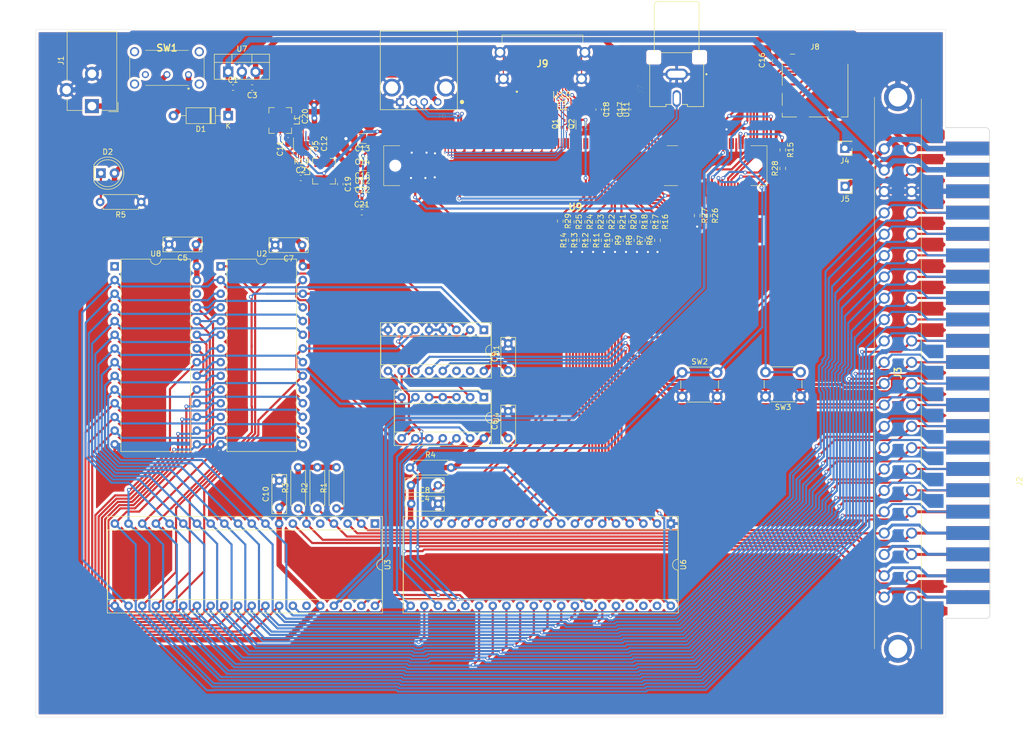
<source format=kicad_pcb>
(kicad_pcb (version 20171130) (host pcbnew "(5.1.9-0-10_14)")
  (layers (0 F.Cu signal) (31 B.Cu signal) (34 B.Paste user) (35 F.Paste user) (36 B.SilkS user) (37 F.SilkS user) (38 B.Mask user) (39 F.Mask user) (44 Edge.Cuts user))
  (net 0 "")
  (net 1 /CB2)
  (net 2 +5V)
  (net 3 GND)
  (net 4 +3V3)
  (net 5 +12V)
  (net 6 +1V8)
  (net 7 +5VA)
  (net 8 "Net-(D1-Pad2)")
  (net 9 "Net-(D2-Pad1)")
  (net 10 /RaspberryPi/USB_D-)
  (net 11 /RaspberryPi/USB_D+)
  (net 12 /RaspberryPi/TVDAC)
  (net 13 /RaspberryPi/SDX_D2)
  (net 14 /RaspberryPi/SDX_D1)
  (net 15 /RaspberryPi/SDX_D3)
  (net 16 /RaspberryPi/SDX_CMD)
  (net 17 /RaspberryPi/SDX_CLK)
  (net 18 /RaspberryPi/SDX_D0)
  (net 19 /RaspberryPi/HDMI_D2_P)
  (net 20 /RaspberryPi/HDMI_D2_N)
  (net 21 /RaspberryPi/HDMI_D1_P)
  (net 22 /RaspberryPi/HDMI_D1_N)
  (net 23 /RaspberryPi/HDMI_D0_P)
  (net 24 /RaspberryPi/HDMI_D0_N)
  (net 25 /RaspberryPi/HDMI_CLK_P)
  (net 26 /RaspberryPi/HDMI_CLK_N)
  (net 27 /RaspberryPi/HDMI_SCL)
  (net 28 /RaspberryPi/HDMI_SDA)
  (net 29 /RF)
  (net 30 /PHI2O)
  (net 31 /RESET)
  (net 32 /SYNC)
  (net 33 /NMI)
  (net 34 /VMA)
  (net 35 /IQR)
  (net 36 /PHI1O)
  (net 37 /RDY)
  (net 38 /D7)
  (net 39 /D6)
  (net 40 /D5)
  (net 41 /D4)
  (net 42 /D3)
  (net 43 /D2)
  (net 44 /D1)
  (net 45 /D0)
  (net 46 /RW)
  (net 47 /DMA)
  (net 48 /$A000)
  (net 49 /$B000)
  (net 50 /PHI2)
  (net 51 /A15)
  (net 52 /A14)
  (net 53 /A13)
  (net 54 /A12)
  (net 55 /A11)
  (net 56 /A10)
  (net 57 /A9)
  (net 58 /A8)
  (net 59 /A7)
  (net 60 /A6)
  (net 61 /A5)
  (net 62 /A4)
  (net 63 /A3)
  (net 64 /A2)
  (net 65 /A1)
  (net 66 /A0)
  (net 67 /$C000)
  (net 68 -12V)
  (net 69 /RaspberryPi/HDMI_CEC)
  (net 70 /RaspberryPi/HDMI_HPD_N)
  (net 71 /DA)
  (net 72 /PB6)
  (net 73 /PB5)
  (net 74 /PB4)
  (net 75 /PB3)
  (net 76 /PB2)
  (net 77 /PB1)
  (net 78 /PB0)
  (net 79 "Net-(R16-Pad1)")
  (net 80 "Net-(R17-Pad1)")
  (net 81 "Net-(R18-Pad1)")
  (net 82 "Net-(R20-Pad1)")
  (net 83 "Net-(R21-Pad1)")
  (net 84 "Net-(R22-Pad1)")
  (net 85 "Net-(R23-Pad1)")
  (net 86 "Net-(R24-Pad1)")
  (net 87 "Net-(R25-Pad1)")
  (net 88 /RaspberryPi/CLEAR)
  (net 89 /STROBE)
  (net 90 /RDA)
  (net 91 /PA6)
  (net 92 /PA5)
  (net 93 /PA4)
  (net 94 /PA3)
  (net 95 /PA2)
  (net 96 /$D000)
  (net 97 /PA1)
  (net 98 /PA0)
  (net 99 +2V5)
  (net 100 /$E000)
  (net 101 /$F000)
  (net 102 /WE)
  (net 103 "Net-(J1-Pad1)")
  (net 104 "Net-(J9-Pad13)")
  (net 105 "Net-(J9-Pad19)")
  (net 106 "Net-(U4-Pad13)")
  (net 107 "Net-(U4-Pad3)")
  (net 108 "Net-(U4-Pad6)")
  (net 109 "Net-(R15-Pad1)")
  (net 110 "Net-(C2-Pad2)")
  (net 111 "Net-(L1-Pad1)")
  (net 112 "Net-(L2-Pad1)")
  (module 1717254-4:17172544 (layer F.Cu) (at 181.864 51.435)
    (fp_text reference U9 (at 0 7.675) (layer F.SilkS) (effects (font (size 1.27 1.27) (thickness 0.254))))
    (fp_text value RaspberryPi-CM3+L hide)
    (pad 1 smd rect (at 31.65 -4.1) (size 0.35 2) (layers F.Cu F.Paste F.Mask) (net 3 GND))
    (pad 2 smd rect (at 31.35 4.1) (size 0.35 2) (layers F.Cu F.Paste F.Mask))
    (pad 3 smd rect (at 31.05 -4.1) (size 0.35 2) (layers F.Cu F.Paste F.Mask) (net 109 "Net-(R15-Pad1)"))
    (pad 4 smd rect (at 30.75 4.1) (size 0.35 2) (layers F.Cu F.Paste F.Mask) (net 4 +3V3))
    (pad 5 smd rect (at 30.45 -4.1) (size 0.35 2) (layers F.Cu F.Paste F.Mask) (net 88 /RaspberryPi/CLEAR))
    (pad 6 smd rect (at 30.15 4.1) (size 0.35 2) (layers F.Cu F.Paste F.Mask) (net 4 +3V3))
    (pad 7 smd rect (at 29.85 -4.1) (size 0.35 2) (layers F.Cu F.Paste F.Mask) (net 3 GND))
    (pad 8 smd rect (at 29.55 4.1) (size 0.35 2) (layers F.Cu F.Paste F.Mask) (net 3 GND))
    (pad 9 smd rect (at 29.25 -4.1) (size 0.35 2) (layers F.Cu F.Paste F.Mask))
    (pad 10 smd rect (at 28.95 4.1) (size 0.35 2) (layers F.Cu F.Paste F.Mask) (net 17 /RaspberryPi/SDX_CLK))
    (pad 11 smd rect (at 28.65 -4.1) (size 0.35 2) (layers F.Cu F.Paste F.Mask))
    (pad 12 smd rect (at 28.35 4.1) (size 0.35 2) (layers F.Cu F.Paste F.Mask) (net 16 /RaspberryPi/SDX_CMD))
    (pad 13 smd rect (at 28.05 -4.1) (size 0.35 2) (layers F.Cu F.Paste F.Mask) (net 3 GND))
    (pad 14 smd rect (at 27.75 4.1) (size 0.35 2) (layers F.Cu F.Paste F.Mask) (net 3 GND))
    (pad 15 smd rect (at 27.45 -4.1) (size 0.35 2) (layers F.Cu F.Paste F.Mask) (net 50 /PHI2))
    (pad 16 smd rect (at 27.15 4.1) (size 0.35 2) (layers F.Cu F.Paste F.Mask) (net 18 /RaspberryPi/SDX_D0))
    (pad 17 smd rect (at 26.85 -4.1) (size 0.35 2) (layers F.Cu F.Paste F.Mask))
    (pad 18 smd rect (at 26.55 4.1) (size 0.35 2) (layers F.Cu F.Paste F.Mask) (net 14 /RaspberryPi/SDX_D1))
    (pad 19 smd rect (at 26.25 -4.1) (size 0.35 2) (layers F.Cu F.Paste F.Mask) (net 3 GND))
    (pad 20 smd rect (at 25.95 4.1) (size 0.35 2) (layers F.Cu F.Paste F.Mask) (net 3 GND))
    (pad 21 smd rect (at 25.65 -4.1) (size 0.35 2) (layers F.Cu F.Paste F.Mask))
    (pad 22 smd rect (at 25.35 4.1) (size 0.35 2) (layers F.Cu F.Paste F.Mask) (net 13 /RaspberryPi/SDX_D2))
    (pad 23 smd rect (at 25.05 -4.1) (size 0.35 2) (layers F.Cu F.Paste F.Mask))
    (pad 24 smd rect (at 24.75 4.1) (size 0.35 2) (layers F.Cu F.Paste F.Mask) (net 15 /RaspberryPi/SDX_D3))
    (pad 25 smd rect (at 24.45 -4.1) (size 0.35 2) (layers F.Cu F.Paste F.Mask) (net 3 GND))
    (pad 26 smd rect (at 24.15 4.1) (size 0.35 2) (layers F.Cu F.Paste F.Mask) (net 3 GND))
    (pad 27 smd rect (at 23.85 -4.1) (size 0.35 2) (layers F.Cu F.Paste F.Mask))
    (pad 28 smd rect (at 23.55 4.1) (size 0.35 2) (layers F.Cu F.Paste F.Mask) (net 89 /STROBE))
    (pad 29 smd rect (at 23.25 -4.1) (size 0.35 2) (layers F.Cu F.Paste F.Mask))
    (pad 30 smd rect (at 22.95 4.1) (size 0.35 2) (layers F.Cu F.Paste F.Mask) (net 98 /PA0))
    (pad 31 smd rect (at 22.65 -4.1) (size 0.35 2) (layers F.Cu F.Paste F.Mask) (net 3 GND))
    (pad 32 smd rect (at 22.35 4.1) (size 0.35 2) (layers F.Cu F.Paste F.Mask) (net 3 GND))
    (pad 33 smd rect (at 22.05 -4.1) (size 0.35 2) (layers F.Cu F.Paste F.Mask))
    (pad 34 smd rect (at 21.75 4.1) (size 0.35 2) (layers F.Cu F.Paste F.Mask) (net 97 /PA1))
    (pad 35 smd rect (at 21.45 -4.1) (size 0.35 2) (layers F.Cu F.Paste F.Mask))
    (pad 36 smd rect (at 21.15 4.1) (size 0.35 2) (layers F.Cu F.Paste F.Mask) (net 95 /PA2))
    (pad 37 smd rect (at 20.85 -4.1) (size 0.35 2) (layers F.Cu F.Paste F.Mask) (net 3 GND))
    (pad 38 smd rect (at 20.55 4.1) (size 0.35 2) (layers F.Cu F.Paste F.Mask) (net 3 GND))
    (pad 39 smd rect (at 20.25 -4.1) (size 0.35 2) (layers F.Cu F.Paste F.Mask) (net 4 +3V3))
    (pad 40 smd rect (at 19.95 4.1) (size 0.35 2) (layers F.Cu F.Paste F.Mask) (net 4 +3V3))
    (pad 41 smd rect (at 16.05 -4.1) (size 0.35 2) (layers F.Cu F.Paste F.Mask) (net 4 +3V3))
    (pad 42 smd rect (at 15.75 4.1) (size 0.35 2) (layers F.Cu F.Paste F.Mask) (net 4 +3V3))
    (pad 43 smd rect (at 15.45 -4.1) (size 0.35 2) (layers F.Cu F.Paste F.Mask) (net 3 GND))
    (pad 44 smd rect (at 15.15 4.1) (size 0.35 2) (layers F.Cu F.Paste F.Mask) (net 3 GND))
    (pad 45 smd rect (at 14.85 -4.1) (size 0.35 2) (layers F.Cu F.Paste F.Mask))
    (pad 46 smd rect (at 14.55 4.1) (size 0.35 2) (layers F.Cu F.Paste F.Mask) (net 94 /PA3))
    (pad 47 smd rect (at 14.25 -4.1) (size 0.35 2) (layers F.Cu F.Paste F.Mask))
    (pad 48 smd rect (at 13.95 4.1) (size 0.35 2) (layers F.Cu F.Paste F.Mask) (net 93 /PA4))
    (pad 49 smd rect (at 13.65 -4.1) (size 0.35 2) (layers F.Cu F.Paste F.Mask) (net 3 GND))
    (pad 50 smd rect (at 13.35 4.1) (size 0.35 2) (layers F.Cu F.Paste F.Mask) (net 3 GND))
    (pad 51 smd rect (at 13.05 -4.1) (size 0.35 2) (layers F.Cu F.Paste F.Mask))
    (pad 52 smd rect (at 12.75 4.1) (size 0.35 2) (layers F.Cu F.Paste F.Mask) (net 92 /PA5))
    (pad 53 smd rect (at 12.45 -4.1) (size 0.35 2) (layers F.Cu F.Paste F.Mask))
    (pad 54 smd rect (at 12.15 4.1) (size 0.35 2) (layers F.Cu F.Paste F.Mask) (net 91 /PA6))
    (pad 55 smd rect (at 11.85 -4.1) (size 0.35 2) (layers F.Cu F.Paste F.Mask) (net 3 GND))
    (pad 56 smd rect (at 11.55 4.1) (size 0.35 2) (layers F.Cu F.Paste F.Mask) (net 3 GND))
    (pad 57 smd rect (at 11.25 -4.1) (size 0.35 2) (layers F.Cu F.Paste F.Mask))
    (pad 58 smd rect (at 10.95 4.1) (size 0.35 2) (layers F.Cu F.Paste F.Mask) (net 79 "Net-(R16-Pad1)"))
    (pad 59 smd rect (at 10.65 -4.1) (size 0.35 2) (layers F.Cu F.Paste F.Mask))
    (pad 60 smd rect (at 10.35 4.1) (size 0.35 2) (layers F.Cu F.Paste F.Mask) (net 80 "Net-(R17-Pad1)"))
    (pad 61 smd rect (at 10.05 -4.1) (size 0.35 2) (layers F.Cu F.Paste F.Mask) (net 3 GND))
    (pad 62 smd rect (at 9.75 4.1) (size 0.35 2) (layers F.Cu F.Paste F.Mask) (net 3 GND))
    (pad 63 smd rect (at 9.45 -4.1) (size 0.35 2) (layers F.Cu F.Paste F.Mask))
    (pad 64 smd rect (at 9.15 4.1) (size 0.35 2) (layers F.Cu F.Paste F.Mask) (net 81 "Net-(R18-Pad1)"))
    (pad 65 smd rect (at 8.85 -4.1) (size 0.35 2) (layers F.Cu F.Paste F.Mask))
    (pad 66 smd rect (at 8.55 4.1) (size 0.35 2) (layers F.Cu F.Paste F.Mask) (net 82 "Net-(R20-Pad1)"))
    (pad 67 smd rect (at 8.25 -4.1) (size 0.35 2) (layers F.Cu F.Paste F.Mask) (net 3 GND))
    (pad 68 smd rect (at 7.95 4.1) (size 0.35 2) (layers F.Cu F.Paste F.Mask) (net 3 GND))
    (pad 69 smd rect (at 7.65 -4.1) (size 0.35 2) (layers F.Cu F.Paste F.Mask))
    (pad 70 smd rect (at 7.35 4.1) (size 0.35 2) (layers F.Cu F.Paste F.Mask) (net 83 "Net-(R21-Pad1)"))
    (pad 71 smd rect (at 7.05 -4.1) (size 0.35 2) (layers F.Cu F.Paste F.Mask))
    (pad 72 smd rect (at 6.75 4.1) (size 0.35 2) (layers F.Cu F.Paste F.Mask) (net 84 "Net-(R22-Pad1)"))
    (pad 73 smd rect (at 6.45 -4.1) (size 0.35 2) (layers F.Cu F.Paste F.Mask) (net 3 GND))
    (pad 74 smd rect (at 6.15 4.1) (size 0.35 2) (layers F.Cu F.Paste F.Mask) (net 3 GND))
    (pad 75 smd rect (at 5.85 -4.1) (size 0.35 2) (layers F.Cu F.Paste F.Mask))
    (pad 76 smd rect (at 5.55 4.1) (size 0.35 2) (layers F.Cu F.Paste F.Mask) (net 85 "Net-(R23-Pad1)"))
    (pad 77 smd rect (at 5.25 -4.1) (size 0.35 2) (layers F.Cu F.Paste F.Mask))
    (pad 78 smd rect (at 4.95 4.1) (size 0.35 2) (layers F.Cu F.Paste F.Mask) (net 86 "Net-(R24-Pad1)"))
    (pad 79 smd rect (at 4.65 -4.1) (size 0.35 2) (layers F.Cu F.Paste F.Mask) (net 3 GND))
    (pad 80 smd rect (at 4.35 4.1) (size 0.35 2) (layers F.Cu F.Paste F.Mask) (net 3 GND))
    (pad 81 smd rect (at 4.05 -4.1) (size 0.35 2) (layers F.Cu F.Paste F.Mask))
    (pad 82 smd rect (at 3.75 4.1) (size 0.35 2) (layers F.Cu F.Paste F.Mask) (net 90 /RDA))
    (pad 83 smd rect (at 3.45 -4.1) (size 0.35 2) (layers F.Cu F.Paste F.Mask))
    (pad 84 smd rect (at 3.15 4.1) (size 0.35 2) (layers F.Cu F.Paste F.Mask) (net 87 "Net-(R25-Pad1)"))
    (pad 85 smd rect (at 2.85 -4.1) (size 0.35 2) (layers F.Cu F.Paste F.Mask) (net 3 GND))
    (pad 86 smd rect (at 2.55 4.1) (size 0.35 2) (layers F.Cu F.Paste F.Mask) (net 3 GND))
    (pad 87 smd rect (at 2.25 -4.1) (size 0.35 2) (layers F.Cu F.Paste F.Mask))
    (pad 88 smd rect (at 1.95 4.1) (size 0.35 2) (layers F.Cu F.Paste F.Mask) (net 70 /RaspberryPi/HDMI_HPD_N))
    (pad 89 smd rect (at 1.65 -4.1) (size 0.35 2) (layers F.Cu F.Paste F.Mask))
    (pad 90 smd rect (at 1.35 4.1) (size 0.35 2) (layers F.Cu F.Paste F.Mask))
    (pad 91 smd rect (at 1.05 -4.1) (size 0.35 2) (layers F.Cu F.Paste F.Mask) (net 3 GND))
    (pad 92 smd rect (at 0.75 4.1) (size 0.35 2) (layers F.Cu F.Paste F.Mask) (net 3 GND))
    (pad 93 smd rect (at 0.45 -4.1) (size 0.35 2) (layers F.Cu F.Paste F.Mask))
    (pad 94 smd rect (at 0.15 4.1) (size 0.35 2) (layers F.Cu F.Paste F.Mask))
    (pad 95 smd rect (at -0.15 -4.1) (size 0.35 2) (layers F.Cu F.Paste F.Mask))
    (pad 96 smd rect (at -0.45 4.1) (size 0.35 2) (layers F.Cu F.Paste F.Mask))
    (pad 97 smd rect (at -0.75 -4.1) (size 0.35 2) (layers F.Cu F.Paste F.Mask) (net 3 GND))
    (pad 98 smd rect (at -1.05 4.1) (size 0.35 2) (layers F.Cu F.Paste F.Mask) (net 3 GND))
    (pad 99 smd rect (at -1.35 -4.1) (size 0.35 2) (layers F.Cu F.Paste F.Mask))
    (pad 100 smd rect (at -1.65 4.1) (size 0.35 2) (layers F.Cu F.Paste F.Mask))
    (pad 101 smd rect (at -1.95 -4.1) (size 0.35 2) (layers F.Cu F.Paste F.Mask))
    (pad 102 smd rect (at -2.25 4.1) (size 0.35 2) (layers F.Cu F.Paste F.Mask))
    (pad 103 smd rect (at -2.55 -4.1) (size 0.35 2) (layers F.Cu F.Paste F.Mask) (net 3 GND))
    (pad 104 smd rect (at -2.85 4.1) (size 0.35 2) (layers F.Cu F.Paste F.Mask) (net 3 GND))
    (pad 105 smd rect (at -3.15 -4.1) (size 0.35 2) (layers F.Cu F.Paste F.Mask))
    (pad 106 smd rect (at -3.45 4.1) (size 0.35 2) (layers F.Cu F.Paste F.Mask))
    (pad 107 smd rect (at -3.75 -4.1) (size 0.35 2) (layers F.Cu F.Paste F.Mask))
    (pad 108 smd rect (at -4.05 4.1) (size 0.35 2) (layers F.Cu F.Paste F.Mask))
    (pad 109 smd rect (at -4.35 -4.1) (size 0.35 2) (layers F.Cu F.Paste F.Mask) (net 3 GND))
    (pad 110 smd rect (at -4.65 4.1) (size 0.35 2) (layers F.Cu F.Paste F.Mask) (net 3 GND))
    (pad 111 smd rect (at -4.95 -4.1) (size 0.35 2) (layers F.Cu F.Paste F.Mask) (net 26 /RaspberryPi/HDMI_CLK_N))
    (pad 112 smd rect (at -5.25 4.1) (size 0.35 2) (layers F.Cu F.Paste F.Mask))
    (pad 113 smd rect (at -5.55 -4.1) (size 0.35 2) (layers F.Cu F.Paste F.Mask) (net 25 /RaspberryPi/HDMI_CLK_P))
    (pad 114 smd rect (at -5.85 4.1) (size 0.35 2) (layers F.Cu F.Paste F.Mask))
    (pad 115 smd rect (at -6.15 -4.1) (size 0.35 2) (layers F.Cu F.Paste F.Mask) (net 3 GND))
    (pad 116 smd rect (at -6.45 4.1) (size 0.35 2) (layers F.Cu F.Paste F.Mask) (net 3 GND))
    (pad 117 smd rect (at -6.75 -4.1) (size 0.35 2) (layers F.Cu F.Paste F.Mask) (net 24 /RaspberryPi/HDMI_D0_N))
    (pad 118 smd rect (at -7.05 4.1) (size 0.35 2) (layers F.Cu F.Paste F.Mask))
    (pad 119 smd rect (at -7.35 -4.1) (size 0.35 2) (layers F.Cu F.Paste F.Mask) (net 23 /RaspberryPi/HDMI_D0_P))
    (pad 120 smd rect (at -7.65 4.1) (size 0.35 2) (layers F.Cu F.Paste F.Mask))
    (pad 121 smd rect (at -7.95 -4.1) (size 0.35 2) (layers F.Cu F.Paste F.Mask) (net 3 GND))
    (pad 122 smd rect (at -8.25 4.1) (size 0.35 2) (layers F.Cu F.Paste F.Mask) (net 3 GND))
    (pad 123 smd rect (at -8.55 -4.1) (size 0.35 2) (layers F.Cu F.Paste F.Mask) (net 22 /RaspberryPi/HDMI_D1_N))
    (pad 124 smd rect (at -8.85 4.1) (size 0.35 2) (layers F.Cu F.Paste F.Mask))
    (pad 125 smd rect (at -9.15 -4.1) (size 0.35 2) (layers F.Cu F.Paste F.Mask) (net 21 /RaspberryPi/HDMI_D1_P))
    (pad 126 smd rect (at -9.45 4.1) (size 0.35 2) (layers F.Cu F.Paste F.Mask))
    (pad 127 smd rect (at -9.75 -4.1) (size 0.35 2) (layers F.Cu F.Paste F.Mask) (net 3 GND))
    (pad 128 smd rect (at -10.05 4.1) (size 0.35 2) (layers F.Cu F.Paste F.Mask))
    (pad 129 smd rect (at -10.35 -4.1) (size 0.35 2) (layers F.Cu F.Paste F.Mask) (net 20 /RaspberryPi/HDMI_D2_N))
    (pad 130 smd rect (at -10.65 4.1) (size 0.35 2) (layers F.Cu F.Paste F.Mask))
    (pad 131 smd rect (at -10.95 -4.1) (size 0.35 2) (layers F.Cu F.Paste F.Mask) (net 19 /RaspberryPi/HDMI_D2_P))
    (pad 132 smd rect (at -11.25 4.1) (size 0.35 2) (layers F.Cu F.Paste F.Mask))
    (pad 133 smd rect (at -11.55 -4.1) (size 0.35 2) (layers F.Cu F.Paste F.Mask) (net 3 GND))
    (pad 134 smd rect (at -11.85 4.1) (size 0.35 2) (layers F.Cu F.Paste F.Mask) (net 3 GND))
    (pad 135 smd rect (at -12.15 -4.1) (size 0.35 2) (layers F.Cu F.Paste F.Mask))
    (pad 136 smd rect (at -12.45 4.1) (size 0.35 2) (layers F.Cu F.Paste F.Mask))
    (pad 137 smd rect (at -12.75 -4.1) (size 0.35 2) (layers F.Cu F.Paste F.Mask))
    (pad 138 smd rect (at -13.05 4.1) (size 0.35 2) (layers F.Cu F.Paste F.Mask))
    (pad 139 smd rect (at -13.35 -4.1) (size 0.35 2) (layers F.Cu F.Paste F.Mask) (net 3 GND))
    (pad 140 smd rect (at -13.65 4.1) (size 0.35 2) (layers F.Cu F.Paste F.Mask) (net 3 GND))
    (pad 141 smd rect (at -13.95 -4.1) (size 0.35 2) (layers F.Cu F.Paste F.Mask))
    (pad 142 smd rect (at -14.25 4.1) (size 0.35 2) (layers F.Cu F.Paste F.Mask))
    (pad 143 smd rect (at -14.55 -4.1) (size 0.35 2) (layers F.Cu F.Paste F.Mask))
    (pad 144 smd rect (at -14.85 4.1) (size 0.35 2) (layers F.Cu F.Paste F.Mask))
    (pad 145 smd rect (at -15.15 -4.1) (size 0.35 2) (layers F.Cu F.Paste F.Mask) (net 3 GND))
    (pad 146 smd rect (at -15.45 4.1) (size 0.35 2) (layers F.Cu F.Paste F.Mask) (net 3 GND))
    (pad 147 smd rect (at -15.75 -4.1) (size 0.35 2) (layers F.Cu F.Paste F.Mask))
    (pad 148 smd rect (at -16.05 4.1) (size 0.35 2) (layers F.Cu F.Paste F.Mask))
    (pad 149 smd rect (at -16.35 -4.1) (size 0.35 2) (layers F.Cu F.Paste F.Mask))
    (pad 150 smd rect (at -16.65 4.1) (size 0.35 2) (layers F.Cu F.Paste F.Mask))
    (pad 151 smd rect (at -16.95 -4.1) (size 0.35 2) (layers F.Cu F.Paste F.Mask) (net 3 GND))
    (pad 152 smd rect (at -17.25 4.1) (size 0.35 2) (layers F.Cu F.Paste F.Mask) (net 3 GND))
    (pad 153 smd rect (at -17.55 -4.1) (size 0.35 2) (layers F.Cu F.Paste F.Mask))
    (pad 154 smd rect (at -17.85 4.1) (size 0.35 2) (layers F.Cu F.Paste F.Mask))
    (pad 155 smd rect (at -18.15 -4.1) (size 0.35 2) (layers F.Cu F.Paste F.Mask))
    (pad 156 smd rect (at -18.45 4.1) (size 0.35 2) (layers F.Cu F.Paste F.Mask))
    (pad 157 smd rect (at -18.75 -4.1) (size 0.35 2) (layers F.Cu F.Paste F.Mask) (net 3 GND))
    (pad 158 smd rect (at -19.05 4.1) (size 0.35 2) (layers F.Cu F.Paste F.Mask))
    (pad 159 smd rect (at -19.35 -4.1) (size 0.35 2) (layers F.Cu F.Paste F.Mask))
    (pad 160 smd rect (at -19.65 4.1) (size 0.35 2) (layers F.Cu F.Paste F.Mask))
    (pad 161 smd rect (at -19.95 -4.1) (size 0.35 2) (layers F.Cu F.Paste F.Mask))
    (pad 162 smd rect (at -20.25 4.1) (size 0.35 2) (layers F.Cu F.Paste F.Mask))
    (pad 163 smd rect (at -20.55 -4.1) (size 0.35 2) (layers F.Cu F.Paste F.Mask) (net 3 GND))
    (pad 164 smd rect (at -20.85 4.1) (size 0.35 2) (layers F.Cu F.Paste F.Mask) (net 3 GND))
    (pad 165 smd rect (at -21.15 -4.1) (size 0.35 2) (layers F.Cu F.Paste F.Mask) (net 11 /RaspberryPi/USB_D+))
    (pad 166 smd rect (at -21.45 4.1) (size 0.35 2) (layers F.Cu F.Paste F.Mask) (net 12 /RaspberryPi/TVDAC))
    (pad 167 smd rect (at -21.75 -4.1) (size 0.35 2) (layers F.Cu F.Paste F.Mask) (net 10 /RaspberryPi/USB_D-))
    (pad 168 smd rect (at -22.05 4.1) (size 0.35 2) (layers F.Cu F.Paste F.Mask) (net 3 GND))
    (pad 169 smd rect (at -22.35 -4.1) (size 0.35 2) (layers F.Cu F.Paste F.Mask) (net 3 GND))
    (pad 170 smd rect (at -22.65 4.1) (size 0.35 2) (layers F.Cu F.Paste F.Mask) (net 3 GND))
    (pad 171 smd rect (at -22.95 -4.1) (size 0.35 2) (layers F.Cu F.Paste F.Mask) (net 69 /RaspberryPi/HDMI_CEC))
    (pad 172 smd rect (at -23.25 4.1) (size 0.35 2) (layers F.Cu F.Paste F.Mask))
    (pad 173 smd rect (at -23.55 -4.1) (size 0.35 2) (layers F.Cu F.Paste F.Mask) (net 28 /RaspberryPi/HDMI_SDA))
    (pad 174 smd rect (at -23.85 4.1) (size 0.35 2) (layers F.Cu F.Paste F.Mask))
    (pad 175 smd rect (at -24.15 -4.1) (size 0.35 2) (layers F.Cu F.Paste F.Mask) (net 27 /RaspberryPi/HDMI_SCL))
    (pad 176 smd rect (at -24.45 4.1) (size 0.35 2) (layers F.Cu F.Paste F.Mask))
    (pad 177 smd rect (at -24.75 -4.1) (size 0.35 2) (layers F.Cu F.Paste F.Mask))
    (pad 178 smd rect (at -25.05 4.1) (size 0.35 2) (layers F.Cu F.Paste F.Mask))
    (pad 179 smd rect (at -25.35 -4.1) (size 0.35 2) (layers F.Cu F.Paste F.Mask))
    (pad 180 smd rect (at -25.65 4.1) (size 0.35 2) (layers F.Cu F.Paste F.Mask))
    (pad 181 smd rect (at -25.95 -4.1) (size 0.35 2) (layers F.Cu F.Paste F.Mask) (net 3 GND))
    (pad 182 smd rect (at -26.25 4.1) (size 0.35 2) (layers F.Cu F.Paste F.Mask) (net 3 GND))
    (pad 183 smd rect (at -26.55 -4.1) (size 0.35 2) (layers F.Cu F.Paste F.Mask) (net 6 +1V8))
    (pad 184 smd rect (at -26.85 4.1) (size 0.35 2) (layers F.Cu F.Paste F.Mask) (net 6 +1V8))
    (pad 185 smd rect (at -27.15 -4.1) (size 0.35 2) (layers F.Cu F.Paste F.Mask) (net 6 +1V8))
    (pad 186 smd rect (at -27.45 4.1) (size 0.35 2) (layers F.Cu F.Paste F.Mask) (net 6 +1V8))
    (pad 187 smd rect (at -27.75 -4.1) (size 0.35 2) (layers F.Cu F.Paste F.Mask) (net 3 GND))
    (pad 188 smd rect (at -28.05 4.1) (size 0.35 2) (layers F.Cu F.Paste F.Mask) (net 3 GND))
    (pad 189 smd rect (at -28.35 -4.1) (size 0.35 2) (layers F.Cu F.Paste F.Mask) (net 99 +2V5))
    (pad 190 smd rect (at -28.65 4.1) (size 0.35 2) (layers F.Cu F.Paste F.Mask) (net 99 +2V5))
    (pad 191 smd rect (at -28.95 -4.1) (size 0.35 2) (layers F.Cu F.Paste F.Mask) (net 4 +3V3))
    (pad 192 smd rect (at -29.25 4.1) (size 0.35 2) (layers F.Cu F.Paste F.Mask) (net 4 +3V3))
    (pad 193 smd rect (at -29.55 -4.1) (size 0.35 2) (layers F.Cu F.Paste F.Mask) (net 4 +3V3))
    (pad 194 smd rect (at -29.85 4.1) (size 0.35 2) (layers F.Cu F.Paste F.Mask) (net 4 +3V3))
    (pad 195 smd rect (at -30.15 -4.1) (size 0.35 2) (layers F.Cu F.Paste F.Mask) (net 3 GND))
    (pad 196 smd rect (at -30.45 4.1) (size 0.35 2) (layers F.Cu F.Paste F.Mask) (net 3 GND))
    (pad 197 smd rect (at -30.75 -4.1) (size 0.35 2) (layers F.Cu F.Paste F.Mask) (net 2 +5V))
    (pad 198 smd rect (at -31.05 4.1) (size 0.35 2) (layers F.Cu F.Paste F.Mask) (net 2 +5V))
    (pad 199 smd rect (at -31.35 -4.1) (size 0.35 2) (layers F.Cu F.Paste F.Mask) (net 2 +5V))
    (pad 200 smd rect (at -31.65 4.1) (size 0.35 2) (layers F.Cu F.Paste F.Mask) (net 2 +5V))
    (pad MH1 np_thru_hole circle (at 33.4 0) (size 1.7 0) (drill 1.7) (layers *.Cu *.Mask))
    (pad MH2 np_thru_hole circle (at -33.4 0) (size 1.2 0) (drill 1.2) (layers *.Cu *.Mask))
    (pad MP1 smd rect (at 32.55 12) (size 4.5 4.6) (layers F.Cu F.Paste F.Mask))
    (pad MP2 smd rect (at -32.55 12) (size 4.5 4.6) (layers F.Cu F.Paste F.Mask))
  )
  (module 10029449-111RLF:10029449111RLF (layer F.Cu) (at 175.768 32.512 180)
    (fp_text reference J9 (at 0 0) (layer F.SilkS) (effects (font (size 1.27 1.27) (thickness 0.254))))
    (fp_text value HDMI_A hide)
    (pad 1 smd rect (at 4.75 -3.7 180) (size 0.3 1.9) (layers F.Cu F.Paste F.Mask) (net 19 /RaspberryPi/HDMI_D2_P))
    (pad 2 smd rect (at 4.25 -3.7 180) (size 0.3 1.9) (layers F.Cu F.Paste F.Mask) (net 3 GND))
    (pad 3 smd rect (at 3.75 -3.7 180) (size 0.3 1.9) (layers F.Cu F.Paste F.Mask) (net 20 /RaspberryPi/HDMI_D2_N))
    (pad 4 smd rect (at 3.25 -3.7 180) (size 0.3 1.9) (layers F.Cu F.Paste F.Mask) (net 21 /RaspberryPi/HDMI_D1_P))
    (pad 5 smd rect (at 2.75 -3.7 180) (size 0.3 1.9) (layers F.Cu F.Paste F.Mask) (net 3 GND))
    (pad 6 smd rect (at 2.25 -3.7 180) (size 0.3 1.9) (layers F.Cu F.Paste F.Mask) (net 22 /RaspberryPi/HDMI_D1_N))
    (pad 7 smd rect (at 1.75 -3.7 180) (size 0.3 1.9) (layers F.Cu F.Paste F.Mask) (net 23 /RaspberryPi/HDMI_D0_P))
    (pad 8 smd rect (at 1.25 -3.7 180) (size 0.3 1.9) (layers F.Cu F.Paste F.Mask) (net 3 GND))
    (pad 9 smd rect (at 0.75 -3.7 180) (size 0.3 1.9) (layers F.Cu F.Paste F.Mask) (net 24 /RaspberryPi/HDMI_D0_N))
    (pad 10 smd rect (at 0.25 -3.7 180) (size 0.3 1.9) (layers F.Cu F.Paste F.Mask) (net 25 /RaspberryPi/HDMI_CLK_P))
    (pad 11 smd rect (at -0.25 -3.7 180) (size 0.3 1.9) (layers F.Cu F.Paste F.Mask) (net 3 GND))
    (pad 12 smd rect (at -0.75 -3.7 180) (size 0.3 1.9) (layers F.Cu F.Paste F.Mask) (net 26 /RaspberryPi/HDMI_CLK_N))
    (pad 13 smd rect (at -1.25 -3.7 180) (size 0.3 1.9) (layers F.Cu F.Paste F.Mask) (net 104 "Net-(J9-Pad13)"))
    (pad 14 smd rect (at -1.75 -3.7 180) (size 0.3 1.9) (layers F.Cu F.Paste F.Mask))
    (pad 15 smd rect (at -2.25 -3.7 180) (size 0.3 1.9) (layers F.Cu F.Paste F.Mask) (net 27 /RaspberryPi/HDMI_SCL))
    (pad 16 smd rect (at -2.75 -3.7 180) (size 0.3 1.9) (layers F.Cu F.Paste F.Mask) (net 28 /RaspberryPi/HDMI_SDA))
    (pad 17 smd rect (at -3.25 -3.7 180) (size 0.3 1.9) (layers F.Cu F.Paste F.Mask) (net 3 GND))
    (pad 18 smd rect (at -3.75 -3.7 180) (size 0.3 1.9) (layers F.Cu F.Paste F.Mask) (net 7 +5VA))
    (pad 19 smd rect (at -4.25 -3.7 180) (size 0.3 1.9) (layers F.Cu F.Paste F.Mask) (net 105 "Net-(J9-Pad19)"))
    (pad SH thru_hole circle (at -7.25 -2.8 180) (size 1.995 1.995) (drill 1.33) (layers *.Cu *.Mask) (net 3 GND))
    (pad SH thru_hole circle (at 7.25 -2.8 180) (size 1.995 1.995) (drill 1.33) (layers *.Cu *.Mask) (net 3 GND))
    (pad SH thru_hole circle (at -7.875 2.1 180) (size 1.995 1.995) (drill 1.33) (layers *.Cu *.Mask) (net 3 GND))
    (pad SH thru_hole circle (at 7.875 2.1 180) (size 1.995 1.995) (drill 1.33) (layers *.Cu *.Mask) (net 3 GND))
  )
  (module UJ2-AH-4-TH:CUI_UJ2-AH-4-TH (layer F.Cu) (at 156.337 39.624 180)
    (fp_text reference J6 (at -0.726085 -2.538775) (layer F.SilkS) (effects (font (size 1.001488 1.001488) (thickness 0.015))))
    (fp_text value USB_A)
    (pad 1 thru_hole circle (at 0 0 180) (size 1.408 1.408) (drill 0.9) (layers *.Cu *.Mask) (net 2 +5V))
    (pad 2 thru_hole circle (at 2.5 0 180) (size 1.408 1.408) (drill 0.9) (layers *.Cu *.Mask) (net 10 /RaspberryPi/USB_D-))
    (pad 3 thru_hole circle (at 4.5 0 180) (size 1.408 1.408) (drill 0.9) (layers *.Cu *.Mask) (net 11 /RaspberryPi/USB_D+))
    (pad 4 thru_hole rect (at 7 0 180) (size 1.408 1.408) (drill 0.9) (layers *.Cu *.Mask) (net 3 GND))
    (pad 5 thru_hole circle (at -1.5 2.67 180) (size 3.316 3.316) (drill 2.3) (layers *.Cu *.Mask) (net 3 GND))
    (pad 5 thru_hole circle (at 8.5 2.67 180) (size 3.316 3.316) (drill 2.3) (layers *.Cu *.Mask) (net 3 GND))
  )
  (module Button_Switch_THT:SW_PUSH_6mm (layer F.Cu) (at 201.676 89.789)
    (fp_text reference SW2 (at 3.25 -2) (layer F.SilkS))
    (fp_text value RST)
    (pad 2 thru_hole circle (at 0 4.5 90) (size 2 2) (drill 1.1) (layers *.Cu *.Mask) (net 3 GND))
    (pad 1 thru_hole circle (at 0 0 90) (size 2 2) (drill 1.1) (layers *.Cu *.Mask) (net 31 /RESET))
    (pad 2 thru_hole circle (at 6.5 4.5 90) (size 2 2) (drill 1.1) (layers *.Cu *.Mask) (net 3 GND))
    (pad 1 thru_hole circle (at 6.5 0 90) (size 2 2) (drill 1.1) (layers *.Cu *.Mask) (net 31 /RESET))
  )
  (module 307-044-520-202:307044520202 (layer F.Cu) (at 244.2464 131.4704 90)
    (fp_text reference J3 (at 41.58 -2.543 90) (layer F.SilkS) (effects (font (size 1.27 1.27) (thickness 0.254))))
    (fp_text value SLOT hide)
    (pad 1 thru_hole circle (at 0 0 90) (size 2.055 2.055) (drill 1.37) (layers *.Cu *.Mask) (net 29 /RF))
    (pad 2 thru_hole circle (at 0 -5.08 90) (size 2.055 2.055) (drill 1.37) (layers *.Cu *.Mask) (net 30 /PHI2O))
    (pad 3 thru_hole circle (at 3.96 0 90) (size 2.055 2.055) (drill 1.37) (layers *.Cu *.Mask) (net 31 /RESET))
    (pad 4 thru_hole circle (at 3.96 -5.08 90) (size 2.055 2.055) (drill 1.37) (layers *.Cu *.Mask) (net 32 /SYNC))
    (pad 5 thru_hole circle (at 7.92 0 90) (size 2.055 2.055) (drill 1.37) (layers *.Cu *.Mask) (net 33 /NMI))
    (pad 6 thru_hole circle (at 7.92 -5.08 90) (size 2.055 2.055) (drill 1.37) (layers *.Cu *.Mask) (net 34 /VMA))
    (pad 7 thru_hole circle (at 11.88 0 90) (size 2.055 2.055) (drill 1.37) (layers *.Cu *.Mask) (net 35 /IQR))
    (pad 8 thru_hole circle (at 11.88 -5.08 90) (size 2.055 2.055) (drill 1.37) (layers *.Cu *.Mask) (net 36 /PHI1O))
    (pad 9 thru_hole circle (at 15.84 0 90) (size 2.055 2.055) (drill 1.37) (layers *.Cu *.Mask) (net 37 /RDY))
    (pad 10 thru_hole circle (at 15.84 -5.08 90) (size 2.055 2.055) (drill 1.37) (layers *.Cu *.Mask) (net 38 /D7))
    (pad 11 thru_hole circle (at 19.8 0 90) (size 2.055 2.055) (drill 1.37) (layers *.Cu *.Mask) (net 39 /D6))
    (pad 12 thru_hole circle (at 19.8 -5.08 90) (size 2.055 2.055) (drill 1.37) (layers *.Cu *.Mask) (net 40 /D5))
    (pad 13 thru_hole circle (at 23.76 0 90) (size 2.055 2.055) (drill 1.37) (layers *.Cu *.Mask) (net 41 /D4))
    (pad 14 thru_hole circle (at 23.76 -5.08 90) (size 2.055 2.055) (drill 1.37) (layers *.Cu *.Mask) (net 42 /D3))
    (pad 15 thru_hole circle (at 27.72 0 90) (size 2.055 2.055) (drill 1.37) (layers *.Cu *.Mask) (net 43 /D2))
    (pad 16 thru_hole circle (at 27.72 -5.08 90) (size 2.055 2.055) (drill 1.37) (layers *.Cu *.Mask) (net 44 /D1))
    (pad 17 thru_hole circle (at 31.68 0 90) (size 2.055 2.055) (drill 1.37) (layers *.Cu *.Mask) (net 45 /D0))
    (pad 18 thru_hole circle (at 31.68 -5.08 90) (size 2.055 2.055) (drill 1.37) (layers *.Cu *.Mask) (net 46 /RW))
    (pad 19 thru_hole circle (at 35.64 0 90) (size 2.055 2.055) (drill 1.37) (layers *.Cu *.Mask) (net 47 /DMA))
    (pad 20 thru_hole circle (at 35.64 -5.08 90) (size 2.055 2.055) (drill 1.37) (layers *.Cu *.Mask) (net 48 /$A000))
    (pad 21 thru_hole circle (at 39.6 0 90) (size 2.055 2.055) (drill 1.37) (layers *.Cu *.Mask) (net 49 /$B000))
    (pad 22 thru_hole circle (at 39.6 -5.08 90) (size 2.055 2.055) (drill 1.37) (layers *.Cu *.Mask) (net 50 /PHI2))
    (pad 23 thru_hole circle (at 43.56 0 90) (size 2.055 2.055) (drill 1.37) (layers *.Cu *.Mask) (net 51 /A15))
    (pad 24 thru_hole circle (at 43.56 -5.08 90) (size 2.055 2.055) (drill 1.37) (layers *.Cu *.Mask) (net 52 /A14))
    (pad 25 thru_hole circle (at 47.52 0 90) (size 2.055 2.055) (drill 1.37) (layers *.Cu *.Mask) (net 53 /A13))
    (pad 26 thru_hole circle (at 47.52 -5.08 90) (size 2.055 2.055) (drill 1.37) (layers *.Cu *.Mask) (net 54 /A12))
    (pad 27 thru_hole circle (at 51.48 0 90) (size 2.055 2.055) (drill 1.37) (layers *.Cu *.Mask) (net 55 /A11))
    (pad 28 thru_hole circle (at 51.48 -5.08 90) (size 2.055 2.055) (drill 1.37) (layers *.Cu *.Mask) (net 56 /A10))
    (pad 29 thru_hole circle (at 55.44 0 90) (size 2.055 2.055) (drill 1.37) (layers *.Cu *.Mask) (net 57 /A9))
    (pad 30 thru_hole circle (at 55.44 -5.08 90) (size 2.055 2.055) (drill 1.37) (layers *.Cu *.Mask) (net 58 /A8))
    (pad 31 thru_hole circle (at 59.4 0 90) (size 2.055 2.055) (drill 1.37) (layers *.Cu *.Mask) (net 59 /A7))
    (pad 32 thru_hole circle (at 59.4 -5.08 90) (size 2.055 2.055) (drill 1.37) (layers *.Cu *.Mask) (net 60 /A6))
    (pad 33 thru_hole circle (at 63.36 0 90) (size 2.055 2.055) (drill 1.37) (layers *.Cu *.Mask) (net 61 /A5))
    (pad 34 thru_hole circle (at 63.36 -5.08 90) (size 2.055 2.055) (drill 1.37) (layers *.Cu *.Mask) (net 62 /A4))
    (pad 35 thru_hole circle (at 67.32 0 90) (size 2.055 2.055) (drill 1.37) (layers *.Cu *.Mask) (net 63 /A3))
    (pad 36 thru_hole circle (at 67.32 -5.08 90) (size 2.055 2.055) (drill 1.37) (layers *.Cu *.Mask) (net 64 /A2))
    (pad 37 thru_hole circle (at 71.28 0 90) (size 2.055 2.055) (drill 1.37) (layers *.Cu *.Mask) (net 65 /A1))
    (pad 38 thru_hole circle (at 71.28 -5.08 90) (size 2.055 2.055) (drill 1.37) (layers *.Cu *.Mask) (net 66 /A0))
    (pad 39 thru_hole circle (at 75.24 0 90) (size 2.055 2.055) (drill 1.37) (layers *.Cu *.Mask) (net 3 GND))
    (pad 40 thru_hole circle (at 75.24 -5.08 90) (size 2.055 2.055) (drill 1.37) (layers *.Cu *.Mask) (net 3 GND))
    (pad 41 thru_hole circle (at 79.2 0 90) (size 2.055 2.055) (drill 1.37) (layers *.Cu *.Mask) (net 67 /$C000))
    (pad 42 thru_hole circle (at 79.2 -5.08 90) (size 2.055 2.055) (drill 1.37) (layers *.Cu *.Mask) (net 5 +12V))
    (pad 43 thru_hole circle (at 83.16 0 90) (size 2.055 2.055) (drill 1.37) (layers *.Cu *.Mask) (net 2 +5V))
    (pad 44 thru_hole circle (at 83.16 -5.08 90) (size 2.055 2.055) (drill 1.37) (layers *.Cu *.Mask) (net 68 -12V))
    (pad MH1 thru_hole circle (at -9.575 -2.54 90) (size 5.175 5.175) (drill 3.45) (layers *.Cu *.Mask) (net 3 GND))
    (pad MH2 thru_hole circle (at 92.735 -2.54 90) (size 5.175 5.175) (drill 3.45) (layers *.Cu *.Mask) (net 3 GND))
  )
  (module Package_DIP:DIP-40_W15.24mm_Socket (layer F.Cu) (at 199.5678 117.8306 270)
    (fp_text reference U6 (at 7.62 -2.33 90) (layer F.SilkS))
    (fp_text value "6821 (W65C21N)")
    (pad 40 thru_hole oval (at 15.24 0 270) (size 1.6 1.6) (drill 0.8) (layers *.Cu *.Mask) (net 89 /STROBE))
    (pad 20 thru_hole oval (at 0 48.26 270) (size 1.6 1.6) (drill 0.8) (layers *.Cu *.Mask) (net 2 +5V))
    (pad 39 thru_hole oval (at 15.24 2.54 270) (size 1.6 1.6) (drill 0.8) (layers *.Cu *.Mask))
    (pad 19 thru_hole oval (at 0 45.72 270) (size 1.6 1.6) (drill 0.8) (layers *.Cu *.Mask) (net 1 /CB2))
    (pad 38 thru_hole oval (at 15.24 5.08 270) (size 1.6 1.6) (drill 0.8) (layers *.Cu *.Mask))
    (pad 18 thru_hole oval (at 0 43.18 270) (size 1.6 1.6) (drill 0.8) (layers *.Cu *.Mask) (net 90 /RDA))
    (pad 37 thru_hole oval (at 15.24 7.62 270) (size 1.6 1.6) (drill 0.8) (layers *.Cu *.Mask))
    (pad 17 thru_hole oval (at 0 40.64 270) (size 1.6 1.6) (drill 0.8) (layers *.Cu *.Mask) (net 71 /DA))
    (pad 36 thru_hole oval (at 15.24 10.16 270) (size 1.6 1.6) (drill 0.8) (layers *.Cu *.Mask) (net 66 /A0))
    (pad 16 thru_hole oval (at 0 38.1 270) (size 1.6 1.6) (drill 0.8) (layers *.Cu *.Mask) (net 72 /PB6))
    (pad 35 thru_hole oval (at 15.24 12.7 270) (size 1.6 1.6) (drill 0.8) (layers *.Cu *.Mask) (net 65 /A1))
    (pad 15 thru_hole oval (at 0 35.56 270) (size 1.6 1.6) (drill 0.8) (layers *.Cu *.Mask) (net 73 /PB5))
    (pad 34 thru_hole oval (at 15.24 15.24 270) (size 1.6 1.6) (drill 0.8) (layers *.Cu *.Mask) (net 31 /RESET))
    (pad 14 thru_hole oval (at 0 33.02 270) (size 1.6 1.6) (drill 0.8) (layers *.Cu *.Mask) (net 74 /PB4))
    (pad 33 thru_hole oval (at 15.24 17.78 270) (size 1.6 1.6) (drill 0.8) (layers *.Cu *.Mask) (net 45 /D0))
    (pad 13 thru_hole oval (at 0 30.48 270) (size 1.6 1.6) (drill 0.8) (layers *.Cu *.Mask) (net 75 /PB3))
    (pad 32 thru_hole oval (at 15.24 20.32 270) (size 1.6 1.6) (drill 0.8) (layers *.Cu *.Mask) (net 44 /D1))
    (pad 12 thru_hole oval (at 0 27.94 270) (size 1.6 1.6) (drill 0.8) (layers *.Cu *.Mask) (net 76 /PB2))
    (pad 31 thru_hole oval (at 15.24 22.86 270) (size 1.6 1.6) (drill 0.8) (layers *.Cu *.Mask) (net 43 /D2))
    (pad 11 thru_hole oval (at 0 25.4 270) (size 1.6 1.6) (drill 0.8) (layers *.Cu *.Mask) (net 77 /PB1))
    (pad 30 thru_hole oval (at 15.24 25.4 270) (size 1.6 1.6) (drill 0.8) (layers *.Cu *.Mask) (net 42 /D3))
    (pad 10 thru_hole oval (at 0 22.86 270) (size 1.6 1.6) (drill 0.8) (layers *.Cu *.Mask) (net 78 /PB0))
    (pad 29 thru_hole oval (at 15.24 27.94 270) (size 1.6 1.6) (drill 0.8) (layers *.Cu *.Mask) (net 41 /D4))
    (pad 9 thru_hole oval (at 0 20.32 270) (size 1.6 1.6) (drill 0.8) (layers *.Cu *.Mask) (net 2 +5V))
    (pad 28 thru_hole oval (at 15.24 30.48 270) (size 1.6 1.6) (drill 0.8) (layers *.Cu *.Mask) (net 40 /D5))
    (pad 8 thru_hole oval (at 0 17.78 270) (size 1.6 1.6) (drill 0.8) (layers *.Cu *.Mask) (net 91 /PA6))
    (pad 27 thru_hole oval (at 15.24 33.02 270) (size 1.6 1.6) (drill 0.8) (layers *.Cu *.Mask) (net 39 /D6))
    (pad 7 thru_hole oval (at 0 15.24 270) (size 1.6 1.6) (drill 0.8) (layers *.Cu *.Mask) (net 92 /PA5))
    (pad 26 thru_hole oval (at 15.24 35.56 270) (size 1.6 1.6) (drill 0.8) (layers *.Cu *.Mask) (net 38 /D7))
    (pad 6 thru_hole oval (at 0 12.7 270) (size 1.6 1.6) (drill 0.8) (layers *.Cu *.Mask) (net 93 /PA4))
    (pad 25 thru_hole oval (at 15.24 38.1 270) (size 1.6 1.6) (drill 0.8) (layers *.Cu *.Mask) (net 30 /PHI2O))
    (pad 5 thru_hole oval (at 0 10.16 270) (size 1.6 1.6) (drill 0.8) (layers *.Cu *.Mask) (net 94 /PA3))
    (pad 24 thru_hole oval (at 15.24 40.64 270) (size 1.6 1.6) (drill 0.8) (layers *.Cu *.Mask) (net 2 +5V))
    (pad 4 thru_hole oval (at 0 7.62 270) (size 1.6 1.6) (drill 0.8) (layers *.Cu *.Mask) (net 95 /PA2))
    (pad 23 thru_hole oval (at 15.24 43.18 270) (size 1.6 1.6) (drill 0.8) (layers *.Cu *.Mask) (net 96 /$D000))
    (pad 3 thru_hole oval (at 0 5.08 270) (size 1.6 1.6) (drill 0.8) (layers *.Cu *.Mask) (net 97 /PA1))
    (pad 22 thru_hole oval (at 15.24 45.72 270) (size 1.6 1.6) (drill 0.8) (layers *.Cu *.Mask) (net 62 /A4))
    (pad 2 thru_hole oval (at 0 2.54 270) (size 1.6 1.6) (drill 0.8) (layers *.Cu *.Mask) (net 98 /PA0))
    (pad 21 thru_hole oval (at 15.24 48.26 270) (size 1.6 1.6) (drill 0.8) (layers *.Cu *.Mask) (net 46 /RW))
    (pad 1 thru_hole rect (at 0 0 270) (size 1.6 1.6) (drill 0.8) (layers *.Cu *.Mask) (net 3 GND))
  )
  (module Capacitor_THT:C_Rect_L7.0mm_W2.5mm_P5.00mm (layer F.Cu) (at 156.3878 110.7186 180)
    (fp_text reference C4 (at 2.5 -2.5) (layer F.SilkS))
    (fp_text value 0.01uF)
    (pad 2 thru_hole circle (at 5 0 180) (size 1.6 1.6) (drill 0.8) (layers *.Cu *.Mask) (net 2 +5V))
    (pad 1 thru_hole circle (at 0 0 180) (size 1.6 1.6) (drill 0.8) (layers *.Cu *.Mask) (net 1 /CB2))
  )
  (module Capacitor_THT:C_Rect_L7.0mm_W2.5mm_P5.00mm (layer F.Cu) (at 111.506 66.04 180)
    (fp_text reference C5 (at 2.5 -2.5) (layer F.SilkS))
    (fp_text value 0.1uF)
    (pad 1 thru_hole circle (at 0 0 180) (size 1.6 1.6) (drill 0.8) (layers *.Cu *.Mask) (net 2 +5V))
    (pad 2 thru_hole circle (at 5 0 180) (size 1.6 1.6) (drill 0.8) (layers *.Cu *.Mask) (net 3 GND))
  )
  (module Capacitor_THT:C_Rect_L7.0mm_W2.5mm_P5.00mm (layer F.Cu) (at 169.418 101.981 90)
    (fp_text reference C6 (at 2.5 -2.5 90) (layer F.SilkS))
    (fp_text value 0.1uF)
    (pad 2 thru_hole circle (at 5 0 90) (size 1.6 1.6) (drill 0.8) (layers *.Cu *.Mask) (net 3 GND))
    (pad 1 thru_hole circle (at 0 0 90) (size 1.6 1.6) (drill 0.8) (layers *.Cu *.Mask) (net 2 +5V))
  )
  (module Capacitor_THT:C_Rect_L7.0mm_W2.5mm_P5.00mm (layer F.Cu) (at 131.191 66.167 180)
    (fp_text reference C7 (at 2.5 -2.5) (layer F.SilkS))
    (fp_text value 0.1uF)
    (pad 1 thru_hole circle (at 0 0 180) (size 1.6 1.6) (drill 0.8) (layers *.Cu *.Mask) (net 2 +5V))
    (pad 2 thru_hole circle (at 5 0 180) (size 1.6 1.6) (drill 0.8) (layers *.Cu *.Mask) (net 3 GND))
  )
  (module Capacitor_THT:C_Rect_L7.0mm_W2.5mm_P5.00mm (layer F.Cu) (at 151.4348 114.1476)
    (fp_text reference C8 (at 2.5 -2.5) (layer F.SilkS))
    (fp_text value 0.1uF)
    (pad 1 thru_hole circle (at 0 0) (size 1.6 1.6) (drill 0.8) (layers *.Cu *.Mask) (net 2 +5V))
    (pad 2 thru_hole circle (at 5 0) (size 1.6 1.6) (drill 0.8) (layers *.Cu *.Mask) (net 3 GND))
  )
  (module Capacitor_THT:C_Rect_L7.0mm_W2.5mm_P5.00mm (layer F.Cu) (at 169.418 89.408 90)
    (fp_text reference C9 (at 2.5 -2.5 90) (layer F.SilkS))
    (fp_text value 0.1uF)
    (pad 2 thru_hole circle (at 5 0 90) (size 1.6 1.6) (drill 0.8) (layers *.Cu *.Mask) (net 3 GND))
    (pad 1 thru_hole circle (at 0 0 90) (size 1.6 1.6) (drill 0.8) (layers *.Cu *.Mask) (net 2 +5V))
  )
  (module Diode_THT:D_A-405_P10.16mm_Horizontal (layer F.Cu) (at 117.475 42.164 180)
    (fp_text reference D1 (at 5.08 -2.47) (layer F.SilkS))
    (fp_text value PWR)
    (fp_text user K (at 0 -1.9) (layer F.SilkS))
    (pad 1 thru_hole rect (at 0 0 180) (size 1.8 1.8) (drill 0.9) (layers *.Cu *.Mask) (net 5 +12V))
    (pad 2 thru_hole oval (at 10.16 0 180) (size 1.8 1.8) (drill 0.9) (layers *.Cu *.Mask) (net 8 "Net-(D1-Pad2)"))
  )
  (module LED_THT:LED_D5.0mm (layer F.Cu) (at 93.853 52.832)
    (fp_text reference D2 (at 1.27 -3.96) (layer F.SilkS))
    (fp_text value "PWR LED")
    (pad 1 thru_hole rect (at 0 0) (size 1.8 1.8) (drill 0.9) (layers *.Cu *.Mask) (net 9 "Net-(D2-Pad1)"))
    (pad 2 thru_hole circle (at 2.54 0) (size 1.8 1.8) (drill 0.9) (layers *.Cu *.Mask) (net 2 +5V))
  )
  (module Package_TO_SOT_SMD:SOT-523 (layer F.Cu) (at 179.832 43.688 90)
    (fp_text reference Q1 (at 0 -1.7 90) (layer F.SilkS))
    (fp_text value DMG1012T)
    (pad 2 smd rect (at -0.645 0.5 270) (size 0.51 0.4) (layers F.Cu F.Paste F.Mask) (net 69 /RaspberryPi/HDMI_CEC))
    (pad 3 smd rect (at 0.645 0 270) (size 0.51 0.4) (layers F.Cu F.Paste F.Mask) (net 104 "Net-(J9-Pad13)"))
    (pad 1 smd rect (at -0.645 -0.5 270) (size 0.51 0.4) (layers F.Cu F.Paste F.Mask) (net 7 +5VA))
  )
  (module Package_TO_SOT_SMD:SOT-523 (layer F.Cu) (at 182.88 43.688 90)
    (fp_text reference Q2 (at 0 -1.7 90) (layer F.SilkS))
    (fp_text value DMG1012T)
    (pad 1 smd rect (at -0.645 -0.5 270) (size 0.51 0.4) (layers F.Cu F.Paste F.Mask) (net 105 "Net-(J9-Pad19)"))
    (pad 3 smd rect (at 0.645 0 270) (size 0.51 0.4) (layers F.Cu F.Paste F.Mask) (net 70 /RaspberryPi/HDMI_HPD_N))
    (pad 2 smd rect (at -0.645 0.5 270) (size 0.51 0.4) (layers F.Cu F.Paste F.Mask) (net 3 GND))
  )
  (module Resistor_THT:R_Axial_DIN0207_L6.3mm_D2.5mm_P7.62mm_Horizontal (layer F.Cu) (at 137.5664 115.0112 90)
    (fp_text reference R1 (at 3.81 -2.37 90) (layer F.SilkS))
    (fp_text value 3.3k)
    (pad 2 thru_hole oval (at 7.62 0 90) (size 1.6 1.6) (drill 0.8) (layers *.Cu *.Mask) (net 2 +5V))
    (pad 1 thru_hole circle (at 0 0 90) (size 1.6 1.6) (drill 0.8) (layers *.Cu *.Mask) (net 37 /RDY))
  )
  (module Resistor_THT:R_Axial_DIN0207_L6.3mm_D2.5mm_P7.62mm_Horizontal (layer F.Cu) (at 134.0104 115.0112 90)
    (fp_text reference R2 (at 3.81 -2.37 90) (layer F.SilkS))
    (fp_text value 3.3k)
    (pad 1 thru_hole circle (at 0 0 90) (size 1.6 1.6) (drill 0.8) (layers *.Cu *.Mask) (net 35 /IQR))
    (pad 2 thru_hole oval (at 7.62 0 90) (size 1.6 1.6) (drill 0.8) (layers *.Cu *.Mask) (net 2 +5V))
  )
  (module Resistor_THT:R_Axial_DIN0207_L6.3mm_D2.5mm_P7.62mm_Horizontal (layer F.Cu) (at 130.4544 115.0112 90)
    (fp_text reference R3 (at 3.81 -2.37 90) (layer F.SilkS))
    (fp_text value 3.3k)
    (pad 1 thru_hole circle (at 0 0 90) (size 1.6 1.6) (drill 0.8) (layers *.Cu *.Mask) (net 33 /NMI))
    (pad 2 thru_hole oval (at 7.62 0 90) (size 1.6 1.6) (drill 0.8) (layers *.Cu *.Mask) (net 2 +5V))
  )
  (module Resistor_THT:R_Axial_DIN0207_L6.3mm_D2.5mm_P7.62mm_Horizontal (layer F.Cu) (at 151.1808 107.442)
    (fp_text reference R4 (at 3.81 -2.37) (layer F.SilkS))
    (fp_text value 3.3k)
    (pad 2 thru_hole oval (at 7.62 0) (size 1.6 1.6) (drill 0.8) (layers *.Cu *.Mask) (net 2 +5V))
    (pad 1 thru_hole circle (at 0 0) (size 1.6 1.6) (drill 0.8) (layers *.Cu *.Mask) (net 31 /RESET))
  )
  (module Resistor_THT:R_Axial_DIN0207_L6.3mm_D2.5mm_P7.62mm_Horizontal (layer F.Cu) (at 101.346 58.166 180)
    (fp_text reference R5 (at 3.81 -2.37) (layer F.SilkS))
    (fp_text value 330)
    (pad 1 thru_hole circle (at 0 0 180) (size 1.6 1.6) (drill 0.8) (layers *.Cu *.Mask) (net 3 GND))
    (pad 2 thru_hole oval (at 7.62 0 180) (size 1.6 1.6) (drill 0.8) (layers *.Cu *.Mask) (net 9 "Net-(D2-Pad1)"))
  )
  (module Package_TO_SOT_SMD:SOT-23 (layer F.Cu) (at 188.849 41.021 270)
    (fp_text reference U11 (at 0 -2.5 90) (layer F.SilkS))
    (fp_text value AP2331W)
    (pad 1 smd rect (at -1 -0.95 270) (size 0.9 0.8) (layers F.Cu F.Paste F.Mask) (net 3 GND))
    (pad 2 smd rect (at -1 0.95 270) (size 0.9 0.8) (layers F.Cu F.Paste F.Mask) (net 7 +5VA))
    (pad 3 smd rect (at 1 0 270) (size 0.9 0.8) (layers F.Cu F.Paste F.Mask) (net 2 +5V))
  )
  (module Capacitor_THT:C_Rect_L7.0mm_W2.5mm_P5.00mm (layer F.Cu) (at 126.9492 114.8588 90)
    (fp_text reference C10 (at 2.5 -2.5 90) (layer F.SilkS))
    (fp_text value 0.1uF)
    (pad 1 thru_hole circle (at 0 0 90) (size 1.6 1.6) (drill 0.8) (layers *.Cu *.Mask) (net 2 +5V))
    (pad 2 thru_hole circle (at 5 0 90) (size 1.6 1.6) (drill 0.8) (layers *.Cu *.Mask) (net 3 GND))
  )
  (module Connector_BarrelJack:BarrelJack_CUI_PJ-102AH_Horizontal (layer F.Cu) (at 92.202 40.386 180)
    (fp_text reference J1 (at 5.75 8.45 90) (layer F.SilkS))
    (fp_text value PWR)
    (pad 1 thru_hole rect (at 0 0 180) (size 2.6 2.6) (drill 1.6) (layers *.Cu *.Mask) (net 103 "Net-(J1-Pad1)"))
    (pad 2 thru_hole circle (at 0 6 180) (size 2.6 2.6) (drill 1.6) (layers *.Cu *.Mask) (net 3 GND))
    (pad 3 thru_hole circle (at 4.7 3 180) (size 2.6 2.6) (drill 1.6) (layers *.Cu *.Mask) (net 3 GND))
  )
  (module Connector_PCBEdge:EDAC_Edge_307-044-520-202 (layer F.Cu) (at 263.7536 109.982 90)
    (fp_text reference J2 (at 0 0.5 90) (layer F.SilkS))
    (fp_text value EDGE)
    (fp_line (start -25.4254 -5.715) (end -25.4254 -13.1318) (layer Edge.Cuts) (width 0.12))
    (fp_line (start 65.6082 -5.7912) (end 65.6082 -13.208) (layer Edge.Cuts) (width 0.12))
    (fp_line (start -24.7142 -5.0038) (end 64.897 -5.08) (layer Edge.Cuts) (width 0.12))
    (fp_arc (start -24.7142 -5.715) (end -25.4254 -5.715) (angle -90) (layer Edge.Cuts) (width 0.12))
    (fp_arc (start 64.897 -5.7912) (end 64.897 -5.08) (angle -90) (layer Edge.Cuts) (width 0.12))
    (pad 1 smd rect (at -21.4884 -9.017 90) (size 2.56 8.13) (layers F.Cu F.Paste F.Mask) (net 29 /RF))
    (pad 2 smd rect (at -21.4884 -9.017 90) (size 2.56 8.13) (layers B.Cu B.Paste B.Mask) (net 30 /PHI2O))
    (pad 3 smd rect (at -17.526 -9.017 90) (size 2.56 8.13) (layers F.Cu F.Paste F.Mask) (net 31 /RESET))
    (pad 4 smd rect (at -17.526 -9.017 90) (size 2.56 8.13) (layers B.Cu B.Paste B.Mask) (net 32 /SYNC))
    (pad 8 smd rect (at -9.6012 -9.017 90) (size 2.56 8.13) (layers B.Cu B.Paste B.Mask) (net 36 /PHI1O))
    (pad 7 smd rect (at -9.6012 -9.017 90) (size 2.56 8.13) (layers F.Cu F.Paste F.Mask) (net 35 /IQR))
    (pad 6 smd rect (at -13.5382 -9.017 90) (size 2.56 8.13) (layers B.Cu B.Paste B.Mask) (net 34 /VMA))
    (pad 5 smd rect (at -13.5382 -9.017 90) (size 2.56 8.13) (layers F.Cu F.Paste F.Mask) (net 33 /NMI))
    (pad 11 smd rect (at -1.651 -9.017 90) (size 2.56 8.13) (layers F.Cu F.Paste F.Mask) (net 39 /D6))
    (pad 12 smd rect (at -1.651 -9.017 90) (size 2.56 8.13) (layers B.Cu B.Paste B.Mask) (net 40 /D5))
    (pad 13 smd rect (at 2.286 -9.017 90) (size 2.56 8.13) (layers F.Cu F.Paste F.Mask) (net 41 /D4))
    (pad 14 smd rect (at 2.286 -9.017 90) (size 2.56 8.13) (layers B.Cu B.Paste B.Mask) (net 42 /D3))
    (pad 10 smd rect (at -5.6388 -9.017 90) (size 2.56 8.13) (layers B.Cu B.Paste B.Mask) (net 38 /D7))
    (pad 9 smd rect (at -5.6388 -9.017 90) (size 2.56 8.13) (layers F.Cu F.Paste F.Mask) (net 37 /RDY))
    (pad 15 smd rect (at 6.2484 -9.017 90) (size 2.56 8.13) (layers F.Cu F.Paste F.Mask) (net 43 /D2))
    (pad 16 smd rect (at 6.2484 -9.017 90) (size 2.56 8.13) (layers B.Cu B.Paste B.Mask) (net 44 /D1))
    (pad 20 smd rect (at 14.1732 -9.0424 90) (size 2.56 8.13) (layers B.Cu B.Paste B.Mask) (net 48 /$A000))
    (pad 19 smd rect (at 14.1732 -9.0424 90) (size 2.56 8.13) (layers F.Cu F.Paste F.Mask) (net 47 /DMA))
    (pad 18 smd rect (at 10.2362 -9.0424 90) (size 2.56 8.13) (layers B.Cu B.Paste B.Mask) (net 46 /RW))
    (pad 17 smd rect (at 10.2362 -9.0424 90) (size 2.56 8.13) (layers F.Cu F.Paste F.Mask) (net 45 /D0))
    (pad 27 smd rect (at 30.0228 -9.0424 90) (size 2.56 8.13) (layers F.Cu F.Paste F.Mask) (net 55 /A11))
    (pad 28 smd rect (at 30.0228 -9.0424 90) (size 2.56 8.13) (layers B.Cu B.Paste B.Mask) (net 56 /A10))
    (pad 32 smd rect (at 37.9476 -9.0678 90) (size 2.56 8.13) (layers B.Cu B.Paste B.Mask) (net 60 /A6))
    (pad 31 smd rect (at 37.9476 -9.0678 90) (size 2.56 8.13) (layers F.Cu F.Paste F.Mask) (net 59 /A7))
    (pad 30 smd rect (at 34.0106 -9.0678 90) (size 2.56 8.13) (layers B.Cu B.Paste B.Mask) (net 58 /A8))
    (pad 29 smd rect (at 34.0106 -9.0678 90) (size 2.56 8.13) (layers F.Cu F.Paste F.Mask) (net 57 /A9))
    (pad 23 smd rect (at 22.1234 -9.0424 90) (size 2.56 8.13) (layers F.Cu F.Paste F.Mask) (net 51 /A15))
    (pad 24 smd rect (at 22.1234 -9.0424 90) (size 2.56 8.13) (layers B.Cu B.Paste B.Mask) (net 52 /A14))
    (pad 25 smd rect (at 26.0604 -9.0424 90) (size 2.56 8.13) (layers F.Cu F.Paste F.Mask) (net 53 /A13))
    (pad 26 smd rect (at 26.0604 -9.0424 90) (size 2.56 8.13) (layers B.Cu B.Paste B.Mask) (net 54 /A12))
    (pad 35 smd rect (at 45.8978 -9.0678 90) (size 2.56 8.13) (layers F.Cu F.Paste F.Mask) (net 63 /A3))
    (pad 36 smd rect (at 45.8978 -9.0678 90) (size 2.56 8.13) (layers B.Cu B.Paste B.Mask) (net 64 /A2))
    (pad 37 smd rect (at 49.8348 -9.0678 90) (size 2.56 8.13) (layers F.Cu F.Paste F.Mask) (net 65 /A1))
    (pad 38 smd rect (at 49.8348 -9.0678 90) (size 2.56 8.13) (layers B.Cu B.Paste B.Mask) (net 66 /A0))
    (pad 34 smd rect (at 41.91 -9.0678 90) (size 2.56 8.13) (layers B.Cu B.Paste B.Mask) (net 62 /A4))
    (pad 33 smd rect (at 41.91 -9.0678 90) (size 2.56 8.13) (layers F.Cu F.Paste F.Mask) (net 61 /A5))
    (pad 22 smd rect (at 18.1356 -9.0424 90) (size 2.56 8.13) (layers B.Cu B.Paste B.Mask) (net 50 /PHI2))
    (pad 21 smd rect (at 18.1356 -9.0424 90) (size 2.56 8.13) (layers F.Cu F.Paste F.Mask) (net 49 /$B000))
    (pad 39 smd rect (at 53.7972 -9.0678 90) (size 2.56 8.13) (layers F.Cu F.Paste F.Mask) (net 3 GND))
    (pad 40 smd rect (at 53.7972 -9.0678 90) (size 2.56 8.13) (layers B.Cu B.Paste B.Mask) (net 3 GND))
    (pad 44 smd rect (at 61.722 -9.0932 90) (size 2.56 8.13) (layers B.Cu B.Paste B.Mask) (net 68 -12V))
    (pad 43 smd rect (at 61.722 -9.0932 90) (size 2.56 8.13) (layers F.Cu F.Paste F.Mask) (net 2 +5V))
    (pad 42 smd rect (at 57.785 -9.0678 90) (size 2.56 8.13) (layers B.Cu B.Paste B.Mask) (net 5 +12V))
    (pad 41 smd rect (at 57.785 -9.0678 90) (size 2.56 8.13) (layers F.Cu F.Paste F.Mask) (net 67 /$C000))
  )
  (module Connector_PinHeader_2.54mm:PinHeader_1x01_P2.54mm_Vertical (layer F.Cu) (at 231.8512 48.2092 180)
    (fp_text reference J4 (at 0 -2.33) (layer F.SilkS))
    (fp_text value 12V)
    (pad 1 thru_hole rect (at 0 0 180) (size 1.7 1.7) (drill 1) (layers *.Cu *.Mask) (net 5 +12V))
  )
  (module Connector_PinHeader_2.54mm:PinHeader_1x01_P2.54mm_Vertical (layer F.Cu) (at 231.902 55.2704 180)
    (fp_text reference J5 (at 0 -2.33) (layer F.SilkS))
    (fp_text value -12V)
    (pad 1 thru_hole rect (at 0 0 180) (size 1.7 1.7) (drill 1) (layers *.Cu *.Mask) (net 68 -12V))
  )
  (module CUI_RCJ-041 (layer F.Cu) (at 200.66 30.48 90)
    (fp_text reference J7 (at -6.81755 -6.68944 90) (layer F.SilkS) (effects (font (size 1.008205 1.008205) (thickness 0.015))))
    (fp_text value RCJ-041)
    (fp_line (start -1.7 -5.15) (end -1.7 -3.35) (layer Edge.Cuts) (width 0.001))
    (fp_line (start -1.7 -3.35) (end 0 -3.35) (layer Edge.Cuts) (width 0.001))
    (fp_line (start 0 -3.35) (end 0 -5.15) (layer Edge.Cuts) (width 0.001))
    (fp_line (start 0 -5.15) (end -1.7 -5.15) (layer Edge.Cuts) (width 0.001))
    (fp_line (start -1.7 3.35) (end -1.7 5.15) (layer Edge.Cuts) (width 0.001))
    (fp_line (start -1.7 5.15) (end 0 5.15) (layer Edge.Cuts) (width 0.001))
    (fp_line (start 0 5.15) (end 0 3.35) (layer Edge.Cuts) (width 0.001))
    (fp_line (start 0 3.35) (end -1.7 3.35) (layer Edge.Cuts) (width 0.001))
    (pad 1 thru_hole oval (at -4 0 90) (size 2.1 4.2) (drill oval 1.3 3.4) (layers *.Cu *.Mask) (net 3 GND))
    (pad 2 thru_hole oval (at -8.5 0 90) (size 3.1 1.55) (drill oval 2.3 1) (layers *.Cu *.Mask) (net 12 /RaspberryPi/TVDAC))
  )
  (module Connector_Card:microSD_HC_Molex_104031-0811 (layer F.Cu) (at 226.314 36.576)
    (fp_text reference J8 (at 0 -7.18) (layer F.SilkS))
    (fp_text value Micro_SD_Card_Det)
    (pad 1 smd rect (at -3.105 -5.45) (size 0.85 1.1) (layers F.Cu F.Paste F.Mask) (net 13 /RaspberryPi/SDX_D2))
    (pad 8 smd rect (at 4.545 -5.45) (size 0.75 1.1) (layers F.Cu F.Paste F.Mask) (net 14 /RaspberryPi/SDX_D1))
    (pad 2 smd rect (at -2.005 -5.45) (size 0.85 1.1) (layers F.Cu F.Paste F.Mask) (net 15 /RaspberryPi/SDX_D3))
    (pad 3 smd rect (at -0.905 -5.45) (size 0.85 1.1) (layers F.Cu F.Paste F.Mask) (net 16 /RaspberryPi/SDX_CMD))
    (pad 4 smd rect (at 0.195 -5.45) (size 0.85 1.1) (layers F.Cu F.Paste F.Mask) (net 4 +3V3))
    (pad 5 smd rect (at 1.295 -5.45) (size 0.85 1.1) (layers F.Cu F.Paste F.Mask) (net 17 /RaspberryPi/SDX_CLK))
    (pad 6 smd rect (at 2.395 -5.45) (size 0.85 1.1) (layers F.Cu F.Paste F.Mask) (net 3 GND))
    (pad 7 smd rect (at 3.495 -5.45) (size 0.85 1.1) (layers F.Cu F.Paste F.Mask) (net 18 /RaspberryPi/SDX_D0))
    (pad 11 smd rect (at 5.755 -5.1) (size 1.17 1.8) (layers F.Cu F.Paste F.Mask) (net 3 GND))
    (pad 11 smd rect (at -5.565 -5.325) (size 1.55 1.35) (layers F.Cu F.Paste F.Mask) (net 3 GND))
    (pad 10 smd rect (at -5.74 4.4) (size 1.2 1) (layers F.Cu F.Paste F.Mask))
    (pad 9 smd rect (at -5.74 0.7) (size 1.2 1) (layers F.Cu F.Paste F.Mask))
    (pad 11 smd rect (at -2.24 5.375) (size 1.9 1.35) (layers F.Cu F.Paste F.Mask) (net 3 GND))
    (pad 11 smd rect (at 3.73 5.375) (size 1.9 1.35) (layers F.Cu F.Paste F.Mask) (net 3 GND))
  )
  (module EG1224:EG1224 (layer F.Cu) (at 110.109 34.544 180)
    (fp_text reference SW1 (at 4 4.947) (layer F.SilkS) (effects (font (size 1.27 1.27) (thickness 0.254))))
    (fp_text value PWR hide)
    (pad 1 thru_hole circle (at 0 0 180) (size 1.3 1.3) (drill 0.8) (layers *.Cu *.Mask) (net 8 "Net-(D1-Pad2)"))
    (pad 2 thru_hole circle (at 4 0 180) (size 1.3 1.3) (drill 0.8) (layers *.Cu *.Mask) (net 103 "Net-(J1-Pad1)"))
    (pad 3 thru_hole circle (at 8 0 180) (size 1.3 1.3) (drill 0.8) (layers *.Cu *.Mask))
    (pad MH1 thru_hole circle (at -2 4.25 180) (size 1.71 1.71) (drill 1.14) (layers *.Cu *.Mask))
    (pad MH2 thru_hole circle (at -2 -1.75 180) (size 1.71 1.71) (drill 1.14) (layers *.Cu *.Mask))
    (pad MH3 thru_hole circle (at 10 -1.75 180) (size 1.71 1.71) (drill 1.14) (layers *.Cu *.Mask))
    (pad MH4 thru_hole circle (at 10 4.25 180) (size 1.71 1.71) (drill 1.14) (layers *.Cu *.Mask))
  )
  (module Button_Switch_THT:SW_PUSH_6mm (layer F.Cu) (at 223.647 94.234 180)
    (fp_text reference SW3 (at 3.25 -2) (layer F.SilkS))
    (fp_text value CLEAR)
    (pad 2 thru_hole circle (at 0 4.5 270) (size 2 2) (drill 1.1) (layers *.Cu *.Mask) (net 88 /RaspberryPi/CLEAR))
    (pad 1 thru_hole circle (at 0 0 270) (size 2 2) (drill 1.1) (layers *.Cu *.Mask) (net 3 GND))
    (pad 2 thru_hole circle (at 6.5 4.5 270) (size 2 2) (drill 1.1) (layers *.Cu *.Mask) (net 88 /RaspberryPi/CLEAR))
    (pad 1 thru_hole circle (at 6.5 0 270) (size 2 2) (drill 1.1) (layers *.Cu *.Mask) (net 3 GND))
  )
  (module Package_DIP:DIP-16_W7.62mm_Socket (layer F.Cu) (at 164.8968 81.8896 270)
    (fp_text reference U1 (at 3.81 -2.33 90) (layer F.SilkS))
    (fp_text value 74LS138)
    (pad 1 thru_hole rect (at 0 0 270) (size 1.6 1.6) (drill 0.8) (layers *.Cu *.Mask) (net 54 /A12))
    (pad 9 thru_hole oval (at 7.62 17.78 270) (size 1.6 1.6) (drill 0.8) (layers *.Cu *.Mask) (net 100 /$E000))
    (pad 2 thru_hole oval (at 0 2.54 270) (size 1.6 1.6) (drill 0.8) (layers *.Cu *.Mask) (net 53 /A13))
    (pad 10 thru_hole oval (at 7.62 15.24 270) (size 1.6 1.6) (drill 0.8) (layers *.Cu *.Mask) (net 96 /$D000))
    (pad 3 thru_hole oval (at 0 5.08 270) (size 1.6 1.6) (drill 0.8) (layers *.Cu *.Mask) (net 52 /A14))
    (pad 11 thru_hole oval (at 7.62 12.7 270) (size 1.6 1.6) (drill 0.8) (layers *.Cu *.Mask) (net 67 /$C000))
    (pad 4 thru_hole oval (at 0 7.62 270) (size 1.6 1.6) (drill 0.8) (layers *.Cu *.Mask) (net 3 GND))
    (pad 12 thru_hole oval (at 7.62 10.16 270) (size 1.6 1.6) (drill 0.8) (layers *.Cu *.Mask) (net 49 /$B000))
    (pad 5 thru_hole oval (at 0 10.16 270) (size 1.6 1.6) (drill 0.8) (layers *.Cu *.Mask) (net 3 GND))
    (pad 13 thru_hole oval (at 7.62 7.62 270) (size 1.6 1.6) (drill 0.8) (layers *.Cu *.Mask) (net 48 /$A000))
    (pad 6 thru_hole oval (at 0 12.7 270) (size 1.6 1.6) (drill 0.8) (layers *.Cu *.Mask) (net 51 /A15))
    (pad 14 thru_hole oval (at 7.62 5.08 270) (size 1.6 1.6) (drill 0.8) (layers *.Cu *.Mask))
    (pad 7 thru_hole oval (at 0 15.24 270) (size 1.6 1.6) (drill 0.8) (layers *.Cu *.Mask) (net 101 /$F000))
    (pad 15 thru_hole oval (at 7.62 2.54 270) (size 1.6 1.6) (drill 0.8) (layers *.Cu *.Mask))
    (pad 8 thru_hole oval (at 0 17.78 270) (size 1.6 1.6) (drill 0.8) (layers *.Cu *.Mask) (net 3 GND))
    (pad 16 thru_hole oval (at 7.62 0 270) (size 1.6 1.6) (drill 0.8) (layers *.Cu *.Mask) (net 2 +5V))
  )
  (module Package_DIP:DIP-28_W15.24mm (layer F.Cu) (at 116.078 70.104)
    (fp_text reference U2 (at 7.62 -2.33) (layer F.SilkS))
    (fp_text value AS6C62256)
    (pad 1 thru_hole rect (at 0 0) (size 1.6 1.6) (drill 0.8) (layers *.Cu *.Mask) (net 52 /A14))
    (pad 15 thru_hole oval (at 15.24 33.02) (size 1.6 1.6) (drill 0.8) (layers *.Cu *.Mask) (net 42 /D3))
    (pad 2 thru_hole oval (at 0 2.54) (size 1.6 1.6) (drill 0.8) (layers *.Cu *.Mask) (net 54 /A12))
    (pad 16 thru_hole oval (at 15.24 30.48) (size 1.6 1.6) (drill 0.8) (layers *.Cu *.Mask) (net 41 /D4))
    (pad 3 thru_hole oval (at 0 5.08) (size 1.6 1.6) (drill 0.8) (layers *.Cu *.Mask) (net 59 /A7))
    (pad 17 thru_hole oval (at 15.24 27.94) (size 1.6 1.6) (drill 0.8) (layers *.Cu *.Mask) (net 40 /D5))
    (pad 4 thru_hole oval (at 0 7.62) (size 1.6 1.6) (drill 0.8) (layers *.Cu *.Mask) (net 60 /A6))
    (pad 18 thru_hole oval (at 15.24 25.4) (size 1.6 1.6) (drill 0.8) (layers *.Cu *.Mask) (net 39 /D6))
    (pad 5 thru_hole oval (at 0 10.16) (size 1.6 1.6) (drill 0.8) (layers *.Cu *.Mask) (net 61 /A5))
    (pad 19 thru_hole oval (at 15.24 22.86) (size 1.6 1.6) (drill 0.8) (layers *.Cu *.Mask) (net 38 /D7))
    (pad 6 thru_hole oval (at 0 12.7) (size 1.6 1.6) (drill 0.8) (layers *.Cu *.Mask) (net 62 /A4))
    (pad 20 thru_hole oval (at 15.24 20.32) (size 1.6 1.6) (drill 0.8) (layers *.Cu *.Mask) (net 51 /A15))
    (pad 7 thru_hole oval (at 0 15.24) (size 1.6 1.6) (drill 0.8) (layers *.Cu *.Mask) (net 63 /A3))
    (pad 21 thru_hole oval (at 15.24 17.78) (size 1.6 1.6) (drill 0.8) (layers *.Cu *.Mask) (net 56 /A10))
    (pad 8 thru_hole oval (at 0 17.78) (size 1.6 1.6) (drill 0.8) (layers *.Cu *.Mask) (net 64 /A2))
    (pad 22 thru_hole oval (at 15.24 15.24) (size 1.6 1.6) (drill 0.8) (layers *.Cu *.Mask) (net 51 /A15))
    (pad 9 thru_hole oval (at 0 20.32) (size 1.6 1.6) (drill 0.8) (layers *.Cu *.Mask) (net 65 /A1))
    (pad 23 thru_hole oval (at 15.24 12.7) (size 1.6 1.6) (drill 0.8) (layers *.Cu *.Mask) (net 55 /A11))
    (pad 10 thru_hole oval (at 0 22.86) (size 1.6 1.6) (drill 0.8) (layers *.Cu *.Mask) (net 66 /A0))
    (pad 24 thru_hole oval (at 15.24 10.16) (size 1.6 1.6) (drill 0.8) (layers *.Cu *.Mask) (net 57 /A9))
    (pad 11 thru_hole oval (at 0 25.4) (size 1.6 1.6) (drill 0.8) (layers *.Cu *.Mask) (net 45 /D0))
    (pad 25 thru_hole oval (at 15.24 7.62) (size 1.6 1.6) (drill 0.8) (layers *.Cu *.Mask) (net 58 /A8))
    (pad 12 thru_hole oval (at 0 27.94) (size 1.6 1.6) (drill 0.8) (layers *.Cu *.Mask) (net 44 /D1))
    (pad 26 thru_hole oval (at 15.24 5.08) (size 1.6 1.6) (drill 0.8) (layers *.Cu *.Mask) (net 53 /A13))
    (pad 13 thru_hole oval (at 0 30.48) (size 1.6 1.6) (drill 0.8) (layers *.Cu *.Mask) (net 43 /D2))
    (pad 27 thru_hole oval (at 15.24 2.54) (size 1.6 1.6) (drill 0.8) (layers *.Cu *.Mask) (net 102 /WE))
    (pad 14 thru_hole oval (at 0 33.02) (size 1.6 1.6) (drill 0.8) (layers *.Cu *.Mask) (net 3 GND))
    (pad 28 thru_hole oval (at 15.24 0) (size 1.6 1.6) (drill 0.8) (layers *.Cu *.Mask) (net 2 +5V))
  )
  (module Package_DIP:DIP-40_W15.24mm_Socket (layer F.Cu) (at 144.7038 117.8306 270)
    (fp_text reference U3 (at 7.62 -2.33 90) (layer F.SilkS))
    (fp_text value WD65C02)
    (pad 1 thru_hole rect (at 0 0 270) (size 1.6 1.6) (drill 0.8) (layers *.Cu *.Mask))
    (pad 21 thru_hole oval (at 15.24 48.26 270) (size 1.6 1.6) (drill 0.8) (layers *.Cu *.Mask) (net 3 GND))
    (pad 2 thru_hole oval (at 0 2.54 270) (size 1.6 1.6) (drill 0.8) (layers *.Cu *.Mask) (net 37 /RDY))
    (pad 22 thru_hole oval (at 15.24 45.72 270) (size 1.6 1.6) (drill 0.8) (layers *.Cu *.Mask) (net 54 /A12))
    (pad 3 thru_hole oval (at 0 5.08 270) (size 1.6 1.6) (drill 0.8) (layers *.Cu *.Mask) (net 36 /PHI1O))
    (pad 23 thru_hole oval (at 15.24 43.18 270) (size 1.6 1.6) (drill 0.8) (layers *.Cu *.Mask) (net 53 /A13))
    (pad 4 thru_hole oval (at 0 7.62 270) (size 1.6 1.6) (drill 0.8) (layers *.Cu *.Mask) (net 35 /IQR))
    (pad 24 thru_hole oval (at 15.24 40.64 270) (size 1.6 1.6) (drill 0.8) (layers *.Cu *.Mask) (net 52 /A14))
    (pad 5 thru_hole oval (at 0 10.16 270) (size 1.6 1.6) (drill 0.8) (layers *.Cu *.Mask))
    (pad 25 thru_hole oval (at 15.24 38.1 270) (size 1.6 1.6) (drill 0.8) (layers *.Cu *.Mask) (net 51 /A15))
    (pad 6 thru_hole oval (at 0 12.7 270) (size 1.6 1.6) (drill 0.8) (layers *.Cu *.Mask) (net 33 /NMI))
    (pad 26 thru_hole oval (at 15.24 35.56 270) (size 1.6 1.6) (drill 0.8) (layers *.Cu *.Mask) (net 38 /D7))
    (pad 7 thru_hole oval (at 0 15.24 270) (size 1.6 1.6) (drill 0.8) (layers *.Cu *.Mask) (net 32 /SYNC))
    (pad 27 thru_hole oval (at 15.24 33.02 270) (size 1.6 1.6) (drill 0.8) (layers *.Cu *.Mask) (net 39 /D6))
    (pad 8 thru_hole oval (at 0 17.78 270) (size 1.6 1.6) (drill 0.8) (layers *.Cu *.Mask) (net 2 +5V))
    (pad 28 thru_hole oval (at 15.24 30.48 270) (size 1.6 1.6) (drill 0.8) (layers *.Cu *.Mask) (net 40 /D5))
    (pad 9 thru_hole oval (at 0 20.32 270) (size 1.6 1.6) (drill 0.8) (layers *.Cu *.Mask) (net 66 /A0))
    (pad 29 thru_hole oval (at 15.24 27.94 270) (size 1.6 1.6) (drill 0.8) (layers *.Cu *.Mask) (net 41 /D4))
    (pad 10 thru_hole oval (at 0 22.86 270) (size 1.6 1.6) (drill 0.8) (layers *.Cu *.Mask) (net 65 /A1))
    (pad 30 thru_hole oval (at 15.24 25.4 270) (size 1.6 1.6) (drill 0.8) (layers *.Cu *.Mask) (net 42 /D3))
    (pad 11 thru_hole oval (at 0 25.4 270) (size 1.6 1.6) (drill 0.8) (layers *.Cu *.Mask) (net 64 /A2))
    (pad 31 thru_hole oval (at 15.24 22.86 270) (size 1.6 1.6) (drill 0.8) (layers *.Cu *.Mask) (net 43 /D2))
    (pad 12 thru_hole oval (at 0 27.94 270) (size 1.6 1.6) (drill 0.8) (layers *.Cu *.Mask) (net 63 /A3))
    (pad 32 thru_hole oval (at 15.24 20.32 270) (size 1.6 1.6) (drill 0.8) (layers *.Cu *.Mask) (net 44 /D1))
    (pad 13 thru_hole oval (at 0 30.48 270) (size 1.6 1.6) (drill 0.8) (layers *.Cu *.Mask) (net 62 /A4))
    (pad 33 thru_hole oval (at 15.24 17.78 270) (size 1.6 1.6) (drill 0.8) (layers *.Cu *.Mask) (net 45 /D0))
    (pad 14 thru_hole oval (at 0 33.02 270) (size 1.6 1.6) (drill 0.8) (layers *.Cu *.Mask) (net 61 /A5))
    (pad 34 thru_hole oval (at 15.24 15.24 270) (size 1.6 1.6) (drill 0.8) (layers *.Cu *.Mask) (net 46 /RW))
    (pad 15 thru_hole oval (at 0 35.56 270) (size 1.6 1.6) (drill 0.8) (layers *.Cu *.Mask) (net 60 /A6))
    (pad 35 thru_hole oval (at 15.24 12.7 270) (size 1.6 1.6) (drill 0.8) (layers *.Cu *.Mask))
    (pad 16 thru_hole oval (at 0 38.1 270) (size 1.6 1.6) (drill 0.8) (layers *.Cu *.Mask) (net 59 /A7))
    (pad 36 thru_hole oval (at 15.24 10.16 270) (size 1.6 1.6) (drill 0.8) (layers *.Cu *.Mask) (net 2 +5V))
    (pad 17 thru_hole oval (at 0 40.64 270) (size 1.6 1.6) (drill 0.8) (layers *.Cu *.Mask) (net 58 /A8))
    (pad 37 thru_hole oval (at 15.24 7.62 270) (size 1.6 1.6) (drill 0.8) (layers *.Cu *.Mask) (net 50 /PHI2))
    (pad 18 thru_hole oval (at 0 43.18 270) (size 1.6 1.6) (drill 0.8) (layers *.Cu *.Mask) (net 57 /A9))
    (pad 38 thru_hole oval (at 15.24 5.08 270) (size 1.6 1.6) (drill 0.8) (layers *.Cu *.Mask))
    (pad 19 thru_hole oval (at 0 45.72 270) (size 1.6 1.6) (drill 0.8) (layers *.Cu *.Mask) (net 56 /A10))
    (pad 39 thru_hole oval (at 15.24 2.54 270) (size 1.6 1.6) (drill 0.8) (layers *.Cu *.Mask) (net 30 /PHI2O))
    (pad 20 thru_hole oval (at 0 48.26 270) (size 1.6 1.6) (drill 0.8) (layers *.Cu *.Mask) (net 55 /A11))
    (pad 40 thru_hole oval (at 15.24 0 270) (size 1.6 1.6) (drill 0.8) (layers *.Cu *.Mask) (net 31 /RESET))
  )
  (module Package_DIP:DIP-14_W7.62mm_Socket (layer F.Cu) (at 164.8968 94.3864 270)
    (fp_text reference U4 (at 3.81 -2.33 90) (layer F.SilkS))
    (fp_text value 74HC00)
    (pad 1 thru_hole rect (at 0 0 270) (size 1.6 1.6) (drill 0.8) (layers *.Cu *.Mask) (net 100 /$E000))
    (pad 8 thru_hole oval (at 7.62 15.24 270) (size 1.6 1.6) (drill 0.8) (layers *.Cu *.Mask) (net 106 "Net-(U4-Pad13)"))
    (pad 2 thru_hole oval (at 0 2.54 270) (size 1.6 1.6) (drill 0.8) (layers *.Cu *.Mask) (net 101 /$F000))
    (pad 9 thru_hole oval (at 7.62 12.7 270) (size 1.6 1.6) (drill 0.8) (layers *.Cu *.Mask) (net 46 /RW))
    (pad 3 thru_hole oval (at 0 5.08 270) (size 1.6 1.6) (drill 0.8) (layers *.Cu *.Mask) (net 107 "Net-(U4-Pad3)"))
    (pad 10 thru_hole oval (at 7.62 10.16 270) (size 1.6 1.6) (drill 0.8) (layers *.Cu *.Mask) (net 46 /RW))
    (pad 4 thru_hole oval (at 0 7.62 270) (size 1.6 1.6) (drill 0.8) (layers *.Cu *.Mask) (net 107 "Net-(U4-Pad3)"))
    (pad 11 thru_hole oval (at 7.62 7.62 270) (size 1.6 1.6) (drill 0.8) (layers *.Cu *.Mask) (net 102 /WE))
    (pad 5 thru_hole oval (at 0 10.16 270) (size 1.6 1.6) (drill 0.8) (layers *.Cu *.Mask) (net 107 "Net-(U4-Pad3)"))
    (pad 12 thru_hole oval (at 7.62 5.08 270) (size 1.6 1.6) (drill 0.8) (layers *.Cu *.Mask) (net 30 /PHI2O))
    (pad 6 thru_hole oval (at 0 12.7 270) (size 1.6 1.6) (drill 0.8) (layers *.Cu *.Mask) (net 108 "Net-(U4-Pad6)"))
    (pad 13 thru_hole oval (at 7.62 2.54 270) (size 1.6 1.6) (drill 0.8) (layers *.Cu *.Mask) (net 106 "Net-(U4-Pad13)"))
    (pad 7 thru_hole oval (at 0 15.24 270) (size 1.6 1.6) (drill 0.8) (layers *.Cu *.Mask) (net 3 GND))
    (pad 14 thru_hole oval (at 7.62 0 270) (size 1.6 1.6) (drill 0.8) (layers *.Cu *.Mask) (net 2 +5V))
  )
  (module Package_TO_SOT_THT:TO-220-3_Vertical (layer F.Cu) (at 117.475 34.036)
    (fp_text reference U7 (at 2.54 -4.27) (layer F.SilkS))
    (fp_text value L7805)
    (pad 3 thru_hole oval (at 5.08 0) (size 1.905 2) (drill 1.1) (layers *.Cu *.Mask) (net 2 +5V))
    (pad 2 thru_hole oval (at 2.54 0) (size 1.905 2) (drill 1.1) (layers *.Cu *.Mask) (net 3 GND))
    (pad 1 thru_hole rect (at 0 0) (size 1.905 2) (drill 1.1) (layers *.Cu *.Mask) (net 5 +12V))
  )
  (module Package_DIP:DIP-28_W15.24mm (layer F.Cu) (at 96.4184 70.104)
    (fp_text reference U8 (at 7.62 -2.33) (layer F.SilkS))
    (fp_text value AT28C64B-15PU)
    (pad 28 thru_hole oval (at 15.24 0) (size 1.6 1.6) (drill 0.8) (layers *.Cu *.Mask) (net 2 +5V))
    (pad 14 thru_hole oval (at 0 33.02) (size 1.6 1.6) (drill 0.8) (layers *.Cu *.Mask) (net 3 GND))
    (pad 27 thru_hole oval (at 15.24 2.54) (size 1.6 1.6) (drill 0.8) (layers *.Cu *.Mask) (net 2 +5V))
    (pad 13 thru_hole oval (at 0 30.48) (size 1.6 1.6) (drill 0.8) (layers *.Cu *.Mask) (net 43 /D2))
    (pad 26 thru_hole oval (at 15.24 5.08) (size 1.6 1.6) (drill 0.8) (layers *.Cu *.Mask))
    (pad 12 thru_hole oval (at 0 27.94) (size 1.6 1.6) (drill 0.8) (layers *.Cu *.Mask) (net 44 /D1))
    (pad 25 thru_hole oval (at 15.24 7.62) (size 1.6 1.6) (drill 0.8) (layers *.Cu *.Mask) (net 58 /A8))
    (pad 11 thru_hole oval (at 0 25.4) (size 1.6 1.6) (drill 0.8) (layers *.Cu *.Mask) (net 45 /D0))
    (pad 24 thru_hole oval (at 15.24 10.16) (size 1.6 1.6) (drill 0.8) (layers *.Cu *.Mask) (net 57 /A9))
    (pad 10 thru_hole oval (at 0 22.86) (size 1.6 1.6) (drill 0.8) (layers *.Cu *.Mask) (net 66 /A0))
    (pad 23 thru_hole oval (at 15.24 12.7) (size 1.6 1.6) (drill 0.8) (layers *.Cu *.Mask) (net 55 /A11))
    (pad 9 thru_hole oval (at 0 20.32) (size 1.6 1.6) (drill 0.8) (layers *.Cu *.Mask) (net 65 /A1))
    (pad 22 thru_hole oval (at 15.24 15.24) (size 1.6 1.6) (drill 0.8) (layers *.Cu *.Mask) (net 108 "Net-(U4-Pad6)"))
    (pad 8 thru_hole oval (at 0 17.78) (size 1.6 1.6) (drill 0.8) (layers *.Cu *.Mask) (net 64 /A2))
    (pad 21 thru_hole oval (at 15.24 17.78) (size 1.6 1.6) (drill 0.8) (layers *.Cu *.Mask) (net 56 /A10))
    (pad 7 thru_hole oval (at 0 15.24) (size 1.6 1.6) (drill 0.8) (layers *.Cu *.Mask) (net 63 /A3))
    (pad 20 thru_hole oval (at 15.24 20.32) (size 1.6 1.6) (drill 0.8) (layers *.Cu *.Mask) (net 108 "Net-(U4-Pad6)"))
    (pad 6 thru_hole oval (at 0 12.7) (size 1.6 1.6) (drill 0.8) (layers *.Cu *.Mask) (net 62 /A4))
    (pad 19 thru_hole oval (at 15.24 22.86) (size 1.6 1.6) (drill 0.8) (layers *.Cu *.Mask) (net 38 /D7))
    (pad 5 thru_hole oval (at 0 10.16) (size 1.6 1.6) (drill 0.8) (layers *.Cu *.Mask) (net 61 /A5))
    (pad 18 thru_hole oval (at 15.24 25.4) (size 1.6 1.6) (drill 0.8) (layers *.Cu *.Mask) (net 39 /D6))
    (pad 4 thru_hole oval (at 0 7.62) (size 1.6 1.6) (drill 0.8) (layers *.Cu *.Mask) (net 60 /A6))
    (pad 17 thru_hole oval (at 15.24 27.94) (size 1.6 1.6) (drill 0.8) (layers *.Cu *.Mask) (net 40 /D5))
    (pad 3 thru_hole oval (at 0 5.08) (size 1.6 1.6) (drill 0.8) (layers *.Cu *.Mask) (net 59 /A7))
    (pad 16 thru_hole oval (at 15.24 30.48) (size 1.6 1.6) (drill 0.8) (layers *.Cu *.Mask) (net 41 /D4))
    (pad 2 thru_hole oval (at 0 2.54) (size 1.6 1.6) (drill 0.8) (layers *.Cu *.Mask) (net 54 /A12))
    (pad 15 thru_hole oval (at 15.24 33.02) (size 1.6 1.6) (drill 0.8) (layers *.Cu *.Mask) (net 42 /D3))
    (pad 1 thru_hole rect (at 0 0) (size 1.6 1.6) (drill 0.8) (layers *.Cu *.Mask))
  )
  (module SW-On-Semi:WLCSP9-1.14x1.14mm (layer F.Cu) (at 179.324 40.259)
    (fp_text reference U10 (at 0 -1.95) (layer F.SilkS) (effects (font (size 1.2 1.2))))
    (fp_text value ESD5384)
    (pad A1 smd circle (at -0.4 -0.4) (size 0.25 0.25) (layers F.Cu F.Paste F.Mask) (net 7 +5VA))
    (pad B1 smd circle (at -0.4 0) (size 0.25 0.25) (layers F.Cu F.Paste F.Mask))
    (pad C1 smd circle (at -0.4 0.4) (size 0.25 0.25) (layers F.Cu F.Paste F.Mask) (net 7 +5VA))
    (pad A2 smd circle (at 0 -0.4) (size 0.25 0.25) (layers F.Cu F.Paste F.Mask) (net 104 "Net-(J9-Pad13)"))
    (pad B2 smd circle (at 0 0) (size 0.25 0.25) (layers F.Cu F.Paste F.Mask) (net 3 GND))
    (pad C2 smd circle (at 0 0.4) (size 0.25 0.25) (layers F.Cu F.Paste F.Mask) (net 3 GND))
    (pad A3 smd circle (at 0.4 -0.4) (size 0.25 0.25) (layers F.Cu F.Paste F.Mask) (net 27 /RaspberryPi/HDMI_SCL))
    (pad B3 smd circle (at 0.4 0) (size 0.25 0.25) (layers F.Cu F.Paste F.Mask) (net 28 /RaspberryPi/HDMI_SDA))
    (pad C3 smd circle (at 0.4 0.4) (size 0.25 0.25) (layers F.Cu F.Paste F.Mask) (net 105 "Net-(J9-Pad19)"))
  )
  (module Capacitor_SMD:C_0603_1608Metric_Pad1.08x0.95mm_HandSolder (layer F.Cu) (at 217.932 31.877 90)
    (fp_text reference C16 (at 0 -1.43 90) (layer F.SilkS))
    (fp_text value 4.7uF)
    (pad 1 smd roundrect (at -0.8625 0 90) (size 1.075 0.95) (layers F.Cu F.Paste F.Mask) (net 4 +3V3))
    (pad 2 smd roundrect (at 0.8625 0 90) (size 1.075 0.95) (layers F.Cu F.Paste F.Mask) (net 3 GND))
  )
  (module Capacitor_SMD:C_0603_1608Metric_Pad1.08x0.95mm_HandSolder (layer F.Cu) (at 191.643 41.021 90)
    (fp_text reference C17 (at 0 -1.43 90) (layer F.SilkS))
    (fp_text value 0.1uF)
    (pad 1 smd roundrect (at -0.8625 0 90) (size 1.075 0.95) (layers F.Cu F.Paste F.Mask) (net 2 +5V))
    (pad 2 smd roundrect (at 0.8625 0 90) (size 1.075 0.95) (layers F.Cu F.Paste F.Mask) (net 3 GND))
  )
  (module Capacitor_SMD:C_0603_1608Metric_Pad1.08x0.95mm_HandSolder (layer F.Cu) (at 186.182 41.021 270)
    (fp_text reference C18 (at 0 -1.43 90) (layer F.SilkS))
    (fp_text value 0.1uF)
    (pad 2 smd roundrect (at 0.8625 0 270) (size 1.075 0.95) (layers F.Cu F.Paste F.Mask) (net 3 GND))
    (pad 1 smd roundrect (at -0.8625 0 270) (size 1.075 0.95) (layers F.Cu F.Paste F.Mask) (net 7 +5VA))
  )
  (module Resistor_SMD:R_0603_1608Metric_Pad0.98x0.95mm_HandSolder (layer F.Cu) (at 206.375 60.706 270)
    (fp_text reference R26 (at 0 -1.43 90) (layer F.SilkS))
    (fp_text value 100k)
    (pad 2 smd roundrect (at 0.9125 0 270) (size 0.975 0.95) (layers F.Cu F.Paste F.Mask) (net 3 GND))
    (pad 1 smd roundrect (at -0.9125 0 270) (size 0.975 0.95) (layers F.Cu F.Paste F.Mask) (net 89 /STROBE))
  )
  (module Resistor_SMD:R_0603_1608Metric_Pad0.98x0.95mm_HandSolder (layer F.Cu) (at 204.47 60.706 270)
    (fp_text reference R27 (at 0 -1.43 90) (layer F.SilkS))
    (fp_text value 100k)
    (pad 1 smd roundrect (at -0.9125 0 270) (size 0.975 0.95) (layers F.Cu F.Paste F.Mask) (net 98 /PA0))
    (pad 2 smd roundrect (at 0.9125 0 270) (size 0.975 0.95) (layers F.Cu F.Paste F.Mask) (net 3 GND))
  )
  (module Capacitor_SMD:C_1206_3216Metric (layer F.Cu) (at 142.367 46.404 180)
    (fp_text reference C13 (at 0 -1.85) (layer F.SilkS))
    (fp_text value 47uF)
    (pad 1 smd roundrect (at -1.475 0 180) (size 1.15 1.8) (layers F.Cu F.Paste F.Mask) (roundrect_rratio 0.217391) (net 6 +1V8))
    (pad 2 smd roundrect (at 1.475 0 180) (size 1.15 1.8) (layers F.Cu F.Paste F.Mask) (roundrect_rratio 0.217391) (net 3 GND))
  )
  (module Capacitor_SMD:C_1206_3216Metric (layer F.Cu) (at 142.367 48.895 180)
    (fp_text reference C14 (at 0 -1.85) (layer F.SilkS))
    (fp_text value 47uF)
    (pad 2 smd roundrect (at 1.475 0 180) (size 1.15 1.8) (layers F.Cu F.Paste F.Mask) (roundrect_rratio 0.217391) (net 3 GND))
    (pad 1 smd roundrect (at -1.475 0 180) (size 1.15 1.8) (layers F.Cu F.Paste F.Mask) (roundrect_rratio 0.217391) (net 4 +3V3))
  )
  (module Capacitor_SMD:C_1206_3216Metric (layer F.Cu) (at 142.367 51.435 180)
    (fp_text reference C15 (at 0 -1.85) (layer F.SilkS))
    (fp_text value 47uF)
    (pad 1 smd roundrect (at -1.475 0 180) (size 1.15 1.8) (layers F.Cu F.Paste F.Mask) (roundrect_rratio 0.217391) (net 2 +5V))
    (pad 2 smd roundrect (at 1.475 0 180) (size 1.15 1.8) (layers F.Cu F.Paste F.Mask) (roundrect_rratio 0.217391) (net 3 GND))
  )
  (module Resistor_SMD:R_0603_1608Metric (layer F.Cu) (at 179.07 61.722 270)
    (fp_text reference R29 (at 0 -1.43 90) (layer F.SilkS))
    (fp_text value 100k)
    (pad 1 smd roundrect (at -0.825 0 270) (size 0.8 0.95) (layers F.Cu F.Paste F.Mask) (net 70 /RaspberryPi/HDMI_HPD_N))
    (pad 2 smd roundrect (at 0.825 0 270) (size 0.8 0.95) (layers F.Cu F.Paste F.Mask) (net 6 +1V8))
  )
  (module Resistor_SMD:R_0603_1608Metric_Pad0.98x0.95mm_HandSolder (layer F.Cu) (at 197.104 65.278 90)
    (fp_text reference R6 (at 0 -1.43 90) (layer F.SilkS))
    (fp_text value 2k)
    (pad 1 smd roundrect (at -0.9125 0 90) (size 0.975 0.95) (layers F.Cu F.Paste F.Mask) (net 3 GND))
    (pad 2 smd roundrect (at 0.9125 0 90) (size 0.975 0.95) (layers F.Cu F.Paste F.Mask) (net 78 /PB0))
  )
  (module Resistor_SMD:R_0603_1608Metric_Pad0.98x0.95mm_HandSolder (layer F.Cu) (at 195.326 65.278 90)
    (fp_text reference R7 (at 0 -1.43 90) (layer F.SilkS))
    (fp_text value 2k)
    (pad 2 smd roundrect (at 0.9125 0 90) (size 0.975 0.95) (layers F.Cu F.Paste F.Mask) (net 77 /PB1))
    (pad 1 smd roundrect (at -0.9125 0 90) (size 0.975 0.95) (layers F.Cu F.Paste F.Mask) (net 3 GND))
  )
  (module Resistor_SMD:R_0603_1608Metric_Pad0.98x0.95mm_HandSolder (layer F.Cu) (at 193.294 65.278 90)
    (fp_text reference R8 (at 0 -1.43 90) (layer F.SilkS))
    (fp_text value 2k)
    (pad 2 smd roundrect (at 0.9125 0 90) (size 0.975 0.95) (layers F.Cu F.Paste F.Mask) (net 76 /PB2))
    (pad 1 smd roundrect (at -0.9125 0 90) (size 0.975 0.95) (layers F.Cu F.Paste F.Mask) (net 3 GND))
  )
  (module Resistor_SMD:R_0603_1608Metric_Pad0.98x0.95mm_HandSolder (layer F.Cu) (at 191.262 65.278 90)
    (fp_text reference R9 (at 0 -1.43 90) (layer F.SilkS))
    (fp_text value 2k)
    (pad 1 smd roundrect (at -0.9125 0 90) (size 0.975 0.95) (layers F.Cu F.Paste F.Mask) (net 3 GND))
    (pad 2 smd roundrect (at 0.9125 0 90) (size 0.975 0.95) (layers F.Cu F.Paste F.Mask) (net 75 /PB3))
  )
  (module Resistor_SMD:R_0603_1608Metric_Pad0.98x0.95mm_HandSolder (layer F.Cu) (at 189.23 65.278 90)
    (fp_text reference R10 (at 0 -1.43 90) (layer F.SilkS))
    (fp_text value 2k)
    (pad 1 smd roundrect (at -0.9125 0 90) (size 0.975 0.95) (layers F.Cu F.Paste F.Mask) (net 3 GND))
    (pad 2 smd roundrect (at 0.9125 0 90) (size 0.975 0.95) (layers F.Cu F.Paste F.Mask) (net 74 /PB4))
  )
  (module Resistor_SMD:R_0603_1608Metric_Pad0.98x0.95mm_HandSolder (layer F.Cu) (at 187.198 65.278 90)
    (fp_text reference R11 (at 0 -1.43 90) (layer F.SilkS))
    (fp_text value 2k)
    (pad 2 smd roundrect (at 0.9125 0 90) (size 0.975 0.95) (layers F.Cu F.Paste F.Mask) (net 73 /PB5))
    (pad 1 smd roundrect (at -0.9125 0 90) (size 0.975 0.95) (layers F.Cu F.Paste F.Mask) (net 3 GND))
  )
  (module Resistor_SMD:R_0603_1608Metric_Pad0.98x0.95mm_HandSolder (layer F.Cu) (at 185.166 65.278 90)
    (fp_text reference R12 (at 0 -1.43 90) (layer F.SilkS))
    (fp_text value 2k)
    (pad 1 smd roundrect (at -0.9125 0 90) (size 0.975 0.95) (layers F.Cu F.Paste F.Mask) (net 3 GND))
    (pad 2 smd roundrect (at 0.9125 0 90) (size 0.975 0.95) (layers F.Cu F.Paste F.Mask) (net 72 /PB6))
  )
  (module Resistor_SMD:R_0603_1608Metric_Pad0.98x0.95mm_HandSolder (layer F.Cu) (at 183.134 65.278 90)
    (fp_text reference R13 (at 0 -1.43 90) (layer F.SilkS))
    (fp_text value 2k)
    (pad 2 smd roundrect (at 0.9125 0 90) (size 0.975 0.95) (layers F.Cu F.Paste F.Mask) (net 71 /DA))
    (pad 1 smd roundrect (at -0.9125 0 90) (size 0.975 0.95) (layers F.Cu F.Paste F.Mask) (net 3 GND))
  )
  (module Resistor_SMD:R_0603_1608Metric_Pad0.98x0.95mm_HandSolder (layer F.Cu) (at 181.102 65.278 90)
    (fp_text reference R14 (at 0 -1.43 90) (layer F.SilkS))
    (fp_text value 2k)
    (pad 1 smd roundrect (at -0.9125 0 90) (size 0.975 0.95) (layers F.Cu F.Paste F.Mask) (net 3 GND))
    (pad 2 smd roundrect (at 0.9125 0 90) (size 0.975 0.95) (layers F.Cu F.Paste F.Mask) (net 1 /CB2))
  )
  (module Resistor_SMD:R_0603_1608Metric_Pad0.98x0.95mm_HandSolder (layer F.Cu) (at 220.345 48.514 270)
    (fp_text reference R15 (at 0 -1.43 90) (layer F.SilkS))
    (fp_text value 1K)
    (pad 2 smd roundrect (at 0.9125 0 270) (size 0.975 0.95) (layers F.Cu F.Paste F.Mask) (net 31 /RESET))
    (pad 1 smd roundrect (at -0.9125 0 270) (size 0.975 0.95) (layers F.Cu F.Paste F.Mask) (net 109 "Net-(R15-Pad1)"))
  )
  (module Resistor_SMD:R_0603_1608Metric_Pad0.98x0.95mm_HandSolder (layer F.Cu) (at 197.104 61.849 270)
    (fp_text reference R16 (at 0 -1.43 90) (layer F.SilkS))
    (fp_text value 1K)
    (pad 2 smd roundrect (at 0.9125 0 270) (size 0.975 0.95) (layers F.Cu F.Paste F.Mask) (net 78 /PB0))
    (pad 1 smd roundrect (at -0.9125 0 270) (size 0.975 0.95) (layers F.Cu F.Paste F.Mask) (net 79 "Net-(R16-Pad1)"))
  )
  (module Resistor_SMD:R_0603_1608Metric_Pad0.98x0.95mm_HandSolder (layer F.Cu) (at 195.326 61.849 270)
    (fp_text reference R17 (at 0 -1.43 90) (layer F.SilkS))
    (fp_text value 1K)
    (pad 2 smd roundrect (at 0.9125 0 270) (size 0.975 0.95) (layers F.Cu F.Paste F.Mask) (net 77 /PB1))
    (pad 1 smd roundrect (at -0.9125 0 270) (size 0.975 0.95) (layers F.Cu F.Paste F.Mask) (net 80 "Net-(R17-Pad1)"))
  )
  (module Resistor_SMD:R_0603_1608Metric_Pad0.98x0.95mm_HandSolder (layer F.Cu) (at 193.294 61.849 270)
    (fp_text reference R18 (at 0 -1.43 90) (layer F.SilkS))
    (fp_text value 1K)
    (pad 1 smd roundrect (at -0.9125 0 270) (size 0.975 0.95) (layers F.Cu F.Paste F.Mask) (net 81 "Net-(R18-Pad1)"))
    (pad 2 smd roundrect (at 0.9125 0 270) (size 0.975 0.95) (layers F.Cu F.Paste F.Mask) (net 76 /PB2))
  )
  (module Resistor_SMD:R_0603_1608Metric_Pad0.98x0.95mm_HandSolder (layer F.Cu) (at 191.262 61.849 270)
    (fp_text reference R20 (at 0 -1.43 90) (layer F.SilkS))
    (fp_text value 1K)
    (pad 2 smd roundrect (at 0.9125 0 270) (size 0.975 0.95) (layers F.Cu F.Paste F.Mask) (net 75 /PB3))
    (pad 1 smd roundrect (at -0.9125 0 270) (size 0.975 0.95) (layers F.Cu F.Paste F.Mask) (net 82 "Net-(R20-Pad1)"))
  )
  (module Resistor_SMD:R_0603_1608Metric_Pad0.98x0.95mm_HandSolder (layer F.Cu) (at 189.23 61.849 270)
    (fp_text reference R21 (at 0 -1.43 90) (layer F.SilkS))
    (fp_text value 1K)
    (pad 1 smd roundrect (at -0.9125 0 270) (size 0.975 0.95) (layers F.Cu F.Paste F.Mask) (net 83 "Net-(R21-Pad1)"))
    (pad 2 smd roundrect (at 0.9125 0 270) (size 0.975 0.95) (layers F.Cu F.Paste F.Mask) (net 74 /PB4))
  )
  (module Resistor_SMD:R_0603_1608Metric_Pad0.98x0.95mm_HandSolder (layer F.Cu) (at 187.198 61.849 270)
    (fp_text reference R22 (at 0 -1.43 90) (layer F.SilkS))
    (fp_text value 1K)
    (pad 2 smd roundrect (at 0.9125 0 270) (size 0.975 0.95) (layers F.Cu F.Paste F.Mask) (net 73 /PB5))
    (pad 1 smd roundrect (at -0.9125 0 270) (size 0.975 0.95) (layers F.Cu F.Paste F.Mask) (net 84 "Net-(R22-Pad1)"))
  )
  (module Resistor_SMD:R_0603_1608Metric_Pad0.98x0.95mm_HandSolder (layer F.Cu) (at 185.166 61.849 270)
    (fp_text reference R23 (at 0 -1.43 90) (layer F.SilkS))
    (fp_text value 1K)
    (pad 1 smd roundrect (at -0.9125 0 270) (size 0.975 0.95) (layers F.Cu F.Paste F.Mask) (net 85 "Net-(R23-Pad1)"))
    (pad 2 smd roundrect (at 0.9125 0 270) (size 0.975 0.95) (layers F.Cu F.Paste F.Mask) (net 72 /PB6))
  )
  (module Resistor_SMD:R_0603_1608Metric_Pad0.98x0.95mm_HandSolder (layer F.Cu) (at 183.134 61.849 270)
    (fp_text reference R24 (at 0 -1.43 90) (layer F.SilkS))
    (fp_text value 1K)
    (pad 2 smd roundrect (at 0.9125 0 270) (size 0.975 0.95) (layers F.Cu F.Paste F.Mask) (net 71 /DA))
    (pad 1 smd roundrect (at -0.9125 0 270) (size 0.975 0.95) (layers F.Cu F.Paste F.Mask) (net 86 "Net-(R24-Pad1)"))
  )
  (module Resistor_SMD:R_0603_1608Metric_Pad0.98x0.95mm_HandSolder (layer F.Cu) (at 181.102 61.849 270)
    (fp_text reference R25 (at 0 -1.43 90) (layer F.SilkS))
    (fp_text value 1K)
    (pad 1 smd roundrect (at -0.9125 0 270) (size 0.975 0.95) (layers F.Cu F.Paste F.Mask) (net 87 "Net-(R25-Pad1)"))
    (pad 2 smd roundrect (at 0.9125 0 270) (size 0.975 0.95) (layers F.Cu F.Paste F.Mask) (net 1 /CB2))
  )
  (module Resistor_SMD:R_0603_1608Metric_Pad0.98x0.95mm_HandSolder (layer F.Cu) (at 220.345 51.943 90)
    (fp_text reference R28 (at 0 -1.43 90) (layer F.SilkS))
    (fp_text value 2k)
    (pad 1 smd roundrect (at -0.9125 0 90) (size 0.975 0.95) (layers F.Cu F.Paste F.Mask) (net 3 GND))
    (pad 2 smd roundrect (at 0.9125 0 90) (size 0.975 0.95) (layers F.Cu F.Paste F.Mask) (net 31 /RESET))
  )
  (module Capacitor_SMD:C_0603_1608Metric_Pad1.08x0.95mm_HandSolder (layer F.Cu) (at 130.937 53.721)
    (fp_text reference C2 (at 0 -1.43) (layer F.SilkS))
    (fp_text value 0.1uF)
    (pad 1 smd roundrect (at -0.8625 0) (size 1.075 0.95) (layers F.Cu F.Paste F.Mask) (net 3 GND))
    (pad 2 smd roundrect (at 0.8625 0) (size 1.075 0.95) (layers F.Cu F.Paste F.Mask) (net 110 "Net-(C2-Pad2)"))
  )
  (module Capacitor_SMD:C_0603_1608Metric_Pad1.08x0.95mm_HandSolder (layer F.Cu) (at 128.524 48.26 90)
    (fp_text reference C11 (at 0 -1.43 90) (layer F.SilkS))
    (fp_text value 10uF)
    (pad 2 smd roundrect (at 0.8625 0 90) (size 1.075 0.95) (layers F.Cu F.Paste F.Mask) (net 3 GND))
    (pad 1 smd roundrect (at -0.8625 0 90) (size 1.075 0.95) (layers F.Cu F.Paste F.Mask) (net 2 +5V))
  )
  (module Capacitor_SMD:C_0603_1608Metric_Pad1.08x0.95mm_HandSolder (layer F.Cu) (at 133.858 47.371 270)
    (fp_text reference C12 (at 0 -1.43 90) (layer F.SilkS))
    (fp_text value 10uF)
    (pad 2 smd roundrect (at 0.8625 0 270) (size 1.075 0.95) (layers F.Cu F.Paste F.Mask) (net 3 GND))
    (pad 1 smd roundrect (at -0.8625 0 270) (size 1.075 0.95) (layers F.Cu F.Paste F.Mask) (net 2 +5V))
  )
  (module Capacitor_SMD:C_0603_1608Metric_Pad1.08x0.95mm_HandSolder (layer F.Cu) (at 138.266 54.864 270)
    (fp_text reference C19 (at 0 -1.43 90) (layer F.SilkS))
    (fp_text value 10uF)
    (pad 1 smd roundrect (at -0.8625 0 270) (size 1.075 0.95) (layers F.Cu F.Paste F.Mask) (net 6 +1V8))
    (pad 2 smd roundrect (at 0.8625 0 270) (size 1.075 0.95) (layers F.Cu F.Paste F.Mask) (net 3 GND))
  )
  (module Capacitor_SMD:C_0603_1608Metric_Pad1.08x0.95mm_HandSolder (layer F.Cu) (at 130.302 42.291 270)
    (fp_text reference C20 (at 0 -1.43 90) (layer F.SilkS))
    (fp_text value 10uF)
    (pad 1 smd roundrect (at -0.8625 0 270) (size 1.075 0.95) (layers F.Cu F.Paste F.Mask) (net 4 +3V3))
    (pad 2 smd roundrect (at 0.8625 0 270) (size 1.075 0.95) (layers F.Cu F.Paste F.Mask) (net 3 GND))
  )
  (module Capacitor_SMD:C_0603_1608Metric_Pad1.08x0.95mm_HandSolder (layer F.Cu) (at 142.2665 60.071)
    (fp_text reference C21 (at 0 -1.43) (layer F.SilkS))
    (fp_text value 0.47uF)
    (pad 1 smd roundrect (at -0.8625 0) (size 1.075 0.95) (layers F.Cu F.Paste F.Mask) (net 4 +3V3))
    (pad 2 smd roundrect (at 0.8625 0) (size 1.075 0.95) (layers F.Cu F.Paste F.Mask) (net 3 GND))
  )
  (module Capacitor_SMD:C_0603_1608Metric_Pad1.08x0.95mm_HandSolder (layer F.Cu) (at 142.367 54.483 180)
    (fp_text reference C22 (at 0 -1.43) (layer F.SilkS))
    (fp_text value 0.47uF)
    (pad 2 smd roundrect (at 0.8625 0 180) (size 1.075 0.95) (layers F.Cu F.Paste F.Mask) (net 3 GND))
    (pad 1 smd roundrect (at -0.8625 0 180) (size 1.075 0.95) (layers F.Cu F.Paste F.Mask) (net 99 +2V5))
  )
  (module Inductor_SMD:L_Bourns-SRN4018 (layer F.Cu) (at 127.127 43.053 90)
    (fp_text reference L1 (at 0 3.1 90) (layer F.SilkS))
    (fp_text value 4.7uH)
    (pad 1 smd rect (at -1.525 0 90) (size 1.5 3.6) (layers F.Cu F.Paste F.Mask) (net 111 "Net-(L1-Pad1)"))
    (pad 2 smd rect (at 1.525 0 90) (size 1.5 3.6) (layers F.Cu F.Paste F.Mask) (net 4 +3V3))
  )
  (module Inductor_SMD:L_Bourns-SRN4018 (layer F.Cu) (at 135.255 52.451 270)
    (fp_text reference L2 (at 0 3.1 90) (layer F.SilkS))
    (fp_text value 4.7uH)
    (pad 2 smd rect (at 1.525 0 270) (size 1.5 3.6) (layers F.Cu F.Paste F.Mask) (net 6 +1V8))
    (pad 1 smd rect (at -1.525 0 270) (size 1.5 3.6) (layers F.Cu F.Paste F.Mask) (net 112 "Net-(L2-Pad1)"))
  )
  (module Resistor_SMD:R_0603_1608Metric (layer F.Cu) (at 131.064 52.07)
    (fp_text reference R19 (at 0 -1.43) (layer F.SilkS))
    (fp_text value 100k)
    (pad 1 smd roundrect (at -0.825 0) (size 0.8 0.95) (layers F.Cu F.Paste F.Mask) (net 2 +5V))
    (pad 2 smd roundrect (at 0.825 0) (size 0.8 0.95) (layers F.Cu F.Paste F.Mask) (net 110 "Net-(C2-Pad2)"))
  )
  (module Package_DFN_QFN:WDFN-12-1EP_3x3mm_P0.45mm_EP1.7x2.5mm (layer F.Cu) (at 131.191 47.752 270)
    (fp_text reference U5 (at 0 -2.45 90) (layer F.SilkS))
    (fp_text value PAM2306AYPKE)
    (pad 1 smd roundrect (at -1.45 -1.125 270) (size 0.8 0.2) (layers F.Cu F.Paste F.Mask) (net 2 +5V))
    (pad 2 smd roundrect (at -1.45 -0.675 270) (size 0.8 0.2) (layers F.Cu F.Paste F.Mask) (net 112 "Net-(L2-Pad1)"))
    (pad 3 smd roundrect (at -1.45 -0.225 270) (size 0.8 0.2) (layers F.Cu F.Paste F.Mask) (net 3 GND))
    (pad 4 smd roundrect (at -1.45 0.225 270) (size 0.8 0.2) (layers F.Cu F.Paste F.Mask) (net 4 +3V3))
    (pad 5 smd roundrect (at -1.45 0.675 270) (size 0.8 0.2) (layers F.Cu F.Paste F.Mask))
    (pad 6 smd roundrect (at -1.45 1.125 270) (size 0.8 0.2) (layers F.Cu F.Paste F.Mask) (net 2 +5V))
    (pad 7 smd roundrect (at 1.45 1.125 270) (size 0.8 0.2) (layers F.Cu F.Paste F.Mask) (net 2 +5V))
    (pad 8 smd roundrect (at 1.45 0.675 270) (size 0.8 0.2) (layers F.Cu F.Paste F.Mask) (net 111 "Net-(L1-Pad1)"))
    (pad 9 smd roundrect (at 1.45 0.225 270) (size 0.8 0.2) (layers F.Cu F.Paste F.Mask) (net 3 GND))
    (pad 10 smd roundrect (at 1.45 -0.225 270) (size 0.8 0.2) (layers F.Cu F.Paste F.Mask) (net 6 +1V8))
    (pad 11 smd roundrect (at 1.45 -0.675 270) (size 0.8 0.2) (layers F.Cu F.Paste F.Mask))
    (pad 12 smd roundrect (at 1.45 -1.125 270) (size 0.8 0.2) (layers F.Cu F.Paste F.Mask) (net 110 "Net-(C2-Pad2)"))
    (pad 13 smd rect (at 0 0 270) (size 1.7 2.5) (layers F.Cu F.Mask) (net 3 GND))
  )
  (module Package_TO_SOT_SMD:SOT-23-5 (layer F.Cu) (at 142.367 57.15)
    (fp_text reference U12 (at 0 -2.9) (layer F.SilkS))
    (fp_text value AP7315DQ-2.5)
    (pad 1 smd rect (at -1.1 -0.95) (size 1.06 0.65) (layers F.Cu F.Paste F.Mask) (net 4 +3V3))
    (pad 2 smd rect (at -1.1 0) (size 1.06 0.65) (layers F.Cu F.Paste F.Mask) (net 3 GND))
    (pad 3 smd rect (at -1.1 0.95) (size 1.06 0.65) (layers F.Cu F.Paste F.Mask) (net 4 +3V3))
    (pad 4 smd rect (at 1.1 0.95) (size 1.06 0.65) (layers F.Cu F.Paste F.Mask))
    (pad 5 smd rect (at 1.1 -0.95) (size 1.06 0.65) (layers F.Cu F.Paste F.Mask) (net 99 +2V5))
  )
  (module Capacitor_SMD:C_0603_1608Metric_Pad1.08x0.95mm_HandSolder (layer F.Cu) (at 118.364 36.957)
    (fp_text reference C1 (at 0 -1.43) (layer F.SilkS))
    (fp_text value 0.33uF)
    (pad 2 smd roundrect (at 0.8625 0) (size 1.075 0.95) (layers F.Cu F.Paste F.Mask) (net 3 GND))
    (pad 1 smd roundrect (at -0.8625 0) (size 1.075 0.95) (layers F.Cu F.Paste F.Mask) (net 5 +12V))
  )
  (module Capacitor_SMD:C_0603_1608Metric_Pad1.08x0.95mm_HandSolder (layer F.Cu) (at 121.92 36.957 180)
    (fp_text reference C3 (at 0 -1.43) (layer F.SilkS))
    (fp_text value 0.1uF)
    (pad 1 smd roundrect (at -0.8625 0 180) (size 1.075 0.95) (layers F.Cu F.Paste F.Mask) (net 2 +5V))
    (pad 2 smd roundrect (at 0.8625 0 180) (size 1.075 0.95) (layers F.Cu F.Paste F.Mask) (net 3 GND))
  )
  (gr_line (start 250.5456 26.162) (end 250.5456 44.3738) (layer Edge.Cuts) (width 0.05))
  (gr_line (start 250.6218 135.4074) (end 250.6218 153.7208) (layer Edge.Cuts) (width 0.05))
  (gr_line (start 81.788 153.7208) (end 250.6218 153.7208) (layer Edge.Cuts) (width 0.05))
  (gr_line (start 81.788 26.162) (end 81.788 153.7208) (layer Edge.Cuts) (width 0.05))
  (gr_line (start 81.788 26.162) (end 250.5456 26.162) (layer Edge.Cuts) (width 0.05))
  (segment (start 181.102 62.7615) (end 181.102 64.3655) (width 0.4) (layer F.Cu) (net 1))
  (segment (start 153.8478 117.8306) (end 153.7208 117.8306) (width 0.4) (layer F.Cu) (net 1))
  (segment (start 153.7208 113.3856) (end 156.3878 110.7186) (width 0.4) (layer F.Cu) (net 1))
  (segment (start 153.7208 117.8306) (end 153.7208 113.3856) (width 0.4) (layer F.Cu) (net 1))
  (segment (start 162.456402 110.7186) (end 156.3878 110.7186) (width 0.4) (layer F.Cu) (net 1))
  (segment (start 180.22699 92.948012) (end 162.456402 110.7186) (width 0.4) (layer F.Cu) (net 1))
  (segment (start 180.22699 65.24051) (end 180.22699 92.948012) (width 0.4) (layer F.Cu) (net 1))
  (segment (start 181.102 64.3655) (end 180.22699 65.24051) (width 0.4) (layer F.Cu) (net 1))
  (segment (start 151.3078 114.2746) (end 151.4348 114.1476) (width 1) (layer F.Cu) (net 2))
  (segment (start 151.3078 117.8306) (end 151.3078 114.2746) (width 1) (layer F.Cu) (net 2))
  (segment (start 151.4348 110.7656) (end 151.3878 110.7186) (width 1) (layer F.Cu) (net 2))
  (segment (start 151.4348 114.1476) (end 151.4348 110.7656) (width 1) (layer F.Cu) (net 2))
  (segment (start 150.514 47.335) (end 151.114 47.335) (width 0.4) (layer F.Cu) (net 2))
  (segment (start 150.514 55.235) (end 150.214 55.535) (width 0.4) (layer F.Cu) (net 2))
  (segment (start 150.514 47.335) (end 150.514 55.235) (width 0.4) (layer F.Cu) (net 2))
  (segment (start 150.814 55.535) (end 150.514 55.235) (width 0.4) (layer F.Cu) (net 2))
  (segment (start 146.414 51.435) (end 150.514 47.335) (width 0.55) (layer F.Cu) (net 2))
  (segment (start 143.842 51.435) (end 146.414 51.435) (width 0.55) (layer F.Cu) (net 2))
  (segment (start 122.7825 34.2635) (end 122.555 34.036) (width 1) (layer F.Cu) (net 2))
  (segment (start 122.7825 36.957) (end 122.7825 34.2635) (width 1) (layer F.Cu) (net 2))
  (segment (start 127.861498 49.1225) (end 128.524 49.1225) (width 1) (layer F.Cu) (net 2))
  (segment (start 122.7825 44.043502) (end 127.861498 49.1225) (width 1) (layer F.Cu) (net 2))
  (segment (start 122.7825 36.957) (end 122.7825 44.043502) (width 1) (layer F.Cu) (net 2))
  (segment (start 129.93649 49.1225) (end 130.01599 49.202) (width 0.4) (layer F.Cu) (net 2))
  (segment (start 128.524 49.1225) (end 129.93649 49.1225) (width 0.4) (layer F.Cu) (net 2))
  (segment (start 130.239 50.8375) (end 128.524 49.1225) (width 0.4) (layer F.Cu) (net 2))
  (segment (start 130.239 52.07) (end 130.239 50.8375) (width 0.4) (layer F.Cu) (net 2))
  (segment (start 129.34901 48.29749) (end 128.524 49.1225) (width 0.3) (layer F.Cu) (net 2))
  (segment (start 129.34901 46.863988) (end 129.34901 48.29749) (width 0.3) (layer F.Cu) (net 2))
  (segment (start 129.910998 46.302) (end 129.34901 46.863988) (width 0.3) (layer F.Cu) (net 2))
  (segment (start 130.066 46.302) (end 129.910998 46.302) (width 0.3) (layer F.Cu) (net 2))
  (segment (start 132.5225 46.5085) (end 132.316 46.302) (width 0.3) (layer F.Cu) (net 2))
  (segment (start 133.858 46.5085) (end 132.5225 46.5085) (width 0.3) (layer F.Cu) (net 2))
  (segment (start 134.83234 46.5085) (end 133.858 46.5085) (width 1) (layer F.Cu) (net 2))
  (segment (start 139.47801 51.15417) (end 134.83234 46.5085) (width 1) (layer F.Cu) (net 2))
  (segment (start 139.47801 52.33953) (end 139.47801 51.15417) (width 1) (layer F.Cu) (net 2))
  (segment (start 140.17349 53.03501) (end 139.47801 52.33953) (width 1) (layer F.Cu) (net 2))
  (segment (start 142.24199 53.03501) (end 140.17349 53.03501) (width 1) (layer F.Cu) (net 2))
  (segment (start 143.842 51.435) (end 142.24199 53.03501) (width 1) (layer F.Cu) (net 2))
  (via (at 133.4135 40.2285) (size 1) (drill 0.6) (layers F.Cu B.Cu) (net 2))
  (segment (start 127.221 34.036) (end 133.4135 40.2285) (width 1) (layer F.Cu) (net 2))
  (segment (start 122.555 34.036) (end 127.221 34.036) (width 1) (layer F.Cu) (net 2))
  (via (at 133.477 42.6285) (size 1) (drill 0.6) (layers F.Cu B.Cu) (net 2))
  (segment (start 133.4135 42.565) (end 133.477 42.6285) (width 1) (layer B.Cu) (net 2))
  (segment (start 133.4135 40.2285) (end 133.4135 42.565) (width 1) (layer B.Cu) (net 2))
  (segment (start 133.477 46.1275) (end 133.858 46.5085) (width 1) (layer F.Cu) (net 2))
  (segment (start 133.477 42.6285) (end 133.477 46.1275) (width 1) (layer F.Cu) (net 2))
  (segment (start 105.181498 44.043502) (end 96.393 52.832) (width 1) (layer F.Cu) (net 2))
  (segment (start 122.7825 44.043502) (end 105.181498 44.043502) (width 1) (layer F.Cu) (net 2))
  (segment (start 122.7825 54.7635) (end 111.506 66.04) (width 1) (layer F.Cu) (net 2))
  (segment (start 122.7825 44.043502) (end 122.7825 54.7635) (width 1) (layer F.Cu) (net 2))
  (segment (start 111.506 69.977) (end 111.633 70.104) (width 1) (layer F.Cu) (net 2))
  (segment (start 111.506 66.04) (end 111.506 69.977) (width 1) (layer F.Cu) (net 2))
  (segment (start 122.7825 57.7585) (end 131.191 66.167) (width 1) (layer F.Cu) (net 2))
  (segment (start 122.7825 54.7635) (end 122.7825 57.7585) (width 1) (layer F.Cu) (net 2))
  (segment (start 111.6584 70.104) (end 111.6584 72.644) (width 1) (layer F.Cu) (net 2))
  (segment (start 131.191 69.977) (end 131.318 70.104) (width 1) (layer F.Cu) (net 2))
  (segment (start 131.191 66.167) (end 131.191 69.977) (width 1) (layer F.Cu) (net 2))
  (segment (start 126.9238 125.4506) (end 134.5438 133.0706) (width 1) (layer F.Cu) (net 2))
  (segment (start 126.9238 117.8306) (end 126.9238 125.4506) (width 1) (layer F.Cu) (net 2))
  (segment (start 156.52 70.104) (end 166.849 80.433) (width 1) (layer F.Cu) (net 2))
  (segment (start 166.849 80.433) (end 166.849 87.913) (width 1) (layer F.Cu) (net 2))
  (segment (start 131.318 70.104) (end 156.52 70.104) (width 1) (layer F.Cu) (net 2))
  (segment (start 167.923 87.913) (end 169.418 89.408) (width 1) (layer F.Cu) (net 2))
  (segment (start 166.849 87.913) (end 167.923 87.913) (width 1) (layer F.Cu) (net 2))
  (segment (start 166.981001 88.045001) (end 166.981001 100.353999) (width 1) (layer F.Cu) (net 2))
  (segment (start 166.849 87.913) (end 166.981001 88.045001) (width 1) (layer F.Cu) (net 2))
  (segment (start 167.790999 100.353999) (end 169.418 101.981) (width 1) (layer F.Cu) (net 2))
  (segment (start 166.981001 100.353999) (end 167.790999 100.353999) (width 1) (layer F.Cu) (net 2))
  (segment (start 166.549201 100.353999) (end 164.8968 102.0064) (width 1) (layer F.Cu) (net 2))
  (segment (start 166.981001 100.353999) (end 166.549201 100.353999) (width 1) (layer F.Cu) (net 2))
  (segment (start 166.4934 87.913) (end 166.849 87.913) (width 1) (layer F.Cu) (net 2))
  (segment (start 164.8968 89.5096) (end 166.4934 87.913) (width 1) (layer F.Cu) (net 2))
  (segment (start 154.6644 107.442) (end 158.8008 107.442) (width 1) (layer F.Cu) (net 2))
  (segment (start 151.3878 110.7186) (end 154.6644 107.442) (width 1) (layer F.Cu) (net 2))
  (segment (start 139.046001 34.595999) (end 151.308999 34.595999) (width 1) (layer F.Cu) (net 2))
  (segment (start 151.308999 34.595999) (end 156.337 39.624) (width 1) (layer F.Cu) (net 2))
  (segment (start 133.4135 40.2285) (end 139.046001 34.595999) (width 1) (layer F.Cu) (net 2))
  (segment (start 122.555 32.036) (end 126.50398 28.08702) (width 1) (layer F.Cu) (net 2))
  (segment (start 122.555 34.036) (end 122.555 32.036) (width 1) (layer F.Cu) (net 2))
  (segment (start 192.81801 41.18349) (end 192.81801 33.61081) (width 1) (layer F.Cu) (net 2))
  (segment (start 191.643 41.8835) (end 192.118 41.8835) (width 1) (layer F.Cu) (net 2))
  (segment (start 192.81801 33.61081) (end 187.29422 28.08702) (width 1) (layer F.Cu) (net 2))
  (segment (start 192.118 41.8835) (end 192.81801 41.18349) (width 1) (layer F.Cu) (net 2))
  (segment (start 187.29422 28.08702) (end 231.425022 28.08702) (width 1) (layer F.Cu) (net 2))
  (segment (start 126.50398 28.08702) (end 187.29422 28.08702) (width 1) (layer F.Cu) (net 2))
  (segment (start 188.9865 41.8835) (end 188.849 42.021) (width 1) (layer F.Cu) (net 2))
  (segment (start 191.643 41.8835) (end 188.9865 41.8835) (width 1) (layer F.Cu) (net 2))
  (segment (start 151.3078 117.8306) (end 151.3078 123.592272) (width 0.4) (layer B.Cu) (net 2))
  (segment (start 151.3078 124.31923) (end 151.3078 117.8306) (width 0.4) (layer B.Cu) (net 2))
  (segment (start 158.9278 131.93923) (end 151.3078 124.31923) (width 0.4) (layer B.Cu) (net 2))
  (segment (start 158.9278 133.0706) (end 158.9278 131.93923) (width 0.4) (layer B.Cu) (net 2))
  (segment (start 168.8592 107.442) (end 158.8008 107.442) (width 0.4) (layer B.Cu) (net 2))
  (segment (start 179.2478 117.8306) (end 168.8592 107.442) (width 0.4) (layer B.Cu) (net 2))
  (segment (start 126.9492 117.8052) (end 126.9238 117.8306) (width 1) (layer F.Cu) (net 2))
  (segment (start 126.9492 114.8588) (end 126.9492 117.8052) (width 1) (layer F.Cu) (net 2))
  (segment (start 130.4544 111.3536) (end 130.4544 107.3912) (width 1) (layer F.Cu) (net 2))
  (segment (start 126.9492 114.8588) (end 130.4544 111.3536) (width 1) (layer F.Cu) (net 2))
  (segment (start 130.4544 107.3912) (end 134.874 107.3912) (width 1) (layer F.Cu) (net 2))
  (segment (start 134.874 107.3912) (end 137.5664 107.3912) (width 1) (layer F.Cu) (net 2))
  (segment (start 159.4612 107.442) (end 158.8008 107.442) (width 1) (layer F.Cu) (net 2))
  (segment (start 164.8968 102.0064) (end 159.4612 107.442) (width 1) (layer F.Cu) (net 2))
  (segment (start 128.243725 139.370675) (end 134.5438 133.0706) (width 1) (layer F.Cu) (net 2))
  (segment (start 96.393 52.832) (end 96.393 57.719002) (width 1) (layer F.Cu) (net 2))
  (segment (start 90.092923 135.708325) (end 93.755273 139.370675) (width 1) (layer F.Cu) (net 2))
  (segment (start 90.092923 64.019079) (end 90.092923 135.708325) (width 1) (layer F.Cu) (net 2))
  (segment (start 93.755273 139.370675) (end 128.243725 139.370675) (width 1) (layer F.Cu) (net 2))
  (segment (start 96.393 57.719002) (end 90.092923 64.019079) (width 1) (layer F.Cu) (net 2))
  (segment (start 254.61 48.3104) (end 254.6604 48.26) (width 0.4) (layer F.Cu) (net 2))
  (segment (start 244.2968 48.26) (end 244.2464 48.3104) (width 1) (layer F.Cu) (net 2))
  (segment (start 254.6604 48.26) (end 244.2968 48.26) (width 1) (layer F.Cu) (net 2))
  (segment (start 233.354001 37.418001) (end 244.2464 48.3104) (width 1) (layer F.Cu) (net 2))
  (segment (start 233.354001 30.015999) (end 233.354001 37.418001) (width 1) (layer F.Cu) (net 2))
  (segment (start 231.425022 28.08702) (end 233.354001 30.015999) (width 1) (layer F.Cu) (net 2))
  (via (at 181.102 67.437) (size 0.7) (drill 0.4) (layers F.Cu B.Cu) (net 3))
  (segment (start 181.102 66.1905) (end 181.102 67.437) (width 0.4) (layer F.Cu) (net 3))
  (via (at 185.166 67.437) (size 0.7) (drill 0.4) (layers F.Cu B.Cu) (net 3))
  (segment (start 185.166 66.1905) (end 185.166 67.437) (width 0.4) (layer F.Cu) (net 3))
  (via (at 183.134 67.437) (size 0.7) (drill 0.4) (layers F.Cu B.Cu) (net 3))
  (segment (start 183.134 66.1905) (end 183.134 67.437) (width 0.4) (layer F.Cu) (net 3))
  (via (at 187.198 67.437) (size 0.7) (drill 0.4) (layers F.Cu B.Cu) (net 3))
  (segment (start 187.198 66.1905) (end 187.198 67.437) (width 0.4) (layer F.Cu) (net 3))
  (via (at 189.23 67.437) (size 0.7) (drill 0.4) (layers F.Cu B.Cu) (net 3))
  (segment (start 189.23 66.1905) (end 189.23 67.437) (width 0.4) (layer F.Cu) (net 3))
  (via (at 191.262 67.437) (size 0.7) (drill 0.4) (layers F.Cu B.Cu) (net 3))
  (segment (start 191.262 66.1905) (end 191.262 67.437) (width 0.4) (layer F.Cu) (net 3))
  (via (at 193.294 67.437) (size 0.7) (drill 0.4) (layers F.Cu B.Cu) (net 3))
  (segment (start 193.294 66.1905) (end 193.294 67.437) (width 0.4) (layer F.Cu) (net 3))
  (via (at 195.326 67.437) (size 0.7) (drill 0.4) (layers F.Cu B.Cu) (net 3))
  (segment (start 195.326 66.1905) (end 195.326 67.437) (width 0.4) (layer F.Cu) (net 3))
  (via (at 197.104 67.437) (size 0.7) (drill 0.4) (layers F.Cu B.Cu) (net 3))
  (segment (start 197.104 66.1905) (end 197.104 67.437) (width 0.4) (layer F.Cu) (net 3))
  (via (at 204.47 62.738) (size 0.7) (drill 0.4) (layers F.Cu B.Cu) (net 3))
  (segment (start 204.47 61.6185) (end 204.47 62.738) (width 0.4) (layer F.Cu) (net 3))
  (segment (start 179.324 40.259) (end 179.324 40.659) (width 0.15) (layer F.Cu) (net 3))
  (segment (start 218.1685 31.251) (end 217.932 31.0145) (width 0.4) (layer F.Cu) (net 3))
  (segment (start 220.749 31.251) (end 218.1685 31.251) (width 0.4) (layer F.Cu) (net 3))
  (via (at 151.511 49.022) (size 0.7) (drill 0.4) (layers F.Cu B.Cu) (net 3))
  (segment (start 151.714 48.819) (end 151.511 49.022) (width 0.4) (layer F.Cu) (net 3))
  (segment (start 151.714 47.335) (end 151.714 48.819) (width 0.4) (layer F.Cu) (net 3))
  (via (at 154.264 49.022) (size 0.7) (drill 0.4) (layers F.Cu B.Cu) (net 3))
  (segment (start 154.114 48.872) (end 154.264 49.022) (width 0.4) (layer F.Cu) (net 3))
  (segment (start 154.114 47.335) (end 154.114 48.872) (width 0.4) (layer F.Cu) (net 3))
  (via (at 155.829 49.149) (size 0.7) (drill 0.4) (layers F.Cu B.Cu) (net 3))
  (segment (start 155.914 49.064) (end 155.829 49.149) (width 0.4) (layer F.Cu) (net 3))
  (segment (start 155.914 47.335) (end 155.914 49.064) (width 0.4) (layer F.Cu) (net 3))
  (via (at 151.384 53.721) (size 0.7) (drill 0.4) (layers F.Cu B.Cu) (net 3))
  (segment (start 151.414 53.751) (end 151.384 53.721) (width 0.4) (layer F.Cu) (net 3))
  (segment (start 151.414 55.535) (end 151.414 53.751) (width 0.4) (layer F.Cu) (net 3))
  (via (at 154.051 53.721) (size 0.7) (drill 0.4) (layers F.Cu B.Cu) (net 3))
  (segment (start 153.814 53.958) (end 154.051 53.721) (width 0.4) (layer F.Cu) (net 3))
  (segment (start 153.814 55.535) (end 153.814 53.958) (width 0.4) (layer F.Cu) (net 3))
  (via (at 155.788999 53.594) (size 0.7) (drill 0.4) (layers F.Cu B.Cu) (net 3))
  (segment (start 155.638999 53.744) (end 155.788999 53.594) (width 0.4) (layer F.Cu) (net 3))
  (segment (start 155.638999 55.510001) (end 155.638999 53.744) (width 0.4) (layer F.Cu) (net 3))
  (segment (start 155.614 55.535) (end 155.638999 55.510001) (width 0.4) (layer F.Cu) (net 3))
  (segment (start 158.568002 53.594) (end 155.788999 53.594) (width 0.4) (layer F.Cu) (net 3))
  (segment (start 159.476 54.501998) (end 158.568002 53.594) (width 0.4) (layer F.Cu) (net 3))
  (segment (start 159.476 55.535) (end 159.476 54.501998) (width 0.4) (layer F.Cu) (net 3))
  (segment (start 159.814 55.535) (end 159.476 55.535) (width 0.4) (layer F.Cu) (net 3))
  (segment (start 159.476 55.535) (end 159.214 55.535) (width 0.4) (layer F.Cu) (net 3))
  (segment (start 160.368002 53.594) (end 158.568002 53.594) (width 0.4) (layer F.Cu) (net 3))
  (segment (start 161.014 54.239998) (end 160.368002 53.594) (width 0.4) (layer F.Cu) (net 3))
  (segment (start 161.014 55.535) (end 161.014 54.239998) (width 0.4) (layer F.Cu) (net 3))
  (segment (start 163.968002 53.594) (end 160.368002 53.594) (width 0.4) (layer F.Cu) (net 3))
  (segment (start 164.614 54.239998) (end 163.968002 53.594) (width 0.4) (layer F.Cu) (net 3))
  (segment (start 164.614 55.535) (end 164.614 54.239998) (width 0.4) (layer F.Cu) (net 3))
  (segment (start 165.768002 53.594) (end 163.968002 53.594) (width 0.4) (layer F.Cu) (net 3))
  (segment (start 166.414 54.239998) (end 165.768002 53.594) (width 0.4) (layer F.Cu) (net 3))
  (segment (start 166.414 55.535) (end 166.414 54.239998) (width 0.4) (layer F.Cu) (net 3))
  (segment (start 168.214 54.239998) (end 167.568002 53.594) (width 0.4) (layer F.Cu) (net 3))
  (segment (start 167.568002 53.594) (end 165.768002 53.594) (width 0.4) (layer F.Cu) (net 3))
  (segment (start 168.214 55.535) (end 168.214 54.239998) (width 0.4) (layer F.Cu) (net 3))
  (segment (start 169.368002 53.594) (end 167.568002 53.594) (width 0.4) (layer F.Cu) (net 3))
  (segment (start 170.014 54.239998) (end 169.368002 53.594) (width 0.4) (layer F.Cu) (net 3))
  (segment (start 170.014 55.535) (end 170.014 54.239998) (width 0.4) (layer F.Cu) (net 3))
  (segment (start 172.968002 53.594) (end 169.368002 53.594) (width 0.4) (layer F.Cu) (net 3))
  (segment (start 173.614 54.239998) (end 172.968002 53.594) (width 0.4) (layer F.Cu) (net 3))
  (segment (start 173.614 55.535) (end 173.614 54.239998) (width 0.4) (layer F.Cu) (net 3))
  (segment (start 174.768002 53.594) (end 172.968002 53.594) (width 0.4) (layer F.Cu) (net 3))
  (segment (start 175.414 54.239998) (end 174.768002 53.594) (width 0.4) (layer F.Cu) (net 3))
  (segment (start 175.414 55.535) (end 175.414 54.239998) (width 0.4) (layer F.Cu) (net 3))
  (segment (start 176.568002 53.594) (end 174.768002 53.594) (width 0.4) (layer F.Cu) (net 3))
  (segment (start 177.214 54.239998) (end 176.568002 53.594) (width 0.4) (layer F.Cu) (net 3))
  (segment (start 177.214 55.535) (end 177.214 54.239998) (width 0.4) (layer F.Cu) (net 3))
  (segment (start 178.473 53.594) (end 176.568002 53.594) (width 0.4) (layer F.Cu) (net 3))
  (segment (start 179.014 54.135) (end 178.473 53.594) (width 0.4) (layer F.Cu) (net 3))
  (segment (start 179.014 55.535) (end 179.014 54.135) (width 0.4) (layer F.Cu) (net 3))
  (segment (start 180.814 54.239998) (end 180.168002 53.594) (width 0.4) (layer F.Cu) (net 3))
  (segment (start 180.168002 53.594) (end 178.473 53.594) (width 0.4) (layer F.Cu) (net 3))
  (segment (start 180.814 55.535) (end 180.814 54.239998) (width 0.4) (layer F.Cu) (net 3))
  (segment (start 181.968002 53.594) (end 180.168002 53.594) (width 0.4) (layer F.Cu) (net 3))
  (segment (start 182.614 54.239998) (end 181.968002 53.594) (width 0.4) (layer F.Cu) (net 3))
  (segment (start 182.614 55.535) (end 182.614 54.239998) (width 0.4) (layer F.Cu) (net 3))
  (segment (start 161.314 48.630002) (end 160.795002 49.149) (width 0.4) (layer F.Cu) (net 3))
  (segment (start 161.314 47.335) (end 161.314 48.630002) (width 0.4) (layer F.Cu) (net 3))
  (segment (start 163.114 48.630002) (end 162.595002 49.149) (width 0.4) (layer F.Cu) (net 3))
  (segment (start 163.114 47.335) (end 163.114 48.630002) (width 0.4) (layer F.Cu) (net 3))
  (segment (start 164.395002 49.149) (end 162.595002 49.149) (width 0.4) (layer F.Cu) (net 3))
  (segment (start 164.914 48.630002) (end 164.395002 49.149) (width 0.4) (layer F.Cu) (net 3))
  (segment (start 164.914 47.335) (end 164.914 48.630002) (width 0.4) (layer F.Cu) (net 3))
  (segment (start 166.195002 49.149) (end 164.395002 49.149) (width 0.4) (layer F.Cu) (net 3))
  (segment (start 166.714 48.630002) (end 166.195002 49.149) (width 0.4) (layer F.Cu) (net 3))
  (segment (start 166.714 47.335) (end 166.714 48.630002) (width 0.4) (layer F.Cu) (net 3))
  (segment (start 167.995002 49.149) (end 166.195002 49.149) (width 0.4) (layer F.Cu) (net 3))
  (segment (start 168.514 48.630002) (end 167.995002 49.149) (width 0.4) (layer F.Cu) (net 3))
  (segment (start 168.514 47.335) (end 168.514 48.630002) (width 0.4) (layer F.Cu) (net 3))
  (segment (start 179.314 48.630002) (end 179.314 47.335) (width 0.4) (layer F.Cu) (net 3))
  (segment (start 178.795002 49.149) (end 179.314 48.630002) (width 0.4) (layer F.Cu) (net 3))
  (segment (start 181.114 48.630002) (end 181.114 47.335) (width 0.4) (layer F.Cu) (net 3))
  (segment (start 180.595002 49.149) (end 181.114 48.630002) (width 0.4) (layer F.Cu) (net 3))
  (segment (start 178.562 49.149) (end 180.595002 49.149) (width 0.4) (layer F.Cu) (net 3))
  (segment (start 176.995002 49.149) (end 178.562 49.149) (width 0.4) (layer F.Cu) (net 3))
  (segment (start 178.562 49.149) (end 178.795002 49.149) (width 0.4) (layer F.Cu) (net 3))
  (segment (start 182.914 48.48) (end 182.914 47.335) (width 0.4) (layer F.Cu) (net 3))
  (segment (start 182.245 49.149) (end 182.914 48.48) (width 0.4) (layer F.Cu) (net 3))
  (segment (start 180.595002 49.149) (end 182.245 49.149) (width 0.4) (layer F.Cu) (net 3))
  (segment (start 184.714 48.630002) (end 184.714 47.335) (width 0.4) (layer F.Cu) (net 3))
  (segment (start 184.195002 49.149) (end 184.714 48.630002) (width 0.4) (layer F.Cu) (net 3))
  (segment (start 182.245 49.149) (end 184.195002 49.149) (width 0.4) (layer F.Cu) (net 3))
  (segment (start 186.514 48.630002) (end 186.514 47.335) (width 0.4) (layer F.Cu) (net 3))
  (segment (start 185.995002 49.149) (end 186.514 48.630002) (width 0.4) (layer F.Cu) (net 3))
  (segment (start 184.195002 49.149) (end 185.995002 49.149) (width 0.4) (layer F.Cu) (net 3))
  (segment (start 188.314 48.630002) (end 188.314 47.335) (width 0.4) (layer F.Cu) (net 3))
  (segment (start 187.795002 49.149) (end 188.314 48.630002) (width 0.4) (layer F.Cu) (net 3))
  (segment (start 185.995002 49.149) (end 187.795002 49.149) (width 0.4) (layer F.Cu) (net 3))
  (segment (start 190.114 48.630002) (end 190.114 47.335) (width 0.4) (layer F.Cu) (net 3))
  (segment (start 189.595002 49.149) (end 190.114 48.630002) (width 0.4) (layer F.Cu) (net 3))
  (segment (start 191.395002 49.149) (end 191.914 48.630002) (width 0.4) (layer F.Cu) (net 3))
  (segment (start 189.357 49.149) (end 191.395002 49.149) (width 0.4) (layer F.Cu) (net 3))
  (segment (start 187.795002 49.149) (end 189.357 49.149) (width 0.4) (layer F.Cu) (net 3))
  (segment (start 191.914 48.630002) (end 191.914 47.335) (width 0.4) (layer F.Cu) (net 3))
  (segment (start 189.357 49.149) (end 189.595002 49.149) (width 0.4) (layer F.Cu) (net 3))
  (segment (start 193.714 48.630002) (end 193.714 47.335) (width 0.4) (layer F.Cu) (net 3))
  (segment (start 193.195002 49.149) (end 193.714 48.630002) (width 0.4) (layer F.Cu) (net 3))
  (segment (start 191.395002 49.149) (end 193.195002 49.149) (width 0.4) (layer F.Cu) (net 3))
  (segment (start 195.514 48.630002) (end 195.514 47.335) (width 0.4) (layer F.Cu) (net 3))
  (segment (start 194.995002 49.149) (end 195.514 48.630002) (width 0.4) (layer F.Cu) (net 3))
  (segment (start 193.195002 49.149) (end 194.995002 49.149) (width 0.4) (layer F.Cu) (net 3))
  (segment (start 197.314 48.630002) (end 197.314 47.335) (width 0.4) (layer F.Cu) (net 3))
  (segment (start 196.795002 49.149) (end 197.314 48.630002) (width 0.4) (layer F.Cu) (net 3))
  (segment (start 194.995002 49.149) (end 196.795002 49.149) (width 0.4) (layer F.Cu) (net 3))
  (segment (start 184.414 54.219) (end 184.414 55.535) (width 0.4) (layer F.Cu) (net 3))
  (segment (start 184.519001 54.113999) (end 184.414 54.219) (width 0.4) (layer F.Cu) (net 3))
  (segment (start 184.129001 52.970999) (end 184.519001 53.360999) (width 0.4) (layer F.Cu) (net 3))
  (segment (start 182.591003 52.970999) (end 184.129001 52.970999) (width 0.4) (layer F.Cu) (net 3))
  (segment (start 181.968002 53.594) (end 182.591003 52.970999) (width 0.4) (layer F.Cu) (net 3))
  (segment (start 186.214 55.535) (end 186.214 54.239998) (width 0.4) (layer F.Cu) (net 3))
  (segment (start 184.519001 53.732999) (end 184.519001 54.113999) (width 0.4) (layer F.Cu) (net 3))
  (segment (start 185.707001 53.732999) (end 184.519001 53.732999) (width 0.4) (layer F.Cu) (net 3))
  (segment (start 186.214 54.239998) (end 185.707001 53.732999) (width 0.4) (layer F.Cu) (net 3))
  (segment (start 184.519001 53.360999) (end 184.519001 53.732999) (width 0.4) (layer F.Cu) (net 3))
  (segment (start 188.014 54.239998) (end 187.507001 53.732999) (width 0.4) (layer F.Cu) (net 3))
  (segment (start 187.507001 53.732999) (end 185.707001 53.732999) (width 0.4) (layer F.Cu) (net 3))
  (segment (start 188.014 55.535) (end 188.014 54.239998) (width 0.4) (layer F.Cu) (net 3))
  (segment (start 189.814 54.239998) (end 189.814 55.535) (width 0.4) (layer F.Cu) (net 3))
  (segment (start 189.307001 53.732999) (end 189.814 54.239998) (width 0.4) (layer F.Cu) (net 3))
  (segment (start 187.507001 53.732999) (end 189.307001 53.732999) (width 0.4) (layer F.Cu) (net 3))
  (segment (start 191.614 54.239998) (end 191.614 55.535) (width 0.4) (layer F.Cu) (net 3))
  (segment (start 191.107001 53.732999) (end 191.614 54.239998) (width 0.4) (layer F.Cu) (net 3))
  (segment (start 189.307001 53.732999) (end 191.107001 53.732999) (width 0.4) (layer F.Cu) (net 3))
  (segment (start 193.414 54.239998) (end 193.414 55.535) (width 0.4) (layer F.Cu) (net 3))
  (segment (start 192.907001 53.732999) (end 193.414 54.239998) (width 0.4) (layer F.Cu) (net 3))
  (segment (start 191.107001 53.732999) (end 192.907001 53.732999) (width 0.4) (layer F.Cu) (net 3))
  (segment (start 195.214 54.239998) (end 195.214 55.535) (width 0.4) (layer F.Cu) (net 3))
  (segment (start 194.707001 53.732999) (end 195.214 54.239998) (width 0.4) (layer F.Cu) (net 3))
  (segment (start 192.907001 53.732999) (end 194.707001 53.732999) (width 0.4) (layer F.Cu) (net 3))
  (segment (start 197.014 54.012) (end 197.014 55.535) (width 0.4) (layer F.Cu) (net 3))
  (segment (start 196.734999 53.732999) (end 197.014 54.012) (width 0.4) (layer F.Cu) (net 3))
  (segment (start 194.707001 53.732999) (end 196.734999 53.732999) (width 0.4) (layer F.Cu) (net 3))
  (segment (start 154.178 53.594) (end 154.051 53.721) (width 0.4) (layer B.Cu) (net 3))
  (segment (start 155.788999 53.594) (end 154.178 53.594) (width 0.4) (layer B.Cu) (net 3))
  (segment (start 154.391 49.149) (end 154.264 49.022) (width 0.4) (layer B.Cu) (net 3))
  (segment (start 155.829 49.149) (end 154.391 49.149) (width 0.4) (layer B.Cu) (net 3))
  (segment (start 154.051 53.721) (end 151.384 53.721) (width 0.4) (layer B.Cu) (net 3))
  (segment (start 154.264 49.022) (end 151.511 49.022) (width 0.4) (layer B.Cu) (net 3))
  (segment (start 202.414 54.135) (end 202.828 53.721) (width 0.4) (layer F.Cu) (net 3))
  (segment (start 202.414 55.535) (end 202.414 54.135) (width 0.4) (layer F.Cu) (net 3))
  (segment (start 204.214 54.239998) (end 204.214 55.535) (width 0.4) (layer F.Cu) (net 3))
  (segment (start 203.695002 53.721) (end 204.214 54.239998) (width 0.4) (layer F.Cu) (net 3))
  (segment (start 202.828 53.721) (end 203.695002 53.721) (width 0.4) (layer F.Cu) (net 3))
  (segment (start 206.014 53.995) (end 206.014 55.535) (width 0.4) (layer F.Cu) (net 3))
  (segment (start 205.74 53.721) (end 206.014 53.995) (width 0.4) (layer F.Cu) (net 3))
  (segment (start 203.695002 53.721) (end 205.74 53.721) (width 0.4) (layer F.Cu) (net 3))
  (segment (start 206.014 56.830002) (end 206.587998 57.404) (width 0.4) (layer F.Cu) (net 3))
  (segment (start 206.014 55.535) (end 206.014 56.830002) (width 0.4) (layer F.Cu) (net 3))
  (segment (start 207.814 56.830002) (end 207.814 55.535) (width 0.4) (layer F.Cu) (net 3))
  (segment (start 207.240002 57.404) (end 207.814 56.830002) (width 0.4) (layer F.Cu) (net 3))
  (segment (start 206.587998 57.404) (end 207.240002 57.404) (width 0.4) (layer F.Cu) (net 3))
  (segment (start 209.614 56.705) (end 209.614 55.535) (width 0.4) (layer F.Cu) (net 3))
  (segment (start 208.915 57.404) (end 209.614 56.705) (width 0.4) (layer F.Cu) (net 3))
  (segment (start 207.240002 57.404) (end 208.915 57.404) (width 0.4) (layer F.Cu) (net 3))
  (segment (start 211.414 56.830002) (end 211.414 55.535) (width 0.4) (layer F.Cu) (net 3))
  (segment (start 210.840002 57.404) (end 211.414 56.830002) (width 0.4) (layer F.Cu) (net 3))
  (segment (start 208.915 57.404) (end 210.840002 57.404) (width 0.4) (layer F.Cu) (net 3))
  (segment (start 202.714 48.735) (end 203.128 49.149) (width 0.4) (layer F.Cu) (net 3))
  (segment (start 202.714 47.335) (end 202.714 48.735) (width 0.4) (layer F.Cu) (net 3))
  (segment (start 203.995002 49.149) (end 204.514 48.630002) (width 0.4) (layer F.Cu) (net 3))
  (segment (start 204.514 48.630002) (end 204.514 47.335) (width 0.4) (layer F.Cu) (net 3))
  (segment (start 203.128 49.149) (end 203.995002 49.149) (width 0.4) (layer F.Cu) (net 3))
  (segment (start 206.314 48.630002) (end 206.314 47.335) (width 0.4) (layer F.Cu) (net 3))
  (segment (start 205.795002 49.149) (end 206.314 48.630002) (width 0.4) (layer F.Cu) (net 3))
  (segment (start 203.995002 49.149) (end 205.795002 49.149) (width 0.4) (layer F.Cu) (net 3))
  (segment (start 208.114 48.630002) (end 208.114 47.335) (width 0.4) (layer F.Cu) (net 3))
  (segment (start 207.595002 49.149) (end 208.114 48.630002) (width 0.4) (layer F.Cu) (net 3))
  (segment (start 205.795002 49.149) (end 207.595002 49.149) (width 0.4) (layer F.Cu) (net 3))
  (segment (start 209.593774 49.800899) (end 208.246901 49.800899) (width 0.4) (layer F.Cu) (net 3))
  (segment (start 208.246901 49.800899) (end 207.595002 49.149) (width 0.4) (layer F.Cu) (net 3))
  (segment (start 213.514 48.630002) (end 212.343103 49.800899) (width 0.4) (layer F.Cu) (net 3))
  (segment (start 213.514 47.335) (end 213.514 48.630002) (width 0.4) (layer F.Cu) (net 3))
  (segment (start 210.979899 49.800899) (end 211.471899 49.800899) (width 0.4) (layer F.Cu) (net 3))
  (segment (start 209.914 48.735) (end 210.979899 49.800899) (width 0.4) (layer F.Cu) (net 3))
  (segment (start 209.914 47.335) (end 209.914 48.735) (width 0.4) (layer F.Cu) (net 3))
  (segment (start 211.471899 49.800899) (end 209.593774 49.800899) (width 0.4) (layer F.Cu) (net 3))
  (segment (start 212.343103 49.800899) (end 211.471899 49.800899) (width 0.4) (layer F.Cu) (net 3))
  (segment (start 211.714 49.066798) (end 210.979899 49.800899) (width 0.4) (layer F.Cu) (net 3))
  (segment (start 211.714 47.335) (end 211.714 49.066798) (width 0.4) (layer F.Cu) (net 3))
  (segment (start 205.00198 62.20602) (end 204.47 62.738) (width 0.55) (layer B.Cu) (net 3))
  (segment (start 205.00198 52.061689) (end 205.00198 62.20602) (width 0.55) (layer B.Cu) (net 3))
  (segment (start 208.837772 48.225897) (end 205.00198 52.061689) (width 0.55) (layer B.Cu) (net 3))
  (segment (start 210.058774 48.654897) (end 209.629774 48.225897) (width 0.55) (layer B.Cu) (net 3))
  (segment (start 206.502 53.234998) (end 210.058774 49.678224) (width 0.55) (layer B.Cu) (net 3))
  (segment (start 209.629774 48.225897) (end 208.837772 48.225897) (width 0.55) (layer B.Cu) (net 3))
  (segment (start 210.058774 49.678224) (end 210.058774 48.654897) (width 0.55) (layer B.Cu) (net 3))
  (segment (start 205.00198 62.20602) (end 205.00198 73.787) (width 0.55) (layer B.Cu) (net 3))
  (segment (start 206.502 54.991) (end 206.502 54.61) (width 0.55) (layer B.Cu) (net 3))
  (segment (start 206.502 54.61) (end 206.502 53.234998) (width 0.55) (layer B.Cu) (net 3))
  (segment (start 120.269 36.957) (end 120.269 34.29) (width 1) (layer F.Cu) (net 3))
  (segment (start 120.269 34.29) (end 120.015 34.036) (width 1) (layer F.Cu) (net 3))
  (segment (start 119.2265 36.957) (end 120.269 36.957) (width 1) (layer F.Cu) (net 3))
  (segment (start 120.269 36.957) (end 121.0575 36.957) (width 1) (layer F.Cu) (net 3))
  (segment (start 130.966 49.7177) (end 130.966 49.202) (width 0.3) (layer F.Cu) (net 3))
  (segment (start 130.98901 49.74071) (end 130.966 49.7177) (width 0.3) (layer F.Cu) (net 3))
  (segment (start 130.98901 52.80649) (end 130.98901 49.74071) (width 0.3) (layer F.Cu) (net 3))
  (segment (start 130.0745 53.721) (end 130.98901 52.80649) (width 0.3) (layer F.Cu) (net 3))
  (segment (start 130.966 47.977) (end 131.191 47.752) (width 0.3) (layer F.Cu) (net 3))
  (segment (start 130.966 49.202) (end 130.966 47.977) (width 0.3) (layer F.Cu) (net 3))
  (segment (start 133.3765 47.752) (end 133.858 48.2335) (width 0.3) (layer F.Cu) (net 3))
  (segment (start 131.191 47.752) (end 133.3765 47.752) (width 0.3) (layer F.Cu) (net 3))
  (segment (start 131.416 47.527) (end 131.416 46.302) (width 0.3) (layer F.Cu) (net 3))
  (segment (start 131.191 47.752) (end 131.416 47.527) (width 0.3) (layer F.Cu) (net 3))
  (via (at 128.5875 46.228) (size 0.4) (drill 0.2) (layers F.Cu B.Cu) (net 3))
  (segment (start 128.524 46.2915) (end 128.5875 46.228) (width 0.2) (layer F.Cu) (net 3))
  (segment (start 128.524 47.3975) (end 128.524 46.2915) (width 0.2) (layer F.Cu) (net 3))
  (segment (start 140.892 51.435) (end 140.892 46.404) (width 1) (layer F.Cu) (net 3))
  (via (at 139.319 46.4185) (size 1) (drill 0.6) (layers F.Cu B.Cu) (net 3))
  (segment (start 139.3335 46.404) (end 139.319 46.4185) (width 1) (layer F.Cu) (net 3))
  (segment (start 140.892 46.404) (end 139.3335 46.404) (width 1) (layer F.Cu) (net 3))
  (segment (start 186.049533 58.131009) (end 160.847492 58.13101) (width 0.4) (layer B.Cu) (net 3))
  (segment (start 201.26001 42.920532) (end 186.049533 58.131009) (width 0.4) (layer B.Cu) (net 3))
  (segment (start 201.26001 40.816705) (end 201.26001 42.920532) (width 0.4) (layer B.Cu) (net 3))
  (segment (start 161.29 56.93099) (end 185.552468 56.93099) (width 0.4) (layer B.Cu) (net 3))
  (segment (start 200.05999 42.423468) (end 200.05999 40.816705) (width 0.4) (layer B.Cu) (net 3))
  (segment (start 185.552468 56.93099) (end 200.05999 42.423468) (width 0.4) (layer B.Cu) (net 3))
  (segment (start 199.48499 35.65501) (end 200.66 34.48) (width 0.4) (layer B.Cu) (net 3))
  (segment (start 199.48499 40.241705) (end 199.48499 35.65501) (width 0.4) (layer B.Cu) (net 3))
  (segment (start 200.05999 40.816705) (end 199.48499 40.241705) (width 0.4) (layer B.Cu) (net 3))
  (segment (start 201.83501 35.65501) (end 200.66 34.48) (width 0.4) (layer B.Cu) (net 3))
  (segment (start 201.83501 40.241705) (end 201.83501 35.65501) (width 0.4) (layer B.Cu) (net 3))
  (segment (start 201.26001 40.816705) (end 201.83501 40.241705) (width 0.4) (layer B.Cu) (net 3))
  (segment (start 131.389499 44.240999) (end 130.302 43.1535) (width 0.2) (layer F.Cu) (net 3))
  (segment (start 131.389499 46.275499) (end 131.389499 44.240999) (width 0.2) (layer F.Cu) (net 3))
  (segment (start 131.416 46.302) (end 131.389499 46.275499) (width 0.2) (layer F.Cu) (net 3))
  (segment (start 114.062799 105.139201) (end 116.078 103.124) (width 1) (layer B.Cu) (net 3))
  (segment (start 98.408201 105.139201) (end 114.062799 105.139201) (width 1) (layer B.Cu) (net 3))
  (segment (start 98.408201 105.113801) (end 96.4184 103.124) (width 1) (layer B.Cu) (net 3))
  (segment (start 98.408201 105.139201) (end 98.408201 105.113801) (width 1) (layer B.Cu) (net 3))
  (segment (start 205.00198 73.787) (end 205.00198 73.893066) (width 0.4) (layer B.Cu) (net 3))
  (segment (start 92.202 34.386) (end 99.70099 26.88701) (width 1) (layer F.Cu) (net 3))
  (segment (start 89.202 37.386) (end 92.202 34.386) (width 1) (layer B.Cu) (net 3))
  (segment (start 87.502 37.386) (end 89.202 37.386) (width 1) (layer B.Cu) (net 3))
  (segment (start 92.202 34.386) (end 93.501999 33.086001) (width 1) (layer B.Cu) (net 3))
  (segment (start 99.70099 26.88701) (end 92.202 34.386) (width 1) (layer B.Cu) (net 3))
  (via (at 180.5432 41.0972) (size 0.4) (drill 0.2) (layers F.Cu B.Cu) (net 3))
  (segment (start 179.570198 41.0972) (end 180.5432 41.0972) (width 0.15) (layer F.Cu) (net 3))
  (segment (start 179.323999 40.851001) (end 179.570198 41.0972) (width 0.15) (layer F.Cu) (net 3))
  (segment (start 179.324 40.659) (end 179.323999 40.851001) (width 0.15) (layer F.Cu) (net 3))
  (segment (start 168.868001 34.961999) (end 168.518 35.312) (width 0.2) (layer F.Cu) (net 3))
  (segment (start 182.667999 34.961999) (end 183.018 35.312) (width 0.2) (layer F.Cu) (net 3))
  (segment (start 169.515499 34.314501) (end 168.518 35.312) (width 0.2) (layer F.Cu) (net 3))
  (segment (start 170.864901 34.314501) (end 169.515499 34.314501) (width 0.2) (layer F.Cu) (net 3))
  (segment (start 179.018 35.1524) (end 179.018 36.212) (width 0.2) (layer F.Cu) (net 3))
  (segment (start 182.4532 34.7472) (end 183.018 35.312) (width 0.2) (layer F.Cu) (net 3))
  (segment (start 183.018 31.037) (end 183.643 30.412) (width 0.2) (layer F.Cu) (net 3))
  (segment (start 183.018 35.312) (end 183.018 31.037) (width 0.2) (layer F.Cu) (net 3))
  (segment (start 168.518 31.037) (end 167.893 30.412) (width 0.2) (layer F.Cu) (net 3))
  (segment (start 168.518 35.312) (end 168.518 31.037) (width 0.2) (layer F.Cu) (net 3))
  (segment (start 140.336999 56.845001) (end 140.336999 55.650501) (width 0.4) (layer F.Cu) (net 3))
  (segment (start 140.336999 55.650501) (end 141.5045 54.483) (width 0.4) (layer F.Cu) (net 3))
  (segment (start 140.641998 57.15) (end 140.336999 56.845001) (width 0.4) (layer F.Cu) (net 3))
  (segment (start 141.267 57.15) (end 140.641998 57.15) (width 0.4) (layer F.Cu) (net 3))
  (segment (start 159.587499 57.170999) (end 159.587499 57.891001) (width 0.4) (layer B.Cu) (net 3))
  (segment (start 159.977499 56.780999) (end 159.587499 57.170999) (width 0.4) (layer B.Cu) (net 3))
  (segment (start 161.140009 56.780999) (end 159.977499 56.780999) (width 0.4) (layer B.Cu) (net 3))
  (segment (start 161.29 56.93099) (end 161.140009 56.780999) (width 0.4) (layer B.Cu) (net 3))
  (segment (start 159.977499 58.281001) (end 160.697501 58.281001) (width 0.4) (layer B.Cu) (net 3))
  (segment (start 160.697501 58.281001) (end 160.847492 58.13101) (width 0.4) (layer B.Cu) (net 3))
  (segment (start 159.587499 57.891001) (end 159.977499 58.281001) (width 0.4) (layer B.Cu) (net 3))
  (segment (start 96.4438 133.0706) (end 113.244023 149.870823) (width 1) (layer B.Cu) (net 3))
  (segment (start 154.264 53.508) (end 154.264 49.022) (width 0.55) (layer F.Cu) (net 3))
  (segment (start 154.051 53.721) (end 154.264 53.508) (width 0.55) (layer F.Cu) (net 3))
  (segment (start 151.384 49.149) (end 151.511 49.022) (width 0.55) (layer F.Cu) (net 3))
  (segment (start 151.384 53.721) (end 151.384 49.149) (width 0.55) (layer F.Cu) (net 3))
  (segment (start 232.880977 149.870823) (end 230.722777 149.870823) (width 1) (layer B.Cu) (net 3))
  (segment (start 241.7064 141.0454) (end 232.880977 149.870823) (width 1) (layer B.Cu) (net 3))
  (segment (start 113.244023 149.870823) (end 230.722777 149.870823) (width 1) (layer B.Cu) (net 3))
  (segment (start 239.212 56.1848) (end 239.1664 56.2304) (width 1) (layer B.Cu) (net 3))
  (segment (start 254.6858 56.1848) (end 239.212 56.1848) (width 1) (layer B.Cu) (net 3))
  (segment (start 244.292 56.1848) (end 244.2464 56.2304) (width 1) (layer F.Cu) (net 3))
  (segment (start 254.6858 56.1848) (end 244.292 56.1848) (width 1) (layer F.Cu) (net 3))
  (segment (start 239.1664 56.2304) (end 244.2464 56.2304) (width 1) (layer F.Cu) (net 3))
  (segment (start 229.85801 26.88701) (end 228.12899 26.88701) (width 1) (layer B.Cu) (net 3))
  (segment (start 228.12899 26.88701) (end 99.70099 26.88701) (width 1) (layer B.Cu) (net 3))
  (segment (start 233.517287 26.88701) (end 231.25541 26.88701) (width 1) (layer F.Cu) (net 3))
  (segment (start 241.7064 35.076123) (end 233.517287 26.88701) (width 1) (layer F.Cu) (net 3))
  (segment (start 241.7064 38.7354) (end 241.7064 35.076123) (width 1) (layer F.Cu) (net 3))
  (segment (start 99.70099 26.88701) (end 231.25541 26.88701) (width 1) (layer F.Cu) (net 3))
  (segment (start 241.7064 38.7354) (end 241.7064 35.1536) (width 1) (layer B.Cu) (net 3))
  (segment (start 241.7064 35.1536) (end 233.43981 26.88701) (width 1) (layer B.Cu) (net 3))
  (segment (start 233.43981 26.88701) (end 232.39619 26.88701) (width 1) (layer B.Cu) (net 3))
  (segment (start 232.39619 26.88701) (end 228.12899 26.88701) (width 1) (layer B.Cu) (net 3))
  (segment (start 206.501999 74.408329) (end 206.502 54.61) (width 0.55) (layer B.Cu) (net 3))
  (segment (start 194.2592 86.811456) (end 194.2592 86.651128) (width 0.55) (layer B.Cu) (net 3))
  (segment (start 193.6275 87.282828) (end 193.787828 87.282828) (width 0.55) (layer B.Cu) (net 3))
  (segment (start 181.904317 99.006011) (end 193.6275 87.282828) (width 0.55) (layer B.Cu) (net 3))
  (segment (start 148.774986 99.006011) (end 181.904317 99.006011) (width 0.55) (layer B.Cu) (net 3))
  (segment (start 194.2592 86.651128) (end 206.501999 74.408329) (width 0.55) (layer B.Cu) (net 3))
  (segment (start 147.478821 115.119221) (end 147.428021 115.068421) (width 0.55) (layer B.Cu) (net 3))
  (segment (start 147.781789 99.999208) (end 148.774986 99.006011) (width 0.55) (layer B.Cu) (net 3))
  (segment (start 193.787828 87.282828) (end 194.2592 86.811456) (width 0.55) (layer B.Cu) (net 3))
  (segment (start 147.428021 100.374379) (end 147.781789 100.020611) (width 0.55) (layer B.Cu) (net 3))
  (segment (start 147.478821 123.736253) (end 147.478821 115.119221) (width 0.55) (layer B.Cu) (net 3))
  (segment (start 147.428021 115.068421) (end 147.428021 100.374379) (width 0.55) (layer B.Cu) (net 3))
  (segment (start 147.781789 100.020611) (end 147.781789 99.999208) (width 0.55) (layer B.Cu) (net 3))
  (segment (start 139.900137 131.314937) (end 147.478821 123.736253) (width 0.55) (layer B.Cu) (net 3))
  (segment (start 193.156154 85.632826) (end 205.00198 73.787) (width 0.55) (layer B.Cu) (net 3))
  (segment (start 192.995826 85.632826) (end 193.156154 85.632826) (width 0.55) (layer B.Cu) (net 3))
  (segment (start 181.282989 97.505991) (end 192.566826 86.222154) (width 0.55) (layer B.Cu) (net 3))
  (segment (start 148.153658 97.505991) (end 181.282989 97.505991) (width 0.55) (layer B.Cu) (net 3))
  (segment (start 192.566826 86.061826) (end 192.995826 85.632826) (width 0.55) (layer B.Cu) (net 3))
  (segment (start 145.978801 116.650599) (end 145.928001 116.599799) (width 0.55) (layer B.Cu) (net 3))
  (segment (start 145.928001 99.731648) (end 148.153658 97.505991) (width 0.55) (layer B.Cu) (net 3))
  (segment (start 145.978801 123.114925) (end 145.978801 116.650599) (width 0.55) (layer B.Cu) (net 3))
  (segment (start 145.928001 116.599799) (end 145.928001 99.731648) (width 0.55) (layer B.Cu) (net 3))
  (segment (start 192.566826 86.222154) (end 192.566826 86.061826) (width 0.55) (layer B.Cu) (net 3))
  (segment (start 137.696463 131.397263) (end 145.978801 123.114925) (width 0.55) (layer B.Cu) (net 3))
  (segment (start 193.156154 87.282828) (end 198.493735 92.620409) (width 0.55) (layer F.Cu) (net 3))
  (segment (start 192.566826 86.853828) (end 192.995826 87.282828) (width 0.55) (layer F.Cu) (net 3))
  (segment (start 192.566826 86.061826) (end 192.566826 86.853828) (width 0.55) (layer F.Cu) (net 3))
  (segment (start 193.787828 85.632826) (end 192.995826 85.632826) (width 0.55) (layer F.Cu) (net 3))
  (segment (start 192.995826 87.282828) (end 193.156154 87.282828) (width 0.55) (layer F.Cu) (net 3))
  (segment (start 194.2592 86.104198) (end 193.787828 85.632826) (width 0.55) (layer F.Cu) (net 3))
  (segment (start 192.995826 85.632826) (end 192.566826 86.061826) (width 0.55) (layer F.Cu) (net 3))
  (segment (start 199.258675 91.264001) (end 194.2592 86.264526) (width 0.55) (layer F.Cu) (net 3))
  (segment (start 194.2592 86.264526) (end 194.2592 86.104198) (width 0.55) (layer F.Cu) (net 3))
  (segment (start 231.573601 91.264001) (end 199.258675 91.264001) (width 0.55) (layer F.Cu) (net 3))
  (segment (start 232.120123 91.810523) (end 237.373477 91.810523) (width 0.55) (layer F.Cu) (net 3))
  (segment (start 231.573601 91.264001) (end 232.120123 91.810523) (width 0.55) (layer F.Cu) (net 3))
  (segment (start 198.493735 92.620409) (end 198.637347 92.764021) (width 0.55) (layer F.Cu) (net 3))
  (segment (start 230.952273 92.764021) (end 231.498795 93.310543) (width 0.55) (layer F.Cu) (net 3))
  (segment (start 231.498795 93.310543) (end 238.1504 93.310543) (width 0.55) (layer F.Cu) (net 3))
  (segment (start 237.373477 91.810523) (end 237.663899 91.810523) (width 0.55) (layer F.Cu) (net 3))
  (segment (start 201.676 92.8624) (end 201.774379 92.764021) (width 0.55) (layer F.Cu) (net 3))
  (segment (start 201.676 94.289) (end 201.676 92.8624) (width 0.55) (layer F.Cu) (net 3))
  (segment (start 198.637347 92.764021) (end 201.774379 92.764021) (width 0.55) (layer F.Cu) (net 3))
  (segment (start 208.176 92.9108) (end 208.029221 92.764021) (width 0.55) (layer F.Cu) (net 3))
  (segment (start 208.176 94.289) (end 208.176 92.9108) (width 0.55) (layer F.Cu) (net 3))
  (segment (start 201.774379 92.764021) (end 208.029221 92.764021) (width 0.55) (layer F.Cu) (net 3))
  (segment (start 217.147 92.896642) (end 217.014379 92.764021) (width 0.55) (layer F.Cu) (net 3))
  (segment (start 217.147 94.234) (end 217.147 92.896642) (width 0.55) (layer F.Cu) (net 3))
  (segment (start 208.029221 92.764021) (end 217.014379 92.764021) (width 0.55) (layer F.Cu) (net 3))
  (segment (start 223.647 93.2942) (end 223.116821 92.764021) (width 0.55) (layer F.Cu) (net 3))
  (segment (start 223.647 94.234) (end 223.647 93.2942) (width 0.55) (layer F.Cu) (net 3))
  (segment (start 223.116821 92.764021) (end 230.952273 92.764021) (width 0.55) (layer F.Cu) (net 3))
  (segment (start 217.014379 92.764021) (end 223.116821 92.764021) (width 0.55) (layer F.Cu) (net 3))
  (segment (start 239.838959 93.310543) (end 238.1504 93.310543) (width 0.4) (layer F.Cu) (net 3))
  (segment (start 240.593901 91.185199) (end 240.593901 92.555601) (width 0.4) (layer F.Cu) (net 3))
  (segment (start 239.832702 90.424) (end 240.593901 91.185199) (width 0.4) (layer F.Cu) (net 3))
  (segment (start 238.500098 90.424) (end 239.832702 90.424) (width 0.4) (layer F.Cu) (net 3))
  (segment (start 237.663899 91.260199) (end 238.500098 90.424) (width 0.4) (layer F.Cu) (net 3))
  (segment (start 240.593901 92.555601) (end 239.838959 93.310543) (width 0.4) (layer F.Cu) (net 3))
  (segment (start 237.663899 91.810523) (end 237.663899 91.260199) (width 0.4) (layer F.Cu) (net 3))
  (segment (start 209.914 44.7124) (end 209.9056 44.704) (width 0.4) (layer F.Cu) (net 3))
  (via (at 209.9056 44.704) (size 0.7) (drill 0.4) (layers F.Cu B.Cu) (net 3))
  (segment (start 209.914 47.335) (end 209.914 44.7124) (width 0.4) (layer F.Cu) (net 3))
  (segment (start 169.7 49.149) (end 169.291 49.149) (width 0.2) (layer F.Cu) (net 3))
  (segment (start 170.314 48.535) (end 169.7 49.149) (width 0.2) (layer F.Cu) (net 3))
  (segment (start 170.314 47.335) (end 170.314 48.535) (width 0.2) (layer F.Cu) (net 3))
  (segment (start 169.291 49.149) (end 167.995002 49.149) (width 0.4) (layer F.Cu) (net 3))
  (segment (start 169.795002 49.149) (end 169.291 49.149) (width 0.4) (layer F.Cu) (net 3))
  (segment (start 171.5 49.149) (end 171.236 49.149) (width 0.2) (layer F.Cu) (net 3))
  (segment (start 172.114 48.535) (end 171.5 49.149) (width 0.2) (layer F.Cu) (net 3))
  (segment (start 171.236 49.149) (end 169.795002 49.149) (width 0.4) (layer F.Cu) (net 3))
  (segment (start 172.114 47.335) (end 172.114 48.535) (width 0.2) (layer F.Cu) (net 3))
  (segment (start 171.595002 49.149) (end 171.236 49.149) (width 0.4) (layer F.Cu) (net 3))
  (segment (start 173.3 49.149) (end 172.859 49.149) (width 0.2) (layer F.Cu) (net 3))
  (segment (start 173.914 47.335) (end 173.914 48.535) (width 0.2) (layer F.Cu) (net 3))
  (segment (start 173.914 48.535) (end 173.3 49.149) (width 0.2) (layer F.Cu) (net 3))
  (segment (start 172.859 49.149) (end 173.355 49.149) (width 0.4) (layer F.Cu) (net 3))
  (segment (start 171.595002 49.149) (end 172.859 49.149) (width 0.4) (layer F.Cu) (net 3))
  (segment (start 175.1 49.149) (end 174.751 49.149) (width 0.2) (layer F.Cu) (net 3))
  (segment (start 175.714 48.535) (end 175.1 49.149) (width 0.2) (layer F.Cu) (net 3))
  (segment (start 175.714 47.335) (end 175.714 48.535) (width 0.2) (layer F.Cu) (net 3))
  (segment (start 174.751 49.149) (end 175.195002 49.149) (width 0.4) (layer F.Cu) (net 3))
  (segment (start 173.355 49.149) (end 174.751 49.149) (width 0.4) (layer F.Cu) (net 3))
  (segment (start 176.9 49.149) (end 176.409 49.149) (width 0.2) (layer F.Cu) (net 3))
  (segment (start 177.514 48.535) (end 176.9 49.149) (width 0.2) (layer F.Cu) (net 3))
  (segment (start 177.514 47.335) (end 177.514 48.535) (width 0.2) (layer F.Cu) (net 3))
  (segment (start 176.409 49.149) (end 176.995002 49.149) (width 0.4) (layer F.Cu) (net 3))
  (segment (start 175.195002 49.149) (end 176.409 49.149) (width 0.4) (layer F.Cu) (net 3))
  (segment (start 171.518 34.9676) (end 171.518 36.212) (width 0.2) (layer F.Cu) (net 3))
  (segment (start 170.864901 34.314501) (end 171.518 34.9676) (width 0.2) (layer F.Cu) (net 3))
  (segment (start 173.018 34.973) (end 173.018 36.212) (width 0.2) (layer F.Cu) (net 3))
  (segment (start 172.359501 34.314501) (end 173.018 34.973) (width 0.2) (layer F.Cu) (net 3))
  (segment (start 170.864901 34.314501) (end 172.359501 34.314501) (width 0.2) (layer F.Cu) (net 3))
  (segment (start 174.518 35.071998) (end 174.518 36.212) (width 0.2) (layer F.Cu) (net 3))
  (segment (start 173.760503 34.314501) (end 174.518 35.071998) (width 0.2) (layer F.Cu) (net 3))
  (segment (start 172.359501 34.314501) (end 173.760503 34.314501) (width 0.2) (layer F.Cu) (net 3))
  (segment (start 176.018 35.048) (end 176.018 36.212) (width 0.2) (layer F.Cu) (net 3))
  (segment (start 175.284501 34.314501) (end 176.018 35.048) (width 0.2) (layer F.Cu) (net 3))
  (segment (start 173.760503 34.314501) (end 175.284501 34.314501) (width 0.2) (layer F.Cu) (net 3))
  (segment (start 179.018 35.071998) (end 179.018 36.212) (width 0.2) (layer F.Cu) (net 3))
  (segment (start 178.260503 34.314501) (end 179.018 35.071998) (width 0.2) (layer F.Cu) (net 3))
  (segment (start 175.284501 34.314501) (end 178.260503 34.314501) (width 0.2) (layer F.Cu) (net 3))
  (segment (start 182.020501 34.314501) (end 183.018 35.312) (width 0.2) (layer F.Cu) (net 3))
  (segment (start 178.260503 34.314501) (end 182.020501 34.314501) (width 0.2) (layer F.Cu) (net 3))
  (segment (start 159.928 49.149) (end 160.795002 49.149) (width 0.4) (layer F.Cu) (net 3))
  (segment (start 159.514 48.735) (end 159.928 49.149) (width 0.4) (layer F.Cu) (net 3))
  (segment (start 159.514 47.335) (end 159.514 48.735) (width 0.4) (layer F.Cu) (net 3))
  (segment (start 162.595002 49.149) (end 160.795002 49.149) (width 0.4) (layer F.Cu) (net 3))
  (segment (start 159.531543 50.258001) (end 159.531543 48.752543) (width 0.4) (layer F.Cu) (net 3))
  (segment (start 159.219543 50.570001) (end 159.531543 50.258001) (width 0.4) (layer F.Cu) (net 3))
  (segment (start 157.250001 50.570001) (end 159.219543 50.570001) (width 0.4) (layer F.Cu) (net 3))
  (segment (start 159.531543 48.752543) (end 159.514 48.735) (width 0.4) (layer F.Cu) (net 3))
  (segment (start 155.829 49.149) (end 157.250001 50.570001) (width 0.4) (layer F.Cu) (net 3))
  (segment (start 222.463999 30.175999) (end 221.924001 30.715997) (width 0.4) (layer F.Cu) (net 4))
  (segment (start 226.154001 30.175999) (end 222.463999 30.175999) (width 0.4) (layer F.Cu) (net 4))
  (segment (start 226.509 30.530998) (end 226.154001 30.175999) (width 0.4) (layer F.Cu) (net 4))
  (segment (start 226.509 31.126) (end 226.509 30.530998) (width 0.4) (layer F.Cu) (net 4))
  (segment (start 221.430502 32.7395) (end 217.932 32.7395) (width 0.4) (layer F.Cu) (net 4))
  (segment (start 221.924001 32.246001) (end 221.430502 32.7395) (width 0.4) (layer F.Cu) (net 4))
  (segment (start 221.924001 30.715997) (end 221.924001 32.246001) (width 0.4) (layer F.Cu) (net 4))
  (segment (start 152.314 55.235) (end 152.014 55.535) (width 0.4) (layer F.Cu) (net 4))
  (segment (start 152.314 49.444) (end 152.314 47.935) (width 0.4) (layer F.Cu) (net 4))
  (segment (start 152.314 49.444) (end 152.314 55.235) (width 0.4) (layer F.Cu) (net 4))
  (segment (start 152.314 48.682) (end 152.314 49.444) (width 0.4) (layer F.Cu) (net 4))
  (segment (start 152.314 47.335) (end 152.314 48.682) (width 0.4) (layer F.Cu) (net 4))
  (segment (start 152.269001 45.859999) (end 152.618 46.208998) (width 0.55) (layer F.Cu) (net 4))
  (segment (start 143.842 48.895) (end 146.877001 45.859999) (width 0.55) (layer F.Cu) (net 4))
  (segment (start 152.618 46.208998) (end 152.618 47.335) (width 0.55) (layer F.Cu) (net 4))
  (segment (start 146.877001 45.859999) (end 152.269001 45.859999) (width 0.55) (layer F.Cu) (net 4))
  (segment (start 152.914 47.335) (end 152.618 47.335) (width 0.4) (layer F.Cu) (net 4))
  (segment (start 152.618 47.335) (end 152.314 47.335) (width 0.4) (layer F.Cu) (net 4))
  (segment (start 197.914 48.878544) (end 197.914 47.335) (width 0.4) (layer F.Cu) (net 4))
  (segment (start 197.614 49.178544) (end 197.914 48.878544) (width 0.4) (layer F.Cu) (net 4))
  (segment (start 197.614 55.535) (end 197.614 49.178544) (width 0.4) (layer F.Cu) (net 4))
  (segment (start 212.614 55.535) (end 212.014 55.535) (width 0.4) (layer F.Cu) (net 4))
  (segment (start 217.932 34.70383) (end 217.932 32.7395) (width 0.4) (layer F.Cu) (net 4))
  (segment (start 202.114 46.039998) (end 202.114 47.335) (width 0.4) (layer F.Cu) (net 4))
  (segment (start 204.846998 43.307) (end 209.32883 43.307) (width 0.4) (layer F.Cu) (net 4))
  (segment (start 202.114 46.039998) (end 204.846998 43.307) (width 0.4) (layer F.Cu) (net 4))
  (segment (start 130.2025 41.528) (end 130.302 41.4285) (width 1) (layer F.Cu) (net 4))
  (segment (start 127.127 41.528) (end 130.2025 41.528) (width 1) (layer F.Cu) (net 4))
  (segment (start 127.257002 41.528) (end 127.127 41.528) (width 0.3) (layer F.Cu) (net 4))
  (segment (start 142.56699 47.61999) (end 143.842 48.895) (width 1) (layer F.Cu) (net 4))
  (segment (start 142.56699 45.76047) (end 142.56699 47.61999) (width 1) (layer F.Cu) (net 4))
  (segment (start 138.23502 41.4285) (end 142.56699 45.76047) (width 1) (layer F.Cu) (net 4))
  (segment (start 130.302 41.4285) (end 138.23502 41.4285) (width 1) (layer F.Cu) (net 4))
  (segment (start 141.404 58.237) (end 141.267 58.1) (width 0.4) (layer F.Cu) (net 4))
  (segment (start 141.404 60.071) (end 141.404 58.237) (width 0.4) (layer F.Cu) (net 4))
  (segment (start 141.892002 56.2) (end 141.267 56.2) (width 0.4) (layer F.Cu) (net 4))
  (segment (start 141.892002 58.1) (end 142.197001 57.795001) (width 0.4) (layer F.Cu) (net 4))
  (segment (start 142.197001 56.504999) (end 141.892002 56.2) (width 0.4) (layer F.Cu) (net 4))
  (segment (start 142.197001 57.795001) (end 142.197001 56.504999) (width 0.4) (layer F.Cu) (net 4))
  (via (at 142.494 49.5935) (size 0.7) (drill 0.4) (layers F.Cu B.Cu) (net 4))
  (segment (start 143.1925 48.895) (end 142.494 49.5935) (width 0.4) (layer F.Cu) (net 4))
  (segment (start 143.842 48.895) (end 143.1925 48.895) (width 0.4) (layer F.Cu) (net 4))
  (via (at 142.347002 56.938999) (size 0.7) (drill 0.4) (layers F.Cu B.Cu) (net 4))
  (segment (start 142.494 56.792001) (end 142.347002 56.938999) (width 0.4) (layer B.Cu) (net 4))
  (segment (start 142.494 49.5935) (end 142.494 56.792001) (width 0.4) (layer B.Cu) (net 4))
  (segment (start 142.347002 57.645) (end 142.347002 56.938999) (width 0.4) (layer F.Cu) (net 4))
  (segment (start 141.892002 58.1) (end 142.347002 57.645) (width 0.4) (layer F.Cu) (net 4))
  (segment (start 141.267 58.1) (end 141.892002 58.1) (width 0.4) (layer F.Cu) (net 4))
  (segment (start 142.347002 56.444025) (end 142.102977 56.2) (width 0.4) (layer F.Cu) (net 4))
  (segment (start 142.102977 56.2) (end 141.267 56.2) (width 0.4) (layer F.Cu) (net 4))
  (segment (start 142.347002 56.938999) (end 142.347002 56.444025) (width 0.4) (layer F.Cu) (net 4))
  (segment (start 129.327001 42.678001) (end 129.327001 43.856001) (width 0.4) (layer F.Cu) (net 4))
  (segment (start 128.177 41.528) (end 129.327001 42.678001) (width 0.4) (layer F.Cu) (net 4))
  (segment (start 127.127 41.528) (end 128.177 41.528) (width 0.4) (layer F.Cu) (net 4))
  (segment (start 129.327001 43.856001) (end 130.683 45.212) (width 0.4) (layer F.Cu) (net 4))
  (segment (start 130.966 45.495) (end 130.683 45.212) (width 0.2) (layer F.Cu) (net 4))
  (segment (start 130.966 46.302) (end 130.966 45.495) (width 0.2) (layer F.Cu) (net 4))
  (via (at 198.526142 56.997858) (size 0.7) (drill 0.4) (layers F.Cu B.Cu) (net 4))
  (segment (start 197.614 56.085716) (end 198.526142 56.997858) (width 0.4) (layer F.Cu) (net 4))
  (segment (start 197.614 55.535) (end 197.614 56.085716) (width 0.4) (layer F.Cu) (net 4))
  (segment (start 152.16747 55.70613) (end 152.4763 55.3973) (width 0.4) (layer F.Cu) (net 4))
  (segment (start 152.16747 56.781) (end 152.16747 55.70613) (width 0.4) (layer F.Cu) (net 4))
  (segment (start 152.4763 55.3973) (end 152.614 55.535) (width 0.4) (layer F.Cu) (net 4))
  (segment (start 152.314 55.235) (end 152.4763 55.3973) (width 0.4) (layer F.Cu) (net 4))
  (via (at 152.146 57.3024) (size 0.7) (drill 0.4) (layers F.Cu B.Cu) (net 4))
  (segment (start 152.16747 57.28093) (end 152.146 57.3024) (width 0.4) (layer F.Cu) (net 4))
  (segment (start 152.16747 56.781) (end 152.16747 57.28093) (width 0.4) (layer F.Cu) (net 4))
  (segment (start 154.2288 59.3852) (end 196.1388 59.3852) (width 0.4) (layer B.Cu) (net 4))
  (segment (start 196.792982 58.731018) (end 198.526142 56.997858) (width 0.4) (layer B.Cu) (net 4))
  (segment (start 196.1388 59.3852) (end 196.792982 58.731018) (width 0.4) (layer B.Cu) (net 4))
  (segment (start 152.146 57.3024) (end 154.2288 59.3852) (width 0.4) (layer B.Cu) (net 4))
  (segment (start 200.351142 56.997858) (end 201.814 55.535) (width 0.4) (layer F.Cu) (net 4))
  (segment (start 198.526142 56.997858) (end 200.351142 56.997858) (width 0.4) (layer F.Cu) (net 4))
  (segment (start 201.814 47.635) (end 202.114 47.335) (width 0.4) (layer F.Cu) (net 4))
  (segment (start 201.814 55.535) (end 201.814 47.635) (width 0.4) (layer F.Cu) (net 4))
  (segment (start 218.13901 52.387948) (end 218.13901 42.3164) (width 0.4) (layer F.Cu) (net 4))
  (segment (start 213.591957 56.935001) (end 218.13901 52.387948) (width 0.4) (layer F.Cu) (net 4))
  (segment (start 212.589001 56.935001) (end 213.591957 56.935001) (width 0.4) (layer F.Cu) (net 4))
  (segment (start 212.014 56.36) (end 212.589001 56.935001) (width 0.4) (layer F.Cu) (net 4))
  (via (at 218.13901 42.3164) (size 0.7) (drill 0.4) (layers F.Cu B.Cu) (net 4))
  (segment (start 212.014 55.535) (end 212.014 56.36) (width 0.4) (layer F.Cu) (net 4))
  (via (at 210.417315 42.218515) (size 0.7) (drill 0.4) (layers F.Cu B.Cu) (net 4))
  (segment (start 210.417315 42.218515) (end 217.932 34.70383) (width 0.4) (layer F.Cu) (net 4))
  (segment (start 210.5152 42.3164) (end 210.417315 42.218515) (width 0.4) (layer B.Cu) (net 4))
  (segment (start 218.13901 42.3164) (end 210.5152 42.3164) (width 0.4) (layer B.Cu) (net 4))
  (segment (start 209.32883 43.307) (end 210.417315 42.218515) (width 0.4) (layer F.Cu) (net 4))
  (segment (start 117.475 36.9835) (end 117.5015 36.957) (width 1) (layer F.Cu) (net 5))
  (segment (start 117.475 42.164) (end 117.475 36.9835) (width 1) (layer F.Cu) (net 5))
  (segment (start 117.5015 34.0625) (end 117.475 34.036) (width 1) (layer F.Cu) (net 5))
  (segment (start 117.5015 36.957) (end 117.5015 34.0625) (width 1) (layer F.Cu) (net 5))
  (segment (start 117.475 32.036) (end 121.42398 28.08702) (width 1) (layer B.Cu) (net 5))
  (segment (start 117.475 34.036) (end 117.475 32.036) (width 1) (layer B.Cu) (net 5))
  (segment (start 254.6858 52.197) (end 247.2182 52.197) (width 1) (layer B.Cu) (net 5))
  (segment (start 245.564099 50.542899) (end 240.893901 50.542899) (width 1) (layer B.Cu) (net 5))
  (segment (start 240.893901 50.542899) (end 239.1664 52.2704) (width 1) (layer B.Cu) (net 5))
  (segment (start 247.2182 52.197) (end 245.564099 50.542899) (width 1) (layer B.Cu) (net 5))
  (segment (start 235.1052 48.2092) (end 239.1664 52.2704) (width 1) (layer B.Cu) (net 5))
  (segment (start 231.8512 48.2092) (end 235.1052 48.2092) (width 1) (layer B.Cu) (net 5))
  (segment (start 235.1052 48.2092) (end 235.1024 48.2092) (width 1) (layer B.Cu) (net 5))
  (segment (start 214.98022 28.08702) (end 214.11662 28.08702) (width 1) (layer B.Cu) (net 5))
  (segment (start 121.42398 28.08702) (end 214.11662 28.08702) (width 1) (layer B.Cu) (net 5))
  (segment (start 231.8512 44.958) (end 231.3432 44.45) (width 1) (layer B.Cu) (net 5))
  (segment (start 231.8512 48.2092) (end 231.8512 44.958) (width 1) (layer B.Cu) (net 5))
  (segment (start 231.3432 44.45) (end 214.98022 28.08702) (width 1) (layer B.Cu) (net 5))
  (segment (start 231.8512 48.2092) (end 232.7148 48.2092) (width 1) (layer B.Cu) (net 5))
  (segment (start 232.7148 48.2092) (end 233.9086 47.0154) (width 1) (layer B.Cu) (net 5))
  (segment (start 235.1024 48.2092) (end 233.9086 47.0154) (width 1) (layer B.Cu) (net 5))
  (segment (start 231.8512 47.6504) (end 233.1974 46.3042) (width 1) (layer B.Cu) (net 5))
  (segment (start 231.8512 48.2092) (end 231.8512 47.6504) (width 1) (layer B.Cu) (net 5))
  (segment (start 233.9086 47.0154) (end 233.1974 46.3042) (width 1) (layer B.Cu) (net 5))
  (segment (start 231.8512 46.5836) (end 232.664 45.7708) (width 1) (layer B.Cu) (net 5))
  (segment (start 231.8512 48.2092) (end 231.8512 46.5836) (width 1) (layer B.Cu) (net 5))
  (segment (start 232.664 45.7708) (end 231.3432 44.45) (width 1) (layer B.Cu) (net 5))
  (segment (start 233.1974 46.3042) (end 232.664 45.7708) (width 1) (layer B.Cu) (net 5))
  (segment (start 154.714 55.235) (end 154.414 55.535) (width 0.4) (layer F.Cu) (net 6))
  (segment (start 155.014 55.535) (end 154.714 55.235) (width 0.4) (layer F.Cu) (net 6))
  (segment (start 155.103 47.335) (end 155.314 47.335) (width 0.4) (layer F.Cu) (net 6))
  (segment (start 154.714 47.724) (end 155.103 47.335) (width 0.4) (layer F.Cu) (net 6))
  (segment (start 155.314 47.335) (end 154.714 47.335) (width 0.4) (layer F.Cu) (net 6))
  (segment (start 155.103 46.293998) (end 155.103 47.335) (width 0.55) (layer F.Cu) (net 6))
  (segment (start 153.918991 45.109989) (end 155.103 46.293998) (width 0.55) (layer F.Cu) (net 6))
  (segment (start 145.136011 45.109989) (end 153.918991 45.109989) (width 0.55) (layer F.Cu) (net 6))
  (segment (start 143.842 46.404) (end 145.136011 45.109989) (width 0.55) (layer F.Cu) (net 6))
  (segment (start 155.038999 54.910001) (end 154.714 55.235) (width 0.4) (layer F.Cu) (net 6))
  (segment (start 155.038999 47.399001) (end 155.038999 54.910001) (width 0.4) (layer F.Cu) (net 6))
  (segment (start 155.103 47.335) (end 155.038999 47.399001) (width 0.4) (layer F.Cu) (net 6))
  (via (at 135.255 52.832) (size 0.7) (drill 0.4) (layers F.Cu B.Cu) (net 6))
  (segment (start 135.255 53.976) (end 135.255 52.832) (width 0.4) (layer F.Cu) (net 6))
  (segment (start 135.255 52.832) (end 134.112 52.832) (width 0.4) (layer B.Cu) (net 6))
  (via (at 145.136011 45.109989) (size 0.7) (drill 0.4) (layers F.Cu B.Cu) (net 6))
  (segment (start 142.977011 45.109989) (end 135.255 52.832) (width 0.55) (layer B.Cu) (net 6))
  (segment (start 145.136011 45.109989) (end 142.977011 45.109989) (width 0.55) (layer B.Cu) (net 6))
  (via (at 131.68901 50.419) (size 0.7) (drill 0.4) (layers F.Cu B.Cu) (net 6))
  (segment (start 134.10201 52.832) (end 131.68901 50.419) (width 0.4) (layer B.Cu) (net 6))
  (segment (start 134.112 52.832) (end 134.10201 52.832) (width 0.4) (layer B.Cu) (net 6))
  (segment (start 131.46599 50.19598) (end 131.46599 49.25199) (width 0.2) (layer F.Cu) (net 6))
  (segment (start 131.46599 49.25199) (end 131.416 49.202) (width 0.2) (layer F.Cu) (net 6))
  (segment (start 131.68901 50.419) (end 131.46599 50.19598) (width 0.2) (layer F.Cu) (net 6))
  (segment (start 135.2805 54.0015) (end 135.255 53.976) (width 1) (layer F.Cu) (net 6))
  (segment (start 138.266 54.0015) (end 135.2805 54.0015) (width 1) (layer F.Cu) (net 6))
  (segment (start 155.014 56.830002) (end 155.014 55.535) (width 0.4) (layer F.Cu) (net 6))
  (segment (start 160.730998 62.547) (end 155.014 56.830002) (width 0.4) (layer F.Cu) (net 6))
  (segment (start 179.07 62.547) (end 160.730998 62.547) (width 0.4) (layer F.Cu) (net 6))
  (segment (start 178.523999 40.451001) (end 178.731998 40.659) (width 0.15) (layer F.Cu) (net 7))
  (segment (start 178.523999 40.066999) (end 178.523999 40.451001) (width 0.15) (layer F.Cu) (net 7))
  (segment (start 178.731998 40.659) (end 178.924 40.659) (width 0.15) (layer F.Cu) (net 7))
  (segment (start 178.731999 39.858999) (end 178.523999 40.066999) (width 0.15) (layer F.Cu) (net 7))
  (segment (start 178.924 39.859) (end 178.731999 39.858999) (width 0.15) (layer F.Cu) (net 7))
  (segment (start 186.3195 40.021) (end 186.182 40.1585) (width 0.4) (layer F.Cu) (net 7))
  (segment (start 187.899 40.021) (end 186.3195 40.021) (width 0.4) (layer F.Cu) (net 7))
  (segment (start 179.518 37.518482) (end 179.711759 37.712241) (width 0.2) (layer F.Cu) (net 7))
  (segment (start 179.518 36.212) (end 179.518 37.518482) (width 0.2) (layer F.Cu) (net 7))
  (via (at 179.705 37.719) (size 0.4) (drill 0.2) (layers F.Cu B.Cu) (net 7))
  (segment (start 179.711759 37.712241) (end 179.705 37.719) (width 0.2) (layer F.Cu) (net 7))
  (segment (start 186.182 40.1585) (end 183.0335 40.1585) (width 0.4) (layer F.Cu) (net 7))
  (segment (start 178.898999 40.863001) (end 178.898999 40.684001) (width 0.2) (layer F.Cu) (net 7))
  (segment (start 180.332001 43.538001) (end 180.332001 42.389347) (width 0.2) (layer F.Cu) (net 7))
  (segment (start 180.332001 42.389347) (end 178.898999 40.956345) (width 0.2) (layer F.Cu) (net 7))
  (segment (start 180.092003 43.777999) (end 180.332001 43.538001) (width 0.2) (layer F.Cu) (net 7))
  (segment (start 178.898999 40.956345) (end 178.898999 40.863001) (width 0.2) (layer F.Cu) (net 7))
  (segment (start 179.887001 43.777999) (end 180.092003 43.777999) (width 0.2) (layer F.Cu) (net 7))
  (segment (start 179.332 44.333) (end 179.887001 43.777999) (width 0.2) (layer F.Cu) (net 7))
  (segment (start 178.842892 39.469) (end 178.471946 39.098054) (width 0.2) (layer F.Cu) (net 7))
  (via (at 178.471946 39.098054) (size 0.4) (drill 0.2) (layers F.Cu B.Cu) (net 7))
  (segment (start 178.471946 38.952054) (end 179.705 37.719) (width 0.2) (layer B.Cu) (net 7))
  (segment (start 178.471946 39.098054) (end 178.471946 38.952054) (width 0.2) (layer B.Cu) (net 7))
  (segment (start 178.842892 39.777892) (end 178.898999 39.833999) (width 0.2) (layer F.Cu) (net 7))
  (segment (start 178.842892 39.469) (end 178.842892 39.777892) (width 0.2) (layer F.Cu) (net 7))
  (via (at 181.263422 38.319578) (size 0.7) (drill 0.4) (layers F.Cu B.Cu) (net 7))
  (segment (start 183.0335 40.089656) (end 181.263422 38.319578) (width 0.4) (layer F.Cu) (net 7))
  (segment (start 183.0335 40.1585) (end 183.0335 40.089656) (width 0.4) (layer F.Cu) (net 7))
  (segment (start 180.305578 38.319578) (end 179.705 37.719) (width 0.4) (layer B.Cu) (net 7))
  (segment (start 181.263422 38.319578) (end 180.305578 38.319578) (width 0.4) (layer B.Cu) (net 7))
  (segment (start 110.109 39.37) (end 107.315 42.164) (width 1) (layer F.Cu) (net 8))
  (segment (start 110.109 34.544) (end 110.109 39.37) (width 1) (layer F.Cu) (net 8))
  (segment (start 93.853 58.039) (end 93.726 58.166) (width 0.4) (layer F.Cu) (net 9))
  (segment (start 93.853 52.832) (end 93.853 58.039) (width 0.4) (layer F.Cu) (net 9))
  (segment (start 160.154 41.95) (end 160.004 41.8) (width 0.4) (layer F.Cu) (net 10))
  (segment (start 160.154 45.794999) (end 160.154 41.95) (width 0.4) (layer F.Cu) (net 10))
  (via (at 160.004 41.8) (size 0.7) (drill 0.4) (layers F.Cu B.Cu) (net 10))
  (segment (start 160.114 45.834999) (end 160.154 45.794999) (width 0.4) (layer F.Cu) (net 10))
  (segment (start 160.114 47.335) (end 160.114 45.834999) (width 0.4) (layer F.Cu) (net 10))
  (segment (start 154.748392 41.8) (end 153.837 40.888608) (width 0.4) (layer B.Cu) (net 10))
  (segment (start 153.837 40.888608) (end 153.837 39.624) (width 0.4) (layer B.Cu) (net 10))
  (segment (start 160.004 41.8) (end 154.748392 41.8) (width 0.4) (layer B.Cu) (net 10))
  (segment (start 160.674 41.95) (end 160.824 41.8) (width 0.4) (layer F.Cu) (net 11))
  (via (at 160.824 41.8) (size 0.7) (drill 0.4) (layers F.Cu B.Cu) (net 11))
  (segment (start 160.714 45.834999) (end 160.674 45.794999) (width 0.4) (layer F.Cu) (net 11))
  (segment (start 160.714 47.335) (end 160.714 45.834999) (width 0.4) (layer F.Cu) (net 11))
  (segment (start 160.674 45.794999) (end 160.674 41.95) (width 0.4) (layer F.Cu) (net 11))
  (segment (start 153.469305 41.256305) (end 151.837 39.624) (width 0.4) (layer B.Cu) (net 11))
  (segment (start 154.533 42.32) (end 153.469305 41.256305) (width 0.4) (layer B.Cu) (net 11))
  (segment (start 159.413998 42.32) (end 154.533 42.32) (width 0.4) (layer B.Cu) (net 11))
  (segment (start 160.754001 41.869999) (end 160.754001 42.160001) (width 0.4) (layer B.Cu) (net 11))
  (segment (start 160.364001 42.550001) (end 159.643999 42.550001) (width 0.4) (layer B.Cu) (net 11))
  (segment (start 160.754001 42.160001) (end 160.364001 42.550001) (width 0.4) (layer B.Cu) (net 11))
  (segment (start 159.643999 42.550001) (end 159.413998 42.32) (width 0.4) (layer B.Cu) (net 11))
  (segment (start 160.824 41.8) (end 160.754001 41.869999) (width 0.4) (layer B.Cu) (net 11))
  (segment (start 160.414 57.4545) (end 160.3375 57.531) (width 0.4) (layer F.Cu) (net 12))
  (via (at 160.3375 57.531) (size 0.7) (drill 0.4) (layers F.Cu B.Cu) (net 12))
  (segment (start 160.414 55.535) (end 160.414 57.4545) (width 0.4) (layer F.Cu) (net 12))
  (segment (start 160.3375 57.531) (end 185.801 57.531) (width 0.4) (layer B.Cu) (net 12))
  (segment (start 200.66 42.672) (end 200.66 38.98) (width 0.4) (layer B.Cu) (net 12))
  (segment (start 185.801 57.531) (end 200.66 42.672) (width 0.4) (layer B.Cu) (net 12))
  (segment (start 207.300054 55.448946) (end 207.214 55.535) (width 0.2) (layer F.Cu) (net 13))
  (via (at 207.364 53.594) (size 0.7) (drill 0.4) (layers F.Cu B.Cu) (net 13))
  (segment (start 207.214 53.744) (end 207.214 55.535) (width 0.4) (layer F.Cu) (net 13))
  (segment (start 207.364 53.594) (end 207.214 53.744) (width 0.4) (layer F.Cu) (net 13))
  (segment (start 220.08337 33.401002) (end 213.77599 39.708382) (width 0.4) (layer F.Cu) (net 13))
  (segment (start 220.344998 33.401002) (end 220.08337 33.401002) (width 0.4) (layer F.Cu) (net 13))
  (segment (start 220.345 33.401) (end 220.344998 33.401002) (width 0.4) (layer F.Cu) (net 13))
  (segment (start 221.884 33.401) (end 220.345 33.401) (width 0.4) (layer F.Cu) (net 13))
  (segment (start 223.209 32.076) (end 221.884 33.401) (width 0.4) (layer F.Cu) (net 13))
  (segment (start 223.209 31.126) (end 223.209 32.076) (width 0.4) (layer F.Cu) (net 13))
  (segment (start 207.364 53.594) (end 210.793 50.165) (width 0.4) (layer B.Cu) (net 13))
  (via (at 213.487 43.434) (size 0.7) (drill 0.4) (layers F.Cu B.Cu) (net 13))
  (segment (start 213.475337 43.434) (end 213.487 43.434) (width 0.4) (layer B.Cu) (net 13))
  (segment (start 210.793 46.116337) (end 213.475337 43.434) (width 0.4) (layer B.Cu) (net 13))
  (segment (start 210.793 50.165) (end 210.793 46.116337) (width 0.4) (layer B.Cu) (net 13))
  (segment (start 213.77599 43.14501) (end 213.487 43.434) (width 0.4) (layer F.Cu) (net 13))
  (segment (start 213.77599 39.708382) (end 213.77599 43.14501) (width 0.4) (layer F.Cu) (net 13))
  (via (at 208.407 53.721) (size 0.7) (drill 0.4) (layers F.Cu B.Cu) (net 14))
  (segment (start 208.414 53.728) (end 208.407 53.721) (width 0.4) (layer F.Cu) (net 14))
  (segment (start 208.414 55.535) (end 208.414 53.728) (width 0.4) (layer F.Cu) (net 14))
  (segment (start 216.047213 53.350331) (end 217.38901 52.008534) (width 0.4) (layer F.Cu) (net 14))
  (segment (start 217.38901 52.008534) (end 217.38901 40.340074) (width 0.4) (layer F.Cu) (net 14))
  (segment (start 218.775075 38.954009) (end 223.675993 38.954009) (width 0.4) (layer F.Cu) (net 14))
  (segment (start 217.38901 40.340074) (end 218.775075 38.954009) (width 0.4) (layer F.Cu) (net 14))
  (segment (start 230.859 31.771002) (end 223.675993 38.954009) (width 0.4) (layer F.Cu) (net 14))
  (via (at 212.598 53.467) (size 0.7) (drill 0.4) (layers F.Cu B.Cu) (net 14))
  (segment (start 215.930544 53.467) (end 212.598 53.467) (width 0.4) (layer F.Cu) (net 14))
  (segment (start 216.047213 53.350331) (end 215.930544 53.467) (width 0.4) (layer F.Cu) (net 14))
  (segment (start 208.947002 54.471001) (end 208.407 53.930999) (width 0.4) (layer B.Cu) (net 14))
  (segment (start 208.407 53.930999) (end 208.407 53.721) (width 0.4) (layer B.Cu) (net 14))
  (segment (start 211.593999 54.471001) (end 208.947002 54.471001) (width 0.4) (layer B.Cu) (net 14))
  (segment (start 212.598 53.467) (end 211.593999 54.471001) (width 0.4) (layer B.Cu) (net 14))
  (segment (start 230.859 31.126) (end 230.859 31.771002) (width 0.4) (layer F.Cu) (net 14))
  (segment (start 224.309 31.126) (end 224.309 31.65) (width 0.2) (layer F.Cu) (net 15))
  (segment (start 214.376 39.956914) (end 214.376 40.513) (width 0.4) (layer F.Cu) (net 15))
  (segment (start 220.331903 34.001011) (end 214.376 39.956914) (width 0.4) (layer F.Cu) (net 15))
  (segment (start 224.309 32.076) (end 222.38399 34.00101) (width 0.4) (layer F.Cu) (net 15))
  (segment (start 214.376 40.513) (end 214.376 40.218542) (width 0.4) (layer F.Cu) (net 15))
  (segment (start 222.38399 34.00101) (end 220.331903 34.001011) (width 0.4) (layer F.Cu) (net 15))
  (segment (start 224.309 31.126) (end 224.309 32.076) (width 0.4) (layer F.Cu) (net 15))
  (segment (start 214.376 40.513) (end 214.376 48.616544) (width 0.4) (layer F.Cu) (net 15))
  (segment (start 207.726726 52.121272) (end 210.871272 52.121272) (width 0.4) (layer F.Cu) (net 15))
  (segment (start 206.614 55.535) (end 206.613999 53.233999) (width 0.4) (layer F.Cu) (net 15))
  (segment (start 206.613999 53.233999) (end 207.726726 52.121272) (width 0.4) (layer F.Cu) (net 15))
  (segment (start 214.376 48.616544) (end 210.871272 52.121272) (width 0.4) (layer F.Cu) (net 15))
  (segment (start 222.632523 34.601019) (end 225.409 31.824542) (width 0.4) (layer F.Cu) (net 16))
  (segment (start 220.580436 34.60102) (end 222.632523 34.601019) (width 0.4) (layer F.Cu) (net 16))
  (segment (start 214.97601 40.205446) (end 220.580436 34.60102) (width 0.4) (layer F.Cu) (net 16))
  (segment (start 214.976009 49.024447) (end 214.97601 40.205446) (width 0.4) (layer F.Cu) (net 16))
  (segment (start 210.214 53.786456) (end 214.976009 49.024447) (width 0.4) (layer F.Cu) (net 16))
  (segment (start 225.409 31.824542) (end 225.409 31.126) (width 0.4) (layer F.Cu) (net 16))
  (segment (start 210.214 55.535) (end 210.214 53.786456) (width 0.4) (layer F.Cu) (net 16))
  (segment (start 210.814 54.034998) (end 210.814 55.535) (width 0.4) (layer F.Cu) (net 17))
  (segment (start 219.075 36.954998) (end 219.075 36.957) (width 0.4) (layer F.Cu) (net 17))
  (segment (start 219.653999 36.375999) (end 219.075 36.954998) (width 0.4) (layer F.Cu) (net 17))
  (segment (start 215.57602 40.45598) (end 215.576019 49.272979) (width 0.4) (layer F.Cu) (net 17))
  (segment (start 219.075 36.957) (end 215.57602 40.45598) (width 0.4) (layer F.Cu) (net 17))
  (segment (start 223.309001 36.375999) (end 219.653999 36.375999) (width 0.4) (layer F.Cu) (net 17))
  (segment (start 227.609 32.076) (end 223.309001 36.375999) (width 0.4) (layer F.Cu) (net 17))
  (segment (start 215.576019 49.272979) (end 210.814 54.034998) (width 0.4) (layer F.Cu) (net 17))
  (segment (start 227.609 31.126) (end 227.609 32.076) (width 0.4) (layer F.Cu) (net 17))
  (segment (start 209.042 55.507) (end 209.014 55.535) (width 0.2) (layer F.Cu) (net 18))
  (segment (start 229.809 31.126) (end 229.809 31.541002) (width 0.2) (layer F.Cu) (net 18))
  (segment (start 209.307003 53.930999) (end 209.307003 53.721) (width 0.4) (layer F.Cu) (net 18))
  (segment (start 209.014 54.224002) (end 209.307003 53.930999) (width 0.4) (layer F.Cu) (net 18))
  (via (at 209.307003 53.721) (size 0.7) (drill 0.4) (layers F.Cu B.Cu) (net 18))
  (segment (start 209.014 55.535) (end 209.014 54.224002) (width 0.4) (layer F.Cu) (net 18))
  (segment (start 223.176002 38.354) (end 218.526542 38.354) (width 0.4) (layer F.Cu) (net 18))
  (segment (start 229.809 31.721002) (end 223.176002 38.354) (width 0.4) (layer F.Cu) (net 18))
  (segment (start 229.809 31.126) (end 229.809 31.721002) (width 0.4) (layer F.Cu) (net 18))
  (segment (start 218.526542 38.354) (end 216.789 40.091542) (width 0.4) (layer F.Cu) (net 18))
  (segment (start 216.789 51.760002) (end 215.864001 52.685001) (width 0.4) (layer F.Cu) (net 18))
  (segment (start 216.789 40.091542) (end 216.789 51.760002) (width 0.4) (layer F.Cu) (net 18))
  (segment (start 210.427672 52.600331) (end 209.307003 53.721) (width 0.4) (layer B.Cu) (net 18))
  (segment (start 212.112331 52.600331) (end 210.427672 52.600331) (width 0.4) (layer B.Cu) (net 18))
  (via (at 213.36 52.705) (size 0.7) (drill 0.4) (layers F.Cu B.Cu) (net 18))
  (segment (start 213.255331 52.600331) (end 213.36 52.705) (width 0.4) (layer B.Cu) (net 18))
  (segment (start 212.112331 52.600331) (end 213.255331 52.600331) (width 0.4) (layer B.Cu) (net 18))
  (segment (start 215.844002 52.705) (end 216.789 51.760002) (width 0.4) (layer F.Cu) (net 18))
  (segment (start 213.36 52.705) (end 215.844002 52.705) (width 0.4) (layer F.Cu) (net 18))
  (segment (start 171.018 36.398) (end 170.9928 36.4232) (width 0.2) (layer F.Cu) (net 19))
  (segment (start 171.018 36.212) (end 171.018 36.398) (width 0.2) (layer F.Cu) (net 19))
  (segment (start 171.038999 47.210001) (end 170.914 47.335) (width 0.2) (layer F.Cu) (net 19))
  (segment (start 171.038999 46.094999) (end 171.038999 47.210001) (width 0.2) (layer F.Cu) (net 19))
  (segment (start 171.393 45.740998) (end 171.038999 46.094999) (width 0.2) (layer F.Cu) (net 19))
  (segment (start 171.393 38.012001) (end 171.393 45.740998) (width 0.2) (layer F.Cu) (net 19))
  (segment (start 171.018 36.212) (end 171.018 37.637001) (width 0.2) (layer F.Cu) (net 19))
  (segment (start 171.018 37.637001) (end 171.393 38.012001) (width 0.2) (layer F.Cu) (net 19))
  (segment (start 172.018 36.463) (end 172.067999 36.512999) (width 0.2) (layer F.Cu) (net 20))
  (segment (start 172.018 36.212) (end 172.018 36.463) (width 0.2) (layer F.Cu) (net 20))
  (segment (start 171.514 47.088554) (end 171.514 47.335) (width 0.2) (layer F.Cu) (net 20))
  (segment (start 171.638999 46.963555) (end 171.514 47.088554) (width 0.2) (layer F.Cu) (net 20))
  (segment (start 171.638999 46.094999) (end 171.638999 46.963555) (width 0.2) (layer F.Cu) (net 20))
  (segment (start 171.643 38.012001) (end 171.643 46.090998) (width 0.2) (layer F.Cu) (net 20))
  (segment (start 171.643 46.090998) (end 171.638999 46.094999) (width 0.2) (layer F.Cu) (net 20))
  (segment (start 172.018 37.637001) (end 171.643 38.012001) (width 0.2) (layer F.Cu) (net 20))
  (segment (start 172.018 36.212) (end 172.018 37.637001) (width 0.2) (layer F.Cu) (net 20))
  (segment (start 172.589001 46.963555) (end 172.714 47.088554) (width 0.2) (layer F.Cu) (net 21))
  (segment (start 172.714 47.088554) (end 172.714 47.335) (width 0.2) (layer F.Cu) (net 21))
  (segment (start 172.589001 46.094999) (end 172.589001 46.963555) (width 0.2) (layer F.Cu) (net 21))
  (segment (start 172.518 46.023998) (end 172.589001 46.094999) (width 0.2) (layer F.Cu) (net 21))
  (segment (start 172.518 36.212) (end 172.518 46.023998) (width 0.2) (layer F.Cu) (net 21))
  (segment (start 173.189001 47.210001) (end 173.314 47.335) (width 0.2) (layer F.Cu) (net 22))
  (segment (start 172.768 38.102002) (end 172.768 45.673998) (width 0.2) (layer F.Cu) (net 22))
  (segment (start 173.468001 37.402001) (end 172.768 38.102002) (width 0.2) (layer F.Cu) (net 22))
  (segment (start 173.518 36.212) (end 173.468001 36.261999) (width 0.2) (layer F.Cu) (net 22))
  (segment (start 173.189001 46.094999) (end 173.189001 47.210001) (width 0.2) (layer F.Cu) (net 22))
  (segment (start 173.468001 36.261999) (end 173.468001 37.402001) (width 0.2) (layer F.Cu) (net 22))
  (segment (start 172.768 45.673998) (end 173.189001 46.094999) (width 0.2) (layer F.Cu) (net 22))
  (segment (start 174.514 47.088554) (end 174.514 47.335) (width 0.2) (layer F.Cu) (net 23))
  (segment (start 174.393 46.967554) (end 174.514 47.088554) (width 0.2) (layer F.Cu) (net 23))
  (segment (start 174.018 36.212) (end 174.018 37.637001) (width 0.2) (layer F.Cu) (net 23))
  (segment (start 174.393 38.012001) (end 174.393 46.967554) (width 0.2) (layer F.Cu) (net 23))
  (segment (start 174.018 37.637001) (end 174.393 38.012001) (width 0.2) (layer F.Cu) (net 23))
  (segment (start 174.643 45.748998) (end 174.989001 46.094999) (width 0.2) (layer F.Cu) (net 24))
  (segment (start 175.018 37.637001) (end 174.643 38.012001) (width 0.2) (layer F.Cu) (net 24))
  (segment (start 175.018 36.212) (end 175.018 37.637001) (width 0.2) (layer F.Cu) (net 24))
  (segment (start 174.643 38.012001) (end 174.643 45.748998) (width 0.2) (layer F.Cu) (net 24))
  (segment (start 174.989001 47.210001) (end 175.114 47.335) (width 0.2) (layer F.Cu) (net 24))
  (segment (start 174.989001 46.094999) (end 174.989001 47.210001) (width 0.2) (layer F.Cu) (net 24))
  (segment (start 176.314 47.335) (end 176.314 45.834999) (width 0.2) (layer F.Cu) (net 25))
  (segment (start 176.489 45.659999) (end 176.489 38.323002) (width 0.2) (layer F.Cu) (net 25))
  (segment (start 176.314 45.834999) (end 176.489 45.659999) (width 0.2) (layer F.Cu) (net 25))
  (segment (start 175.567999 37.402001) (end 175.567999 36.261999) (width 0.2) (layer F.Cu) (net 25))
  (segment (start 175.567999 36.261999) (end 175.518 36.212) (width 0.2) (layer F.Cu) (net 25))
  (segment (start 176.489 38.323002) (end 175.567999 37.402001) (width 0.2) (layer F.Cu) (net 25))
  (segment (start 176.518 36.858446) (end 176.518 36.212) (width 0.2) (layer F.Cu) (net 26))
  (segment (start 176.567999 36.908445) (end 176.518 36.858446) (width 0.2) (layer F.Cu) (net 26))
  (segment (start 176.567999 37.4677) (end 176.567999 36.908445) (width 0.2) (layer F.Cu) (net 26))
  (segment (start 176.914 45.834999) (end 176.739 45.659999) (width 0.2) (layer F.Cu) (net 26))
  (segment (start 176.739 37.638701) (end 176.567999 37.4677) (width 0.2) (layer F.Cu) (net 26))
  (segment (start 176.739 45.659999) (end 176.739 37.638701) (width 0.2) (layer F.Cu) (net 26))
  (segment (start 176.914 47.335) (end 176.914 45.834999) (width 0.2) (layer F.Cu) (net 26))
  (segment (start 179.749001 39.093001) (end 179.749001 39.833999) (width 0.2) (layer F.Cu) (net 27))
  (segment (start 178.018 36.212) (end 178.018 37.362) (width 0.2) (layer F.Cu) (net 27))
  (segment (start 179.24499 38.58899) (end 179.749001 39.093001) (width 0.2) (layer F.Cu) (net 27))
  (via (at 157.7 48.97) (size 0.4) (drill 0.2) (layers F.Cu B.Cu) (net 27))
  (segment (start 157.714 48.956) (end 157.7 48.97) (width 0.2) (layer F.Cu) (net 27))
  (segment (start 157.714 47.335) (end 157.714 48.956) (width 0.2) (layer F.Cu) (net 27))
  (segment (start 157.7 48.97) (end 178.073604 48.97) (width 0.2) (layer B.Cu) (net 27))
  (segment (start 178.073604 48.97) (end 179.28999 47.753614) (width 0.2) (layer B.Cu) (net 27))
  (via (at 179.795496 39.076592) (size 0.4) (drill 0.2) (layers F.Cu B.Cu) (net 27))
  (segment (start 179.28999 39.582098) (end 179.795496 39.076592) (width 0.2) (layer B.Cu) (net 27))
  (segment (start 179.28999 47.753614) (end 179.28999 39.582098) (width 0.2) (layer B.Cu) (net 27))
  (segment (start 178.018 37.371302) (end 178.018 36.212) (width 0.2) (layer F.Cu) (net 27))
  (segment (start 179.72329 39.076592) (end 178.018 37.371302) (width 0.2) (layer F.Cu) (net 27))
  (segment (start 179.795496 39.076592) (end 179.72329 39.076592) (width 0.2) (layer F.Cu) (net 27))
  (segment (start 178.518 37.296301) (end 178.518 36.212) (width 0.2) (layer F.Cu) (net 28))
  (segment (start 179.916002 40.259) (end 179.724 40.259) (width 0.15) (layer F.Cu) (net 28))
  (segment (start 158.314 49.469) (end 158.315 49.47) (width 0.2) (layer F.Cu) (net 28))
  (via (at 158.315 49.47) (size 0.4) (drill 0.2) (layers F.Cu B.Cu) (net 28))
  (segment (start 158.314 47.335) (end 158.314 49.469) (width 0.2) (layer F.Cu) (net 28))
  (segment (start 158.315 49.47) (end 178.139302 49.47) (width 0.2) (layer B.Cu) (net 28))
  (segment (start 178.139302 49.47) (end 179.69 47.919302) (width 0.2) (layer B.Cu) (net 28))
  (via (at 180.5551 39.691716) (size 0.4) (drill 0.2) (layers F.Cu B.Cu) (net 28))
  (segment (start 179.69 40.556816) (end 180.5551 39.691716) (width 0.2) (layer B.Cu) (net 28))
  (segment (start 179.69 47.919302) (end 179.69 40.556816) (width 0.2) (layer B.Cu) (net 28))
  (segment (start 179.987816 40.259) (end 179.953002 40.259) (width 0.2) (layer F.Cu) (net 28))
  (segment (start 180.5551 39.691716) (end 179.987816 40.259) (width 0.2) (layer F.Cu) (net 28))
  (segment (start 178.518 37.296302) (end 178.518 36.212) (width 0.2) (layer F.Cu) (net 28))
  (segment (start 179.796698 38.575) (end 178.518 37.296302) (width 0.2) (layer F.Cu) (net 28))
  (segment (start 180.033906 38.575) (end 179.796698 38.575) (width 0.2) (layer F.Cu) (net 28))
  (segment (start 180.5551 39.096194) (end 180.033906 38.575) (width 0.2) (layer F.Cu) (net 28))
  (segment (start 180.5551 39.691716) (end 180.5551 39.096194) (width 0.2) (layer F.Cu) (net 28))
  (segment (start 254.5866 130.4568) (end 254.7366 130.6068) (width 0.55) (layer F.Cu) (net 29))
  (segment (start 244.2464 131.4704) (end 244.2464 131.6228) (width 0.55) (layer F.Cu) (net 29))
  (segment (start 244.2464 131.4704) (end 254.7366 131.4704) (width 0.55) (layer F.Cu) (net 29))
  (via (at 156.447914 131.069815) (size 0.7) (drill 0.4) (layers F.Cu B.Cu) (net 30))
  (segment (start 144.164585 131.069815) (end 142.1638 133.0706) (width 0.4) (layer F.Cu) (net 30))
  (segment (start 156.447914 131.069815) (end 144.164585 131.069815) (width 0.4) (layer F.Cu) (net 30))
  (segment (start 161.4678 132.112998) (end 161.4678 133.0706) (width 0.4) (layer F.Cu) (net 30))
  (segment (start 160.424617 131.069815) (end 161.4678 132.112998) (width 0.4) (layer F.Cu) (net 30))
  (segment (start 156.447914 131.069815) (end 160.424617 131.069815) (width 0.4) (layer F.Cu) (net 30))
  (segment (start 156.447914 131.069815) (end 149.980799 124.6027) (width 0.4) (layer B.Cu) (net 30))
  (via (at 150.130789 122.967601) (size 0.7) (drill 0.4) (layers F.Cu B.Cu) (net 30))
  (segment (start 149.980799 123.117591) (end 150.130789 122.967601) (width 0.4) (layer B.Cu) (net 30))
  (segment (start 149.980799 124.6027) (end 149.980799 123.117591) (width 0.4) (layer B.Cu) (net 30))
  (segment (start 153.640397 103.206401) (end 149.980799 106.865999) (width 0.4) (layer B.Cu) (net 30))
  (segment (start 158.616799 103.206401) (end 153.640397 103.206401) (width 0.4) (layer B.Cu) (net 30))
  (segment (start 149.980799 106.865999) (end 149.980799 124.6027) (width 0.4) (layer B.Cu) (net 30))
  (segment (start 159.8168 102.0064) (end 158.616799 103.206401) (width 0.4) (layer B.Cu) (net 30))
  (segment (start 150.167751 122.930639) (end 150.130789 122.967601) (width 0.4) (layer F.Cu) (net 30))
  (segment (start 153.522961 122.930639) (end 150.167751 122.930639) (width 0.4) (layer F.Cu) (net 30))
  (segment (start 153.822942 122.630658) (end 153.522961 122.930639) (width 0.4) (layer F.Cu) (net 30))
  (segment (start 230.326658 122.630658) (end 153.822942 122.630658) (width 0.4) (layer F.Cu) (net 30))
  (segment (start 239.1664 131.4704) (end 230.326658 122.630658) (width 0.4) (layer F.Cu) (net 30))
  (segment (start 239.1664 131.4704) (end 240.668901 129.967899) (width 0.55) (layer B.Cu) (net 30))
  (segment (start 247.099002 131.4704) (end 245.596501 129.967899) (width 0.55) (layer B.Cu) (net 30))
  (segment (start 254.7366 131.4704) (end 247.099002 131.4704) (width 0.55) (layer B.Cu) (net 30))
  (segment (start 240.668901 129.967899) (end 245.596501 129.967899) (width 0.55) (layer B.Cu) (net 30))
  (segment (start 220.345 49.4265) (end 220.345 51.0305) (width 0.4) (layer F.Cu) (net 31))
  (segment (start 208.176 89.789) (end 208.176 89.812) (width 0.4) (layer F.Cu) (net 31))
  (segment (start 208.176 89.812) (end 208.153 89.789) (width 0.4) (layer F.Cu) (net 31))
  (segment (start 151.1808 107.442) (end 151.1808 107.2896) (width 0.4) (layer B.Cu) (net 31))
  (segment (start 145.946411 131.827989) (end 144.7038 133.0706) (width 0.4) (layer F.Cu) (net 31))
  (segment (start 152.634801 108.896001) (end 151.1808 107.442) (width 0.4) (layer B.Cu) (net 31))
  (segment (start 152.634801 118.393603) (end 152.634801 108.896001) (width 0.4) (layer B.Cu) (net 31))
  (via (at 160.1216 131.8768) (size 0.7) (drill 0.4) (layers F.Cu B.Cu) (net 31))
  (segment (start 160.127801 131.870599) (end 160.1216 131.8768) (width 0.4) (layer B.Cu) (net 31))
  (segment (start 160.072789 131.827989) (end 156.309611 131.827989) (width 0.4) (layer F.Cu) (net 31))
  (segment (start 156.309611 131.827989) (end 145.946411 131.827989) (width 0.4) (layer F.Cu) (net 31))
  (segment (start 160.1216 131.8768) (end 160.072789 131.827989) (width 0.4) (layer F.Cu) (net 31))
  (segment (start 156.636332 131.827989) (end 156.309611 131.827989) (width 0.4) (layer F.Cu) (net 31))
  (segment (start 152.634801 124.390001) (end 160.1216 131.8768) (width 0.4) (layer B.Cu) (net 31))
  (via (at 152.6032 122.180638) (size 0.7) (drill 0.4) (layers F.Cu B.Cu) (net 31))
  (segment (start 152.634801 122.149037) (end 152.6032 122.180638) (width 0.4) (layer B.Cu) (net 31))
  (segment (start 152.634801 121.888399) (end 152.634801 122.149037) (width 0.4) (layer B.Cu) (net 31))
  (segment (start 152.634801 118.393603) (end 152.634801 121.888399) (width 0.4) (layer B.Cu) (net 31))
  (segment (start 152.634801 121.888399) (end 152.634801 124.390001) (width 0.4) (layer B.Cu) (net 31))
  (segment (start 184.3278 133.0706) (end 183.127799 131.870599) (width 0.4) (layer B.Cu) (net 31))
  (segment (start 166.111797 131.870599) (end 160.127801 131.870599) (width 0.4) (layer B.Cu) (net 31))
  (segment (start 183.127799 131.870599) (end 166.111797 131.870599) (width 0.4) (layer B.Cu) (net 31))
  (segment (start 154.816389 103.806411) (end 151.1808 107.442) (width 0.4) (layer B.Cu) (net 31))
  (segment (start 187.658589 103.806411) (end 154.816389 103.806411) (width 0.4) (layer B.Cu) (net 31))
  (segment (start 201.676 89.789) (end 187.658589 103.806411) (width 0.4) (layer B.Cu) (net 31))
  (segment (start 238.310301 128.937901) (end 242.818899 128.937901) (width 0.4) (layer F.Cu) (net 31))
  (segment (start 152.6032 122.180638) (end 152.799762 122.180638) (width 0.4) (layer F.Cu) (net 31))
  (segment (start 231.403048 122.030648) (end 238.310301 128.937901) (width 0.4) (layer F.Cu) (net 31))
  (segment (start 152.799762 122.180638) (end 152.949752 122.030648) (width 0.4) (layer F.Cu) (net 31))
  (segment (start 242.818899 128.937901) (end 244.2464 127.5104) (width 0.4) (layer F.Cu) (net 31))
  (segment (start 152.949752 122.030648) (end 231.403048 122.030648) (width 0.4) (layer F.Cu) (net 31))
  (segment (start 254.7342 127.5104) (end 254.7366 127.508) (width 0.55) (layer F.Cu) (net 31))
  (segment (start 244.2464 127.5104) (end 254.7342 127.5104) (width 0.55) (layer F.Cu) (net 31))
  (segment (start 201.676 89.789) (end 208.176 89.789) (width 0.4) (layer B.Cu) (net 31))
  (segment (start 208.176 89.789) (end 216.54699 81.41801) (width 0.4) (layer B.Cu) (net 31))
  (via (at 216.394468 55.476132) (size 0.7) (drill 0.4) (layers F.Cu B.Cu) (net 31))
  (segment (start 216.54699 55.628654) (end 216.394468 55.476132) (width 0.4) (layer B.Cu) (net 31))
  (segment (start 216.54699 81.41801) (end 216.54699 55.628654) (width 0.4) (layer B.Cu) (net 31))
  (segment (start 220.345 51.030626) (end 220.345 51.0305) (width 0.4) (layer F.Cu) (net 31))
  (segment (start 216.394468 54.981158) (end 220.345 51.030626) (width 0.4) (layer F.Cu) (net 31))
  (segment (start 216.394468 55.476132) (end 216.394468 54.981158) (width 0.4) (layer F.Cu) (net 31))
  (segment (start 233.086638 121.430638) (end 239.1664 127.5104) (width 0.4) (layer F.Cu) (net 32))
  (segment (start 133.063838 121.430638) (end 233.086638 121.430638) (width 0.4) (layer F.Cu) (net 32))
  (segment (start 129.4638 117.8306) (end 133.063838 121.430638) (width 0.4) (layer F.Cu) (net 32))
  (segment (start 254.7366 127.508) (end 247.2436 127.508) (width 0.55) (layer B.Cu) (net 32))
  (segment (start 240.668901 126.007899) (end 239.1664 127.5104) (width 0.55) (layer B.Cu) (net 32))
  (segment (start 245.743499 126.007899) (end 240.668901 126.007899) (width 0.55) (layer B.Cu) (net 32))
  (segment (start 247.2436 127.508) (end 245.743499 126.007899) (width 0.55) (layer B.Cu) (net 32))
  (segment (start 132.0038 116.5606) (end 130.4544 115.0112) (width 0.4) (layer F.Cu) (net 33))
  (segment (start 132.0038 117.8306) (end 132.0038 116.5606) (width 0.4) (layer F.Cu) (net 33))
  (segment (start 254.5914 122.5368) (end 254.7366 122.682) (width 0.55) (layer F.Cu) (net 33))
  (segment (start 242.818899 122.122899) (end 244.2464 123.5504) (width 0.4) (layer F.Cu) (net 33))
  (segment (start 235.523557 122.122899) (end 242.818899 122.122899) (width 0.4) (layer F.Cu) (net 33))
  (segment (start 135.003828 120.830628) (end 234.231287 120.830629) (width 0.4) (layer F.Cu) (net 33))
  (segment (start 234.231287 120.830629) (end 235.523557 122.122899) (width 0.4) (layer F.Cu) (net 33))
  (segment (start 132.0038 117.8306) (end 135.003828 120.830628) (width 0.4) (layer F.Cu) (net 33))
  (segment (start 254.7064 123.5504) (end 254.7366 123.5202) (width 0.55) (layer F.Cu) (net 33))
  (segment (start 244.2464 123.5504) (end 254.7064 123.5504) (width 0.55) (layer F.Cu) (net 33))
  (segment (start 254.7366 123.5202) (end 247.2182 123.5202) (width 0.55) (layer B.Cu) (net 34))
  (segment (start 240.668901 122.047899) (end 239.1664 123.5504) (width 0.55) (layer B.Cu) (net 34))
  (segment (start 245.745899 122.047899) (end 240.668901 122.047899) (width 0.55) (layer B.Cu) (net 34))
  (segment (start 247.2182 123.5202) (end 245.745899 122.047899) (width 0.55) (layer B.Cu) (net 34))
  (segment (start 136.8298 117.8306) (end 137.0838 117.8306) (width 0.4) (layer F.Cu) (net 35))
  (segment (start 134.0104 115.0112) (end 136.8298 117.8306) (width 0.4) (layer F.Cu) (net 35))
  (segment (start 139.483819 120.230619) (end 137.0838 117.8306) (width 0.4) (layer F.Cu) (net 35))
  (segment (start 234.47982 120.23062) (end 139.483819 120.230619) (width 0.4) (layer F.Cu) (net 35))
  (segment (start 235.267101 121.017901) (end 234.47982 120.23062) (width 0.4) (layer F.Cu) (net 35))
  (segment (start 242.818899 121.017901) (end 235.267101 121.017901) (width 0.4) (layer F.Cu) (net 35))
  (segment (start 244.2464 119.5904) (end 242.818899 121.017901) (width 0.4) (layer F.Cu) (net 35))
  (segment (start 254.7294 119.5904) (end 254.7366 119.5832) (width 0.55) (layer F.Cu) (net 35))
  (segment (start 244.2464 119.5904) (end 254.7294 119.5904) (width 0.55) (layer F.Cu) (net 35))
  (segment (start 139.6238 118.3386) (end 139.6238 117.8306) (width 0.4) (layer F.Cu) (net 36))
  (segment (start 139.6238 117.8306) (end 139.7508 117.8306) (width 0.4) (layer F.Cu) (net 36))
  (segment (start 239.12619 119.63061) (end 239.1664 119.5904) (width 0.4) (layer F.Cu) (net 36))
  (segment (start 141.42381 119.63061) (end 239.12619 119.63061) (width 0.4) (layer F.Cu) (net 36))
  (segment (start 139.6238 117.8306) (end 141.42381 119.63061) (width 0.4) (layer F.Cu) (net 36))
  (segment (start 254.7366 119.5832) (end 247.142 119.5832) (width 0.55) (layer B.Cu) (net 36))
  (segment (start 240.668901 118.087899) (end 239.1664 119.5904) (width 0.55) (layer B.Cu) (net 36))
  (segment (start 245.646699 118.087899) (end 240.668901 118.087899) (width 0.55) (layer B.Cu) (net 36))
  (segment (start 247.142 119.5832) (end 245.646699 118.087899) (width 0.55) (layer B.Cu) (net 36))
  (segment (start 139.3444 115.0112) (end 142.1638 117.8306) (width 0.4) (layer F.Cu) (net 37))
  (segment (start 137.5664 115.0112) (end 139.3444 115.0112) (width 0.4) (layer F.Cu) (net 37))
  (segment (start 254.6216 114.6168) (end 254.7366 114.7318) (width 0.55) (layer F.Cu) (net 37))
  (segment (start 236.336301 117.057901) (end 242.818899 117.057901) (width 0.4) (layer F.Cu) (net 37))
  (segment (start 242.818899 117.057901) (end 244.2464 115.6304) (width 0.4) (layer F.Cu) (net 37))
  (segment (start 234.363601 119.030601) (end 236.336301 117.057901) (width 0.4) (layer F.Cu) (net 37))
  (segment (start 143.363801 119.030601) (end 234.363601 119.030601) (width 0.4) (layer F.Cu) (net 37))
  (segment (start 142.1638 117.8306) (end 143.363801 119.030601) (width 0.4) (layer F.Cu) (net 37))
  (segment (start 254.727 115.6304) (end 254.7366 115.6208) (width 0.55) (layer F.Cu) (net 37))
  (segment (start 244.2464 115.6304) (end 254.727 115.6304) (width 0.55) (layer F.Cu) (net 37))
  (segment (start 115.195201 91.763999) (end 130.117999 91.763999) (width 0.4) (layer B.Cu) (net 38))
  (segment (start 130.117999 91.763999) (end 131.318 92.964) (width 0.4) (layer B.Cu) (net 38))
  (segment (start 113.9952 92.964) (end 115.195201 91.763999) (width 0.4) (layer B.Cu) (net 38))
  (segment (start 111.6584 92.964) (end 113.9952 92.964) (width 0.4) (layer B.Cu) (net 38))
  (segment (start 110.458399 94.164001) (end 111.6584 92.964) (width 0.4) (layer F.Cu) (net 38))
  (segment (start 95.867799 134.270601) (end 95.243799 133.646601) (width 0.4) (layer F.Cu) (net 38))
  (segment (start 107.943799 134.270601) (end 95.867799 134.270601) (width 0.4) (layer F.Cu) (net 38))
  (segment (start 95.243799 133.646601) (end 95.243799 117.254599) (width 0.4) (layer F.Cu) (net 38))
  (segment (start 109.1438 133.0706) (end 107.943799 134.270601) (width 0.4) (layer F.Cu) (net 38))
  (segment (start 110.458399 94.164001) (end 110.458399 104.712929) (width 0.4) (layer F.Cu) (net 38))
  (segment (start 100.169719 115.001609) (end 97.496789 115.001609) (width 0.4) (layer F.Cu) (net 38))
  (segment (start 97.496789 115.001609) (end 95.243799 117.254599) (width 0.4) (layer F.Cu) (net 38))
  (segment (start 110.458399 104.712929) (end 100.169719 115.001609) (width 0.4) (layer F.Cu) (net 38))
  (via (at 162.9156 144.020751) (size 0.7) (drill 0.4) (layers F.Cu B.Cu) (net 38))
  (segment (start 164.0078 142.928551) (end 164.0078 133.0706) (width 0.4) (layer F.Cu) (net 38))
  (segment (start 162.9156 144.020751) (end 164.0078 142.928551) (width 0.4) (layer F.Cu) (net 38))
  (segment (start 162.9156 144.020751) (end 163.065591 144.170742) (width 0.4) (layer B.Cu) (net 38))
  (segment (start 192.988858 144.170742) (end 193.288854 143.870746) (width 0.4) (layer B.Cu) (net 38))
  (segment (start 193.288854 143.870746) (end 204.120329 143.870745) (width 0.4) (layer B.Cu) (net 38))
  (segment (start 204.120329 143.870745) (end 225.867874 122.1232) (width 0.4) (layer B.Cu) (net 38))
  (segment (start 150.655232 143.870761) (end 150.955211 144.170738) (width 0.4) (layer B.Cu) (net 38))
  (segment (start 109.1438 134.20197) (end 118.812591 143.870761) (width 0.4) (layer B.Cu) (net 38))
  (segment (start 118.812591 143.870761) (end 150.655232 143.870761) (width 0.4) (layer B.Cu) (net 38))
  (segment (start 109.1438 133.0706) (end 109.1438 134.20197) (width 0.4) (layer B.Cu) (net 38))
  (segment (start 155.143537 144.170737) (end 155.143543 144.170743) (width 0.4) (layer B.Cu) (net 38))
  (segment (start 150.955211 144.170738) (end 154.838737 144.170737) (width 0.4) (layer B.Cu) (net 38))
  (segment (start 154.838737 144.170737) (end 155.143537 144.170737) (width 0.4) (layer B.Cu) (net 38))
  (segment (start 155.143543 144.170743) (end 163.982057 144.170743) (width 0.4) (layer B.Cu) (net 38))
  (segment (start 163.982057 144.170743) (end 163.982058 144.170742) (width 0.4) (layer B.Cu) (net 38))
  (segment (start 163.982058 144.170742) (end 192.988858 144.170742) (width 0.4) (layer B.Cu) (net 38))
  (segment (start 163.065591 144.170742) (end 163.982058 144.170742) (width 0.4) (layer B.Cu) (net 38))
  (segment (start 225.867874 122.1232) (end 230.688337 117.302737) (width 0.4) (layer B.Cu) (net 38))
  (via (at 231.42233 116.333077) (size 0.7) (drill 0.4) (layers F.Cu B.Cu) (net 38))
  (segment (start 231.42233 116.568744) (end 231.42233 116.333077) (width 0.4) (layer B.Cu) (net 38))
  (segment (start 230.688337 117.302737) (end 231.42233 116.568744) (width 0.4) (layer B.Cu) (net 38))
  (segment (start 238.463723 116.333077) (end 239.1664 115.6304) (width 0.4) (layer F.Cu) (net 38))
  (segment (start 231.42233 116.333077) (end 238.463723 116.333077) (width 0.4) (layer F.Cu) (net 38))
  (segment (start 254.7366 115.6208) (end 247.1928 115.6208) (width 0.4) (layer B.Cu) (net 38))
  (segment (start 240.593901 114.202899) (end 239.1664 115.6304) (width 0.4) (layer B.Cu) (net 38))
  (segment (start 245.774899 114.202899) (end 240.593901 114.202899) (width 0.4) (layer B.Cu) (net 38))
  (segment (start 247.1928 115.6208) (end 245.774899 114.202899) (width 0.4) (layer B.Cu) (net 38))
  (segment (start 95.619266 134.87061) (end 94.643789 133.895133) (width 0.4) (layer F.Cu) (net 39))
  (segment (start 109.883789 134.870611) (end 95.619266 134.87061) (width 0.4) (layer F.Cu) (net 39))
  (segment (start 111.6838 133.0706) (end 109.883789 134.870611) (width 0.4) (layer F.Cu) (net 39))
  (segment (start 130.117999 94.303999) (end 131.318 95.504) (width 0.4) (layer B.Cu) (net 39))
  (segment (start 114.956259 94.303999) (end 130.117999 94.303999) (width 0.4) (layer B.Cu) (net 39))
  (segment (start 113.756258 95.504) (end 114.956259 94.303999) (width 0.4) (layer B.Cu) (net 39))
  (segment (start 111.6584 95.504) (end 113.756258 95.504) (width 0.4) (layer B.Cu) (net 39))
  (via (at 109.708399 96.093999) (size 0.7) (drill 0.4) (layers F.Cu B.Cu) (net 39))
  (segment (start 109.6765 96.125898) (end 109.708399 96.093999) (width 0.4) (layer F.Cu) (net 39))
  (segment (start 109.6765 96.7232) (end 109.6765 96.125898) (width 0.4) (layer F.Cu) (net 39))
  (segment (start 111.068401 96.093999) (end 111.6584 95.504) (width 0.4) (layer B.Cu) (net 39))
  (segment (start 109.708399 96.093999) (end 111.068401 96.093999) (width 0.4) (layer B.Cu) (net 39))
  (segment (start 111.6838 134.20197) (end 120.152571 142.670741) (width 0.4) (layer B.Cu) (net 39))
  (segment (start 111.6838 133.0706) (end 111.6838 134.20197) (width 0.4) (layer B.Cu) (net 39))
  (segment (start 120.152571 142.670741) (end 120.995487 142.670741) (width 0.4) (layer B.Cu) (net 39))
  (segment (start 151.152295 142.670741) (end 151.452274 142.970719) (width 0.4) (layer B.Cu) (net 39))
  (segment (start 120.995487 142.670741) (end 151.152295 142.670741) (width 0.4) (layer B.Cu) (net 39))
  (segment (start 109.708399 104.614387) (end 99.921186 114.4016) (width 0.4) (layer F.Cu) (net 39))
  (segment (start 109.708399 96.093999) (end 109.708399 104.614387) (width 0.4) (layer F.Cu) (net 39))
  (segment (start 94.643789 117.006067) (end 94.643789 133.895133) (width 0.4) (layer F.Cu) (net 39))
  (segment (start 97.248257 114.401599) (end 94.643789 117.006067) (width 0.4) (layer F.Cu) (net 39))
  (segment (start 99.921186 114.4016) (end 97.248257 114.401599) (width 0.4) (layer F.Cu) (net 39))
  (segment (start 154.463281 142.970719) (end 154.763259 142.670741) (width 0.4) (layer B.Cu) (net 39))
  (segment (start 151.452274 142.970719) (end 154.463281 142.970719) (width 0.4) (layer B.Cu) (net 39))
  (via (at 165.5572 142.820731) (size 0.7) (drill 0.4) (layers F.Cu B.Cu) (net 39))
  (segment (start 165.40721 142.670741) (end 165.5572 142.820731) (width 0.4) (layer B.Cu) (net 39))
  (segment (start 154.763259 142.670741) (end 165.40721 142.670741) (width 0.4) (layer B.Cu) (net 39))
  (segment (start 166.5478 141.830131) (end 166.5478 133.0706) (width 0.4) (layer F.Cu) (net 39))
  (segment (start 165.5572 142.820731) (end 166.5478 141.830131) (width 0.4) (layer F.Cu) (net 39))
  (segment (start 165.5572 142.820731) (end 165.707189 142.97072) (width 0.4) (layer B.Cu) (net 39))
  (segment (start 192.314907 142.970719) (end 192.614898 142.670728) (width 0.4) (layer B.Cu) (net 39))
  (segment (start 165.707189 142.97072) (end 192.314907 142.970719) (width 0.4) (layer B.Cu) (net 39))
  (segment (start 192.614898 142.670728) (end 203.623263 142.670727) (width 0.4) (layer B.Cu) (net 39))
  (segment (start 203.623263 142.670727) (end 225.03439 121.2596) (width 0.4) (layer B.Cu) (net 39))
  (segment (start 225.03439 121.2596) (end 225.141457 121.152533) (width 0.4) (layer B.Cu) (net 39))
  (segment (start 230.072319 116.221671) (end 230.07232 115.724543) (width 0.4) (layer B.Cu) (net 39))
  (segment (start 225.141457 121.152533) (end 230.072319 116.221671) (width 0.4) (layer B.Cu) (net 39))
  (segment (start 230.82232 114.974543) (end 230.82232 114.600958) (width 0.4) (layer B.Cu) (net 39))
  (segment (start 230.07232 115.724543) (end 230.82232 114.974543) (width 0.4) (layer B.Cu) (net 39))
  (via (at 230.82232 114.600958) (size 0.7) (drill 0.4) (layers F.Cu B.Cu) (net 39))
  (segment (start 231.793268 113.63001) (end 230.82232 114.600958) (width 0.4) (layer F.Cu) (net 39))
  (segment (start 242.28679 113.63001) (end 231.793268 113.63001) (width 0.4) (layer F.Cu) (net 39))
  (segment (start 244.2464 111.6704) (end 242.28679 113.63001) (width 0.4) (layer F.Cu) (net 39))
  (segment (start 254.6992 111.6704) (end 254.7366 111.633) (width 0.4) (layer F.Cu) (net 39))
  (segment (start 244.2464 111.6704) (end 254.6992 111.6704) (width 0.4) (layer F.Cu) (net 39))
  (segment (start 95.370733 135.470619) (end 94.04378 134.143664) (width 0.4) (layer F.Cu) (net 40))
  (segment (start 111.823781 135.470619) (end 95.370733 135.470619) (width 0.4) (layer F.Cu) (net 40))
  (segment (start 114.2238 133.0706) (end 111.823781 135.470619) (width 0.4) (layer F.Cu) (net 40))
  (segment (start 129.978001 96.704001) (end 131.318 98.044) (width 0.4) (layer B.Cu) (net 40))
  (segment (start 114.893057 96.704001) (end 129.978001 96.704001) (width 0.4) (layer B.Cu) (net 40))
  (segment (start 113.553058 98.044) (end 114.893057 96.704001) (width 0.4) (layer B.Cu) (net 40))
  (segment (start 111.6584 98.044) (end 113.553058 98.044) (width 0.4) (layer B.Cu) (net 40))
  (via (at 108.9265 98.494001) (size 0.7) (drill 0.4) (layers F.Cu B.Cu) (net 40))
  (segment (start 111.208399 98.494001) (end 111.6584 98.044) (width 0.4) (layer B.Cu) (net 40))
  (segment (start 108.9265 98.494001) (end 111.208399 98.494001) (width 0.4) (layer B.Cu) (net 40))
  (segment (start 114.2238 134.20197) (end 121.492551 141.470721) (width 0.4) (layer B.Cu) (net 40))
  (segment (start 114.2238 133.0706) (end 114.2238 134.20197) (width 0.4) (layer B.Cu) (net 40))
  (segment (start 151.949336 141.770701) (end 153.663467 141.7707) (width 0.4) (layer B.Cu) (net 40))
  (segment (start 151.649354 141.470721) (end 151.949336 141.770701) (width 0.4) (layer B.Cu) (net 40))
  (segment (start 121.492551 141.470721) (end 151.649354 141.470721) (width 0.4) (layer B.Cu) (net 40))
  (segment (start 108.9265 104.547744) (end 100.047435 113.426809) (width 0.4) (layer F.Cu) (net 40))
  (segment (start 108.9265 98.494001) (end 108.9265 104.547744) (width 0.4) (layer F.Cu) (net 40))
  (segment (start 94.04378 134.143664) (end 94.04378 116.757534) (width 0.4) (layer F.Cu) (net 40))
  (segment (start 100.034791 113.426809) (end 99.660009 113.80159) (width 0.4) (layer F.Cu) (net 40))
  (segment (start 100.047435 113.426809) (end 100.034791 113.426809) (width 0.4) (layer F.Cu) (net 40))
  (segment (start 96.999724 113.80159) (end 94.04378 116.757534) (width 0.4) (layer F.Cu) (net 40))
  (segment (start 99.660009 113.80159) (end 96.999724 113.80159) (width 0.4) (layer F.Cu) (net 40))
  (segment (start 153.7329 141.7707) (end 154.032879 141.470721) (width 0.4) (layer B.Cu) (net 40))
  (segment (start 153.663467 141.7707) (end 153.7329 141.7707) (width 0.4) (layer B.Cu) (net 40))
  (segment (start 167.89641 141.470721) (end 168.0464 141.620711) (width 0.4) (layer B.Cu) (net 40))
  (via (at 168.0464 141.620711) (size 0.7) (drill 0.4) (layers F.Cu B.Cu) (net 40))
  (segment (start 154.032879 141.470721) (end 167.89641 141.470721) (width 0.4) (layer B.Cu) (net 40))
  (segment (start 169.0878 140.579311) (end 169.0878 139.3698) (width 0.4) (layer F.Cu) (net 40))
  (segment (start 168.0464 141.620711) (end 169.0878 140.579311) (width 0.4) (layer F.Cu) (net 40))
  (segment (start 169.0878 139.3698) (end 169.0878 133.0706) (width 0.4) (layer F.Cu) (net 40))
  (segment (start 169.0878 139.928501) (end 169.0878 139.3698) (width 0.4) (layer F.Cu) (net 40))
  (segment (start 168.0464 141.620711) (end 168.196391 141.770702) (width 0.4) (layer B.Cu) (net 40))
  (segment (start 168.196391 141.770702) (end 191.817841 141.770701) (width 0.4) (layer B.Cu) (net 40))
  (segment (start 191.817841 141.770701) (end 192.117832 141.47071) (width 0.4) (layer B.Cu) (net 40))
  (segment (start 192.117832 141.47071) (end 203.126197 141.470709) (width 0.4) (layer B.Cu) (net 40))
  (segment (start 203.126197 141.470709) (end 224.620391 119.976515) (width 0.4) (layer B.Cu) (net 40))
  (segment (start 224.620391 119.976515) (end 228.8723 115.724606) (width 0.4) (layer B.Cu) (net 40))
  (segment (start 228.8723 115.724606) (end 228.872301 114.592433) (width 0.4) (layer B.Cu) (net 40))
  (via (at 230.22231 113.03) (size 0.7) (drill 0.4) (layers F.Cu B.Cu) (net 40))
  (segment (start 230.22231 113.242424) (end 230.22231 113.03) (width 0.4) (layer B.Cu) (net 40))
  (segment (start 228.872301 114.592433) (end 230.22231 113.242424) (width 0.4) (layer B.Cu) (net 40))
  (segment (start 237.8068 113.03) (end 239.1664 111.6704) (width 0.4) (layer F.Cu) (net 40))
  (segment (start 230.22231 113.03) (end 237.8068 113.03) (width 0.4) (layer F.Cu) (net 40))
  (segment (start 254.7366 111.633) (end 247.1674 111.633) (width 0.4) (layer B.Cu) (net 40))
  (segment (start 245.777299 110.242899) (end 240.593901 110.242899) (width 0.4) (layer B.Cu) (net 40))
  (segment (start 240.593901 110.242899) (end 239.1664 111.6704) (width 0.4) (layer B.Cu) (net 40))
  (segment (start 247.1674 111.633) (end 245.777299 110.242899) (width 0.4) (layer B.Cu) (net 40))
  (segment (start 95.122201 136.070629) (end 93.443771 134.392195) (width 0.4) (layer F.Cu) (net 41))
  (segment (start 113.763771 136.070629) (end 95.122201 136.070629) (width 0.4) (layer F.Cu) (net 41))
  (segment (start 116.7638 133.0706) (end 113.763771 136.070629) (width 0.4) (layer F.Cu) (net 41))
  (segment (start 130.117999 99.383999) (end 131.318 100.584) (width 0.4) (layer B.Cu) (net 41))
  (segment (start 115.159459 99.383999) (end 130.117999 99.383999) (width 0.4) (layer B.Cu) (net 41))
  (segment (start 113.959458 100.584) (end 115.159459 99.383999) (width 0.4) (layer B.Cu) (net 41))
  (segment (start 111.6584 100.584) (end 113.959458 100.584) (width 0.4) (layer B.Cu) (net 41))
  (via (at 108.1765 101.173999) (size 0.7) (drill 0.4) (layers F.Cu B.Cu) (net 41))
  (segment (start 111.068401 101.173999) (end 111.6584 100.584) (width 0.4) (layer B.Cu) (net 41))
  (segment (start 108.1765 101.173999) (end 111.068401 101.173999) (width 0.4) (layer B.Cu) (net 41))
  (segment (start 116.7638 134.20197) (end 122.832531 140.270701) (width 0.4) (layer B.Cu) (net 41))
  (segment (start 116.7638 133.0706) (end 116.7638 134.20197) (width 0.4) (layer B.Cu) (net 41))
  (segment (start 152.446399 140.570682) (end 153.166401 140.570682) (width 0.4) (layer B.Cu) (net 41))
  (segment (start 152.146418 140.270701) (end 152.446399 140.570682) (width 0.4) (layer B.Cu) (net 41))
  (segment (start 122.832531 140.270701) (end 152.146418 140.270701) (width 0.4) (layer B.Cu) (net 41))
  (segment (start 153.166401 140.559199) (end 153.454899 140.270701) (width 0.4) (layer B.Cu) (net 41))
  (segment (start 153.166401 140.570682) (end 153.166401 140.559199) (width 0.4) (layer B.Cu) (net 41))
  (via (at 170.5864 140.420691) (size 0.7) (drill 0.4) (layers F.Cu B.Cu) (net 41))
  (segment (start 170.43641 140.270701) (end 170.5864 140.420691) (width 0.4) (layer B.Cu) (net 41))
  (segment (start 153.454899 140.270701) (end 170.43641 140.270701) (width 0.4) (layer B.Cu) (net 41))
  (segment (start 171.6278 139.379291) (end 170.5864 140.420691) (width 0.4) (layer F.Cu) (net 41))
  (segment (start 171.6278 133.0706) (end 171.6278 139.379291) (width 0.4) (layer F.Cu) (net 41))
  (segment (start 108.176501 104.449201) (end 99.798902 112.8268) (width 0.4) (layer F.Cu) (net 41))
  (segment (start 108.1765 101.173999) (end 108.176501 104.449201) (width 0.4) (layer F.Cu) (net 41))
  (segment (start 99.411479 113.20158) (end 96.751191 113.201581) (width 0.4) (layer F.Cu) (net 41))
  (segment (start 99.786259 112.8268) (end 99.411479 113.20158) (width 0.4) (layer F.Cu) (net 41))
  (segment (start 99.798902 112.8268) (end 99.786259 112.8268) (width 0.4) (layer F.Cu) (net 41))
  (segment (start 93.443771 116.509001) (end 93.443771 134.392195) (width 0.4) (layer F.Cu) (net 41))
  (segment (start 96.751191 113.201581) (end 93.443771 116.509001) (width 0.4) (layer F.Cu) (net 41))
  (segment (start 170.5864 140.420691) (end 170.736391 140.570682) (width 0.4) (layer B.Cu) (net 41))
  (segment (start 170.736391 140.570682) (end 191.124752 140.570682) (width 0.4) (layer B.Cu) (net 41))
  (segment (start 191.124752 140.570682) (end 191.424742 140.270692) (width 0.4) (layer B.Cu) (net 41))
  (segment (start 202.629131 140.270691) (end 224.134889 118.764933) (width 0.4) (layer B.Cu) (net 41))
  (segment (start 191.424742 140.270692) (end 202.629131 140.270691) (width 0.4) (layer B.Cu) (net 41))
  (segment (start 254.601 106.6968) (end 254.7366 106.8324) (width 0.55) (layer F.Cu) (net 41))
  (segment (start 224.134889 118.764933) (end 227.672281 115.227541) (width 0.4) (layer B.Cu) (net 41))
  (via (at 229.6223 111.435023) (size 0.7) (drill 0.4) (layers F.Cu B.Cu) (net 41))
  (segment (start 227.672282 113.621484) (end 229.6223 111.671466) (width 0.4) (layer B.Cu) (net 41))
  (segment (start 229.6223 111.671466) (end 229.6223 111.435023) (width 0.4) (layer B.Cu) (net 41))
  (segment (start 227.672281 115.227541) (end 227.672282 113.621484) (width 0.4) (layer B.Cu) (net 41))
  (segment (start 230.814424 110.242899) (end 241.713901 110.242899) (width 0.4) (layer F.Cu) (net 41))
  (segment (start 241.713901 110.242899) (end 244.2464 107.7104) (width 0.4) (layer F.Cu) (net 41))
  (segment (start 229.6223 111.435023) (end 230.814424 110.242899) (width 0.4) (layer F.Cu) (net 41))
  (segment (start 244.2608 107.696) (end 244.2464 107.7104) (width 0.4) (layer F.Cu) (net 41))
  (segment (start 254.7366 107.696) (end 244.2608 107.696) (width 0.4) (layer F.Cu) (net 41))
  (segment (start 94.873669 136.670639) (end 92.843763 134.640733) (width 0.4) (layer F.Cu) (net 42))
  (segment (start 115.703761 136.670639) (end 94.873669 136.670639) (width 0.4) (layer F.Cu) (net 42))
  (segment (start 119.3038 133.0706) (end 115.703761 136.670639) (width 0.4) (layer F.Cu) (net 42))
  (via (at 107.4265 104.0892) (size 0.7) (drill 0.4) (layers F.Cu B.Cu) (net 42))
  (segment (start 107.4265 104.0892) (end 110.6678 104.0892) (width 0.4) (layer B.Cu) (net 42))
  (segment (start 107.4265 104.0892) (end 110.6932 104.0892) (width 0.4) (layer B.Cu) (net 42))
  (segment (start 110.6932 104.0892) (end 111.6584 103.124) (width 0.4) (layer B.Cu) (net 42))
  (segment (start 130.117999 101.923999) (end 131.318 103.124) (width 0.4) (layer B.Cu) (net 42))
  (segment (start 115.501999 101.923999) (end 130.117999 101.923999) (width 0.4) (layer B.Cu) (net 42))
  (segment (start 114.301998 103.124) (end 115.501999 101.923999) (width 0.4) (layer B.Cu) (net 42))
  (segment (start 111.6584 103.124) (end 114.301998 103.124) (width 0.4) (layer B.Cu) (net 42))
  (segment (start 119.3038 134.20197) (end 124.172511 139.070681) (width 0.4) (layer B.Cu) (net 42))
  (segment (start 119.3038 133.0706) (end 119.3038 134.20197) (width 0.4) (layer B.Cu) (net 42))
  (segment (start 172.97641 139.070681) (end 173.1264 139.220671) (width 0.4) (layer B.Cu) (net 42))
  (via (at 173.1264 139.220671) (size 0.7) (drill 0.4) (layers F.Cu B.Cu) (net 42))
  (segment (start 124.172511 139.070681) (end 172.97641 139.070681) (width 0.4) (layer B.Cu) (net 42))
  (segment (start 174.1678 138.179271) (end 174.1678 133.0706) (width 0.4) (layer F.Cu) (net 42))
  (segment (start 173.1264 139.220671) (end 174.1678 138.179271) (width 0.4) (layer F.Cu) (net 42))
  (segment (start 187.446423 139.370661) (end 173.276391 139.370662) (width 0.4) (layer B.Cu) (net 42))
  (segment (start 173.276391 139.370662) (end 173.1264 139.220671) (width 0.4) (layer B.Cu) (net 42))
  (segment (start 190.422939 139.370661) (end 190.722926 139.070674) (width 0.4) (layer B.Cu) (net 42))
  (segment (start 187.446423 139.370661) (end 190.422939 139.370661) (width 0.4) (layer B.Cu) (net 42))
  (segment (start 190.722926 139.070674) (end 202.132065 139.070673) (width 0.4) (layer B.Cu) (net 42))
  (segment (start 202.132065 139.070673) (end 222.940338 118.2624) (width 0.4) (layer B.Cu) (net 42))
  (segment (start 92.843763 116.260469) (end 96.50266 112.601572) (width 0.4) (layer F.Cu) (net 42))
  (segment (start 92.843763 134.640733) (end 92.843763 116.260469) (width 0.4) (layer F.Cu) (net 42))
  (segment (start 96.50266 112.601572) (end 99.082028 112.601572) (width 0.4) (layer F.Cu) (net 42))
  (segment (start 107.4265 104.2571) (end 107.4265 104.0892) (width 0.4) (layer F.Cu) (net 42))
  (segment (start 99.082028 112.601572) (end 107.4265 104.2571) (width 0.4) (layer F.Cu) (net 42))
  (segment (start 222.940338 118.2624) (end 222.945805 118.256933) (width 0.4) (layer B.Cu) (net 42))
  (segment (start 226.472263 114.730475) (end 226.472264 112.626515) (width 0.4) (layer B.Cu) (net 42))
  (segment (start 222.940338 118.2624) (end 226.472263 114.730475) (width 0.4) (layer B.Cu) (net 42))
  (via (at 229.014275 109.872385) (size 0.7) (drill 0.4) (layers F.Cu B.Cu) (net 42))
  (segment (start 229.014275 110.084504) (end 229.014275 109.872385) (width 0.4) (layer B.Cu) (net 42))
  (segment (start 226.472264 112.626515) (end 229.014275 110.084504) (width 0.4) (layer B.Cu) (net 42))
  (segment (start 239.1664 107.7104) (end 237.233911 109.642889) (width 0.4) (layer F.Cu) (net 42))
  (segment (start 229.243771 109.642889) (end 229.014275 109.872385) (width 0.4) (layer F.Cu) (net 42))
  (segment (start 237.233911 109.642889) (end 229.243771 109.642889) (width 0.4) (layer F.Cu) (net 42))
  (segment (start 254.7366 107.696) (end 247.0912 107.696) (width 0.4) (layer B.Cu) (net 42))
  (segment (start 240.593901 106.282899) (end 239.1664 107.7104) (width 0.4) (layer B.Cu) (net 42))
  (segment (start 245.678099 106.282899) (end 240.593901 106.282899) (width 0.4) (layer B.Cu) (net 42))
  (segment (start 247.0912 107.696) (end 245.678099 106.282899) (width 0.4) (layer B.Cu) (net 42))
  (segment (start 117.643752 137.270648) (end 94.625136 137.270648) (width 0.4) (layer F.Cu) (net 43))
  (segment (start 94.625136 137.270648) (end 92.243753 134.889265) (width 0.4) (layer F.Cu) (net 43))
  (segment (start 121.8438 133.0706) (end 117.643752 137.270648) (width 0.4) (layer F.Cu) (net 43))
  (segment (start 97.618401 101.784001) (end 96.4184 100.584) (width 0.4) (layer B.Cu) (net 43))
  (segment (start 116.078 100.584) (end 114.808 100.584) (width 0.4) (layer B.Cu) (net 43))
  (segment (start 97.758399 101.923999) (end 96.4184 100.584) (width 0.4) (layer B.Cu) (net 43))
  (segment (start 113.468001 101.923999) (end 97.758399 101.923999) (width 0.4) (layer B.Cu) (net 43))
  (segment (start 114.808 100.584) (end 113.468001 101.923999) (width 0.4) (layer B.Cu) (net 43))
  (segment (start 121.8438 134.20197) (end 125.512491 137.870661) (width 0.4) (layer B.Cu) (net 43))
  (segment (start 121.8438 133.0706) (end 121.8438 134.20197) (width 0.4) (layer B.Cu) (net 43))
  (via (at 175.6664 138.020651) (size 0.7) (drill 0.4) (layers F.Cu B.Cu) (net 43))
  (segment (start 175.51641 137.870661) (end 175.6664 138.020651) (width 0.4) (layer B.Cu) (net 43))
  (segment (start 125.512491 137.870661) (end 175.51641 137.870661) (width 0.4) (layer B.Cu) (net 43))
  (segment (start 176.7078 136.979251) (end 176.7078 133.0706) (width 0.4) (layer F.Cu) (net 43))
  (segment (start 175.6664 138.020651) (end 176.7078 136.979251) (width 0.4) (layer F.Cu) (net 43))
  (segment (start 175.816391 138.170642) (end 175.6664 138.020651) (width 0.4) (layer B.Cu) (net 43))
  (segment (start 177.551358 138.170642) (end 175.816391 138.170642) (width 0.4) (layer B.Cu) (net 43))
  (segment (start 177.55136 138.17064) (end 177.551358 138.170642) (width 0.4) (layer B.Cu) (net 43))
  (segment (start 186.94936 138.17064) (end 177.55136 138.17064) (width 0.4) (layer B.Cu) (net 43))
  (segment (start 189.89576 138.17064) (end 190.195744 137.870656) (width 0.4) (layer B.Cu) (net 43))
  (segment (start 186.94936 138.17064) (end 189.89576 138.17064) (width 0.4) (layer B.Cu) (net 43))
  (segment (start 190.195744 137.870656) (end 201.634999 137.870655) (width 0.4) (layer B.Cu) (net 43))
  (segment (start 201.634999 137.870655) (end 222.157654 117.348) (width 0.4) (layer B.Cu) (net 43))
  (segment (start 92.243753 104.758647) (end 92.243753 134.889265) (width 0.4) (layer F.Cu) (net 43))
  (segment (start 96.4184 100.584) (end 92.243753 104.758647) (width 0.4) (layer F.Cu) (net 43))
  (segment (start 222.874321 116.622079) (end 225.272244 114.224156) (width 0.4) (layer B.Cu) (net 43))
  (segment (start 222.874321 116.631333) (end 222.874321 116.622079) (width 0.4) (layer B.Cu) (net 43))
  (segment (start 222.157654 117.348) (end 222.874321 116.631333) (width 0.4) (layer B.Cu) (net 43))
  (segment (start 225.272244 114.224156) (end 225.272245 111.655871) (width 0.4) (layer B.Cu) (net 43))
  (segment (start 228.42228 108.505836) (end 228.42228 108.210798) (width 0.4) (layer B.Cu) (net 43))
  (via (at 228.42228 108.210798) (size 0.7) (drill 0.4) (layers F.Cu B.Cu) (net 43))
  (segment (start 225.272245 111.655871) (end 228.42228 108.505836) (width 0.4) (layer B.Cu) (net 43))
  (segment (start 241.713901 106.282899) (end 244.2464 103.7504) (width 0.4) (layer F.Cu) (net 43))
  (segment (start 230.350179 106.282899) (end 241.713901 106.282899) (width 0.4) (layer F.Cu) (net 43))
  (segment (start 228.42228 108.210798) (end 230.350179 106.282899) (width 0.4) (layer F.Cu) (net 43))
  (segment (start 254.7198 103.7504) (end 254.7366 103.7336) (width 0.4) (layer F.Cu) (net 43))
  (segment (start 244.2464 103.7504) (end 254.7198 103.7504) (width 0.4) (layer F.Cu) (net 43))
  (segment (start 116.078 98.044) (end 114.4016 98.044) (width 0.4) (layer B.Cu) (net 44))
  (segment (start 97.618401 99.244001) (end 96.4184 98.044) (width 0.4) (layer B.Cu) (net 44))
  (segment (start 113.201599 99.244001) (end 97.618401 99.244001) (width 0.4) (layer B.Cu) (net 44))
  (segment (start 114.4016 98.044) (end 113.201599 99.244001) (width 0.4) (layer B.Cu) (net 44))
  (segment (start 124.3838 134.20197) (end 126.852471 136.670641) (width 0.4) (layer B.Cu) (net 44))
  (segment (start 124.3838 133.0706) (end 124.3838 134.20197) (width 0.4) (layer B.Cu) (net 44))
  (segment (start 179.2478 135.779231) (end 179.2478 133.0706) (width 0.4) (layer F.Cu) (net 44))
  (segment (start 178.2064 136.820631) (end 179.2478 135.779231) (width 0.4) (layer F.Cu) (net 44))
  (segment (start 178.2064 136.820631) (end 178.2064 136.8044) (width 0.4) (layer B.Cu) (net 44))
  (segment (start 178.2064 136.820631) (end 178.05641 136.670641) (width 0.4) (layer B.Cu) (net 44))
  (via (at 178.2064 136.820631) (size 0.7) (drill 0.4) (layers F.Cu B.Cu) (net 44))
  (segment (start 126.852471 136.670641) (end 177.564641 136.670641) (width 0.4) (layer B.Cu) (net 44))
  (segment (start 177.564641 136.670641) (end 178.05641 136.670641) (width 0.4) (layer B.Cu) (net 44))
  (segment (start 179.837886 136.670641) (end 177.564641 136.670641) (width 0.4) (layer B.Cu) (net 44))
  (segment (start 180.137867 136.970622) (end 179.837886 136.670641) (width 0.4) (layer B.Cu) (net 44))
  (segment (start 189.389262 136.970622) (end 180.137867 136.970622) (width 0.4) (layer B.Cu) (net 44))
  (segment (start 189.689246 136.670638) (end 189.389262 136.970622) (width 0.4) (layer B.Cu) (net 44))
  (segment (start 201.137933 136.670637) (end 189.689246 136.670638) (width 0.4) (layer B.Cu) (net 44))
  (segment (start 94.376603 137.870657) (end 119.583743 137.870657) (width 0.4) (layer F.Cu) (net 44))
  (segment (start 91.592943 135.086997) (end 94.376603 137.870657) (width 0.4) (layer F.Cu) (net 44))
  (segment (start 91.592943 102.869457) (end 91.592943 135.086997) (width 0.4) (layer F.Cu) (net 44))
  (segment (start 119.583743 137.870657) (end 124.3838 133.0706) (width 0.4) (layer F.Cu) (net 44))
  (segment (start 96.4184 98.044) (end 91.592943 102.869457) (width 0.4) (layer F.Cu) (net 44))
  (segment (start 201.137933 136.670637) (end 221.025085 116.783485) (width 0.4) (layer B.Cu) (net 44))
  (segment (start 221.674303 116.125013) (end 224.072225 113.727091) (width 0.4) (layer B.Cu) (net 44))
  (segment (start 221.674302 116.134268) (end 221.674303 116.125013) (width 0.4) (layer B.Cu) (net 44))
  (segment (start 221.025085 116.783485) (end 221.674302 116.134268) (width 0.4) (layer B.Cu) (net 44))
  (segment (start 224.072225 113.727091) (end 224.072226 110.602308) (width 0.4) (layer B.Cu) (net 44))
  (via (at 227.82227 106.626807) (size 0.7) (drill 0.4) (layers F.Cu B.Cu) (net 44))
  (segment (start 227.82227 106.852264) (end 227.82227 106.626807) (width 0.4) (layer B.Cu) (net 44))
  (segment (start 224.072226 110.602308) (end 227.82227 106.852264) (width 0.4) (layer B.Cu) (net 44))
  (segment (start 239.1664 103.7504) (end 237.233911 105.682889) (width 0.4) (layer F.Cu) (net 44))
  (segment (start 228.766188 105.682889) (end 227.82227 106.626807) (width 0.4) (layer F.Cu) (net 44))
  (segment (start 237.233911 105.682889) (end 228.766188 105.682889) (width 0.4) (layer F.Cu) (net 44))
  (segment (start 254.7366 103.7336) (end 247.142 103.7336) (width 0.4) (layer B.Cu) (net 44))
  (segment (start 240.593901 102.322899) (end 239.1664 103.7504) (width 0.4) (layer B.Cu) (net 44))
  (segment (start 245.731299 102.322899) (end 240.593901 102.322899) (width 0.4) (layer B.Cu) (net 44))
  (segment (start 247.142 103.7336) (end 245.731299 102.322899) (width 0.4) (layer B.Cu) (net 44))
  (segment (start 116.078 95.504) (end 114.6048 95.504) (width 0.4) (layer B.Cu) (net 45))
  (segment (start 97.758399 96.843999) (end 96.4184 95.504) (width 0.4) (layer B.Cu) (net 45))
  (segment (start 113.264801 96.843999) (end 97.758399 96.843999) (width 0.4) (layer B.Cu) (net 45))
  (segment (start 114.6048 95.504) (end 113.264801 96.843999) (width 0.4) (layer B.Cu) (net 45))
  (segment (start 126.9238 134.20197) (end 128.192451 135.470621) (width 0.4) (layer B.Cu) (net 45))
  (segment (start 126.9238 133.0706) (end 126.9238 134.20197) (width 0.4) (layer B.Cu) (net 45))
  (via (at 180.7464 135.620611) (size 0.7) (drill 0.4) (layers F.Cu B.Cu) (net 45))
  (segment (start 180.59641 135.470621) (end 180.7464 135.620611) (width 0.4) (layer B.Cu) (net 45))
  (segment (start 180.7464 135.620611) (end 181.8132 134.553811) (width 0.4) (layer F.Cu) (net 45))
  (segment (start 181.8132 133.096) (end 181.7878 133.0706) (width 0.4) (layer F.Cu) (net 45))
  (segment (start 181.8132 134.553811) (end 181.8132 133.096) (width 0.4) (layer F.Cu) (net 45))
  (segment (start 180.7464 135.4836) (end 180.759379 135.470621) (width 0.4) (layer B.Cu) (net 45))
  (segment (start 180.7464 135.620611) (end 180.7464 135.4836) (width 0.4) (layer B.Cu) (net 45))
  (segment (start 180.048179 135.470621) (end 187.4012 135.470621) (width 0.4) (layer B.Cu) (net 45))
  (segment (start 128.192451 135.470621) (end 180.048179 135.470621) (width 0.4) (layer B.Cu) (net 45))
  (segment (start 180.048179 135.470621) (end 180.59641 135.470621) (width 0.4) (layer B.Cu) (net 45))
  (segment (start 188.892198 135.770602) (end 189.192181 135.470619) (width 0.4) (layer B.Cu) (net 45))
  (segment (start 188.006399 135.770602) (end 188.892198 135.770602) (width 0.4) (layer B.Cu) (net 45))
  (segment (start 187.706418 135.470621) (end 188.006399 135.770602) (width 0.4) (layer B.Cu) (net 45))
  (segment (start 187.4012 135.470621) (end 187.706418 135.470621) (width 0.4) (layer B.Cu) (net 45))
  (segment (start 189.192181 135.470619) (end 200.640867 135.470619) (width 0.4) (layer B.Cu) (net 45))
  (segment (start 121.523734 138.470666) (end 126.9238 133.0706) (width 0.4) (layer F.Cu) (net 45))
  (segment (start 94.12807 138.470666) (end 121.523734 138.470666) (width 0.4) (layer F.Cu) (net 45))
  (segment (start 90.992933 135.335529) (end 94.12807 138.470666) (width 0.4) (layer F.Cu) (net 45))
  (segment (start 90.992933 100.929467) (end 90.992933 135.335529) (width 0.4) (layer F.Cu) (net 45))
  (segment (start 96.4184 95.504) (end 90.992933 100.929467) (width 0.4) (layer F.Cu) (net 45))
  (segment (start 254.5804 98.7768) (end 254.7112 98.9076) (width 0.55) (layer F.Cu) (net 45))
  (segment (start 200.640867 135.470619) (end 200.992343 135.119141) (width 0.4) (layer B.Cu) (net 45))
  (segment (start 220.474284 115.6372) (end 220.474285 115.627947) (width 0.4) (layer B.Cu) (net 45))
  (segment (start 200.992343 135.119141) (end 220.474284 115.6372) (width 0.4) (layer B.Cu) (net 45))
  (segment (start 222.872207 113.230025) (end 222.872209 109.618324) (width 0.4) (layer B.Cu) (net 45))
  (segment (start 220.474285 115.627947) (end 222.872207 113.230025) (width 0.4) (layer B.Cu) (net 45))
  (via (at 227.22226 105.052205) (size 0.7) (drill 0.4) (layers F.Cu B.Cu) (net 45))
  (segment (start 227.22226 105.268273) (end 227.22226 105.052205) (width 0.4) (layer B.Cu) (net 45))
  (segment (start 222.872209 109.618324) (end 227.22226 105.268273) (width 0.4) (layer B.Cu) (net 45))
  (segment (start 229.951566 102.322899) (end 227.22226 105.052205) (width 0.4) (layer F.Cu) (net 45))
  (segment (start 241.713901 102.322899) (end 229.951566 102.322899) (width 0.4) (layer F.Cu) (net 45))
  (segment (start 244.2464 99.7904) (end 241.713901 102.322899) (width 0.4) (layer F.Cu) (net 45))
  (segment (start 244.291 99.7458) (end 244.2464 99.7904) (width 0.4) (layer F.Cu) (net 45))
  (segment (start 254.7112 99.7458) (end 244.291 99.7458) (width 0.4) (layer F.Cu) (net 45))
  (segment (start 150.107799 134.270601) (end 151.3078 133.0706) (width 0.4) (layer B.Cu) (net 46))
  (segment (start 130.663801 134.270601) (end 150.107799 134.270601) (width 0.4) (layer B.Cu) (net 46))
  (segment (start 129.4638 133.0706) (end 130.663801 134.270601) (width 0.4) (layer B.Cu) (net 46))
  (segment (start 152.1968 102.0064) (end 154.7368 102.0064) (width 0.4) (layer F.Cu) (net 46))
  (segment (start 150.107799 134.270601) (end 186.9948 134.270601) (width 0.4) (layer B.Cu) (net 46))
  (segment (start 186.9948 134.270601) (end 187.359257 134.270601) (width 0.4) (layer B.Cu) (net 46))
  (segment (start 148.780779 130.543579) (end 151.3078 133.0706) (width 0.4) (layer B.Cu) (net 46))
  (segment (start 148.78078 105.42242) (end 148.780779 130.543579) (width 0.4) (layer B.Cu) (net 46))
  (segment (start 152.1968 102.0064) (end 148.78078 105.42242) (width 0.4) (layer B.Cu) (net 46))
  (segment (start 219.274266 115.140134) (end 219.274267 115.130881) (width 0.4) (layer B.Cu) (net 46))
  (segment (start 200.143802 134.270601) (end 219.274266 115.140134) (width 0.4) (layer B.Cu) (net 46))
  (segment (start 187.359257 134.270601) (end 200.143802 134.270601) (width 0.4) (layer B.Cu) (net 46))
  (segment (start 221.672188 112.73296) (end 221.672189 108.643732) (width 0.4) (layer B.Cu) (net 46))
  (segment (start 219.274267 115.130881) (end 221.672188 112.73296) (width 0.4) (layer B.Cu) (net 46))
  (via (at 226.62225 103.4569) (size 0.7) (drill 0.4) (layers F.Cu B.Cu) (net 46))
  (segment (start 226.62225 103.693671) (end 226.62225 103.4569) (width 0.4) (layer B.Cu) (net 46))
  (segment (start 221.672189 108.643732) (end 226.62225 103.693671) (width 0.4) (layer B.Cu) (net 46))
  (segment (start 226.62225 103.4569) (end 228.356261 101.722889) (width 0.4) (layer F.Cu) (net 46))
  (segment (start 237.233911 101.722889) (end 239.1664 99.7904) (width 0.4) (layer F.Cu) (net 46))
  (segment (start 228.356261 101.722889) (end 237.233911 101.722889) (width 0.4) (layer F.Cu) (net 46))
  (segment (start 254.7112 99.7458) (end 247.1674 99.7458) (width 0.4) (layer B.Cu) (net 46))
  (segment (start 240.593901 98.362899) (end 239.1664 99.7904) (width 0.4) (layer B.Cu) (net 46))
  (segment (start 245.784499 98.362899) (end 240.593901 98.362899) (width 0.4) (layer B.Cu) (net 46))
  (segment (start 247.1674 99.7458) (end 245.784499 98.362899) (width 0.4) (layer B.Cu) (net 46))
  (segment (start 254.6896 95.8304) (end 254.7112 95.8088) (width 0.4) (layer F.Cu) (net 47))
  (segment (start 244.2464 95.8304) (end 254.6896 95.8304) (width 0.4) (layer F.Cu) (net 47))
  (segment (start 254.7112 95.8088) (end 247.1928 95.8088) (width 0.4) (layer B.Cu) (net 48))
  (segment (start 240.593901 94.402899) (end 239.1664 95.8304) (width 0.4) (layer B.Cu) (net 48))
  (segment (start 245.786899 94.402899) (end 240.593901 94.402899) (width 0.4) (layer B.Cu) (net 48))
  (segment (start 247.1928 95.8088) (end 245.786899 94.402899) (width 0.4) (layer B.Cu) (net 48))
  (segment (start 157.2768 89.5096) (end 158.6992 88.0872) (width 0.4) (layer B.Cu) (net 48))
  (via (at 191.17716 85.3948) (size 0.7) (drill 0.4) (layers F.Cu B.Cu) (net 48))
  (segment (start 188.48476 88.0872) (end 191.17716 85.3948) (width 0.4) (layer B.Cu) (net 48))
  (segment (start 158.6992 88.0872) (end 188.48476 88.0872) (width 0.4) (layer B.Cu) (net 48))
  (segment (start 191.17716 85.3948) (end 191.17716 85.889774) (width 0.4) (layer F.Cu) (net 48))
  (segment (start 191.17716 85.3948) (end 191.17716 86.710704) (width 0.4) (layer F.Cu) (net 48))
  (segment (start 191.17716 87.267312) (end 200.198859 96.289011) (width 0.4) (layer F.Cu) (net 48))
  (segment (start 191.17716 85.3948) (end 191.17716 87.267312) (width 0.4) (layer F.Cu) (net 48))
  (segment (start 238.707789 96.289011) (end 239.1664 95.8304) (width 0.4) (layer F.Cu) (net 48))
  (segment (start 200.198859 96.289011) (end 238.707789 96.289011) (width 0.4) (layer F.Cu) (net 48))
  (segment (start 254.6106 90.8568) (end 254.7112 90.9574) (width 0.55) (layer F.Cu) (net 49))
  (segment (start 244.2704 91.8464) (end 244.2464 91.8704) (width 0.4) (layer F.Cu) (net 49))
  (segment (start 254.7112 91.8464) (end 244.2704 91.8464) (width 0.4) (layer F.Cu) (net 49))
  (segment (start 154.7368 89.5096) (end 156.75921 87.48719) (width 0.4) (layer B.Cu) (net 49))
  (via (at 191.177954 84.328794) (size 0.7) (drill 0.4) (layers F.Cu B.Cu) (net 49))
  (segment (start 188.019558 87.48719) (end 191.177954 84.328794) (width 0.4) (layer B.Cu) (net 49))
  (segment (start 156.75921 87.48719) (end 188.019558 87.48719) (width 0.4) (layer B.Cu) (net 49))
  (segment (start 191.177954 84.328794) (end 191.927161 85.078001) (width 0.4) (layer F.Cu) (net 49))
  (segment (start 200.447391 95.689001) (end 237.195097 95.689001) (width 0.4) (layer F.Cu) (net 49))
  (segment (start 191.891817 87.133427) (end 200.447391 95.689001) (width 0.4) (layer F.Cu) (net 49))
  (segment (start 191.891816 85.782228) (end 191.891817 87.133427) (width 0.4) (layer F.Cu) (net 49))
  (segment (start 191.927161 85.746883) (end 191.891816 85.782228) (width 0.4) (layer F.Cu) (net 49))
  (segment (start 191.927161 85.078001) (end 191.927161 85.746883) (width 0.4) (layer F.Cu) (net 49))
  (segment (start 238.481199 94.402899) (end 237.195097 95.689001) (width 0.4) (layer F.Cu) (net 49))
  (segment (start 241.713901 94.402899) (end 238.481199 94.402899) (width 0.4) (layer F.Cu) (net 49))
  (segment (start 244.2464 91.8704) (end 241.713901 94.402899) (width 0.4) (layer F.Cu) (net 49))
  (via (at 209.233773 49.050898) (size 0.7) (drill 0.4) (layers F.Cu B.Cu) (net 50))
  (segment (start 209.314 48.970671) (end 209.233773 49.050898) (width 0.4) (layer F.Cu) (net 50))
  (segment (start 209.314 47.335) (end 209.314 48.970671) (width 0.4) (layer F.Cu) (net 50))
  (segment (start 146.35218 123.80222) (end 137.0838 133.0706) (width 0.55) (layer B.Cu) (net 50))
  (segment (start 205.75199 52.532681) (end 205.75199 74.097664) (width 0.55) (layer B.Cu) (net 50))
  (segment (start 209.233773 49.050898) (end 205.75199 52.532681) (width 0.55) (layer B.Cu) (net 50))
  (segment (start 148.464321 98.256002) (end 146.678011 100.042312) (width 0.55) (layer B.Cu) (net 50))
  (segment (start 181.593653 98.256001) (end 148.464321 98.256002) (width 0.55) (layer B.Cu) (net 50))
  (segment (start 146.728811 123.425589) (end 146.35218 123.80222) (width 0.55) (layer B.Cu) (net 50))
  (segment (start 146.728811 116.339935) (end 146.728811 123.425589) (width 0.55) (layer B.Cu) (net 50))
  (segment (start 146.678011 116.289135) (end 146.728811 116.339935) (width 0.55) (layer B.Cu) (net 50))
  (segment (start 146.678011 100.042312) (end 146.678011 116.289135) (width 0.55) (layer B.Cu) (net 50))
  (segment (start 254.7112 91.8464) (end 247.142 91.8464) (width 0.4) (layer B.Cu) (net 50))
  (segment (start 240.593901 90.442899) (end 239.1664 91.8704) (width 0.4) (layer B.Cu) (net 50))
  (segment (start 245.738499 90.442899) (end 240.593901 90.442899) (width 0.4) (layer B.Cu) (net 50))
  (segment (start 247.142 91.8464) (end 245.738499 90.442899) (width 0.4) (layer B.Cu) (net 50))
  (segment (start 193.239427 86.610227) (end 181.593653 98.256001) (width 0.55) (layer B.Cu) (net 50))
  (via (at 193.391827 86.457827) (size 0.7) (drill 0.4) (layers F.Cu B.Cu) (net 50))
  (segment (start 193.391827 86.457827) (end 193.239427 86.610227) (width 0.55) (layer B.Cu) (net 50))
  (segment (start 205.75199 74.097664) (end 193.391827 86.457827) (width 0.55) (layer B.Cu) (net 50))
  (segment (start 238.476267 92.560533) (end 239.1664 91.8704) (width 0.55) (layer F.Cu) (net 50))
  (segment (start 231.262937 92.014011) (end 231.809459 92.560533) (width 0.55) (layer F.Cu) (net 50))
  (segment (start 231.809459 92.560533) (end 238.476267 92.560533) (width 0.55) (layer F.Cu) (net 50))
  (segment (start 198.948011 92.014011) (end 231.262937 92.014011) (width 0.55) (layer F.Cu) (net 50))
  (segment (start 193.391827 86.457827) (end 198.948011 92.014011) (width 0.55) (layer F.Cu) (net 50))
  (segment (start 130.117999 86.544001) (end 131.318 85.344) (width 0.4) (layer F.Cu) (net 51))
  (segment (start 130.117999 89.223999) (end 130.117999 86.544001) (width 0.4) (layer F.Cu) (net 51))
  (segment (start 131.318 90.424) (end 130.117999 89.223999) (width 0.4) (layer F.Cu) (net 51))
  (segment (start 106.6038 134.20197) (end 117.472611 145.070781) (width 0.4) (layer B.Cu) (net 51))
  (segment (start 106.6038 133.0706) (end 106.6038 134.20197) (width 0.4) (layer B.Cu) (net 51))
  (segment (start 117.472611 145.070781) (end 118.315527 145.070781) (width 0.4) (layer B.Cu) (net 51))
  (segment (start 150.158168 145.070781) (end 150.458147 145.370758) (width 0.4) (layer B.Cu) (net 51))
  (segment (start 118.315527 145.070781) (end 150.158168 145.070781) (width 0.4) (layer B.Cu) (net 51))
  (segment (start 148.7424 85.344) (end 131.318 85.344) (width 0.4) (layer B.Cu) (net 51))
  (segment (start 152.1968 81.8896) (end 148.7424 85.344) (width 0.4) (layer B.Cu) (net 51))
  (segment (start 123.06922 98.67278) (end 131.318 90.424) (width 0.4) (layer F.Cu) (net 51))
  (segment (start 123.06922 101.370806) (end 123.06922 98.67278) (width 0.4) (layer F.Cu) (net 51))
  (segment (start 113.023799 111.416227) (end 123.06922 101.370806) (width 0.4) (layer F.Cu) (net 51))
  (segment (start 113.023799 126.650601) (end 113.023799 111.416227) (width 0.4) (layer F.Cu) (net 51))
  (segment (start 106.6038 133.0706) (end 113.023799 126.650601) (width 0.4) (layer F.Cu) (net 51))
  (segment (start 193.516042 145.370758) (end 193.816036 145.070764) (width 0.4) (layer B.Cu) (net 51))
  (segment (start 150.458147 145.370758) (end 193.516042 145.370758) (width 0.4) (layer B.Cu) (net 51))
  (segment (start 193.816036 145.070764) (end 204.617395 145.070763) (width 0.4) (layer B.Cu) (net 51))
  (segment (start 204.617395 145.070763) (end 226.091758 123.5964) (width 0.4) (layer B.Cu) (net 51))
  (segment (start 226.091758 123.5964) (end 226.503625 123.184533) (width 0.4) (layer B.Cu) (net 51))
  (segment (start 226.503625 123.184533) (end 232.77234 116.915818) (width 0.4) (layer B.Cu) (net 51))
  (segment (start 232.77234 116.915818) (end 232.77234 91.5924) (width 0.4) (layer B.Cu) (net 51))
  (via (at 232.619628 90.985522) (size 0.7) (drill 0.4) (layers F.Cu B.Cu) (net 51))
  (segment (start 232.77234 91.138234) (end 232.619628 90.985522) (width 0.4) (layer B.Cu) (net 51))
  (segment (start 232.77234 91.5924) (end 232.77234 91.138234) (width 0.4) (layer B.Cu) (net 51))
  (segment (start 242.818899 89.337901) (end 244.2464 87.9104) (width 0.4) (layer F.Cu) (net 51))
  (segment (start 238.587441 89.337901) (end 242.818899 89.337901) (width 0.4) (layer F.Cu) (net 51))
  (segment (start 236.93982 90.985522) (end 238.587441 89.337901) (width 0.4) (layer F.Cu) (net 51))
  (segment (start 232.619628 90.985522) (end 236.93982 90.985522) (width 0.4) (layer F.Cu) (net 51))
  (segment (start 254.6594 87.9104) (end 254.7112 87.8586) (width 0.4) (layer F.Cu) (net 51))
  (segment (start 244.2464 87.9104) (end 254.6594 87.9104) (width 0.4) (layer F.Cu) (net 51))
  (segment (start 117.2972 70.104) (end 116.078 70.104) (width 0.4) (layer F.Cu) (net 52))
  (segment (start 122.41841 75.22521) (end 117.2972 70.104) (width 0.4) (layer F.Cu) (net 52))
  (segment (start 104.0638 133.0706) (end 110.343801 126.790599) (width 0.4) (layer F.Cu) (net 52))
  (segment (start 110.343801 113.247683) (end 122.46921 101.122274) (width 0.4) (layer F.Cu) (net 52))
  (segment (start 110.343801 126.790599) (end 110.343801 113.247683) (width 0.4) (layer F.Cu) (net 52))
  (segment (start 104.0638 134.20197) (end 116.132631 146.270801) (width 0.4) (layer B.Cu) (net 52))
  (segment (start 104.0638 133.0706) (end 104.0638 134.20197) (width 0.4) (layer B.Cu) (net 52))
  (segment (start 149.661106 146.270801) (end 149.961084 146.570777) (width 0.4) (layer B.Cu) (net 52))
  (segment (start 116.132631 146.270801) (end 149.661106 146.270801) (width 0.4) (layer B.Cu) (net 52))
  (segment (start 151.911199 73.983999) (end 159.8168 81.8896) (width 0.4) (layer F.Cu) (net 52))
  (segment (start 126.199621 71.443999) (end 149.371199 71.443999) (width 0.4) (layer F.Cu) (net 52))
  (segment (start 149.371199 71.443999) (end 151.911199 73.983999) (width 0.4) (layer F.Cu) (net 52))
  (segment (start 122.41841 75.22521) (end 126.199621 71.443999) (width 0.4) (layer F.Cu) (net 52))
  (segment (start 122.46921 75.27601) (end 122.41841 75.22521) (width 0.4) (layer F.Cu) (net 52))
  (segment (start 122.46921 101.122274) (end 122.46921 75.27601) (width 0.4) (layer F.Cu) (net 52))
  (segment (start 194.013108 146.570776) (end 194.313102 146.270782) (width 0.4) (layer B.Cu) (net 52))
  (segment (start 149.961084 146.570777) (end 194.013108 146.570776) (width 0.4) (layer B.Cu) (net 52))
  (segment (start 194.313102 146.270782) (end 205.114461 146.270781) (width 0.4) (layer B.Cu) (net 52))
  (segment (start 205.114461 146.270781) (end 226.874442 124.5108) (width 0.4) (layer B.Cu) (net 52))
  (segment (start 226.874442 124.5108) (end 233.97236 117.412882) (width 0.4) (layer B.Cu) (net 52))
  (segment (start 233.97236 117.412882) (end 233.97236 91.1352) (width 0.4) (layer B.Cu) (net 52))
  (segment (start 233.97236 91.1352) (end 233.97236 90.77719) (width 0.4) (layer B.Cu) (net 52))
  (via (at 233.82237 90.0176) (size 0.7) (drill 0.4) (layers F.Cu B.Cu) (net 52))
  (segment (start 233.97236 90.16759) (end 233.82237 90.0176) (width 0.4) (layer B.Cu) (net 52))
  (segment (start 233.97236 90.77719) (end 233.97236 90.16759) (width 0.4) (layer B.Cu) (net 52))
  (segment (start 239.1664 87.9104) (end 237.11 89.9668) (width 0.4) (layer F.Cu) (net 52))
  (segment (start 237.0592 90.0176) (end 237.11 89.9668) (width 0.4) (layer F.Cu) (net 52))
  (segment (start 233.82237 90.0176) (end 237.0592 90.0176) (width 0.4) (layer F.Cu) (net 52))
  (segment (start 254.7112 87.8586) (end 247.1674 87.8586) (width 0.4) (layer B.Cu) (net 52))
  (segment (start 240.593901 86.482899) (end 239.1664 87.9104) (width 0.4) (layer B.Cu) (net 52))
  (segment (start 245.791699 86.482899) (end 240.593901 86.482899) (width 0.4) (layer B.Cu) (net 52))
  (segment (start 247.1674 87.8586) (end 245.791699 86.482899) (width 0.4) (layer B.Cu) (net 52))
  (segment (start 107.803801 114.939141) (end 121.8692 100.873742) (width 0.4) (layer F.Cu) (net 53))
  (segment (start 107.803801 126.790599) (end 107.803801 114.939141) (width 0.4) (layer F.Cu) (net 53))
  (segment (start 101.5238 133.0706) (end 107.803801 126.790599) (width 0.4) (layer F.Cu) (net 53))
  (segment (start 121.8184 85.0392) (end 121.8184 78.17879) (width 0.4) (layer F.Cu) (net 53))
  (segment (start 121.8184 85.0392) (end 121.8184 84.6836) (width 0.4) (layer F.Cu) (net 53))
  (segment (start 124.51321 75.184) (end 131.318 75.184) (width 0.4) (layer B.Cu) (net 53))
  (via (at 121.66841 75.773999) (size 0.7) (drill 0.4) (layers F.Cu B.Cu) (net 53))
  (segment (start 121.8184 75.923989) (end 121.66841 75.773999) (width 0.4) (layer F.Cu) (net 53))
  (segment (start 121.8184 78.17879) (end 121.8184 75.923989) (width 0.4) (layer F.Cu) (net 53))
  (segment (start 122.258409 75.184) (end 131.318 75.184) (width 0.4) (layer B.Cu) (net 53))
  (segment (start 121.66841 75.773999) (end 122.258409 75.184) (width 0.4) (layer B.Cu) (net 53))
  (segment (start 101.5238 134.20197) (end 114.792651 147.470821) (width 0.4) (layer B.Cu) (net 53))
  (segment (start 101.5238 133.0706) (end 101.5238 134.20197) (width 0.4) (layer B.Cu) (net 53))
  (segment (start 114.792651 147.470821) (end 115.635567 147.470821) (width 0.4) (layer B.Cu) (net 53))
  (segment (start 149.164047 147.470821) (end 149.464022 147.770795) (width 0.4) (layer B.Cu) (net 53))
  (segment (start 115.635567 147.470821) (end 149.164047 147.470821) (width 0.4) (layer B.Cu) (net 53))
  (segment (start 162.3568 81.8896) (end 161.156799 83.089601) (width 0.4) (layer F.Cu) (net 53))
  (segment (start 131.318 75.184) (end 133.1468 75.184) (width 0.4) (layer F.Cu) (net 53))
  (segment (start 141.052401 83.089601) (end 142.678001 83.089601) (width 0.4) (layer F.Cu) (net 53))
  (segment (start 133.1468 75.184) (end 141.052401 83.089601) (width 0.4) (layer F.Cu) (net 53))
  (segment (start 161.156799 83.089601) (end 142.678001 83.089601) (width 0.4) (layer F.Cu) (net 53))
  (segment (start 121.8184 96.012) (end 121.8692 96.0628) (width 0.4) (layer F.Cu) (net 53))
  (segment (start 121.8692 96.0628) (end 121.8692 100.873742) (width 0.4) (layer F.Cu) (net 53))
  (segment (start 121.8184 85.0392) (end 121.8184 96.012) (width 0.4) (layer F.Cu) (net 53))
  (segment (start 194.510174 147.770794) (end 194.810168 147.4708) (width 0.4) (layer B.Cu) (net 53))
  (segment (start 149.464022 147.770795) (end 194.510174 147.770794) (width 0.4) (layer B.Cu) (net 53))
  (segment (start 194.810168 147.4708) (end 205.611527 147.470799) (width 0.4) (layer B.Cu) (net 53))
  (segment (start 205.611527 147.470799) (end 228.215926 124.8664) (width 0.4) (layer B.Cu) (net 53))
  (segment (start 228.215926 124.8664) (end 234.707163 118.375163) (width 0.4) (layer B.Cu) (net 53))
  (segment (start 234.707163 118.375163) (end 235.17238 117.909946) (width 0.4) (layer B.Cu) (net 53))
  (segment (start 235.17238 117.909946) (end 235.17238 86.81479) (width 0.4) (layer B.Cu) (net 53))
  (via (at 235.02239 85.9536) (size 0.7) (drill 0.4) (layers F.Cu B.Cu) (net 53))
  (segment (start 235.17238 86.10359) (end 235.02239 85.9536) (width 0.4) (layer B.Cu) (net 53))
  (segment (start 235.17238 86.81479) (end 235.17238 86.10359) (width 0.4) (layer B.Cu) (net 53))
  (segment (start 242.2432 85.9536) (end 244.2464 83.9504) (width 0.4) (layer F.Cu) (net 53))
  (segment (start 235.02239 85.9536) (end 242.2432 85.9536) (width 0.4) (layer F.Cu) (net 53))
  (segment (start 244.2752 83.9216) (end 244.2464 83.9504) (width 0.4) (layer F.Cu) (net 53))
  (segment (start 254.7112 83.9216) (end 244.2752 83.9216) (width 0.4) (layer F.Cu) (net 53))
  (segment (start 116.078 72.644) (end 114.9096 72.644) (width 0.4) (layer B.Cu) (net 54))
  (segment (start 97.618401 73.844001) (end 96.4184 72.644) (width 0.4) (layer B.Cu) (net 54))
  (segment (start 113.709599 73.844001) (end 97.618401 73.844001) (width 0.4) (layer B.Cu) (net 54))
  (segment (start 114.9096 72.644) (end 113.709599 73.844001) (width 0.4) (layer B.Cu) (net 54))
  (segment (start 156.991199 73.983999) (end 164.8968 81.8896) (width 0.4) (layer B.Cu) (net 54))
  (segment (start 117.417999 73.983999) (end 156.991199 73.983999) (width 0.4) (layer B.Cu) (net 54))
  (segment (start 116.078 72.644) (end 117.417999 73.983999) (width 0.4) (layer B.Cu) (net 54))
  (segment (start 90.392922 124.479722) (end 90.392922 78.669478) (width 0.4) (layer B.Cu) (net 54))
  (segment (start 98.9838 133.0706) (end 90.392922 124.479722) (width 0.4) (layer B.Cu) (net 54))
  (segment (start 90.392922 78.669478) (end 96.4184 72.644) (width 0.4) (layer B.Cu) (net 54))
  (segment (start 98.9838 134.20197) (end 98.9838 133.0706) (width 0.4) (layer B.Cu) (net 54))
  (segment (start 114.808 148.7424) (end 113.52423 148.7424) (width 0.4) (layer B.Cu) (net 54))
  (segment (start 148.666986 148.670841) (end 114.879559 148.670841) (width 0.4) (layer B.Cu) (net 54))
  (segment (start 148.966959 148.970813) (end 148.666986 148.670841) (width 0.4) (layer B.Cu) (net 54))
  (segment (start 113.52423 148.7424) (end 98.9838 134.20197) (width 0.4) (layer B.Cu) (net 54))
  (segment (start 236.3724 118.40701) (end 206.108593 148.670817) (width 0.4) (layer B.Cu) (net 54))
  (segment (start 114.879559 148.670841) (end 114.808 148.7424) (width 0.4) (layer B.Cu) (net 54))
  (segment (start 195.007239 148.970813) (end 148.966959 148.970813) (width 0.4) (layer B.Cu) (net 54))
  (segment (start 195.307234 148.670818) (end 195.007239 148.970813) (width 0.4) (layer B.Cu) (net 54))
  (segment (start 206.108593 148.670817) (end 195.307234 148.670818) (width 0.4) (layer B.Cu) (net 54))
  (segment (start 236.3724 86.7444) (end 236.3724 118.40701) (width 0.4) (layer B.Cu) (net 54))
  (segment (start 239.1664 83.9504) (end 236.3724 86.7444) (width 0.4) (layer B.Cu) (net 54))
  (segment (start 254.7112 83.9216) (end 247.142 83.9216) (width 0.4) (layer B.Cu) (net 54))
  (segment (start 245.743299 82.522899) (end 240.593901 82.522899) (width 0.4) (layer B.Cu) (net 54))
  (segment (start 240.593901 82.522899) (end 239.1664 83.9504) (width 0.4) (layer B.Cu) (net 54))
  (segment (start 247.142 83.9216) (end 245.743299 82.522899) (width 0.4) (layer B.Cu) (net 54))
  (segment (start 113.458411 84.604011) (end 111.6584 82.804) (width 0.4) (layer F.Cu) (net 55))
  (segment (start 113.458411 89.472531) (end 113.458411 84.604011) (width 0.4) (layer F.Cu) (net 55))
  (segment (start 113.43301 89.497932) (end 113.458411 89.472531) (width 0.4) (layer F.Cu) (net 55))
  (segment (start 130.117999 81.603999) (end 131.318 82.804) (width 0.4) (layer B.Cu) (net 55))
  (segment (start 115.108659 81.603999) (end 130.117999 81.603999) (width 0.4) (layer B.Cu) (net 55))
  (segment (start 113.908658 82.804) (end 115.108659 81.603999) (width 0.4) (layer B.Cu) (net 55))
  (segment (start 111.6584 82.804) (end 113.908658 82.804) (width 0.4) (layer B.Cu) (net 55))
  (segment (start 113.43301 103.125392) (end 113.43301 102.61261) (width 0.4) (layer F.Cu) (net 55))
  (segment (start 98.672781 115.601619) (end 100.956783 115.601619) (width 0.4) (layer F.Cu) (net 55))
  (segment (start 96.4438 117.8306) (end 98.672781 115.601619) (width 0.4) (layer F.Cu) (net 55))
  (segment (start 100.956783 115.601619) (end 113.43301 103.125392) (width 0.4) (layer F.Cu) (net 55))
  (segment (start 113.43301 102.61261) (end 113.43301 89.497932) (width 0.4) (layer F.Cu) (net 55))
  (segment (start 239.586197 81.417901) (end 242.818899 81.417901) (width 0.4) (layer B.Cu) (net 55))
  (segment (start 96.4438 117.8306) (end 100.323799 121.710599) (width 0.4) (layer B.Cu) (net 55))
  (segment (start 235.77239 85.231708) (end 239.586197 81.417901) (width 0.4) (layer B.Cu) (net 55))
  (segment (start 149.215491 148.370804) (end 194.758707 148.370803) (width 0.4) (layer B.Cu) (net 55))
  (segment (start 205.86006 148.070808) (end 235.77239 118.158478) (width 0.4) (layer B.Cu) (net 55))
  (segment (start 235.77239 118.158478) (end 235.77239 85.231708) (width 0.4) (layer B.Cu) (net 55))
  (segment (start 194.758707 148.370803) (end 195.058702 148.070808) (width 0.4) (layer B.Cu) (net 55))
  (segment (start 148.915517 148.070831) (end 149.215491 148.370804) (width 0.4) (layer B.Cu) (net 55))
  (segment (start 114.544119 148.070831) (end 148.915517 148.070831) (width 0.4) (layer B.Cu) (net 55))
  (segment (start 195.058702 148.070808) (end 205.86006 148.070808) (width 0.4) (layer B.Cu) (net 55))
  (segment (start 100.323799 133.850511) (end 114.544119 148.070831) (width 0.4) (layer B.Cu) (net 55))
  (segment (start 242.818899 81.417901) (end 244.2464 79.9904) (width 0.4) (layer B.Cu) (net 55))
  (segment (start 100.323799 121.710599) (end 100.323799 133.850511) (width 0.4) (layer B.Cu) (net 55))
  (segment (start 244.2776 79.9592) (end 244.2464 79.9904) (width 0.4) (layer F.Cu) (net 55))
  (segment (start 254.7112 79.9592) (end 244.2776 79.9592) (width 0.4) (layer F.Cu) (net 55))
  (segment (start 113.989771 86.683999) (end 130.117999 86.683999) (width 0.4) (layer B.Cu) (net 56))
  (segment (start 112.78977 87.884) (end 113.989771 86.683999) (width 0.4) (layer B.Cu) (net 56))
  (segment (start 130.117999 86.683999) (end 131.318 87.884) (width 0.4) (layer B.Cu) (net 56))
  (segment (start 111.6584 87.884) (end 112.78977 87.884) (width 0.4) (layer B.Cu) (net 56))
  (segment (start 99.270376 111.564682) (end 99.058256 111.564682) (width 0.4) (layer F.Cu) (net 56))
  (segment (start 106.676499 104.158559) (end 99.270376 111.564682) (width 0.4) (layer F.Cu) (net 56))
  (segment (start 106.676499 92.865901) (end 106.676499 104.158559) (width 0.4) (layer F.Cu) (net 56))
  (segment (start 111.6584 87.884) (end 106.676499 92.865901) (width 0.4) (layer F.Cu) (net 56))
  (via (at 99.058256 111.564682) (size 0.7) (drill 0.4) (layers F.Cu B.Cu) (net 56))
  (segment (start 98.9838 111.639138) (end 99.058256 111.564682) (width 0.4) (layer B.Cu) (net 56))
  (segment (start 98.9838 117.8306) (end 98.9838 111.639138) (width 0.4) (layer B.Cu) (net 56))
  (segment (start 234.7116 84.4452) (end 239.1664 79.9904) (width 0.4) (layer B.Cu) (net 56))
  (segment (start 234.272389 86.313601) (end 234.272389 84.884411) (width 0.4) (layer B.Cu) (net 56))
  (segment (start 234.57237 117.661414) (end 234.57237 86.613582) (width 0.4) (layer B.Cu) (net 56))
  (segment (start 194.261641 147.170785) (end 194.561636 146.87079) (width 0.4) (layer B.Cu) (net 56))
  (segment (start 149.712553 147.170786) (end 194.261641 147.170785) (width 0.4) (layer B.Cu) (net 56))
  (segment (start 149.412577 146.870811) (end 149.712553 147.170786) (width 0.4) (layer B.Cu) (net 56))
  (segment (start 115.884099 146.870811) (end 149.412577 146.870811) (width 0.4) (layer B.Cu) (net 56))
  (segment (start 234.57237 86.613582) (end 234.272389 86.313601) (width 0.4) (layer B.Cu) (net 56))
  (segment (start 102.863799 133.850511) (end 115.884099 146.870811) (width 0.4) (layer B.Cu) (net 56))
  (segment (start 205.362994 146.87079) (end 234.57237 117.661414) (width 0.4) (layer B.Cu) (net 56))
  (segment (start 102.863799 121.710599) (end 102.863799 133.850511) (width 0.4) (layer B.Cu) (net 56))
  (segment (start 194.561636 146.87079) (end 205.362994 146.87079) (width 0.4) (layer B.Cu) (net 56))
  (segment (start 234.272389 84.884411) (end 234.7116 84.4452) (width 0.4) (layer B.Cu) (net 56))
  (segment (start 98.9838 117.8306) (end 102.863799 121.710599) (width 0.4) (layer B.Cu) (net 56))
  (segment (start 254.7112 79.9592) (end 247.1928 79.9592) (width 0.4) (layer B.Cu) (net 56))
  (segment (start 240.593901 78.562899) (end 239.1664 79.9904) (width 0.4) (layer B.Cu) (net 56))
  (segment (start 245.796499 78.562899) (end 240.593901 78.562899) (width 0.4) (layer B.Cu) (net 56))
  (segment (start 247.1928 79.9592) (end 245.796499 78.562899) (width 0.4) (layer B.Cu) (net 56))
  (segment (start 115.108659 79.063999) (end 130.117999 79.063999) (width 0.4) (layer B.Cu) (net 57))
  (segment (start 113.908658 80.264) (end 115.108659 79.063999) (width 0.4) (layer B.Cu) (net 57))
  (segment (start 130.117999 79.063999) (end 131.318 80.264) (width 0.4) (layer B.Cu) (net 57))
  (segment (start 111.6584 80.264) (end 113.908658 80.264) (width 0.4) (layer B.Cu) (net 57))
  (segment (start 114.058421 105.295979) (end 101.5238 117.8306) (width 0.4) (layer F.Cu) (net 57))
  (segment (start 114.058421 82.664021) (end 114.058421 105.295979) (width 0.4) (layer F.Cu) (net 57))
  (segment (start 111.6584 80.264) (end 114.058421 82.664021) (width 0.4) (layer F.Cu) (net 57))
  (segment (start 242.818899 77.457901) (end 244.2464 76.0304) (width 0.4) (layer B.Cu) (net 57))
  (segment (start 233.072369 89.657599) (end 233.672379 89.057589) (width 0.4) (layer B.Cu) (net 57))
  (segment (start 233.072369 90.377601) (end 233.072369 89.657599) (width 0.4) (layer B.Cu) (net 57))
  (segment (start 239.586197 77.457901) (end 242.818899 77.457901) (width 0.4) (layer B.Cu) (net 57))
  (segment (start 150.209615 145.970768) (end 193.764575 145.970767) (width 0.4) (layer B.Cu) (net 57))
  (segment (start 233.37235 117.16435) (end 233.37235 90.677582) (width 0.4) (layer B.Cu) (net 57))
  (segment (start 194.06457 145.670772) (end 204.865928 145.670772) (width 0.4) (layer B.Cu) (net 57))
  (segment (start 193.764575 145.970767) (end 194.06457 145.670772) (width 0.4) (layer B.Cu) (net 57))
  (segment (start 105.403799 121.710599) (end 105.403799 133.850511) (width 0.4) (layer B.Cu) (net 57))
  (segment (start 204.865928 145.670772) (end 233.37235 117.16435) (width 0.4) (layer B.Cu) (net 57))
  (segment (start 105.403799 133.850511) (end 117.224079 145.670791) (width 0.4) (layer B.Cu) (net 57))
  (segment (start 117.224079 145.670791) (end 149.909638 145.670791) (width 0.4) (layer B.Cu) (net 57))
  (segment (start 233.37235 90.677582) (end 233.072369 90.377601) (width 0.4) (layer B.Cu) (net 57))
  (segment (start 233.672379 83.371719) (end 239.586197 77.457901) (width 0.4) (layer B.Cu) (net 57))
  (segment (start 233.672379 89.057589) (end 233.672379 83.371719) (width 0.4) (layer B.Cu) (net 57))
  (segment (start 149.909638 145.670791) (end 150.209615 145.970768) (width 0.4) (layer B.Cu) (net 57))
  (segment (start 101.5238 117.8306) (end 105.403799 121.710599) (width 0.4) (layer B.Cu) (net 57))
  (segment (start 244.3054 75.9714) (end 244.2464 76.0304) (width 0.4) (layer F.Cu) (net 57))
  (segment (start 254.6858 75.9714) (end 244.3054 75.9714) (width 0.4) (layer F.Cu) (net 57))
  (segment (start 114.658431 80.724031) (end 111.6584 77.724) (width 0.4) (layer F.Cu) (net 58))
  (segment (start 130.117999 76.523999) (end 131.318 77.724) (width 0.4) (layer B.Cu) (net 58))
  (segment (start 114.956259 76.523999) (end 130.117999 76.523999) (width 0.4) (layer B.Cu) (net 58))
  (segment (start 113.756258 77.724) (end 114.956259 76.523999) (width 0.4) (layer B.Cu) (net 58))
  (segment (start 111.6584 77.724) (end 113.756258 77.724) (width 0.4) (layer B.Cu) (net 58))
  (segment (start 104.0638 117.8306) (end 114.658431 107.235969) (width 0.4) (layer F.Cu) (net 58))
  (segment (start 114.658429 81.488027) (end 114.658431 81.488025) (width 0.4) (layer F.Cu) (net 58))
  (segment (start 114.658431 81.488025) (end 114.658431 80.724031) (width 0.4) (layer F.Cu) (net 58))
  (segment (start 114.658431 107.235969) (end 114.658429 81.488027) (width 0.4) (layer F.Cu) (net 58))
  (segment (start 233.072369 88.809057) (end 233.072369 82.124431) (width 0.4) (layer B.Cu) (net 58))
  (segment (start 231.8512 91.2876) (end 231.8512 90.643948) (width 0.4) (layer B.Cu) (net 58))
  (segment (start 232.17233 91.60873) (end 231.8512 91.2876) (width 0.4) (layer B.Cu) (net 58))
  (segment (start 204.368862 144.470754) (end 232.17233 116.667286) (width 0.4) (layer B.Cu) (net 58))
  (segment (start 162.555599 144.770752) (end 193.237391 144.770751) (width 0.4) (layer B.Cu) (net 58))
  (segment (start 150.706678 144.770749) (end 162.555596 144.770749) (width 0.4) (layer B.Cu) (net 58))
  (segment (start 193.237391 144.770751) (end 193.537388 144.470754) (width 0.4) (layer B.Cu) (net 58))
  (segment (start 232.17233 116.667286) (end 232.17233 91.60873) (width 0.4) (layer B.Cu) (net 58))
  (segment (start 118.564059 144.470771) (end 150.4067 144.470771) (width 0.4) (layer B.Cu) (net 58))
  (segment (start 193.537388 144.470754) (end 204.368862 144.470754) (width 0.4) (layer B.Cu) (net 58))
  (segment (start 162.555596 144.770749) (end 162.555599 144.770752) (width 0.4) (layer B.Cu) (net 58))
  (segment (start 231.8512 90.643948) (end 232.472359 90.022789) (width 0.4) (layer B.Cu) (net 58))
  (segment (start 107.943799 133.850511) (end 118.564059 144.470771) (width 0.4) (layer B.Cu) (net 58))
  (segment (start 107.943799 121.710599) (end 107.943799 133.850511) (width 0.4) (layer B.Cu) (net 58))
  (segment (start 232.47236 89.409066) (end 233.072369 88.809057) (width 0.4) (layer B.Cu) (net 58))
  (segment (start 232.472359 90.022789) (end 232.47236 89.409066) (width 0.4) (layer B.Cu) (net 58))
  (segment (start 150.4067 144.470771) (end 150.706678 144.770749) (width 0.4) (layer B.Cu) (net 58))
  (segment (start 233.072369 82.124431) (end 239.1664 76.0304) (width 0.4) (layer B.Cu) (net 58))
  (segment (start 104.0638 117.8306) (end 107.943799 121.710599) (width 0.4) (layer B.Cu) (net 58))
  (segment (start 254.6858 75.9714) (end 247.269 75.9714) (width 0.4) (layer B.Cu) (net 58))
  (segment (start 240.593901 74.602899) (end 239.1664 76.0304) (width 0.4) (layer B.Cu) (net 58))
  (segment (start 245.900499 74.602899) (end 240.593901 74.602899) (width 0.4) (layer B.Cu) (net 58))
  (segment (start 247.269 75.9714) (end 245.900499 74.602899) (width 0.4) (layer B.Cu) (net 58))
  (segment (start 116.078 75.184) (end 114.9096 75.184) (width 0.4) (layer B.Cu) (net 59))
  (segment (start 97.618401 76.384001) (end 96.4184 75.184) (width 0.4) (layer B.Cu) (net 59))
  (segment (start 113.709599 76.384001) (end 97.618401 76.384001) (width 0.4) (layer B.Cu) (net 59))
  (segment (start 114.9096 75.184) (end 113.709599 76.384001) (width 0.4) (layer B.Cu) (net 59))
  (segment (start 91.018332 80.584068) (end 96.4184 75.184) (width 0.4) (layer B.Cu) (net 59))
  (segment (start 95.817881 110.239275) (end 91.018332 105.439726) (width 0.4) (layer B.Cu) (net 59))
  (segment (start 91.018332 105.439726) (end 91.018332 80.584068) (width 0.4) (layer B.Cu) (net 59))
  (segment (start 99.012476 110.239276) (end 95.817881 110.239275) (width 0.4) (layer B.Cu) (net 59))
  (segment (start 106.6038 117.8306) (end 99.012476 110.239276) (width 0.4) (layer B.Cu) (net 59))
  (segment (start 239.586197 73.497901) (end 242.818899 73.497901) (width 0.4) (layer B.Cu) (net 59))
  (segment (start 231.25119 91.536132) (end 231.251191 90.395415) (width 0.4) (layer B.Cu) (net 59))
  (segment (start 150.903764 143.270751) (end 151.203742 143.570729) (width 0.4) (layer B.Cu) (net 59))
  (segment (start 231.57232 91.857262) (end 231.25119 91.536132) (width 0.4) (layer B.Cu) (net 59))
  (segment (start 231.872351 89.160533) (end 232.472359 88.560525) (width 0.4) (layer B.Cu) (net 59))
  (segment (start 192.56344 143.570728) (end 192.863432 143.270736) (width 0.4) (layer B.Cu) (net 59))
  (segment (start 231.57232 115.073085) (end 231.57232 91.857262) (width 0.4) (layer B.Cu) (net 59))
  (segment (start 242.818899 73.497901) (end 244.2464 72.0704) (width 0.4) (layer B.Cu) (net 59))
  (segment (start 203.871796 143.270736) (end 230.672329 116.470203) (width 0.4) (layer B.Cu) (net 59))
  (segment (start 231.87235 89.774256) (end 231.872351 89.160533) (width 0.4) (layer B.Cu) (net 59))
  (segment (start 119.904039 143.270751) (end 150.903764 143.270751) (width 0.4) (layer B.Cu) (net 59))
  (segment (start 192.863432 143.270736) (end 203.871796 143.270736) (width 0.4) (layer B.Cu) (net 59))
  (segment (start 191.048868 143.570732) (end 191.048872 143.570728) (width 0.4) (layer B.Cu) (net 59))
  (segment (start 164.897218 143.270751) (end 165.197199 143.570732) (width 0.4) (layer B.Cu) (net 59))
  (segment (start 165.197199 143.570732) (end 191.048868 143.570732) (width 0.4) (layer B.Cu) (net 59))
  (segment (start 232.472359 88.560525) (end 232.472359 80.611739) (width 0.4) (layer B.Cu) (net 59))
  (segment (start 151.203742 143.570729) (end 154.711814 143.570728) (width 0.4) (layer B.Cu) (net 59))
  (segment (start 191.048872 143.570728) (end 192.56344 143.570728) (width 0.4) (layer B.Cu) (net 59))
  (segment (start 155.011791 143.270751) (end 164.897218 143.270751) (width 0.4) (layer B.Cu) (net 59))
  (segment (start 106.6038 117.8306) (end 110.343801 121.570601) (width 0.4) (layer B.Cu) (net 59))
  (segment (start 231.251191 90.395415) (end 231.87235 89.774256) (width 0.4) (layer B.Cu) (net 59))
  (segment (start 230.672329 116.470203) (end 230.672329 115.973076) (width 0.4) (layer B.Cu) (net 59))
  (segment (start 230.672329 115.973076) (end 231.57232 115.073085) (width 0.4) (layer B.Cu) (net 59))
  (segment (start 154.711814 143.570728) (end 155.011791 143.270751) (width 0.4) (layer B.Cu) (net 59))
  (segment (start 110.343801 133.710513) (end 119.904039 143.270751) (width 0.4) (layer B.Cu) (net 59))
  (segment (start 232.472359 80.611739) (end 239.586197 73.497901) (width 0.4) (layer B.Cu) (net 59))
  (segment (start 110.343801 121.570601) (end 110.343801 133.710513) (width 0.4) (layer B.Cu) (net 59))
  (segment (start 254.6498 72.0704) (end 254.6858 72.0344) (width 0.4) (layer F.Cu) (net 59))
  (segment (start 244.2464 72.0704) (end 254.6498 72.0704) (width 0.4) (layer F.Cu) (net 59))
  (segment (start 116.078 77.724) (end 114.6048 77.724) (width 0.4) (layer B.Cu) (net 60))
  (segment (start 97.618401 78.924001) (end 96.4184 77.724) (width 0.4) (layer B.Cu) (net 60))
  (segment (start 113.404799 78.924001) (end 97.618401 78.924001) (width 0.4) (layer B.Cu) (net 60))
  (segment (start 114.6048 77.724) (end 113.404799 78.924001) (width 0.4) (layer B.Cu) (net 60))
  (segment (start 91.618343 82.524057) (end 91.618343 105.191195) (width 0.4) (layer B.Cu) (net 60))
  (segment (start 96.4184 77.724) (end 91.618343 82.524057) (width 0.4) (layer B.Cu) (net 60))
  (segment (start 91.618343 105.191195) (end 96.066414 109.639266) (width 0.4) (layer B.Cu) (net 60))
  (segment (start 100.952466 109.639266) (end 109.1438 117.8306) (width 0.4) (layer B.Cu) (net 60))
  (segment (start 98.894734 109.639266) (end 100.952466 109.639266) (width 0.4) (layer B.Cu) (net 60))
  (segment (start 96.066414 109.639266) (end 98.894734 109.639266) (width 0.4) (layer B.Cu) (net 60))
  (segment (start 98.894734 109.639266) (end 99.097935 109.639266) (width 0.4) (layer B.Cu) (net 60))
  (segment (start 231.872349 79.364451) (end 239.1664 72.0704) (width 0.4) (layer B.Cu) (net 60))
  (segment (start 231.872349 88.311993) (end 231.872349 79.364451) (width 0.4) (layer B.Cu) (net 60))
  (segment (start 154.14889 142.37071) (end 154.448869 142.070731) (width 0.4) (layer B.Cu) (net 60))
  (segment (start 231.272342 88.912) (end 231.872349 88.311993) (width 0.4) (layer B.Cu) (net 60))
  (segment (start 230.651181 91.784663) (end 230.651182 90.146882) (width 0.4) (layer B.Cu) (net 60))
  (segment (start 230.97231 113.340966) (end 230.97231 92.105794) (width 0.4) (layer B.Cu) (net 60))
  (segment (start 192.066374 142.37071) (end 192.366366 142.070718) (width 0.4) (layer B.Cu) (net 60))
  (segment (start 230.651182 90.146882) (end 231.272341 89.525723) (width 0.4) (layer B.Cu) (net 60))
  (segment (start 109.1438 117.8306) (end 113.023799 121.710599) (width 0.4) (layer B.Cu) (net 60))
  (segment (start 168.372888 142.370712) (end 168.37289 142.37071) (width 0.4) (layer B.Cu) (net 60))
  (segment (start 229.47231 114.840966) (end 230.97231 113.340966) (width 0.4) (layer B.Cu) (net 60))
  (segment (start 121.244019 142.070731) (end 151.400825 142.070731) (width 0.4) (layer B.Cu) (net 60))
  (segment (start 230.97231 92.105794) (end 230.651181 91.784663) (width 0.4) (layer B.Cu) (net 60))
  (segment (start 229.47231 115.973138) (end 229.47231 114.840966) (width 0.4) (layer B.Cu) (net 60))
  (segment (start 167.686399 142.370712) (end 168.372888 142.370712) (width 0.4) (layer B.Cu) (net 60))
  (segment (start 192.366366 142.070718) (end 203.37473 142.070718) (width 0.4) (layer B.Cu) (net 60))
  (segment (start 231.272341 89.525723) (end 231.272342 88.912) (width 0.4) (layer B.Cu) (net 60))
  (segment (start 168.37289 142.37071) (end 192.066374 142.37071) (width 0.4) (layer B.Cu) (net 60))
  (segment (start 154.448869 142.070731) (end 167.386418 142.070731) (width 0.4) (layer B.Cu) (net 60))
  (segment (start 151.700805 142.37071) (end 154.14889 142.37071) (width 0.4) (layer B.Cu) (net 60))
  (segment (start 167.386418 142.070731) (end 167.686399 142.370712) (width 0.4) (layer B.Cu) (net 60))
  (segment (start 203.37473 142.070718) (end 229.47231 115.973138) (width 0.4) (layer B.Cu) (net 60))
  (segment (start 151.400825 142.070731) (end 151.700805 142.37071) (width 0.4) (layer B.Cu) (net 60))
  (segment (start 113.023799 121.710599) (end 113.023799 133.850511) (width 0.4) (layer B.Cu) (net 60))
  (segment (start 113.023799 133.850511) (end 121.244019 142.070731) (width 0.4) (layer B.Cu) (net 60))
  (segment (start 254.6858 72.0344) (end 247.0404 72.0344) (width 0.4) (layer B.Cu) (net 60))
  (segment (start 240.593901 70.642899) (end 239.1664 72.0704) (width 0.4) (layer B.Cu) (net 60))
  (segment (start 245.648899 70.642899) (end 240.593901 70.642899) (width 0.4) (layer B.Cu) (net 60))
  (segment (start 247.0404 72.0344) (end 245.648899 70.642899) (width 0.4) (layer B.Cu) (net 60))
  (segment (start 116.078 80.264) (end 114.7572 80.264) (width 0.4) (layer B.Cu) (net 61))
  (segment (start 97.758399 81.603999) (end 96.4184 80.264) (width 0.4) (layer B.Cu) (net 61))
  (segment (start 113.417201 81.603999) (end 97.758399 81.603999) (width 0.4) (layer B.Cu) (net 61))
  (segment (start 114.7572 80.264) (end 113.417201 81.603999) (width 0.4) (layer B.Cu) (net 61))
  (segment (start 111.6838 117.8306) (end 102.892457 109.039257) (width 0.4) (layer B.Cu) (net 61))
  (segment (start 96.4184 80.264) (end 92.218351 84.464049) (width 0.4) (layer B.Cu) (net 61))
  (segment (start 92.218352 104.942662) (end 96.314946 109.039256) (width 0.4) (layer B.Cu) (net 61))
  (segment (start 92.218351 84.464049) (end 92.218352 104.942662) (width 0.4) (layer B.Cu) (net 61))
  (segment (start 96.593256 109.039256) (end 96.314948 109.039256) (width 0.4) (layer B.Cu) (net 61))
  (segment (start 96.314946 109.039256) (end 96.593256 109.039256) (width 0.4) (layer B.Cu) (net 61))
  (segment (start 102.892457 109.039257) (end 96.593256 109.039256) (width 0.4) (layer B.Cu) (net 61))
  (segment (start 239.586197 69.537901) (end 242.818899 69.537901) (width 0.4) (layer B.Cu) (net 61))
  (segment (start 230.672333 88.663467) (end 231.272339 88.063461) (width 0.4) (layer B.Cu) (net 61))
  (segment (start 152.197867 141.170692) (end 153.469309 141.170691) (width 0.4) (layer B.Cu) (net 61))
  (segment (start 230.672332 89.266068) (end 230.672333 88.663467) (width 0.4) (layer B.Cu) (net 61))
  (segment (start 230.051171 89.887229) (end 230.672332 89.266068) (width 0.4) (layer B.Cu) (net 61))
  (segment (start 231.272339 88.063461) (end 231.272339 77.851759) (width 0.4) (layer B.Cu) (net 61))
  (segment (start 228.272291 113.870017) (end 230.3723 111.770008) (width 0.4) (layer B.Cu) (net 61))
  (segment (start 230.3723 92.354324) (end 230.051171 92.033193) (width 0.4) (layer B.Cu) (net 61))
  (segment (start 228.272291 115.476073) (end 228.272291 113.870017) (width 0.4) (layer B.Cu) (net 61))
  (segment (start 230.051171 92.033193) (end 230.051171 89.887229) (width 0.4) (layer B.Cu) (net 61))
  (segment (start 202.877664 140.8707) (end 228.272291 115.476073) (width 0.4) (layer B.Cu) (net 61))
  (segment (start 111.6838 117.8306) (end 115.423801 121.570601) (width 0.4) (layer B.Cu) (net 61))
  (segment (start 191.569308 141.170692) (end 191.8693 140.8707) (width 0.4) (layer B.Cu) (net 61))
  (segment (start 170.226399 141.170692) (end 191.569308 141.170692) (width 0.4) (layer B.Cu) (net 61))
  (segment (start 153.469309 141.170691) (end 153.769289 140.870711) (width 0.4) (layer B.Cu) (net 61))
  (segment (start 242.818899 69.537901) (end 244.2464 68.1104) (width 0.4) (layer B.Cu) (net 61))
  (segment (start 151.897886 140.870711) (end 152.197867 141.170692) (width 0.4) (layer B.Cu) (net 61))
  (segment (start 230.3723 111.770008) (end 230.3723 92.354324) (width 0.4) (layer B.Cu) (net 61))
  (segment (start 115.423801 133.710513) (end 122.583999 140.870711) (width 0.4) (layer B.Cu) (net 61))
  (segment (start 191.8693 140.8707) (end 202.877664 140.8707) (width 0.4) (layer B.Cu) (net 61))
  (segment (start 115.423801 121.570601) (end 115.423801 133.710513) (width 0.4) (layer B.Cu) (net 61))
  (segment (start 169.926418 140.870711) (end 170.226399 141.170692) (width 0.4) (layer B.Cu) (net 61))
  (segment (start 122.583999 140.870711) (end 151.897886 140.870711) (width 0.4) (layer B.Cu) (net 61))
  (segment (start 153.769289 140.870711) (end 169.926418 140.870711) (width 0.4) (layer B.Cu) (net 61))
  (segment (start 231.272339 77.851759) (end 239.586197 69.537901) (width 0.4) (layer B.Cu) (net 61))
  (segment (start 244.2848 68.072) (end 244.2464 68.1104) (width 0.4) (layer F.Cu) (net 61))
  (segment (start 254.6858 68.072) (end 244.2848 68.072) (width 0.4) (layer F.Cu) (net 61))
  (segment (start 116.078 82.804) (end 114.7572 82.804) (width 0.4) (layer B.Cu) (net 62))
  (segment (start 97.758399 84.143999) (end 96.4184 82.804) (width 0.4) (layer B.Cu) (net 62))
  (segment (start 113.417201 84.143999) (end 97.758399 84.143999) (width 0.4) (layer B.Cu) (net 62))
  (segment (start 114.7572 82.804) (end 113.417201 84.143999) (width 0.4) (layer B.Cu) (net 62))
  (segment (start 118.103799 133.850511) (end 123.923979 139.670691) (width 0.4) (layer B.Cu) (net 62))
  (segment (start 118.103799 121.710599) (end 118.103799 133.850511) (width 0.4) (layer B.Cu) (net 62))
  (segment (start 114.2238 117.8306) (end 118.103799 121.710599) (width 0.4) (layer B.Cu) (net 62))
  (via (at 152.8064 139.820681) (size 0.7) (drill 0.4) (layers F.Cu B.Cu) (net 62))
  (segment (start 152.65641 139.670691) (end 152.8064 139.820681) (width 0.4) (layer B.Cu) (net 62))
  (segment (start 153.8478 138.779281) (end 153.8478 133.0706) (width 0.4) (layer F.Cu) (net 62))
  (segment (start 152.8064 139.820681) (end 153.8478 138.779281) (width 0.4) (layer F.Cu) (net 62))
  (segment (start 152.269091 139.670691) (end 169.418 139.670691) (width 0.4) (layer B.Cu) (net 62))
  (segment (start 123.923979 139.670691) (end 152.269091 139.670691) (width 0.4) (layer B.Cu) (net 62))
  (segment (start 152.269091 139.670691) (end 152.65641 139.670691) (width 0.4) (layer B.Cu) (net 62))
  (segment (start 172.766399 139.970672) (end 173.465328 139.970672) (width 0.4) (layer B.Cu) (net 62))
  (segment (start 173.465328 139.970672) (end 173.46533 139.97067) (width 0.4) (layer B.Cu) (net 62))
  (segment (start 172.466418 139.670691) (end 172.766399 139.970672) (width 0.4) (layer B.Cu) (net 62))
  (segment (start 169.418 139.670691) (end 172.466418 139.670691) (width 0.4) (layer B.Cu) (net 62))
  (segment (start 92.818361 86.404039) (end 96.4184 82.804) (width 0.4) (layer B.Cu) (net 62))
  (segment (start 96.563479 108.439247) (end 92.818361 104.694129) (width 0.4) (layer B.Cu) (net 62))
  (segment (start 92.818361 104.694129) (end 92.818361 86.404039) (width 0.4) (layer B.Cu) (net 62))
  (segment (start 104.832447 108.439247) (end 96.563479 108.439247) (width 0.4) (layer B.Cu) (net 62))
  (segment (start 114.2238 117.8306) (end 104.832447 108.439247) (width 0.4) (layer B.Cu) (net 62))
  (segment (start 230.672329 76.604471) (end 239.1664 68.1104) (width 0.4) (layer B.Cu) (net 62))
  (segment (start 230.072324 88.414934) (end 230.672329 87.814929) (width 0.4) (layer B.Cu) (net 62))
  (segment (start 230.072323 89.017535) (end 230.072324 88.414934) (width 0.4) (layer B.Cu) (net 62))
  (segment (start 230.672329 87.814929) (end 230.672329 76.604471) (width 0.4) (layer B.Cu) (net 62))
  (segment (start 229.451162 89.638696) (end 230.072323 89.017535) (width 0.4) (layer B.Cu) (net 62))
  (segment (start 187.694954 139.970672) (end 190.671472 139.97067) (width 0.4) (layer B.Cu) (net 62))
  (segment (start 229.77229 92.602854) (end 229.451161 92.281725) (width 0.4) (layer B.Cu) (net 62))
  (segment (start 227.072273 112.875048) (end 229.77229 110.175031) (width 0.4) (layer B.Cu) (net 62))
  (segment (start 229.451161 92.281725) (end 229.451162 89.638696) (width 0.4) (layer B.Cu) (net 62))
  (segment (start 202.380598 139.670682) (end 227.072272 114.979008) (width 0.4) (layer B.Cu) (net 62))
  (segment (start 227.072272 114.979008) (end 227.072273 112.875048) (width 0.4) (layer B.Cu) (net 62))
  (segment (start 190.97146 139.670682) (end 202.380598 139.670682) (width 0.4) (layer B.Cu) (net 62))
  (segment (start 229.77229 110.175031) (end 229.77229 92.602854) (width 0.4) (layer B.Cu) (net 62))
  (segment (start 190.671472 139.97067) (end 190.97146 139.670682) (width 0.4) (layer B.Cu) (net 62))
  (segment (start 173.465328 139.970672) (end 187.694954 139.970672) (width 0.4) (layer B.Cu) (net 62))
  (segment (start 254.6858 68.072) (end 247.2436 68.072) (width 0.4) (layer B.Cu) (net 62))
  (segment (start 240.593901 66.682899) (end 239.1664 68.1104) (width 0.4) (layer B.Cu) (net 62))
  (segment (start 245.854499 66.682899) (end 240.593901 66.682899) (width 0.4) (layer B.Cu) (net 62))
  (segment (start 247.2436 68.072) (end 245.854499 66.682899) (width 0.4) (layer B.Cu) (net 62))
  (segment (start 116.078 85.344) (end 114.3508 85.344) (width 0.4) (layer B.Cu) (net 63))
  (segment (start 97.618401 86.544001) (end 96.4184 85.344) (width 0.4) (layer B.Cu) (net 63))
  (segment (start 113.150799 86.544001) (end 97.618401 86.544001) (width 0.4) (layer B.Cu) (net 63))
  (segment (start 114.3508 85.344) (end 113.150799 86.544001) (width 0.4) (layer B.Cu) (net 63))
  (segment (start 106.772439 107.839239) (end 116.7638 117.8306) (width 0.4) (layer B.Cu) (net 63))
  (segment (start 93.418371 104.445597) (end 96.812012 107.839238) (width 0.4) (layer B.Cu) (net 63))
  (segment (start 96.812012 107.839238) (end 106.772439 107.839239) (width 0.4) (layer B.Cu) (net 63))
  (segment (start 93.418371 88.344031) (end 93.418371 104.445597) (width 0.4) (layer B.Cu) (net 63))
  (segment (start 96.4184 85.344) (end 93.418371 88.344031) (width 0.4) (layer B.Cu) (net 63))
  (segment (start 239.586197 65.577901) (end 242.818899 65.577901) (width 0.4) (layer B.Cu) (net 63))
  (segment (start 230.072319 75.091779) (end 239.586197 65.577901) (width 0.4) (layer B.Cu) (net 63))
  (segment (start 230.072319 87.566397) (end 230.072319 75.091779) (width 0.4) (layer B.Cu) (net 63))
  (segment (start 229.472314 88.769002) (end 229.472315 88.166401) (width 0.4) (layer B.Cu) (net 63))
  (segment (start 229.17228 108.604378) (end 229.17228 92.851386) (width 0.4) (layer B.Cu) (net 63))
  (segment (start 242.818899 65.577901) (end 244.2464 64.1504) (width 0.4) (layer B.Cu) (net 63))
  (segment (start 225.872254 111.904404) (end 229.17228 108.604378) (width 0.4) (layer B.Cu) (net 63))
  (segment (start 225.872254 114.481942) (end 225.872254 111.904404) (width 0.4) (layer B.Cu) (net 63))
  (segment (start 201.883532 138.470664) (end 225.872254 114.481942) (width 0.4) (layer B.Cu) (net 63))
  (segment (start 116.7638 117.8306) (end 120.643799 121.710599) (width 0.4) (layer B.Cu) (net 63))
  (segment (start 229.17228 92.851386) (end 228.851152 92.530258) (width 0.4) (layer B.Cu) (net 63))
  (segment (start 175.006418 138.470671) (end 175.306399 138.770652) (width 0.4) (layer B.Cu) (net 63))
  (segment (start 229.472315 88.166401) (end 230.072319 87.566397) (width 0.4) (layer B.Cu) (net 63))
  (segment (start 125.263959 138.470671) (end 175.006418 138.470671) (width 0.4) (layer B.Cu) (net 63))
  (segment (start 190.444278 138.470664) (end 201.883532 138.470664) (width 0.4) (layer B.Cu) (net 63))
  (segment (start 175.306399 138.770652) (end 190.14429 138.770652) (width 0.4) (layer B.Cu) (net 63))
  (segment (start 228.851152 92.530258) (end 228.851153 89.390163) (width 0.4) (layer B.Cu) (net 63))
  (segment (start 120.643799 133.850511) (end 125.263959 138.470671) (width 0.4) (layer B.Cu) (net 63))
  (segment (start 190.14429 138.770652) (end 190.444278 138.470664) (width 0.4) (layer B.Cu) (net 63))
  (segment (start 228.851153 89.390163) (end 229.472314 88.769002) (width 0.4) (layer B.Cu) (net 63))
  (segment (start 120.643799 121.710599) (end 120.643799 133.850511) (width 0.4) (layer B.Cu) (net 63))
  (segment (start 244.3126 64.0842) (end 244.2464 64.1504) (width 0.4) (layer F.Cu) (net 63))
  (segment (start 254.6858 64.0842) (end 244.3126 64.0842) (width 0.4) (layer F.Cu) (net 63))
  (segment (start 94.018379 90.284021) (end 96.4184 87.884) (width 0.4) (layer B.Cu) (net 64))
  (segment (start 116.078 87.884) (end 114.7064 87.884) (width 0.4) (layer B.Cu) (net 64))
  (segment (start 113.366401 89.223999) (end 97.758399 89.223999) (width 0.4) (layer B.Cu) (net 64))
  (segment (start 97.758399 89.223999) (end 96.4184 87.884) (width 0.4) (layer B.Cu) (net 64))
  (segment (start 114.7064 87.884) (end 113.366401 89.223999) (width 0.4) (layer B.Cu) (net 64))
  (segment (start 123.183799 133.850511) (end 126.603939 137.270651) (width 0.4) (layer B.Cu) (net 64))
  (segment (start 123.183799 121.710599) (end 123.183799 133.850511) (width 0.4) (layer B.Cu) (net 64))
  (segment (start 119.3038 117.8306) (end 123.183799 121.710599) (width 0.4) (layer B.Cu) (net 64))
  (segment (start 126.603939 137.270651) (end 177.4444 137.270651) (width 0.4) (layer B.Cu) (net 64))
  (segment (start 178.760968 137.570632) (end 178.76097 137.57063) (width 0.4) (layer B.Cu) (net 64))
  (segment (start 177.744381 137.570632) (end 178.760968 137.570632) (width 0.4) (layer B.Cu) (net 64))
  (segment (start 177.4444 137.270651) (end 177.744381 137.570632) (width 0.4) (layer B.Cu) (net 64))
  (segment (start 179.889333 137.57063) (end 179.889335 137.570632) (width 0.4) (layer B.Cu) (net 64))
  (segment (start 178.76097 137.57063) (end 179.889333 137.57063) (width 0.4) (layer B.Cu) (net 64))
  (segment (start 179.889335 137.570632) (end 189.637795 137.570631) (width 0.4) (layer B.Cu) (net 64))
  (segment (start 189.637795 137.570631) (end 189.93778 137.270646) (width 0.4) (layer B.Cu) (net 64))
  (segment (start 189.93778 137.270646) (end 201.386466 137.270646) (width 0.4) (layer B.Cu) (net 64))
  (segment (start 201.386466 137.270646) (end 222.274312 116.3828) (width 0.4) (layer B.Cu) (net 64))
  (segment (start 94.01838 104.197066) (end 97.060545 107.239229) (width 0.4) (layer B.Cu) (net 64))
  (segment (start 94.018379 90.284021) (end 94.01838 104.197066) (width 0.4) (layer B.Cu) (net 64))
  (segment (start 108.712429 107.239229) (end 119.3038 117.8306) (width 0.4) (layer B.Cu) (net 64))
  (segment (start 97.060545 107.239229) (end 108.712429 107.239229) (width 0.4) (layer B.Cu) (net 64))
  (segment (start 222.274312 116.3828) (end 222.274312 116.373546) (width 0.4) (layer B.Cu) (net 64))
  (segment (start 224.672235 110.850841) (end 228.57227 106.950806) (width 0.4) (layer B.Cu) (net 64))
  (segment (start 224.672235 113.975623) (end 224.672235 110.850841) (width 0.4) (layer B.Cu) (net 64))
  (segment (start 222.274312 116.373546) (end 224.672235 113.975623) (width 0.4) (layer B.Cu) (net 64))
  (segment (start 228.57227 93.099918) (end 228.251143 92.778789) (width 0.4) (layer B.Cu) (net 64))
  (segment (start 228.57227 106.950806) (end 228.57227 93.099918) (width 0.4) (layer B.Cu) (net 64))
  (segment (start 228.251143 92.778789) (end 228.251144 89.14163) (width 0.4) (layer B.Cu) (net 64))
  (segment (start 228.872305 88.520469) (end 228.872306 87.917868) (width 0.4) (layer B.Cu) (net 64))
  (segment (start 228.251144 89.14163) (end 228.872305 88.520469) (width 0.4) (layer B.Cu) (net 64))
  (segment (start 229.472309 73.844491) (end 239.1664 64.1504) (width 0.4) (layer B.Cu) (net 64))
  (segment (start 229.472309 87.317865) (end 229.472309 73.844491) (width 0.4) (layer B.Cu) (net 64))
  (segment (start 228.872306 87.917868) (end 229.472309 87.317865) (width 0.4) (layer B.Cu) (net 64))
  (segment (start 254.6858 64.0842) (end 247.1674 64.0842) (width 0.4) (layer B.Cu) (net 64))
  (segment (start 245.806099 62.722899) (end 247.1674 64.0842) (width 0.4) (layer B.Cu) (net 64))
  (segment (start 240.593901 62.722899) (end 245.806099 62.722899) (width 0.4) (layer B.Cu) (net 64))
  (segment (start 239.1664 64.1504) (end 240.593901 62.722899) (width 0.4) (layer B.Cu) (net 64))
  (segment (start 94.618389 92.224011) (end 96.4184 90.424) (width 0.4) (layer B.Cu) (net 65))
  (segment (start 116.078 90.424) (end 114.4016 90.424) (width 0.4) (layer B.Cu) (net 65))
  (segment (start 97.618401 91.624001) (end 96.4184 90.424) (width 0.4) (layer B.Cu) (net 65))
  (segment (start 113.201599 91.624001) (end 97.618401 91.624001) (width 0.4) (layer B.Cu) (net 65))
  (segment (start 114.4016 90.424) (end 113.201599 91.624001) (width 0.4) (layer B.Cu) (net 65))
  (segment (start 186.8424 133.096) (end 186.8678 133.0706) (width 0.4) (layer F.Cu) (net 65))
  (via (at 185.8772 136.220621) (size 0.7) (drill 0.4) (layers F.Cu B.Cu) (net 65))
  (segment (start 186.8678 135.230021) (end 185.8772 136.220621) (width 0.4) (layer F.Cu) (net 65))
  (segment (start 186.8678 133.0706) (end 186.8678 135.230021) (width 0.4) (layer F.Cu) (net 65))
  (segment (start 180.386399 136.370612) (end 185.727209 136.370612) (width 0.4) (layer B.Cu) (net 65))
  (segment (start 185.727209 136.370612) (end 185.8772 136.220621) (width 0.4) (layer B.Cu) (net 65))
  (segment (start 180.086418 136.070631) (end 180.386399 136.370612) (width 0.4) (layer B.Cu) (net 65))
  (segment (start 125.723799 133.850511) (end 127.943919 136.070631) (width 0.4) (layer B.Cu) (net 65))
  (segment (start 127.943919 136.070631) (end 180.086418 136.070631) (width 0.4) (layer B.Cu) (net 65))
  (segment (start 125.723799 121.710599) (end 125.723799 133.850511) (width 0.4) (layer B.Cu) (net 65))
  (segment (start 121.8438 117.8306) (end 125.723799 121.710599) (width 0.4) (layer B.Cu) (net 65))
  (segment (start 189.440713 136.070629) (end 189.140731 136.370611) (width 0.4) (layer B.Cu) (net 65))
  (segment (start 189.140731 136.370611) (end 186.027191 136.370612) (width 0.4) (layer B.Cu) (net 65))
  (segment (start 200.8894 136.070628) (end 189.440713 136.070629) (width 0.4) (layer B.Cu) (net 65))
  (segment (start 186.027191 136.370612) (end 185.8772 136.220621) (width 0.4) (layer B.Cu) (net 65))
  (segment (start 121.8438 117.8306) (end 110.652421 106.639221) (width 0.4) (layer B.Cu) (net 65))
  (segment (start 97.309076 106.63922) (end 94.618389 103.948533) (width 0.4) (layer B.Cu) (net 65))
  (segment (start 110.652421 106.639221) (end 97.309076 106.63922) (width 0.4) (layer B.Cu) (net 65))
  (segment (start 94.618389 103.948533) (end 94.618389 92.224011) (width 0.4) (layer B.Cu) (net 65))
  (segment (start 221.074294 115.885734) (end 221.074294 115.87648) (width 0.4) (layer B.Cu) (net 65))
  (segment (start 200.8894 136.070628) (end 221.074294 115.885734) (width 0.4) (layer B.Cu) (net 65))
  (segment (start 223.472218 109.866857) (end 227.97226 105.366815) (width 0.4) (layer B.Cu) (net 65))
  (segment (start 223.472216 113.478558) (end 223.472218 109.866857) (width 0.4) (layer B.Cu) (net 65))
  (segment (start 221.074294 115.87648) (end 223.472216 113.478558) (width 0.4) (layer B.Cu) (net 65))
  (segment (start 227.97226 105.366815) (end 227.97226 93.348448) (width 0.4) (layer B.Cu) (net 65))
  (segment (start 227.651134 93.02732) (end 227.651135 88.893097) (width 0.4) (layer B.Cu) (net 65))
  (segment (start 227.97226 93.348448) (end 227.651134 93.02732) (width 0.4) (layer B.Cu) (net 65))
  (segment (start 228.272296 88.271936) (end 228.272297 87.669335) (width 0.4) (layer B.Cu) (net 65))
  (segment (start 227.651135 88.893097) (end 228.272296 88.271936) (width 0.4) (layer B.Cu) (net 65))
  (segment (start 239.586197 61.617901) (end 242.818899 61.617901) (width 0.4) (layer B.Cu) (net 65))
  (segment (start 242.818899 61.617901) (end 244.2464 60.1904) (width 0.4) (layer B.Cu) (net 65))
  (segment (start 228.872299 72.331799) (end 239.586197 61.617901) (width 0.4) (layer B.Cu) (net 65))
  (segment (start 228.872299 87.069333) (end 228.872299 72.331799) (width 0.4) (layer B.Cu) (net 65))
  (segment (start 228.272297 87.669335) (end 228.872299 87.069333) (width 0.4) (layer B.Cu) (net 65))
  (segment (start 254.6426 60.1904) (end 254.6858 60.1472) (width 0.4) (layer F.Cu) (net 65))
  (segment (start 244.2464 60.1904) (end 254.6426 60.1904) (width 0.4) (layer F.Cu) (net 65))
  (segment (start 95.218399 94.164001) (end 96.4184 92.964) (width 0.4) (layer B.Cu) (net 66))
  (segment (start 116.078 92.964) (end 114.8588 92.964) (width 0.4) (layer B.Cu) (net 66))
  (segment (start 97.758399 94.303999) (end 96.4184 92.964) (width 0.4) (layer B.Cu) (net 66))
  (segment (start 113.518801 94.303999) (end 97.758399 94.303999) (width 0.4) (layer B.Cu) (net 66))
  (segment (start 114.8588 92.964) (end 113.518801 94.303999) (width 0.4) (layer B.Cu) (net 66))
  (segment (start 129.487809 134.870611) (end 187.607789 134.870611) (width 0.4) (layer B.Cu) (net 66))
  (segment (start 128.263799 133.646601) (end 129.487809 134.870611) (width 0.4) (layer B.Cu) (net 66))
  (segment (start 128.263799 121.710599) (end 128.263799 133.646601) (width 0.4) (layer B.Cu) (net 66))
  (segment (start 124.3838 117.8306) (end 128.263799 121.710599) (width 0.4) (layer B.Cu) (net 66))
  (via (at 188.3664 135.020601) (size 0.7) (drill 0.4) (layers F.Cu B.Cu) (net 66))
  (segment (start 188.21641 134.870611) (end 188.3664 135.020601) (width 0.4) (layer B.Cu) (net 66))
  (segment (start 187.607789 134.870611) (end 188.21641 134.870611) (width 0.4) (layer B.Cu) (net 66))
  (segment (start 189.4078 133.979201) (end 188.3664 135.020601) (width 0.4) (layer F.Cu) (net 66))
  (segment (start 189.4078 133.0706) (end 189.4078 133.979201) (width 0.4) (layer F.Cu) (net 66))
  (segment (start 95.218399 103.700001) (end 97.557609 106.039211) (width 0.4) (layer B.Cu) (net 66))
  (segment (start 95.218399 94.164001) (end 95.218399 103.700001) (width 0.4) (layer B.Cu) (net 66))
  (segment (start 112.592411 106.039211) (end 124.3838 117.8306) (width 0.4) (layer B.Cu) (net 66))
  (segment (start 97.557609 106.039211) (end 112.592411 106.039211) (width 0.4) (layer B.Cu) (net 66))
  (segment (start 228.272289 71.084511) (end 239.1664 60.1904) (width 0.4) (layer B.Cu) (net 66))
  (segment (start 228.272289 86.820801) (end 228.272289 71.084511) (width 0.4) (layer B.Cu) (net 66))
  (segment (start 227.672288 87.420802) (end 228.272289 86.820801) (width 0.4) (layer B.Cu) (net 66))
  (segment (start 219.874276 115.388666) (end 219.874276 115.379414) (width 0.4) (layer B.Cu) (net 66))
  (segment (start 227.051124 93.27585) (end 227.051124 88.619008) (width 0.4) (layer B.Cu) (net 66))
  (segment (start 227.37225 103.792213) (end 227.37225 93.596978) (width 0.4) (layer B.Cu) (net 66))
  (segment (start 222.272198 112.981492) (end 222.272198 108.892265) (width 0.4) (layer B.Cu) (net 66))
  (segment (start 227.672287 87.997845) (end 227.672288 87.420802) (width 0.4) (layer B.Cu) (net 66))
  (segment (start 219.874276 115.379414) (end 222.272198 112.981492) (width 0.4) (layer B.Cu) (net 66))
  (segment (start 227.051124 88.619008) (end 227.672287 87.997845) (width 0.4) (layer B.Cu) (net 66))
  (segment (start 187.607789 134.870611) (end 200.392334 134.870608) (width 0.4) (layer B.Cu) (net 66))
  (segment (start 227.37225 93.596978) (end 227.051124 93.27585) (width 0.4) (layer B.Cu) (net 66))
  (segment (start 222.272198 108.892265) (end 227.37225 103.792213) (width 0.4) (layer B.Cu) (net 66))
  (segment (start 200.392334 134.870608) (end 219.874276 115.388666) (width 0.4) (layer B.Cu) (net 66))
  (segment (start 254.6858 60.1472) (end 247.0404 60.1472) (width 0.4) (layer B.Cu) (net 66))
  (segment (start 245.656099 58.762899) (end 240.593901 58.762899) (width 0.4) (layer B.Cu) (net 66))
  (segment (start 240.593901 58.762899) (end 239.1664 60.1904) (width 0.4) (layer B.Cu) (net 66))
  (segment (start 247.0404 60.1472) (end 245.656099 58.762899) (width 0.4) (layer B.Cu) (net 66))
  (segment (start 244.3198 52.197) (end 244.2464 52.2704) (width 1) (layer F.Cu) (net 67))
  (segment (start 254.6858 52.197) (end 244.3198 52.197) (width 1) (layer F.Cu) (net 67))
  (segment (start 152.1968 89.5096) (end 154.81922 86.88718) (width 0.4) (layer B.Cu) (net 67))
  (segment (start 154.81922 86.88718) (end 187.338699 86.88718) (width 0.4) (layer B.Cu) (net 67))
  (via (at 191.17716 83.268926) (size 0.7) (drill 0.4) (layers F.Cu B.Cu) (net 67))
  (segment (start 187.558906 86.88718) (end 191.17716 83.268926) (width 0.4) (layer B.Cu) (net 67))
  (segment (start 187.338699 86.88718) (end 187.558906 86.88718) (width 0.4) (layer B.Cu) (net 67))
  (segment (start 242.818899 53.697901) (end 244.2464 52.2704) (width 0.4) (layer F.Cu) (net 67))
  (segment (start 239.621299 53.697901) (end 242.818899 53.697901) (width 0.4) (layer F.Cu) (net 67))
  (segment (start 210.050274 83.268926) (end 239.621299 53.697901) (width 0.4) (layer F.Cu) (net 67))
  (segment (start 191.17716 83.268926) (end 210.050274 83.268926) (width 0.4) (layer F.Cu) (net 67))
  (segment (start 254.6604 48.26) (end 247.2436 48.26) (width 1) (layer B.Cu) (net 68))
  (segment (start 240.893901 46.582899) (end 239.1664 48.3104) (width 1) (layer B.Cu) (net 68))
  (segment (start 245.566499 46.582899) (end 240.893901 46.582899) (width 1) (layer B.Cu) (net 68))
  (segment (start 247.2436 48.26) (end 245.566499 46.582899) (width 1) (layer B.Cu) (net 68))
  (segment (start 232.2064 55.2704) (end 239.1664 48.3104) (width 1) (layer F.Cu) (net 68))
  (segment (start 231.902 55.2704) (end 232.2064 55.2704) (width 1) (layer F.Cu) (net 68))
  (via (at 180.213 45.085) (size 0.4) (drill 0.2) (layers F.Cu B.Cu) (net 69))
  (segment (start 180.332 44.966) (end 180.213 45.085) (width 0.2) (layer F.Cu) (net 69))
  (segment (start 180.332 44.333) (end 180.332 44.966) (width 0.2) (layer F.Cu) (net 69))
  (segment (start 158.914 49.952458) (end 158.931542 49.97) (width 0.2) (layer F.Cu) (net 69))
  (via (at 158.931542 49.97) (size 0.4) (drill 0.2) (layers F.Cu B.Cu) (net 69))
  (segment (start 158.914 47.335) (end 158.914 49.952458) (width 0.2) (layer F.Cu) (net 69))
  (segment (start 158.931542 49.97) (end 178.205 49.97) (width 0.2) (layer B.Cu) (net 69))
  (segment (start 180.213 47.962) (end 180.213 45.085) (width 0.2) (layer B.Cu) (net 69))
  (segment (start 178.205 49.97) (end 180.213 47.962) (width 0.2) (layer B.Cu) (net 69))
  (via (at 183.769 53.721) (size 0.7) (drill 0.4) (layers F.Cu B.Cu) (net 70))
  (segment (start 183.814 53.766) (end 183.769 53.721) (width 0.4) (layer F.Cu) (net 70))
  (segment (start 183.814 55.535) (end 183.814 53.766) (width 0.4) (layer F.Cu) (net 70))
  (via (at 183.769 42.926) (size 0.7) (drill 0.4) (layers F.Cu B.Cu) (net 70))
  (segment (start 183.769 53.721) (end 183.769 42.926) (width 0.4) (layer B.Cu) (net 70))
  (segment (start 182.997 42.926) (end 182.88 43.043) (width 0.4) (layer F.Cu) (net 70))
  (segment (start 183.769 42.926) (end 182.997 42.926) (width 0.4) (layer F.Cu) (net 70))
  (segment (start 183.814 56.830002) (end 181.208002 59.436) (width 0.4) (layer F.Cu) (net 70))
  (segment (start 183.814 55.535) (end 183.814 56.830002) (width 0.4) (layer F.Cu) (net 70))
  (segment (start 180.531 59.436) (end 179.07 60.897) (width 0.4) (layer F.Cu) (net 70))
  (segment (start 181.208002 59.436) (end 180.531 59.436) (width 0.4) (layer F.Cu) (net 70))
  (segment (start 183.134 62.7615) (end 183.134 64.3655) (width 0.4) (layer F.Cu) (net 71))
  (segment (start 181.42701 95.33139) (end 178.1048 98.6536) (width 0.4) (layer F.Cu) (net 71))
  (segment (start 178.1048 98.6536) (end 158.9278 117.8306) (width 0.4) (layer F.Cu) (net 71))
  (segment (start 181.42701 70.253992) (end 181.42701 95.33139) (width 0.4) (layer F.Cu) (net 71))
  (segment (start 184.00901 67.671992) (end 181.42701 70.253992) (width 0.4) (layer F.Cu) (net 71))
  (segment (start 184.00901 65.24051) (end 184.00901 67.671992) (width 0.4) (layer F.Cu) (net 71))
  (segment (start 183.134 64.3655) (end 184.00901 65.24051) (width 0.4) (layer F.Cu) (net 71))
  (segment (start 185.166 62.7615) (end 185.166 64.3655) (width 0.4) (layer F.Cu) (net 72))
  (segment (start 179.9463 99.3521) (end 161.4678 117.8306) (width 0.4) (layer F.Cu) (net 72))
  (segment (start 182.02702 97.27138) (end 179.9463 99.3521) (width 0.4) (layer F.Cu) (net 72))
  (segment (start 182.02702 71.685982) (end 182.02702 97.27138) (width 0.4) (layer F.Cu) (net 72))
  (segment (start 186.04101 67.671992) (end 182.02702 71.685982) (width 0.4) (layer F.Cu) (net 72))
  (segment (start 186.04101 65.24051) (end 186.04101 67.671992) (width 0.4) (layer F.Cu) (net 72))
  (segment (start 185.166 64.3655) (end 186.04101 65.24051) (width 0.4) (layer F.Cu) (net 72))
  (segment (start 187.198 62.7615) (end 187.198 64.3655) (width 0.4) (layer F.Cu) (net 73))
  (segment (start 187.198 64.3655) (end 187.198 63.234978) (width 0.4) (layer F.Cu) (net 73))
  (segment (start 180.6448 101.1936) (end 164.0078 117.8306) (width 0.4) (layer F.Cu) (net 73))
  (segment (start 182.62703 73.117972) (end 182.62703 99.21137) (width 0.4) (layer F.Cu) (net 73))
  (segment (start 188.07301 67.671992) (end 182.62703 73.117972) (width 0.4) (layer F.Cu) (net 73))
  (segment (start 182.62703 99.21137) (end 180.6448 101.1936) (width 0.4) (layer F.Cu) (net 73))
  (segment (start 188.07301 65.24051) (end 188.07301 67.671992) (width 0.4) (layer F.Cu) (net 73))
  (segment (start 187.198 64.3655) (end 188.07301 65.24051) (width 0.4) (layer F.Cu) (net 73))
  (segment (start 189.23 62.7615) (end 189.23 64.3655) (width 0.4) (layer F.Cu) (net 74))
  (segment (start 190.10501 65.24051) (end 189.23 64.3655) (width 0.4) (layer F.Cu) (net 74))
  (segment (start 190.10501 67.671992) (end 190.10501 65.24051) (width 0.4) (layer F.Cu) (net 74))
  (segment (start 183.22704 74.549962) (end 190.10501 67.671992) (width 0.4) (layer F.Cu) (net 74))
  (segment (start 183.227039 101.151361) (end 183.22704 74.549962) (width 0.4) (layer F.Cu) (net 74))
  (segment (start 166.5478 117.8306) (end 183.227039 101.151361) (width 0.4) (layer F.Cu) (net 74))
  (segment (start 191.262 62.7615) (end 191.262 64.3655) (width 0.4) (layer F.Cu) (net 75))
  (segment (start 180.8988 106.0196) (end 169.0878 117.8306) (width 0.4) (layer F.Cu) (net 75))
  (segment (start 192.13701 67.671992) (end 183.82705 75.981952) (width 0.4) (layer F.Cu) (net 75))
  (segment (start 191.262 64.3655) (end 192.13701 65.24051) (width 0.4) (layer F.Cu) (net 75))
  (segment (start 192.13701 65.24051) (end 192.13701 67.671992) (width 0.4) (layer F.Cu) (net 75))
  (segment (start 183.82705 75.981952) (end 183.82705 103.09135) (width 0.4) (layer F.Cu) (net 75))
  (segment (start 183.6166 103.3018) (end 180.8988 106.0196) (width 0.4) (layer F.Cu) (net 75))
  (segment (start 183.82705 103.09135) (end 183.6166 103.3018) (width 0.4) (layer F.Cu) (net 75))
  (segment (start 193.294 62.7615) (end 193.294 64.3655) (width 0.4) (layer F.Cu) (net 76))
  (segment (start 194.16901 67.671992) (end 194.16901 65.24051) (width 0.4) (layer F.Cu) (net 76))
  (segment (start 194.16901 65.24051) (end 193.294 64.3655) (width 0.4) (layer F.Cu) (net 76))
  (segment (start 171.6278 117.8306) (end 182.82686 106.63154) (width 0.4) (layer F.Cu) (net 76))
  (segment (start 184.42706 77.413942) (end 194.16901 67.671992) (width 0.4) (layer F.Cu) (net 76))
  (segment (start 184.42706 105.03134) (end 182.82686 106.63154) (width 0.4) (layer F.Cu) (net 76))
  (segment (start 184.42706 77.413942) (end 184.42706 105.03134) (width 0.4) (layer F.Cu) (net 76))
  (segment (start 195.326 62.7615) (end 195.326 64.3655) (width 0.4) (layer F.Cu) (net 77))
  (segment (start 185.02707 106.97133) (end 182.8292 109.1692) (width 0.4) (layer F.Cu) (net 77))
  (segment (start 185.02707 78.994) (end 185.02707 106.97133) (width 0.4) (layer F.Cu) (net 77))
  (segment (start 196.20101 67.82006) (end 185.02707 78.994) (width 0.4) (layer F.Cu) (net 77))
  (segment (start 196.20101 65.24051) (end 196.20101 67.82006) (width 0.4) (layer F.Cu) (net 77))
  (segment (start 195.326 64.3655) (end 196.20101 65.24051) (width 0.4) (layer F.Cu) (net 77))
  (segment (start 182.8292 109.1692) (end 183.42687 108.57153) (width 0.4) (layer F.Cu) (net 77))
  (segment (start 174.1678 117.8306) (end 182.8292 109.1692) (width 0.4) (layer F.Cu) (net 77))
  (segment (start 197.104 62.7615) (end 197.104 64.3655) (width 0.4) (layer F.Cu) (net 78))
  (segment (start 197.97901 65.24051) (end 197.97901 67.671992) (width 0.4) (layer F.Cu) (net 78))
  (segment (start 197.104 64.3655) (end 197.97901 65.24051) (width 0.4) (layer F.Cu) (net 78))
  (segment (start 184.02688 110.51152) (end 176.7078 117.8306) (width 0.4) (layer F.Cu) (net 78))
  (segment (start 185.62708 80.023922) (end 197.97901 67.671992) (width 0.4) (layer F.Cu) (net 78))
  (segment (start 185.62708 108.91132) (end 184.02688 110.51152) (width 0.4) (layer F.Cu) (net 78))
  (segment (start 185.62708 80.023922) (end 185.62708 108.91132) (width 0.4) (layer F.Cu) (net 78))
  (segment (start 196.8155 60.9365) (end 197.104 60.9365) (width 0.4) (layer F.Cu) (net 79))
  (segment (start 194.945 59.69) (end 195.8575 59.69) (width 0.4) (layer F.Cu) (net 79))
  (segment (start 192.814 57.559) (end 194.945 59.69) (width 0.4) (layer F.Cu) (net 79))
  (segment (start 195.8575 59.69) (end 197.104 60.9365) (width 0.4) (layer F.Cu) (net 79))
  (segment (start 192.814 55.535) (end 192.814 57.559) (width 0.4) (layer F.Cu) (net 79))
  (segment (start 192.214 57.8245) (end 195.326 60.9365) (width 0.4) (layer F.Cu) (net 80))
  (segment (start 192.214 55.535) (end 192.214 57.8245) (width 0.4) (layer F.Cu) (net 80))
  (segment (start 191.014 58.6565) (end 193.294 60.9365) (width 0.4) (layer F.Cu) (net 81))
  (segment (start 191.014 55.535) (end 191.014 58.6565) (width 0.4) (layer F.Cu) (net 81))
  (segment (start 190.414 60.0885) (end 191.262 60.9365) (width 0.4) (layer F.Cu) (net 82))
  (segment (start 190.414 55.535) (end 190.414 60.0885) (width 0.4) (layer F.Cu) (net 82))
  (segment (start 189.214 60.9205) (end 189.23 60.9365) (width 0.4) (layer F.Cu) (net 83))
  (segment (start 189.214 55.535) (end 189.214 60.9205) (width 0.4) (layer F.Cu) (net 83))
  (segment (start 188.614 59.5205) (end 187.198 60.9365) (width 0.4) (layer F.Cu) (net 84))
  (segment (start 188.614 55.535) (end 188.614 59.5205) (width 0.4) (layer F.Cu) (net 84))
  (segment (start 187.414 58.6885) (end 185.166 60.9365) (width 0.4) (layer F.Cu) (net 85))
  (segment (start 187.414 55.535) (end 187.414 58.6885) (width 0.4) (layer F.Cu) (net 85))
  (segment (start 186.814 56.769) (end 186.814 55.535) (width 0.4) (layer F.Cu) (net 86))
  (segment (start 183.134 60.449) (end 186.814 56.769) (width 0.4) (layer F.Cu) (net 86))
  (segment (start 183.134 60.9365) (end 183.134 60.449) (width 0.4) (layer F.Cu) (net 86))
  (segment (start 181.102 60.742002) (end 181.102 60.9365) (width 0.4) (layer F.Cu) (net 87))
  (segment (start 181.102 60.449) (end 181.102 60.9365) (width 0.4) (layer F.Cu) (net 87))
  (segment (start 181.102 60.449) (end 183.893 57.658) (width 0.4) (layer F.Cu) (net 87))
  (segment (start 185.014 56.794) (end 185.014 55.535) (width 0.4) (layer F.Cu) (net 87))
  (segment (start 184.15 57.658) (end 185.014 56.794) (width 0.4) (layer F.Cu) (net 87))
  (segment (start 183.893 57.658) (end 184.15 57.658) (width 0.4) (layer F.Cu) (net 87))
  (segment (start 212.314 45.705339) (end 212.506668 45.512671) (width 0.4) (layer F.Cu) (net 88))
  (via (at 212.506668 45.512671) (size 0.7) (drill 0.4) (layers F.Cu B.Cu) (net 88))
  (segment (start 212.314 47.335) (end 212.314 45.705339) (width 0.4) (layer F.Cu) (net 88))
  (segment (start 217.147 55.168002) (end 217.147 89.734) (width 0.4) (layer B.Cu) (net 88))
  (segment (start 212.506668 50.52767) (end 217.147 55.168002) (width 0.4) (layer B.Cu) (net 88))
  (segment (start 212.506668 45.512671) (end 212.506668 50.52767) (width 0.4) (layer B.Cu) (net 88))
  (segment (start 217.147 89.734) (end 223.647 89.734) (width 0.4) (layer B.Cu) (net 88))
  (segment (start 205.414 58.8325) (end 205.414 55.535) (width 0.4) (layer F.Cu) (net 89))
  (segment (start 206.375 59.7935) (end 205.414 58.8325) (width 0.4) (layer F.Cu) (net 89))
  (segment (start 202.779083 70.495707) (end 190.42716 82.84763) (width 0.4) (layer F.Cu) (net 89))
  (segment (start 202.779084 65.538918) (end 202.779083 70.495707) (width 0.4) (layer F.Cu) (net 89))
  (segment (start 206.375 59.7935) (end 205.49999 60.66851) (width 0.4) (layer F.Cu) (net 89))
  (segment (start 205.49999 62.818012) (end 202.779084 65.538918) (width 0.4) (layer F.Cu) (net 89))
  (via (at 197.4596 115.9256) (size 0.7) (drill 0.4) (layers F.Cu B.Cu) (net 89))
  (segment (start 198.367799 116.833799) (end 197.4596 115.9256) (width 0.4) (layer B.Cu) (net 89))
  (segment (start 199.5678 133.0706) (end 198.367799 131.870599) (width 0.4) (layer B.Cu) (net 89))
  (segment (start 198.367799 131.870599) (end 198.367799 116.833799) (width 0.4) (layer B.Cu) (net 89))
  (segment (start 190.42716 108.89316) (end 197.4596 115.9256) (width 0.4) (layer F.Cu) (net 89))
  (segment (start 190.42716 82.84763) (end 190.42716 108.89316) (width 0.4) (layer F.Cu) (net 89))
  (segment (start 205.49999 62.818012) (end 205.49999 60.66851) (width 0.4) (layer F.Cu) (net 89))
  (segment (start 185.614 57.083) (end 185.609544 57.083) (width 0.4) (layer F.Cu) (net 90))
  (segment (start 182.643554 60.04899) (end 182.632434 60.04899) (width 0.4) (layer F.Cu) (net 90))
  (segment (start 185.614 55.535) (end 185.614 57.083) (width 0.4) (layer F.Cu) (net 90))
  (segment (start 185.598424 57.083) (end 182.632434 60.04899) (width 0.4) (layer F.Cu) (net 90))
  (segment (start 185.614 57.083) (end 185.598424 57.083) (width 0.4) (layer F.Cu) (net 90))
  (segment (start 181.97701 68.59399) (end 181.97701 60.704414) (width 0.4) (layer F.Cu) (net 90))
  (segment (start 181.97701 60.704414) (end 182.632434 60.04899) (width 0.4) (layer F.Cu) (net 90))
  (segment (start 180.827 69.744) (end 181.97701 68.59399) (width 0.4) (layer F.Cu) (net 90))
  (segment (start 180.827 93.3914) (end 180.827 69.744) (width 0.4) (layer F.Cu) (net 90))
  (segment (start 156.3878 117.8306) (end 180.827 93.3914) (width 0.4) (layer F.Cu) (net 90))
  (segment (start 194.014 57.078544) (end 194.014 55.535) (width 0.4) (layer F.Cu) (net 91))
  (segment (start 198.57902 60.65702) (end 197.01199 59.08999) (width 0.4) (layer F.Cu) (net 91))
  (segment (start 186.22709 81.10791) (end 198.57902 68.75598) (width 0.4) (layer F.Cu) (net 91))
  (segment (start 196.025446 59.08999) (end 194.014 57.078544) (width 0.4) (layer F.Cu) (net 91))
  (segment (start 197.01199 59.08999) (end 196.025446 59.08999) (width 0.4) (layer F.Cu) (net 91))
  (segment (start 198.57902 68.75598) (end 198.57902 60.65702) (width 0.4) (layer F.Cu) (net 91))
  (segment (start 186.22709 81.10791) (end 186.22709 113.39131) (width 0.4) (layer F.Cu) (net 91))
  (segment (start 186.22709 113.39131) (end 181.7878 117.8306) (width 0.4) (layer F.Cu) (net 91))
  (segment (start 194.614 56.830002) (end 196.169007 58.385009) (width 0.4) (layer F.Cu) (net 92))
  (segment (start 194.614 55.535) (end 194.614 56.830002) (width 0.4) (layer F.Cu) (net 92))
  (segment (start 199.17903 60.408488) (end 199.179029 69.004513) (width 0.4) (layer F.Cu) (net 92))
  (segment (start 197.155551 58.385009) (end 199.17903 60.408488) (width 0.4) (layer F.Cu) (net 92))
  (segment (start 196.169007 58.385009) (end 197.155551 58.385009) (width 0.4) (layer F.Cu) (net 92))
  (segment (start 199.179029 69.004513) (end 186.8271 81.356442) (width 0.4) (layer F.Cu) (net 92))
  (segment (start 186.8271 115.3313) (end 184.3278 117.8306) (width 0.4) (layer F.Cu) (net 92))
  (segment (start 186.8271 81.356442) (end 186.8271 115.3313) (width 0.4) (layer F.Cu) (net 92))
  (segment (start 195.814 57.078544) (end 196.520456 57.785) (width 0.4) (layer F.Cu) (net 93))
  (segment (start 195.814 55.535) (end 195.814 57.078544) (width 0.4) (layer F.Cu) (net 93))
  (segment (start 199.779039 60.159957) (end 199.779038 69.253046) (width 0.4) (layer F.Cu) (net 93))
  (segment (start 197.404084 57.785) (end 199.779039 60.159957) (width 0.4) (layer F.Cu) (net 93))
  (segment (start 196.520456 57.785) (end 197.404084 57.785) (width 0.4) (layer F.Cu) (net 93))
  (segment (start 199.779038 69.253046) (end 187.42711 81.604974) (width 0.4) (layer F.Cu) (net 93))
  (segment (start 187.42711 117.27129) (end 186.8678 117.8306) (width 0.4) (layer F.Cu) (net 93))
  (segment (start 187.42711 81.604974) (end 187.42711 117.27129) (width 0.4) (layer F.Cu) (net 93))
  (segment (start 196.414 56.830002) (end 196.733998 57.15) (width 0.4) (layer F.Cu) (net 94))
  (segment (start 196.414 55.535) (end 196.414 56.830002) (width 0.4) (layer F.Cu) (net 94))
  (segment (start 200.379048 59.911426) (end 200.379047 69.501579) (width 0.4) (layer F.Cu) (net 94))
  (segment (start 197.617622 57.15) (end 200.379048 59.911426) (width 0.4) (layer F.Cu) (net 94))
  (segment (start 196.733998 57.15) (end 197.617622 57.15) (width 0.4) (layer F.Cu) (net 94))
  (segment (start 200.379047 69.501579) (end 188.02712 81.853506) (width 0.4) (layer F.Cu) (net 94))
  (segment (start 188.02712 116.44992) (end 189.4078 117.8306) (width 0.4) (layer F.Cu) (net 94))
  (segment (start 188.02712 81.853506) (end 188.02712 116.44992) (width 0.4) (layer F.Cu) (net 94))
  (segment (start 188.62713 82.102038) (end 200.979056 69.75011) (width 0.4) (layer F.Cu) (net 95))
  (segment (start 200.979056 69.75011) (end 200.979056 59.878944) (width 0.4) (layer F.Cu) (net 95))
  (segment (start 203.014 57.844) (end 203.014 55.535) (width 0.4) (layer F.Cu) (net 95))
  (segment (start 200.979056 59.878944) (end 203.014 57.844) (width 0.4) (layer F.Cu) (net 95))
  (segment (start 188.627131 114.509931) (end 188.627131 82.102038) (width 0.4) (layer F.Cu) (net 95))
  (segment (start 191.9478 117.8306) (end 188.627131 114.509931) (width 0.4) (layer F.Cu) (net 95))
  (segment (start 156.3878 133.0706) (end 156.3878 132.427999) (width 0.4) (layer F.Cu) (net 96))
  (segment (start 150.996799 93.950397) (end 150.996799 98.418799) (width 0.4) (layer F.Cu) (net 96))
  (segment (start 149.6568 92.610398) (end 150.996799 93.950397) (width 0.4) (layer F.Cu) (net 96))
  (segment (start 149.6568 89.5096) (end 149.6568 92.610398) (width 0.4) (layer F.Cu) (net 96))
  (segment (start 153.396801 100.818801) (end 153.3144 100.7364) (width 0.4) (layer B.Cu) (net 96))
  (segment (start 153.396801 102.601455) (end 153.396801 100.818801) (width 0.4) (layer B.Cu) (net 96))
  (segment (start 149.380789 106.617467) (end 153.396801 102.601455) (width 0.4) (layer B.Cu) (net 96))
  (segment (start 149.380789 126.063589) (end 149.380789 106.617467) (width 0.4) (layer B.Cu) (net 96))
  (segment (start 156.3878 133.0706) (end 149.380789 126.063589) (width 0.4) (layer B.Cu) (net 96))
  (via (at 153.3144 100.7364) (size 0.7) (drill 0.4) (layers F.Cu B.Cu) (net 96))
  (segment (start 153.3144 100.7364) (end 150.996799 98.418799) (width 0.4) (layer F.Cu) (net 96))
  (segment (start 203.614 55.535) (end 203.614 58.092542) (width 0.4) (layer F.Cu) (net 97))
  (segment (start 201.579066 60.127476) (end 201.579065 69.998643) (width 0.4) (layer F.Cu) (net 97))
  (segment (start 201.579065 69.998643) (end 189.22714 82.350568) (width 0.4) (layer F.Cu) (net 97))
  (segment (start 203.614 58.092542) (end 201.579066 60.127476) (width 0.4) (layer F.Cu) (net 97))
  (segment (start 189.22714 112.56994) (end 194.4878 117.8306) (width 0.4) (layer F.Cu) (net 97))
  (segment (start 189.22714 82.350568) (end 189.22714 112.56994) (width 0.4) (layer F.Cu) (net 97))
  (segment (start 204.814 57.741084) (end 204.814 55.535) (width 0.4) (layer F.Cu) (net 98))
  (segment (start 204.814 59.4495) (end 204.47 59.7935) (width 0.4) (layer F.Cu) (net 98))
  (segment (start 204.814 57.741084) (end 204.814 59.4495) (width 0.4) (layer F.Cu) (net 98))
  (segment (start 202.179074 62.084426) (end 202.179074 70.247174) (width 0.4) (layer F.Cu) (net 98))
  (segment (start 204.47 59.7935) (end 202.179074 62.084426) (width 0.4) (layer F.Cu) (net 98))
  (segment (start 197.0278 117.8306) (end 189.82715 110.62995) (width 0.4) (layer F.Cu) (net 98))
  (segment (start 189.82715 110.62995) (end 189.82715 82.599098) (width 0.4) (layer F.Cu) (net 98))
  (segment (start 190.061124 82.365124) (end 189.82715 82.5991) (width 0.4) (layer F.Cu) (net 98))
  (segment (start 189.82715 82.599098) (end 190.061124 82.365124) (width 0.4) (layer F.Cu) (net 98))
  (segment (start 202.179074 70.247174) (end 190.061124 82.365124) (width 0.4) (layer F.Cu) (net 98))
  (segment (start 153.514 47.335) (end 153.514 51.787) (width 0.4) (layer F.Cu) (net 99))
  (segment (start 153.214 52.087) (end 153.214 55.535) (width 0.4) (layer F.Cu) (net 99))
  (segment (start 153.514 51.787) (end 153.214 52.087) (width 0.4) (layer F.Cu) (net 99))
  (segment (start 143.467 54.7205) (end 143.2295 54.483) (width 0.55) (layer F.Cu) (net 99))
  (segment (start 143.467 56.2) (end 143.467 54.7205) (width 0.55) (layer F.Cu) (net 99))
  (segment (start 143.467 56.2) (end 144.798 57.531) (width 0.4) (layer F.Cu) (net 99))
  (segment (start 145.319401 58.052401) (end 143.467 56.2) (width 0.4) (layer F.Cu) (net 99))
  (segment (start 152.506001 58.052401) (end 145.319401 58.052401) (width 0.4) (layer F.Cu) (net 99))
  (segment (start 153.214 57.344402) (end 152.506001 58.052401) (width 0.4) (layer F.Cu) (net 99))
  (segment (start 153.214 55.535) (end 153.214 57.344402) (width 0.4) (layer F.Cu) (net 99))
  (segment (start 150.793599 93.186399) (end 147.1168 89.5096) (width 0.4) (layer B.Cu) (net 100))
  (segment (start 163.696799 93.186399) (end 150.793599 93.186399) (width 0.4) (layer B.Cu) (net 100))
  (segment (start 164.8968 94.3864) (end 163.696799 93.186399) (width 0.4) (layer B.Cu) (net 100))
  (via (at 148.981009 84.044729) (size 0.7) (drill 0.4) (layers F.Cu B.Cu) (net 101))
  (segment (start 149.6568 83.368938) (end 148.981009 84.044729) (width 0.4) (layer B.Cu) (net 101))
  (segment (start 149.6568 81.8896) (end 149.6568 83.368938) (width 0.4) (layer B.Cu) (net 101))
  (segment (start 150.996799 90.085601) (end 152.859198 91.948) (width 0.4) (layer F.Cu) (net 101))
  (segment (start 150.996799 86.060519) (end 150.996799 90.085601) (width 0.4) (layer F.Cu) (net 101))
  (segment (start 148.981009 84.044729) (end 150.996799 86.060519) (width 0.4) (layer F.Cu) (net 101))
  (segment (start 159.9184 91.948) (end 162.3568 94.3864) (width 0.4) (layer F.Cu) (net 101))
  (segment (start 152.859198 91.948) (end 159.9184 91.948) (width 0.4) (layer F.Cu) (net 101))
  (segment (start 132.518001 79.023603) (end 132.518001 77.008001) (width 0.4) (layer F.Cu) (net 102))
  (segment (start 130.117999 73.844001) (end 131.318 72.644) (width 0.4) (layer F.Cu) (net 102))
  (segment (start 131.894001 76.384001) (end 130.741999 76.384001) (width 0.4) (layer F.Cu) (net 102))
  (segment (start 130.117999 75.760001) (end 130.117999 73.844001) (width 0.4) (layer F.Cu) (net 102))
  (segment (start 132.518001 77.008001) (end 131.894001 76.384001) (width 0.4) (layer F.Cu) (net 102))
  (segment (start 130.741999 76.384001) (end 130.117999 75.760001) (width 0.4) (layer F.Cu) (net 102))
  (segment (start 132.518001 83.894803) (end 132.518001 77.008001) (width 0.4) (layer F.Cu) (net 102))
  (segment (start 132.518001 86.643603) (end 132.518001 83.894803) (width 0.4) (layer F.Cu) (net 102))
  (segment (start 149.080799 103.206401) (end 132.518001 86.643603) (width 0.4) (layer F.Cu) (net 102))
  (segment (start 156.076799 103.206401) (end 149.080799 103.206401) (width 0.4) (layer F.Cu) (net 102))
  (segment (start 157.2768 102.0064) (end 156.076799 103.206401) (width 0.4) (layer F.Cu) (net 102))
  (segment (start 100.267 40.386) (end 106.109 34.544) (width 1) (layer F.Cu) (net 103))
  (segment (start 92.202 40.386) (end 100.267 40.386) (width 1) (layer F.Cu) (net 103))
  (segment (start 179.07 38.989) (end 179.197 39.116) (width 0.2) (layer F.Cu) (net 104))
  (segment (start 179.324 39.859) (end 179.324 39.243) (width 0.15) (layer F.Cu) (net 104))
  (segment (start 179.197 39.116) (end 179.324 39.243) (width 0.2) (layer F.Cu) (net 104))
  (segment (start 177.018 37.352002) (end 177.018 36.212) (width 0.2) (layer F.Cu) (net 104))
  (segment (start 177.20299 37.536992) (end 177.018 37.352002) (width 0.2) (layer F.Cu) (net 104))
  (segment (start 177.617992 37.536992) (end 177.20299 37.536992) (width 0.2) (layer F.Cu) (net 104))
  (segment (start 177.971945 37.890945) (end 177.883 37.802) (width 0.2) (layer F.Cu) (net 104))
  (segment (start 177.971945 41.182945) (end 177.971945 37.890945) (width 0.2) (layer F.Cu) (net 104))
  (segment (start 177.883 37.802) (end 177.617992 37.536992) (width 0.2) (layer F.Cu) (net 104))
  (segment (start 179.832 43.043) (end 177.971945 41.182945) (width 0.2) (layer F.Cu) (net 104))
  (segment (start 179.324 39.243) (end 177.883 37.802) (width 0.2) (layer F.Cu) (net 104))
  (segment (start 180.018 36.212) (end 180.018 36.635) (width 0.2) (layer F.Cu) (net 105))
  (segment (start 180.0567 40.684001) (end 179.749001 40.684001) (width 0.2) (layer F.Cu) (net 105))
  (segment (start 182.38 44.333) (end 182.38 42.022659) (width 0.2) (layer F.Cu) (net 105))
  (segment (start 180.240999 40.684001) (end 180.0567 40.684001) (width 0.2) (layer F.Cu) (net 105))
  (segment (start 180.95454 40.597199) (end 180.327801 40.597199) (width 0.2) (layer F.Cu) (net 105))
  (segment (start 180.327801 40.597199) (end 180.240999 40.684001) (width 0.2) (layer F.Cu) (net 105))
  (segment (start 180.54 37.813998) (end 180.54 38.515396) (width 0.2) (layer F.Cu) (net 105))
  (segment (start 180.018 37.291998) (end 180.54 37.813998) (width 0.2) (layer F.Cu) (net 105))
  (segment (start 180.018 36.212) (end 180.018 37.291998) (width 0.2) (layer F.Cu) (net 105))
  (segment (start 181.055101 40.496638) (end 180.95454 40.597199) (width 0.2) (layer F.Cu) (net 105))
  (segment (start 181.055101 39.030496) (end 181.055101 40.496638) (width 0.2) (layer F.Cu) (net 105))
  (segment (start 180.54 38.515396) (end 181.055101 39.030496) (width 0.2) (layer F.Cu) (net 105))
  (segment (start 181.055101 40.697759) (end 181.093671 40.736329) (width 0.2) (layer F.Cu) (net 105))
  (segment (start 181.055101 40.496638) (end 181.055101 40.697759) (width 0.2) (layer F.Cu) (net 105))
  (segment (start 181.093671 40.736329) (end 180.95454 40.597199) (width 0.2) (layer F.Cu) (net 105))
  (segment (start 182.38 42.022659) (end 181.093671 40.736329) (width 0.2) (layer F.Cu) (net 105))
  (segment (start 161.156799 100.806399) (end 162.3568 102.0064) (width 0.4) (layer B.Cu) (net 106))
  (segment (start 149.6568 102.0064) (end 150.856801 100.806399) (width 0.4) (layer B.Cu) (net 106))
  (segment (start 160.336799 99.986399) (end 162.3568 102.0064) (width 0.4) (layer B.Cu) (net 106))
  (segment (start 151.676801 99.986399) (end 160.336799 99.986399) (width 0.4) (layer B.Cu) (net 106))
  (segment (start 149.6568 102.0064) (end 151.676801 99.986399) (width 0.4) (layer B.Cu) (net 106))
  (segment (start 159.8168 94.3864) (end 157.2768 94.3864) (width 0.4) (layer F.Cu) (net 107))
  (segment (start 157.2768 94.3864) (end 154.7368 94.3864) (width 0.4) (layer F.Cu) (net 107))
  (segment (start 112.858401 86.544001) (end 111.6584 85.344) (width 0.4) (layer F.Cu) (net 108))
  (segment (start 112.858401 89.223999) (end 112.858401 86.544001) (width 0.4) (layer F.Cu) (net 108))
  (segment (start 111.6584 90.424) (end 112.858401 89.223999) (width 0.4) (layer F.Cu) (net 108))
  (segment (start 113.014942 90.424) (end 111.6584 90.424) (width 0.4) (layer B.Cu) (net 108))
  (segment (start 114.214943 89.223999) (end 113.014942 90.424) (width 0.4) (layer B.Cu) (net 108))
  (segment (start 131.894001 89.223999) (end 114.214943 89.223999) (width 0.4) (layer B.Cu) (net 108))
  (segment (start 138.256403 95.586401) (end 131.894001 89.223999) (width 0.4) (layer B.Cu) (net 108))
  (segment (start 150.996799 95.586401) (end 138.256403 95.586401) (width 0.4) (layer B.Cu) (net 108))
  (segment (start 152.1968 94.3864) (end 150.996799 95.586401) (width 0.4) (layer B.Cu) (net 108))
  (via (at 213.487 45.593) (size 0.7) (drill 0.4) (layers F.Cu B.Cu) (net 109))
  (segment (start 212.914 46.166) (end 213.487 45.593) (width 0.4) (layer F.Cu) (net 109))
  (segment (start 212.914 47.335) (end 212.914 46.166) (width 0.4) (layer F.Cu) (net 109))
  (via (at 220.218 46.228) (size 0.7) (drill 0.4) (layers F.Cu B.Cu) (net 109))
  (segment (start 219.583 45.593) (end 220.218 46.228) (width 0.4) (layer B.Cu) (net 109))
  (segment (start 213.487 45.593) (end 219.583 45.593) (width 0.4) (layer B.Cu) (net 109))
  (segment (start 220.218 47.4745) (end 220.345 47.6015) (width 0.4) (layer F.Cu) (net 109))
  (segment (start 220.218 46.228) (end 220.218 47.4745) (width 0.4) (layer F.Cu) (net 109))
  (segment (start 131.7995 52.1595) (end 131.889 52.07) (width 0.4) (layer F.Cu) (net 110))
  (segment (start 131.7995 53.721) (end 131.7995 52.1595) (width 0.4) (layer F.Cu) (net 110))
  (segment (start 132.339011 49.225011) (end 132.316 49.202) (width 0.2) (layer F.Cu) (net 110))
  (segment (start 132.339011 51.619989) (end 132.339011 49.225011) (width 0.2) (layer F.Cu) (net 110))
  (segment (start 131.889 52.07) (end 132.339011 51.619989) (width 0.2) (layer F.Cu) (net 110))
  (via (at 127.1905 45.847) (size 0.4) (drill 0.2) (layers F.Cu B.Cu) (net 111))
  (segment (start 127.127 45.7835) (end 127.1905 45.847) (width 0.2) (layer F.Cu) (net 111))
  (segment (start 127.127 44.578) (end 127.127 45.7835) (width 0.2) (layer F.Cu) (net 111))
  (via (at 130.429 50.1015) (size 0.4) (drill 0.2) (layers F.Cu B.Cu) (net 111))
  (segment (start 130.409508 50.1015) (end 130.429 50.1015) (width 0.2) (layer B.Cu) (net 111))
  (segment (start 127.1905 46.882492) (end 130.409508 50.1015) (width 0.2) (layer B.Cu) (net 111))
  (segment (start 127.1905 45.847) (end 127.1905 46.882492) (width 0.2) (layer B.Cu) (net 111))
  (segment (start 130.516 50.0145) (end 130.516 49.202) (width 0.2) (layer F.Cu) (net 111))
  (segment (start 130.429 50.1015) (end 130.516 50.0145) (width 0.2) (layer F.Cu) (net 111))
  (segment (start 135.254 50.926) (end 133.858 49.53) (width 0.2) (layer F.Cu) (net 112))
  (via (at 133.858 49.53) (size 0.4) (drill 0.2) (layers F.Cu B.Cu) (net 112))
  (segment (start 135.255 50.926) (end 135.254 50.926) (width 0.2) (layer F.Cu) (net 112))
  (via (at 131.8895 45.212) (size 0.4) (drill 0.2) (layers F.Cu B.Cu) (net 112))
  (segment (start 131.8895 47.5615) (end 131.8895 45.212) (width 0.2) (layer B.Cu) (net 112))
  (segment (start 133.858 49.53) (end 131.8895 47.5615) (width 0.2) (layer B.Cu) (net 112))
  (segment (start 131.8895 46.09209) (end 131.866 46.11559) (width 0.2) (layer F.Cu) (net 112))
  (segment (start 131.8895 45.212) (end 131.8895 46.09209) (width 0.2) (layer F.Cu) (net 112))
  (zone (net 3) (net_name GND) (layer B.Cu) (connect_pads (clearance 0.508)) (min_thickness 0.254) (fill yes (arc_segments 32) (thermal_gap 0.508) (thermal_bridge_width 0.508))
    (polygon (pts (xy 250.24 153.7775) (xy 81.9 153.6425) (xy 81.70725 26.15925) (xy 250.04725 26.29425)))
  )
  (zone (net 3) (net_name GND) (layer F.Cu) (connect_pads (clearance 0.508)) (min_thickness 0.254) (fill yes (arc_segments 32) (thermal_gap 0.508) (thermal_bridge_width 0.508))
    (polygon (pts (xy 251.014375 154.04375) (xy 82.175625 153.40625) (xy 81.425 25.9825) (xy 250.26375 26.62)))
  )
)
</source>
